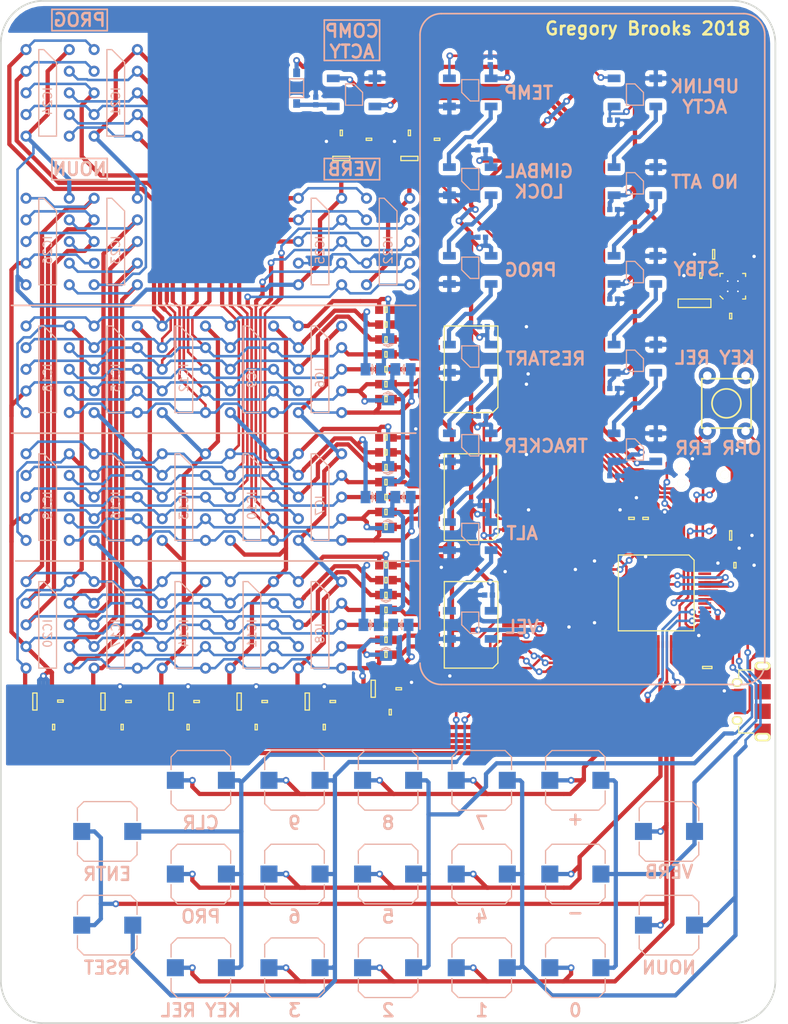
<source format=kicad_pcb>
(kicad_pcb (version 20171130) (host pcbnew "(5.0.0-rc3-dev)")
  (title_block (title "AGC DSKY Emulator") (date 2018-11-11) (rev v0.1) (comment 1 "Gregory Brooks"))
  (layers (0 F.Cu signal) (31 B.Cu signal) (34 B.Paste user) (35 F.Paste user) (36 B.SilkS user) (37 F.SilkS user) (38 B.Mask user) (39 F.Mask user) (44 Edge.Cuts user))
  (net 0 "")
  (net 1 5v)
  (net 2 GND)
  (net 3 "Net-(C3-Pad2)")
  (net 4 3v3)
  (net 5 /NRST)
  (net 6 "Net-(IC1-Pad1)")
  (net 7 "Net-(IC1-Pad4)")
  (net 8 /LED_DIN)
  (net 9 /SPI1_SCK)
  (net 10 /SPI1_SO)
  (net 11 /SPI1_SI)
  (net 12 /NRST_1)
  (net 13 /NCS_1)
  (net 14 /NRST_2)
  (net 15 /NCS_2)
  (net 16 /NRST_3)
  (net 17 /NCS_3)
  (net 18 /SPI2_SCK)
  (net 19 /SPI2_SO)
  (net 20 /SPI2_SI)
  (net 21 /BC1)
  (net 22 /BC2)
  (net 23 /BC3)
  (net 24 /BC4)
  (net 25 /BC5)
  (net 26 "Net-(IC2-Pad44)")
  (net 27 "Net-(IC2-Pad45)")
  (net 28 /SWDIO)
  (net 29 /SWDCLK)
  (net 30 /Co1)
  (net 31 /Co2)
  (net 32 /Co3)
  (net 33 /Co4)
  (net 34 /Co5)
  (net 35 "Net-(IC2-Pad60)")
  (net 36 /Co6)
  (net 37 "Net-(IC3-Pad16)")
  (net 38 "Net-(IC3-Pad15)")
  (net 39 "Net-(IC3-Pad14)")
  (net 40 "Net-(IC3-Pad13)")
  (net 41 "Net-(IC3-Pad12)")
  (net 42 "Net-(IC3-Pad11)")
  (net 43 "Net-(IC3-Pad10)")
  (net 44 "Net-(IC4-Pad16)")
  (net 45 "Net-(IC4-Pad15)")
  (net 46 "Net-(IC4-Pad14)")
  (net 47 "Net-(IC4-Pad13)")
  (net 48 "Net-(IC4-Pad12)")
  (net 49 "Net-(IC4-Pad11)")
  (net 50 "Net-(IC4-Pad10)")
  (net 51 "Net-(IC5-Pad10)")
  (net 52 "Net-(IC5-Pad11)")
  (net 53 "Net-(IC5-Pad12)")
  (net 54 "Net-(IC5-Pad13)")
  (net 55 "Net-(IC5-Pad14)")
  (net 56 "Net-(IC5-Pad15)")
  (net 57 "Net-(IC5-Pad16)")
  (net 58 "Net-(IC10-Pad1)")
  (net 59 /7-segs/F1)
  (net 60 /7-segs/G1)
  (net 61 /7-segs/E1)
  (net 62 /7-segs/D1)
  (net 63 /7-segs/C1)
  (net 64 /7-segs/B1)
  (net 65 /7-segs/A1)
  (net 66 /7-segs/A2)
  (net 67 /7-segs/B2)
  (net 68 /7-segs/C2)
  (net 69 /7-segs/D2)
  (net 70 /7-segs/E2)
  (net 71 /7-segs/G2)
  (net 72 /7-segs/F2)
  (net 73 /7-segs/F3)
  (net 74 /7-segs/G3)
  (net 75 /7-segs/E3)
  (net 76 /7-segs/D3)
  (net 77 /7-segs/C3)
  (net 78 /7-segs/B3)
  (net 79 /7-segs/A3)
  (net 80 "Net-(IC15-Pad1)")
  (net 81 "Net-(Q1-PadG)")
  (net 82 "Net-(Q2-PadG)")
  (net 83 "Net-(Q3-PadG)")
  (net 84 "Net-(Q4-PadG)")
  (net 85 "Net-(Q5-PadG)")
  (net 86 "Net-(Q6-PadG)")
  (net 87 /BR1)
  (net 88 /BR2)
  (net 89 /BR3)
  (net 90 /BR4)
  (net 91 "Net-(C23-Pad1)")
  (net 92 "Net-(D1-Pad1)")
  (net 93 /Co8)
  (net 94 /Co7)
  (net 95 "Net-(IC6-Pad1)")
  (net 96 "Net-(IC12-Pad1)")
  (net 97 "Net-(IC18-Pad1)")
  (net 98 "Net-(IC21-Pad1)")
  (net 99 "Net-(IC24-Pad1)")
  (net 100 "Net-(IC27-Pad2)")
  (net 101 "Net-(IC28-Pad2)")
  (net 102 "Net-(IC29-Pad2)")
  (net 103 "Net-(IC30-Pad2)")
  (net 104 "Net-(IC31-Pad2)")
  (net 105 "Net-(IC32-Pad2)")
  (net 106 "Net-(IC33-Pad2)")
  (net 107 "Net-(IC34-Pad2)")
  (net 108 "Net-(IC35-Pad2)")
  (net 109 "Net-(IC36-Pad2)")
  (net 110 "Net-(IC37-Pad2)")
  (net 111 "Net-(IC38-Pad2)")
  (net 112 "Net-(Q7-PadG)")
  (net 113 "Net-(Q8-PadG)")
  (module agc-dsky:LDS-3161AX (layer B.Cu) (at 72.25 103.25 180)
    (fp_text reference IC17 (at 0 -1 90) (layer B.SilkS) (effects (justify mirror)))
    (fp_text value LDS-3161AX)
    (pad 10 thru_hole circle (at 2.54 5.08 180) (size 1.3 1.3) (drill 0.7) (layers *.Cu *.Mask) (net 79 /7-segs/A3))
    (pad 9 thru_hole circle (at 2.54 2.54 180) (size 1.3 1.3) (drill 0.7) (layers *.Cu *.Mask) (net 78 /7-segs/B3))
    (pad 8 thru_hole circle (at 2.54 0 180) (size 1.3 1.3) (drill 0.7) (layers *.Cu *.Mask) (net 77 /7-segs/C3))
    (pad 7 thru_hole circle (at 2.54 -2.54 180) (size 1.3 1.3) (drill 0.7) (layers *.Cu *.Mask) (net 2 GND))
    (pad 6 thru_hole circle (at 2.54 -5.08 180) (size 1.3 1.3) (drill 0.7) (layers *.Cu *.Mask) (net 80 "Net-(IC15-Pad1)"))
    (pad 5 thru_hole circle (at -2.54 -5.08 180) (size 1.3 1.3) (drill 0.7) (layers *.Cu *.Mask) (net 76 /7-segs/D3))
    (pad 4 thru_hole circle (at -2.54 -2.54 180) (size 1.3 1.3) (drill 0.7) (layers *.Cu *.Mask) (net 75 /7-segs/E3))
    (pad 3 thru_hole circle (at -2.54 0 90) (size 1.3 1.3) (drill 0.7) (layers *.Cu *.Mask) (net 74 /7-segs/G3))
    (pad 2 thru_hole circle (at -2.54 2.54 180) (size 1.3 1.3) (drill 0.7) (layers *.Cu *.Mask) (net 73 /7-segs/F3))
    (pad 1 thru_hole circle (at -2.54 5.08 180) (size 1.3 1.3) (drill 0.7) (layers *.Cu *.Mask) (net 80 "Net-(IC15-Pad1)"))
  )
  (module agc-dsky:LDS-3161AX (layer B.Cu) (at 104.25 58.25 180)
    (fp_text reference IC22 (at 0 -1 90) (layer B.SilkS) (effects (justify mirror)))
    (fp_text value LDS-3161AX)
    (pad 1 thru_hole circle (at -2.54 5.08 180) (size 1.3 1.3) (drill 0.7) (layers *.Cu *.Mask) (net 98 "Net-(IC21-Pad1)"))
    (pad 2 thru_hole circle (at -2.54 2.54 180) (size 1.3 1.3) (drill 0.7) (layers *.Cu *.Mask) (net 72 /7-segs/F2))
    (pad 3 thru_hole circle (at -2.54 0 90) (size 1.3 1.3) (drill 0.7) (layers *.Cu *.Mask) (net 71 /7-segs/G2))
    (pad 4 thru_hole circle (at -2.54 -2.54 180) (size 1.3 1.3) (drill 0.7) (layers *.Cu *.Mask) (net 70 /7-segs/E2))
    (pad 5 thru_hole circle (at -2.54 -5.08 180) (size 1.3 1.3) (drill 0.7) (layers *.Cu *.Mask) (net 69 /7-segs/D2))
    (pad 6 thru_hole circle (at 2.54 -5.08 180) (size 1.3 1.3) (drill 0.7) (layers *.Cu *.Mask) (net 98 "Net-(IC21-Pad1)"))
    (pad 7 thru_hole circle (at 2.54 -2.54 180) (size 1.3 1.3) (drill 0.7) (layers *.Cu *.Mask) (net 2 GND))
    (pad 8 thru_hole circle (at 2.54 0 180) (size 1.3 1.3) (drill 0.7) (layers *.Cu *.Mask) (net 68 /7-segs/C2))
    (pad 9 thru_hole circle (at 2.54 2.54 180) (size 1.3 1.3) (drill 0.7) (layers *.Cu *.Mask) (net 67 /7-segs/B2))
    (pad 10 thru_hole circle (at 2.54 5.08 180) (size 1.3 1.3) (drill 0.7) (layers *.Cu *.Mask) (net 66 /7-segs/A2))
  )
  (module agc-dsky:LDS-3161AX (layer B.Cu) (at 96.25 58.25 180)
    (fp_text reference IC25 (at 0 -1 90) (layer B.SilkS) (effects (justify mirror)))
    (fp_text value LDS-3161AX)
    (pad 10 thru_hole circle (at 2.54 5.08 180) (size 1.3 1.3) (drill 0.7) (layers *.Cu *.Mask) (net 66 /7-segs/A2))
    (pad 9 thru_hole circle (at 2.54 2.54 180) (size 1.3 1.3) (drill 0.7) (layers *.Cu *.Mask) (net 67 /7-segs/B2))
    (pad 8 thru_hole circle (at 2.54 0 180) (size 1.3 1.3) (drill 0.7) (layers *.Cu *.Mask) (net 68 /7-segs/C2))
    (pad 7 thru_hole circle (at 2.54 -2.54 180) (size 1.3 1.3) (drill 0.7) (layers *.Cu *.Mask) (net 2 GND))
    (pad 6 thru_hole circle (at 2.54 -5.08 180) (size 1.3 1.3) (drill 0.7) (layers *.Cu *.Mask) (net 99 "Net-(IC24-Pad1)"))
    (pad 5 thru_hole circle (at -2.54 -5.08 180) (size 1.3 1.3) (drill 0.7) (layers *.Cu *.Mask) (net 69 /7-segs/D2))
    (pad 4 thru_hole circle (at -2.54 -2.54 180) (size 1.3 1.3) (drill 0.7) (layers *.Cu *.Mask) (net 70 /7-segs/E2))
    (pad 3 thru_hole circle (at -2.54 0 90) (size 1.3 1.3) (drill 0.7) (layers *.Cu *.Mask) (net 71 /7-segs/G2))
    (pad 2 thru_hole circle (at -2.54 2.54 180) (size 1.3 1.3) (drill 0.7) (layers *.Cu *.Mask) (net 72 /7-segs/F2))
    (pad 1 thru_hole circle (at -2.54 5.08 180) (size 1.3 1.3) (drill 0.7) (layers *.Cu *.Mask) (net 99 "Net-(IC24-Pad1)"))
  )
  (module agg:0805 (layer F.Cu) (at 142.5 59.75 180)
    (fp_text reference C1)
    (fp_text value 10uF)
    (pad 2 smd rect (at 0.9 0 180) (size 1.15 1.45) (layers F.Cu F.Paste F.Mask) (net 2 GND))
    (pad 1 smd rect (at -0.9 0 180) (size 1.15 1.45) (layers F.Cu F.Paste F.Mask) (net 1 5v))
  )
  (module agg:0402 (layer F.Cu) (at 145.5 60)
    (fp_text reference C2)
    (fp_text value 100nF)
    (pad 1 smd rect (at -0.45 0) (size 0.62 0.62) (layers F.Cu F.Paste F.Mask) (net 1 5v))
    (pad 2 smd rect (at 0.45 0) (size 0.62 0.62) (layers F.Cu F.Paste F.Mask) (net 2 GND))
  )
  (module agg:0402 (layer F.Cu) (at 147.5 62.75 90)
    (fp_text reference C3)
    (fp_text value 3.3nF)
    (pad 2 smd rect (at 0.45 0 90) (size 0.62 0.62) (layers F.Cu F.Paste F.Mask) (net 3 "Net-(C3-Pad2)"))
    (pad 1 smd rect (at -0.45 0 90) (size 0.62 0.62) (layers F.Cu F.Paste F.Mask) (net 2 GND))
  )
  (module agg:0402 (layer F.Cu) (at 143.75 82.75)
    (fp_text reference C4)
    (fp_text value 100nF)
    (pad 1 smd rect (at -0.45 0) (size 0.62 0.62) (layers F.Cu F.Paste F.Mask) (net 4 3v3))
    (pad 2 smd rect (at 0.45 0) (size 0.62 0.62) (layers F.Cu F.Paste F.Mask) (net 2 GND))
  )
  (module agg:0603 (layer F.Cu) (at 141 62.25 180)
    (fp_text reference C5)
    (fp_text value 22uF)
    (pad 2 smd rect (at 0.8 0 180) (size 0.95 1) (layers F.Cu F.Paste F.Mask) (net 2 GND))
    (pad 1 smd rect (at -0.8 0 180) (size 0.95 1) (layers F.Cu F.Paste F.Mask) (net 4 3v3))
  )
  (module agg:0805 (layer F.Cu) (at 144.5 92.75)
    (fp_text reference C6)
    (fp_text value 4.7uF)
    (pad 2 smd rect (at 0.9 0) (size 1.15 1.45) (layers F.Cu F.Paste F.Mask) (net 2 GND))
    (pad 1 smd rect (at -0.9 0) (size 1.15 1.45) (layers F.Cu F.Paste F.Mask) (net 4 3v3))
  )
  (module agg:0402 (layer F.Cu) (at 143.75 94.5)
    (fp_text reference C7)
    (fp_text value 100nF)
    (pad 2 smd rect (at 0.45 0) (size 0.62 0.62) (layers F.Cu F.Paste F.Mask) (net 2 GND))
    (pad 1 smd rect (at -0.45 0) (size 0.62 0.62) (layers F.Cu F.Paste F.Mask) (net 4 3v3))
  )
  (module agg:0805 (layer F.Cu) (at 141.75 108.25 270)
    (fp_text reference C8)
    (fp_text value 4.7uF)
    (pad 1 smd rect (at -0.9 0 270) (size 1.15 1.45) (layers F.Cu F.Paste F.Mask) (net 4 3v3))
    (pad 2 smd rect (at 0.9 0 270) (size 1.15 1.45) (layers F.Cu F.Paste F.Mask) (net 2 GND))
  )
  (module agg:0603 (layer F.Cu) (at 132.85 90.75 90)
    (fp_text reference C9)
    (fp_text value 1uF)
    (pad 1 smd rect (at -0.8 0 90) (size 0.95 1) (layers F.Cu F.Paste F.Mask) (net 4 3v3))
    (pad 2 smd rect (at 0.8 0 90) (size 0.95 1) (layers F.Cu F.Paste F.Mask) (net 2 GND))
  )
  (module agg:0402 (layer F.Cu) (at 127 103.75 180)
    (fp_text reference C10)
    (fp_text value 100nF)
    (pad 2 smd rect (at 0.45 0 180) (size 0.62 0.62) (layers F.Cu F.Paste F.Mask) (net 2 GND))
    (pad 1 smd rect (at -0.45 0 180) (size 0.62 0.62) (layers F.Cu F.Paste F.Mask) (net 4 3v3))
  )
  (module agg:0402 (layer F.Cu) (at 140 107.5 270)
    (fp_text reference C11)
    (fp_text value 100nF)
    (pad 2 smd rect (at 0.45 0 270) (size 0.62 0.62) (layers F.Cu F.Paste F.Mask) (net 2 GND))
    (pad 1 smd rect (at -0.45 0 270) (size 0.62 0.62) (layers F.Cu F.Paste F.Mask) (net 4 3v3))
  )
  (module agg:0603 (layer F.Cu) (at 134.5 90.75 90)
    (fp_text reference C12)
    (fp_text value 10nF)
    (pad 2 smd rect (at 0.8 0 90) (size 0.95 1) (layers F.Cu F.Paste F.Mask) (net 2 GND))
    (pad 1 smd rect (at -0.8 0 90) (size 0.95 1) (layers F.Cu F.Paste F.Mask) (net 4 3v3))
  )
  (module agg:0402 (layer F.Cu) (at 127.814999 96.75 180)
    (fp_text reference C13)
    (fp_text value 100nF)
    (pad 2 smd rect (at 0.45 0 180) (size 0.62 0.62) (layers F.Cu F.Paste F.Mask) (net 2 GND))
    (pad 1 smd rect (at -0.45 0 180) (size 0.62 0.62) (layers F.Cu F.Paste F.Mask) (net 4 3v3))
  )
  (module agg:0402 (layer F.Cu) (at 136.75 91.5 90)
    (fp_text reference C14)
    (fp_text value 100nF)
    (pad 1 smd rect (at -0.45 0 90) (size 0.62 0.62) (layers F.Cu F.Paste F.Mask) (net 5 /NRST))
    (pad 2 smd rect (at 0.45 0 90) (size 0.62 0.62) (layers F.Cu F.Paste F.Mask) (net 2 GND))
  )
  (module agg:0402 (layer F.Cu) (at 109 80.25 180)
    (fp_text reference C15)
    (fp_text value 100nF)
    (pad 2 smd rect (at 0.45 0 180) (size 0.62 0.62) (layers F.Cu F.Paste F.Mask) (net 2 GND))
    (pad 1 smd rect (at -0.45 0 180) (size 0.62 0.62) (layers F.Cu F.Paste F.Mask) (net 4 3v3))
  )
  (module agg:0402 (layer F.Cu) (at 110 95.25)
    (fp_text reference C16)
    (fp_text value 100nF)
    (pad 1 smd rect (at -0.45 0) (size 0.62 0.62) (layers F.Cu F.Paste F.Mask) (net 4 3v3))
    (pad 2 smd rect (at 0.45 0) (size 0.62 0.62) (layers F.Cu F.Paste F.Mask) (net 2 GND))
  )
  (module agg:0402 (layer F.Cu) (at 110 110.25)
    (fp_text reference C17)
    (fp_text value 100nF)
    (pad 2 smd rect (at 0.45 0) (size 0.62 0.62) (layers F.Cu F.Paste F.Mask) (net 2 GND))
    (pad 1 smd rect (at -0.45 0) (size 0.62 0.62) (layers F.Cu F.Paste F.Mask) (net 4 3v3))
  )
  (module agg:0402 (layer B.Cu) (at 130.75 44)
    (fp_text reference C18)
    (fp_text value 100nF)
    (pad 1 smd rect (at -0.45 0) (size 0.62 0.62) (layers B.Cu B.Paste B.Mask) (net 1 5v))
    (pad 2 smd rect (at 0.45 0) (size 0.62 0.62) (layers B.Cu B.Paste B.Mask) (net 2 GND))
  )
  (module agg:0402 (layer B.Cu) (at 130.75 54.5)
    (fp_text reference C19)
    (fp_text value 100nF)
    (pad 2 smd rect (at 0.45 0) (size 0.62 0.62) (layers B.Cu B.Paste B.Mask) (net 2 GND))
    (pad 1 smd rect (at -0.45 0) (size 0.62 0.62) (layers B.Cu B.Paste B.Mask) (net 1 5v))
  )
  (module agg:0402 (layer B.Cu) (at 130.75 65)
    (fp_text reference C20)
    (fp_text value 100nF)
    (pad 1 smd rect (at -0.45 0) (size 0.62 0.62) (layers B.Cu B.Paste B.Mask) (net 1 5v))
    (pad 2 smd rect (at 0.45 0) (size 0.62 0.62) (layers B.Cu B.Paste B.Mask) (net 2 GND))
  )
  (module agg:0402 (layer B.Cu) (at 130.75 75.5)
    (fp_text reference C21)
    (fp_text value 100nF)
    (pad 2 smd rect (at 0.45 0) (size 0.62 0.62) (layers B.Cu B.Paste B.Mask) (net 2 GND))
    (pad 1 smd rect (at -0.45 0) (size 0.62 0.62) (layers B.Cu B.Paste B.Mask) (net 1 5v))
  )
  (module agg:0402 (layer B.Cu) (at 130.75 85.75)
    (fp_text reference C22)
    (fp_text value 100nF)
    (pad 1 smd rect (at -0.45 0) (size 0.62 0.62) (layers B.Cu B.Paste B.Mask) (net 1 5v))
    (pad 2 smd rect (at 0.45 0) (size 0.62 0.62) (layers B.Cu B.Paste B.Mask) (net 2 GND))
  )
  (module agg:0402 (layer B.Cu) (at 95.75 41.75 90)
    (fp_text reference C23)
    (fp_text value 100nF)
    (pad 2 smd rect (at 0.45 0 90) (size 0.62 0.62) (layers B.Cu B.Paste B.Mask) (net 2 GND))
    (pad 1 smd rect (at -0.45 0 90) (size 0.62 0.62) (layers B.Cu B.Paste B.Mask) (net 91 "Net-(C23-Pad1)"))
  )
  (module agg:0402 (layer B.Cu) (at 116.05 99.75 180)
    (fp_text reference C24)
    (fp_text value 100nF)
    (pad 1 smd rect (at -0.45 0 180) (size 0.62 0.62) (layers B.Cu B.Paste B.Mask) (net 1 5v))
    (pad 2 smd rect (at 0.45 0 180) (size 0.62 0.62) (layers B.Cu B.Paste B.Mask) (net 2 GND))
  )
  (module agg:0402 (layer B.Cu) (at 115.5 89.25 180)
    (fp_text reference C25)
    (fp_text value 100nF)
    (pad 2 smd rect (at 0.45 0 180) (size 0.62 0.62) (layers B.Cu B.Paste B.Mask) (net 2 GND))
    (pad 1 smd rect (at -0.45 0 180) (size 0.62 0.62) (layers B.Cu B.Paste B.Mask) (net 1 5v))
  )
  (module agg:0402 (layer B.Cu) (at 115.3 78.75 180)
    (fp_text reference C26)
    (fp_text value 100nF)
    (pad 1 smd rect (at -0.45 0 180) (size 0.62 0.62) (layers B.Cu B.Paste B.Mask) (net 1 5v))
    (pad 2 smd rect (at 0.45 0 180) (size 0.62 0.62) (layers B.Cu B.Paste B.Mask) (net 2 GND))
  )
  (module agg:0402 (layer B.Cu) (at 115.45 68.25 180)
    (fp_text reference C27)
    (fp_text value 100nF)
    (pad 2 smd rect (at 0.45 0 180) (size 0.62 0.62) (layers B.Cu B.Paste B.Mask) (net 2 GND))
    (pad 1 smd rect (at -0.45 0 180) (size 0.62 0.62) (layers B.Cu B.Paste B.Mask) (net 1 5v))
  )
  (module agg:0402 (layer B.Cu) (at 115.25 57.75 180)
    (fp_text reference C28)
    (fp_text value 100nF)
    (pad 1 smd rect (at -0.45 0 180) (size 0.62 0.62) (layers B.Cu B.Paste B.Mask) (net 1 5v))
    (pad 2 smd rect (at 0.45 0 180) (size 0.62 0.62) (layers B.Cu B.Paste B.Mask) (net 2 GND))
  )
  (module agg:0402 (layer B.Cu) (at 115.25 47.5 180)
    (fp_text reference C29)
    (fp_text value 100nF)
    (pad 2 smd rect (at 0.45 0 180) (size 0.62 0.62) (layers B.Cu B.Paste B.Mask) (net 2 GND))
    (pad 1 smd rect (at -0.45 0 180) (size 0.62 0.62) (layers B.Cu B.Paste B.Mask) (net 1 5v))
  )
  (module agg:0402 (layer B.Cu) (at 116.25 37.05 90)
    (fp_text reference C30)
    (fp_text value 100nF)
    (pad 1 smd rect (at -0.45 0 90) (size 0.62 0.62) (layers B.Cu B.Paste B.Mask) (net 1 5v))
    (pad 2 smd rect (at 0.45 0 90) (size 0.62 0.62) (layers B.Cu B.Paste B.Mask) (net 2 GND))
  )
  (module agg:QFN-16-EP-TI (layer F.Cu) (at 144.75 63.5 90)
    (fp_text reference IC1)
    (fp_text value TPS62132)
    (pad EP smd rect (at 0 0 90) (size 1.7 1.7) (layers F.Cu F.Mask) (net 2 GND))
    (pad EP thru_hole circle (at 0.6 0.6 90) (size 0.3 0.3) (drill 0.2) (layers *.Cu) (net 2 GND))
    (pad EP thru_hole circle (at 0.6 -0.6 90) (size 0.3 0.3) (drill 0.2) (layers *.Cu) (net 2 GND))
    (pad EP thru_hole circle (at -0.6 0.6 90) (size 0.3 0.3) (drill 0.2) (layers *.Cu) (net 2 GND))
    (pad EP thru_hole circle (at -0.6 -0.6 90) (size 0.3 0.3) (drill 0.2) (layers *.Cu) (net 2 GND))
    (pad 16 smd rect (at -0.75 -1.4 90) (size 0.25 0.6) (layers F.Cu F.Paste F.Mask) (net 2 GND))
    (pad 15 smd rect (at -0.25 -1.4 90) (size 0.25 0.6) (layers F.Cu F.Paste F.Mask) (net 2 GND))
    (pad 14 smd rect (at 0.25 -1.4 90) (size 0.25 0.6) (layers F.Cu F.Paste F.Mask) (net 4 3v3))
    (pad 13 smd rect (at 0.75 -1.4 90) (size 0.25 0.6) (layers F.Cu F.Paste F.Mask) (net 1 5v))
    (pad 12 smd rect (at 1.4 -0.75 90) (size 0.6 0.25) (layers F.Cu F.Paste F.Mask) (net 1 5v))
    (pad 11 smd rect (at 1.4 -0.25 90) (size 0.6 0.25) (layers F.Cu F.Paste F.Mask) (net 1 5v))
    (pad 10 smd rect (at 1.4 0.25 90) (size 0.6 0.25) (layers F.Cu F.Paste F.Mask) (net 1 5v))
    (pad 9 smd rect (at 1.4 0.75 90) (size 0.6 0.25) (layers F.Cu F.Paste F.Mask) (net 3 "Net-(C3-Pad2)"))
    (pad 8 smd rect (at 0.75 1.4 90) (size 0.25 0.6) (layers F.Cu F.Paste F.Mask) (net 2 GND))
    (pad 7 smd rect (at 0.25 1.4 90) (size 0.25 0.6) (layers F.Cu F.Paste F.Mask) (net 2 GND))
    (pad 6 smd rect (at -0.25 1.4 90) (size 0.25 0.6) (layers F.Cu F.Paste F.Mask) (net 2 GND))
    (pad 5 smd rect (at -0.75 1.4 90) (size 0.25 0.6) (layers F.Cu F.Paste F.Mask) (net 2 GND))
    (pad 4 smd rect (at -1.4 0.75 90) (size 0.6 0.25) (layers F.Cu F.Paste F.Mask) (net 7 "Net-(IC1-Pad4)"))
    (pad 3 smd rect (at -1.4 0.25 90) (size 0.6 0.25) (layers F.Cu F.Paste F.Mask) (net 6 "Net-(IC1-Pad1)"))
    (pad 2 smd rect (at -1.4 -0.25 90) (size 0.6 0.25) (layers F.Cu F.Paste F.Mask) (net 6 "Net-(IC1-Pad1)"))
    (pad 1 smd rect (at -1.4 -0.75 90) (size 0.6 0.25) (layers F.Cu F.Paste F.Mask) (net 6 "Net-(IC1-Pad1)"))
  )
  (module agg:LQFP-64 (layer F.Cu) (at 135.75 99.5 270)
    (fp_text reference IC2)
    (fp_text value STM32F072RBT6)
    (pad 1 smd rect (at -5.7 -3.75 270) (size 1.5 0.3) (layers F.Cu F.Paste F.Mask) (net 4 3v3))
    (pad 2 smd rect (at -5.7 -3.25 270) (size 1.5 0.3) (layers F.Cu F.Paste F.Mask) (net 8 /LED_DIN))
    (pad 3 smd rect (at -5.7 -2.75 270) (size 1.5 0.3) (layers F.Cu F.Paste F.Mask) (net 94 /Co7))
    (pad 4 smd rect (at -5.7 -2.25 270) (size 1.5 0.3) (layers F.Cu F.Paste F.Mask) (net 36 /Co6))
    (pad 5 smd rect (at -5.7 -1.75 270) (size 1.5 0.3) (layers F.Cu F.Paste F.Mask))
    (pad 6 smd rect (at -5.7 -1.25 270) (size 1.5 0.3) (layers F.Cu F.Paste F.Mask))
    (pad 7 smd rect (at -5.7 -0.75 270) (size 1.5 0.3) (layers F.Cu F.Paste F.Mask) (net 5 /NRST))
    (pad 8 smd rect (at -5.7 -0.25 270) (size 1.5 0.3) (layers F.Cu F.Paste F.Mask) (net 13 /NCS_1))
    (pad 9 smd rect (at -5.7 0.25 270) (size 1.5 0.3) (layers F.Cu F.Paste F.Mask) (net 12 /NRST_1))
    (pad 10 smd rect (at -5.7 0.75 270) (size 1.5 0.3) (layers F.Cu F.Paste F.Mask))
    (pad 11 smd rect (at -5.7 1.25 270) (size 1.5 0.3) (layers F.Cu F.Paste F.Mask))
    (pad 12 smd rect (at -5.7 1.75 270) (size 1.5 0.3) (layers F.Cu F.Paste F.Mask) (net 2 GND))
    (pad 13 smd rect (at -5.7 2.25 270) (size 1.5 0.3) (layers F.Cu F.Paste F.Mask) (net 4 3v3))
    (pad 14 smd rect (at -5.7 2.75 270) (size 1.5 0.3) (layers F.Cu F.Paste F.Mask))
    (pad 15 smd rect (at -5.7 3.25 270) (size 1.5 0.3) (layers F.Cu F.Paste F.Mask) (net 15 /NCS_2))
    (pad 16 smd rect (at -5.7 3.75 270) (size 1.5 0.3) (layers F.Cu F.Paste F.Mask) (net 14 /NRST_2))
    (pad 17 smd rect (at -3.75 5.7 270) (size 0.3 1.5) (layers F.Cu F.Paste F.Mask))
    (pad 18 smd rect (at -3.25 5.7 270) (size 0.3 1.5) (layers F.Cu F.Paste F.Mask) (net 2 GND))
    (pad 19 smd rect (at -2.75 5.7 270) (size 0.3 1.5) (layers F.Cu F.Paste F.Mask) (net 4 3v3))
    (pad 20 smd rect (at -2.25 5.7 270) (size 0.3 1.5) (layers F.Cu F.Paste F.Mask))
    (pad 21 smd rect (at -1.75 5.7 270) (size 0.3 1.5) (layers F.Cu F.Paste F.Mask) (net 9 /SPI1_SCK))
    (pad 22 smd rect (at -1.25 5.7 270) (size 0.3 1.5) (layers F.Cu F.Paste F.Mask) (net 10 /SPI1_SO))
    (pad 23 smd rect (at -0.75 5.7 270) (size 0.3 1.5) (layers F.Cu F.Paste F.Mask) (net 11 /SPI1_SI))
    (pad 24 smd rect (at -0.25 5.7 270) (size 0.3 1.5) (layers F.Cu F.Paste F.Mask))
    (pad 25 smd rect (at 0.25 5.7 270) (size 0.3 1.5) (layers F.Cu F.Paste F.Mask))
    (pad 26 smd rect (at 0.75 5.7 270) (size 0.3 1.5) (layers F.Cu F.Paste F.Mask))
    (pad 27 smd rect (at 1.25 5.7 270) (size 0.3 1.5) (layers F.Cu F.Paste F.Mask))
    (pad 28 smd rect (at 1.75 5.7 270) (size 0.3 1.5) (layers F.Cu F.Paste F.Mask) (net 17 /NCS_3))
    (pad 29 smd rect (at 2.25 5.7 270) (size 0.3 1.5) (layers F.Cu F.Paste F.Mask) (net 16 /NRST_3))
    (pad 30 smd rect (at 2.75 5.7 270) (size 0.3 1.5) (layers F.Cu F.Paste F.Mask) (net 93 /Co8))
    (pad 31 smd rect (at 3.25 5.7 270) (size 0.3 1.5) (layers F.Cu F.Paste F.Mask) (net 2 GND))
    (pad 32 smd rect (at 3.75 5.7 270) (size 0.3 1.5) (layers F.Cu F.Paste F.Mask) (net 4 3v3))
    (pad 33 smd rect (at 5.7 3.75 270) (size 1.5 0.3) (layers F.Cu F.Paste F.Mask))
    (pad 34 smd rect (at 5.7 3.25 270) (size 1.5 0.3) (layers F.Cu F.Paste F.Mask) (net 18 /SPI2_SCK))
    (pad 35 smd rect (at 5.7 2.75 270) (size 1.5 0.3) (layers F.Cu F.Paste F.Mask) (net 19 /SPI2_SO))
    (pad 36 smd rect (at 5.7 2.25 270) (size 1.5 0.3) (layers F.Cu F.Paste F.Mask) (net 20 /SPI2_SI))
    (pad 37 smd rect (at 5.7 1.75 270) (size 1.5 0.3) (layers F.Cu F.Paste F.Mask) (net 30 /Co1))
    (pad 38 smd rect (at 5.7 1.25 270) (size 1.5 0.3) (layers F.Cu F.Paste F.Mask) (net 31 /Co2))
    (pad 39 smd rect (at 5.7 0.75 270) (size 1.5 0.3) (layers F.Cu F.Paste F.Mask) (net 32 /Co3))
    (pad 40 smd rect (at 5.7 0.25 270) (size 1.5 0.3) (layers F.Cu F.Paste F.Mask) (net 33 /Co4))
    (pad 41 smd rect (at 5.7 -0.25 270) (size 1.5 0.3) (layers F.Cu F.Paste F.Mask) (net 34 /Co5))
    (pad 42 smd rect (at 5.7 -0.75 270) (size 1.5 0.3) (layers F.Cu F.Paste F.Mask) (net 88 /BR2))
    (pad 43 smd rect (at 5.7 -1.25 270) (size 1.5 0.3) (layers F.Cu F.Paste F.Mask) (net 90 /BR4))
    (pad 44 smd rect (at 5.7 -1.75 270) (size 1.5 0.3) (layers F.Cu F.Paste F.Mask) (net 26 "Net-(IC2-Pad44)"))
    (pad 45 smd rect (at 5.7 -2.25 270) (size 1.5 0.3) (layers F.Cu F.Paste F.Mask) (net 27 "Net-(IC2-Pad45)"))
    (pad 46 smd rect (at 5.7 -2.75 270) (size 1.5 0.3) (layers F.Cu F.Paste F.Mask) (net 28 /SWDIO))
    (pad 47 smd rect (at 5.7 -3.25 270) (size 1.5 0.3) (layers F.Cu F.Paste F.Mask) (net 2 GND))
    (pad 48 smd rect (at 5.7 -3.75 270) (size 1.5 0.3) (layers F.Cu F.Paste F.Mask) (net 4 3v3))
    (pad 49 smd rect (at 3.75 -5.7 270) (size 0.3 1.5) (layers F.Cu F.Paste F.Mask) (net 29 /SWDCLK))
    (pad 50 smd rect (at 3.25 -5.7 270) (size 0.3 1.5) (layers F.Cu F.Paste F.Mask) (net 89 /BR3))
    (pad 51 smd rect (at 2.75 -5.7 270) (size 0.3 1.5) (layers F.Cu F.Paste F.Mask) (net 87 /BR1))
    (pad 52 smd rect (at 2.25 -5.7 270) (size 0.3 1.5) (layers F.Cu F.Paste F.Mask))
    (pad 53 smd rect (at 1.75 -5.7 270) (size 0.3 1.5) (layers F.Cu F.Paste F.Mask))
    (pad 54 smd rect (at 1.25 -5.7 270) (size 0.3 1.5) (layers F.Cu F.Paste F.Mask))
    (pad 55 smd rect (at 0.75 -5.7 270) (size 0.3 1.5) (layers F.Cu F.Paste F.Mask) (net 23 /BC3))
    (pad 56 smd rect (at 0.25 -5.7 270) (size 0.3 1.5) (layers F.Cu F.Paste F.Mask) (net 21 /BC1))
    (pad 57 smd rect (at -0.25 -5.7 270) (size 0.3 1.5) (layers F.Cu F.Paste F.Mask) (net 22 /BC2))
    (pad 58 smd rect (at -0.75 -5.7 270) (size 0.3 1.5) (layers F.Cu F.Paste F.Mask) (net 24 /BC4))
    (pad 59 smd rect (at -1.25 -5.7 270) (size 0.3 1.5) (layers F.Cu F.Paste F.Mask) (net 25 /BC5))
    (pad 60 smd rect (at -1.75 -5.7 270) (size 0.3 1.5) (layers F.Cu F.Paste F.Mask) (net 35 "Net-(IC2-Pad60)"))
    (pad 61 smd rect (at -2.25 -5.7 270) (size 0.3 1.5) (layers F.Cu F.Paste F.Mask))
    (pad 62 smd rect (at -2.75 -5.7 270) (size 0.3 1.5) (layers F.Cu F.Paste F.Mask))
    (pad 63 smd rect (at -3.25 -5.7 270) (size 0.3 1.5) (layers F.Cu F.Paste F.Mask) (net 2 GND))
    (pad 64 smd rect (at -3.75 -5.7 270) (size 0.3 1.5) (layers F.Cu F.Paste F.Mask) (net 4 3v3))
  )
  (module agc-dsky:SOIC-18-W (layer F.Cu) (at 114 73.25 180)
    (fp_text reference IC3)
    (fp_text value MCP23S08)
    (pad 18 smd rect (at 4.65 -5.08 180) (size 2 0.6) (layers F.Cu F.Paste F.Mask) (net 4 3v3))
    (pad 17 smd rect (at 4.65 -3.81 180) (size 2 0.6) (layers F.Cu F.Paste F.Mask))
    (pad 16 smd rect (at 4.65 -2.54 180) (size 2 0.6) (layers F.Cu F.Paste F.Mask) (net 37 "Net-(IC3-Pad16)"))
    (pad 15 smd rect (at 4.65 -1.27 180) (size 2 0.6) (layers F.Cu F.Paste F.Mask) (net 38 "Net-(IC3-Pad15)"))
    (pad 14 smd rect (at 4.65 0 180) (size 2 0.6) (layers F.Cu F.Paste F.Mask) (net 39 "Net-(IC3-Pad14)"))
    (pad 13 smd rect (at 4.65 1.27 180) (size 2 0.6) (layers F.Cu F.Paste F.Mask) (net 40 "Net-(IC3-Pad13)"))
    (pad 12 smd rect (at 4.65 2.54 180) (size 2 0.6) (layers F.Cu F.Paste F.Mask) (net 41 "Net-(IC3-Pad12)"))
    (pad 11 smd rect (at 4.65 3.81 180) (size 2 0.6) (layers F.Cu F.Paste F.Mask) (net 42 "Net-(IC3-Pad11)"))
    (pad 10 smd rect (at 4.65 5.08 180) (size 2 0.6) (layers F.Cu F.Paste F.Mask) (net 43 "Net-(IC3-Pad10)"))
    (pad 9 smd rect (at -4.65 5.08 180) (size 2 0.6) (layers F.Cu F.Paste F.Mask) (net 2 GND))
    (pad 8 smd rect (at -4.65 3.81 180) (size 2 0.6) (layers F.Cu F.Paste F.Mask))
    (pad 7 smd rect (at -4.65 2.54 180) (size 2 0.6) (layers F.Cu F.Paste F.Mask) (net 13 /NCS_1))
    (pad 6 smd rect (at -4.65 1.27 180) (size 2 0.6) (layers F.Cu F.Paste F.Mask) (net 12 /NRST_1))
    (pad 5 smd rect (at -4.65 0 180) (size 2 0.6) (layers F.Cu F.Paste F.Mask) (net 2 GND))
    (pad 4 smd rect (at -4.65 -1.27 180) (size 2 0.6) (layers F.Cu F.Paste F.Mask) (net 2 GND))
    (pad 3 smd rect (at -4.65 -2.54 180) (size 2 0.6) (layers F.Cu F.Paste F.Mask) (net 10 /SPI1_SO))
    (pad 2 smd rect (at -4.65 -3.81 180) (size 2 0.6) (layers F.Cu F.Paste F.Mask) (net 11 /SPI1_SI))
    (pad 1 smd rect (at -4.65 -5.08 180) (size 2 0.6) (layers F.Cu F.Paste F.Mask) (net 9 /SPI1_SCK))
  )
  (module agc-dsky:SOIC-18-W (layer F.Cu) (at 114 88.25 180)
    (fp_text reference IC4)
    (fp_text value MCP23S08)
    (pad 18 smd rect (at 4.65 -5.08 180) (size 2 0.6) (layers F.Cu F.Paste F.Mask) (net 4 3v3))
    (pad 17 smd rect (at 4.65 -3.81 180) (size 2 0.6) (layers F.Cu F.Paste F.Mask))
    (pad 16 smd rect (at 4.65 -2.54 180) (size 2 0.6) (layers F.Cu F.Paste F.Mask) (net 44 "Net-(IC4-Pad16)"))
    (pad 15 smd rect (at 4.65 -1.27 180) (size 2 0.6) (layers F.Cu F.Paste F.Mask) (net 45 "Net-(IC4-Pad15)"))
    (pad 14 smd rect (at 4.65 0 180) (size 2 0.6) (layers F.Cu F.Paste F.Mask) (net 46 "Net-(IC4-Pad14)"))
    (pad 13 smd rect (at 4.65 1.27 180) (size 2 0.6) (layers F.Cu F.Paste F.Mask) (net 47 "Net-(IC4-Pad13)"))
    (pad 12 smd rect (at 4.65 2.54 180) (size 2 0.6) (layers F.Cu F.Paste F.Mask) (net 48 "Net-(IC4-Pad12)"))
    (pad 11 smd rect (at 4.65 3.81 180) (size 2 0.6) (layers F.Cu F.Paste F.Mask) (net 49 "Net-(IC4-Pad11)"))
    (pad 10 smd rect (at 4.65 5.08 180) (size 2 0.6) (layers F.Cu F.Paste F.Mask) (net 50 "Net-(IC4-Pad10)"))
    (pad 9 smd rect (at -4.65 5.08 180) (size 2 0.6) (layers F.Cu F.Paste F.Mask) (net 2 GND))
    (pad 8 smd rect (at -4.65 3.81 180) (size 2 0.6) (layers F.Cu F.Paste F.Mask))
    (pad 7 smd rect (at -4.65 2.54 180) (size 2 0.6) (layers F.Cu F.Paste F.Mask) (net 15 /NCS_2))
    (pad 6 smd rect (at -4.65 1.27 180) (size 2 0.6) (layers F.Cu F.Paste F.Mask) (net 14 /NRST_2))
    (pad 5 smd rect (at -4.65 0 180) (size 2 0.6) (layers F.Cu F.Paste F.Mask) (net 4 3v3))
    (pad 4 smd rect (at -4.65 -1.27 180) (size 2 0.6) (layers F.Cu F.Paste F.Mask) (net 2 GND))
    (pad 3 smd rect (at -4.65 -2.54 180) (size 2 0.6) (layers F.Cu F.Paste F.Mask) (net 10 /SPI1_SO))
    (pad 2 smd rect (at -4.65 -3.81 180) (size 2 0.6) (layers F.Cu F.Paste F.Mask) (net 11 /SPI1_SI))
    (pad 1 smd rect (at -4.65 -5.08 180) (size 2 0.6) (layers F.Cu F.Paste F.Mask) (net 9 /SPI1_SCK))
  )
  (module agc-dsky:SOIC-18-W (layer F.Cu) (at 114 103.25 180)
    (fp_text reference IC5)
    (fp_text value MCP23S08)
    (pad 1 smd rect (at -4.65 -5.08 180) (size 2 0.6) (layers F.Cu F.Paste F.Mask) (net 18 /SPI2_SCK))
    (pad 2 smd rect (at -4.65 -3.81 180) (size 2 0.6) (layers F.Cu F.Paste F.Mask) (net 20 /SPI2_SI))
    (pad 3 smd rect (at -4.65 -2.54 180) (size 2 0.6) (layers F.Cu F.Paste F.Mask) (net 19 /SPI2_SO))
    (pad 4 smd rect (at -4.65 -1.27 180) (size 2 0.6) (layers F.Cu F.Paste F.Mask) (net 4 3v3))
    (pad 5 smd rect (at -4.65 0 180) (size 2 0.6) (layers F.Cu F.Paste F.Mask) (net 4 3v3))
    (pad 6 smd rect (at -4.65 1.27 180) (size 2 0.6) (layers F.Cu F.Paste F.Mask) (net 16 /NRST_3))
    (pad 7 smd rect (at -4.65 2.54 180) (size 2 0.6) (layers F.Cu F.Paste F.Mask) (net 17 /NCS_3))
    (pad 8 smd rect (at -4.65 3.81 180) (size 2 0.6) (layers F.Cu F.Paste F.Mask))
    (pad 9 smd rect (at -4.65 5.08 180) (size 2 0.6) (layers F.Cu F.Paste F.Mask) (net 2 GND))
    (pad 10 smd rect (at 4.65 5.08 180) (size 2 0.6) (layers F.Cu F.Paste F.Mask) (net 51 "Net-(IC5-Pad10)"))
    (pad 11 smd rect (at 4.65 3.81 180) (size 2 0.6) (layers F.Cu F.Paste F.Mask) (net 52 "Net-(IC5-Pad11)"))
    (pad 12 smd rect (at 4.65 2.54 180) (size 2 0.6) (layers F.Cu F.Paste F.Mask) (net 53 "Net-(IC5-Pad12)"))
    (pad 13 smd rect (at 4.65 1.27 180) (size 2 0.6) (layers F.Cu F.Paste F.Mask) (net 54 "Net-(IC5-Pad13)"))
    (pad 14 smd rect (at 4.65 0 180) (size 2 0.6) (layers F.Cu F.Paste F.Mask) (net 55 "Net-(IC5-Pad14)"))
    (pad 15 smd rect (at 4.65 -1.27 180) (size 2 0.6) (layers F.Cu F.Paste F.Mask) (net 56 "Net-(IC5-Pad15)"))
    (pad 16 smd rect (at 4.65 -2.54 180) (size 2 0.6) (layers F.Cu F.Paste F.Mask) (net 57 "Net-(IC5-Pad16)"))
    (pad 17 smd rect (at 4.65 -3.81 180) (size 2 0.6) (layers F.Cu F.Paste F.Mask))
    (pad 18 smd rect (at 4.65 -5.08 180) (size 2 0.6) (layers F.Cu F.Paste F.Mask) (net 4 3v3))
  )
  (module agc-dsky:LDS-3161AX (layer B.Cu) (at 96.25 88.25 180)
    (fp_text reference IC7 (at 0 -1 90) (layer B.SilkS) (effects (justify mirror)))
    (fp_text value LDS-3161AX)
    (pad 1 thru_hole circle (at -2.54 5.08 180) (size 1.3 1.3) (drill 0.7) (layers *.Cu *.Mask) (net 95 "Net-(IC6-Pad1)"))
    (pad 2 thru_hole circle (at -2.54 2.54 180) (size 1.3 1.3) (drill 0.7) (layers *.Cu *.Mask) (net 72 /7-segs/F2))
    (pad 3 thru_hole circle (at -2.54 0 90) (size 1.3 1.3) (drill 0.7) (layers *.Cu *.Mask) (net 71 /7-segs/G2))
    (pad 4 thru_hole circle (at -2.54 -2.54 180) (size 1.3 1.3) (drill 0.7) (layers *.Cu *.Mask) (net 70 /7-segs/E2))
    (pad 5 thru_hole circle (at -2.54 -5.08 180) (size 1.3 1.3) (drill 0.7) (layers *.Cu *.Mask) (net 69 /7-segs/D2))
    (pad 6 thru_hole circle (at 2.54 -5.08 180) (size 1.3 1.3) (drill 0.7) (layers *.Cu *.Mask) (net 95 "Net-(IC6-Pad1)"))
    (pad 7 thru_hole circle (at 2.54 -2.54 180) (size 1.3 1.3) (drill 0.7) (layers *.Cu *.Mask) (net 2 GND))
    (pad 8 thru_hole circle (at 2.54 0 180) (size 1.3 1.3) (drill 0.7) (layers *.Cu *.Mask) (net 68 /7-segs/C2))
    (pad 9 thru_hole circle (at 2.54 2.54 180) (size 1.3 1.3) (drill 0.7) (layers *.Cu *.Mask) (net 67 /7-segs/B2))
    (pad 10 thru_hole circle (at 2.54 5.08 180) (size 1.3 1.3) (drill 0.7) (layers *.Cu *.Mask) (net 66 /7-segs/A2))
  )
  (module agc-dsky:LDS-3161AX (layer B.Cu) (at 96.25 103.25 180)
    (fp_text reference IC8 (at 0 -1 90) (layer B.SilkS) (effects (justify mirror)))
    (fp_text value LDS-3161AX)
    (pad 10 thru_hole circle (at 2.54 5.08 180) (size 1.3 1.3) (drill 0.7) (layers *.Cu *.Mask) (net 79 /7-segs/A3))
    (pad 9 thru_hole circle (at 2.54 2.54 180) (size 1.3 1.3) (drill 0.7) (layers *.Cu *.Mask) (net 78 /7-segs/B3))
    (pad 8 thru_hole circle (at 2.54 0 180) (size 1.3 1.3) (drill 0.7) (layers *.Cu *.Mask) (net 77 /7-segs/C3))
    (pad 7 thru_hole circle (at 2.54 -2.54 180) (size 1.3 1.3) (drill 0.7) (layers *.Cu *.Mask) (net 2 GND))
    (pad 6 thru_hole circle (at 2.54 -5.08 180) (size 1.3 1.3) (drill 0.7) (layers *.Cu *.Mask) (net 95 "Net-(IC6-Pad1)"))
    (pad 5 thru_hole circle (at -2.54 -5.08 180) (size 1.3 1.3) (drill 0.7) (layers *.Cu *.Mask) (net 76 /7-segs/D3))
    (pad 4 thru_hole circle (at -2.54 -2.54 180) (size 1.3 1.3) (drill 0.7) (layers *.Cu *.Mask) (net 75 /7-segs/E3))
    (pad 3 thru_hole circle (at -2.54 0 90) (size 1.3 1.3) (drill 0.7) (layers *.Cu *.Mask) (net 74 /7-segs/G3))
    (pad 2 thru_hole circle (at -2.54 2.54 180) (size 1.3 1.3) (drill 0.7) (layers *.Cu *.Mask) (net 73 /7-segs/F3))
    (pad 1 thru_hole circle (at -2.54 5.08 180) (size 1.3 1.3) (drill 0.7) (layers *.Cu *.Mask) (net 95 "Net-(IC6-Pad1)"))
  )
  (module agc-dsky:LDS-3161AX (layer B.Cu) (at 88.25 73.25 180)
    (fp_text reference IC9 (at 0 -1 90) (layer B.SilkS) (effects (justify mirror)))
    (fp_text value LDS-3161AX)
    (pad 1 thru_hole circle (at -2.54 5.08 180) (size 1.3 1.3) (drill 0.7) (layers *.Cu *.Mask) (net 58 "Net-(IC10-Pad1)"))
    (pad 2 thru_hole circle (at -2.54 2.54 180) (size 1.3 1.3) (drill 0.7) (layers *.Cu *.Mask) (net 59 /7-segs/F1))
    (pad 3 thru_hole circle (at -2.54 0 90) (size 1.3 1.3) (drill 0.7) (layers *.Cu *.Mask) (net 60 /7-segs/G1))
    (pad 4 thru_hole circle (at -2.54 -2.54 180) (size 1.3 1.3) (drill 0.7) (layers *.Cu *.Mask) (net 61 /7-segs/E1))
    (pad 5 thru_hole circle (at -2.54 -5.08 180) (size 1.3 1.3) (drill 0.7) (layers *.Cu *.Mask) (net 62 /7-segs/D1))
    (pad 6 thru_hole circle (at 2.54 -5.08 180) (size 1.3 1.3) (drill 0.7) (layers *.Cu *.Mask) (net 58 "Net-(IC10-Pad1)"))
    (pad 7 thru_hole circle (at 2.54 -2.54 180) (size 1.3 1.3) (drill 0.7) (layers *.Cu *.Mask) (net 2 GND))
    (pad 8 thru_hole circle (at 2.54 0 180) (size 1.3 1.3) (drill 0.7) (layers *.Cu *.Mask) (net 63 /7-segs/C1))
    (pad 9 thru_hole circle (at 2.54 2.54 180) (size 1.3 1.3) (drill 0.7) (layers *.Cu *.Mask) (net 64 /7-segs/B1))
    (pad 10 thru_hole circle (at 2.54 5.08 180) (size 1.3 1.3) (drill 0.7) (layers *.Cu *.Mask) (net 65 /7-segs/A1))
  )
  (module agc-dsky:LDS-3161AX (layer B.Cu) (at 88.25 88.25 180)
    (fp_text reference IC10 (at 0 -1 90) (layer B.SilkS) (effects (justify mirror)))
    (fp_text value LDS-3161AX)
    (pad 1 thru_hole circle (at -2.54 5.08 180) (size 1.3 1.3) (drill 0.7) (layers *.Cu *.Mask) (net 58 "Net-(IC10-Pad1)"))
    (pad 2 thru_hole circle (at -2.54 2.54 180) (size 1.3 1.3) (drill 0.7) (layers *.Cu *.Mask) (net 72 /7-segs/F2))
    (pad 3 thru_hole circle (at -2.54 0 90) (size 1.3 1.3) (drill 0.7) (layers *.Cu *.Mask) (net 71 /7-segs/G2))
    (pad 4 thru_hole circle (at -2.54 -2.54 180) (size 1.3 1.3) (drill 0.7) (layers *.Cu *.Mask) (net 70 /7-segs/E2))
    (pad 5 thru_hole circle (at -2.54 -5.08 180) (size 1.3 1.3) (drill 0.7) (layers *.Cu *.Mask) (net 69 /7-segs/D2))
    (pad 6 thru_hole circle (at 2.54 -5.08 180) (size 1.3 1.3) (drill 0.7) (layers *.Cu *.Mask) (net 58 "Net-(IC10-Pad1)"))
    (pad 7 thru_hole circle (at 2.54 -2.54 180) (size 1.3 1.3) (drill 0.7) (layers *.Cu *.Mask) (net 2 GND))
    (pad 8 thru_hole circle (at 2.54 0 180) (size 1.3 1.3) (drill 0.7) (layers *.Cu *.Mask) (net 68 /7-segs/C2))
    (pad 9 thru_hole circle (at 2.54 2.54 180) (size 1.3 1.3) (drill 0.7) (layers *.Cu *.Mask) (net 67 /7-segs/B2))
    (pad 10 thru_hole circle (at 2.54 5.08 180) (size 1.3 1.3) (drill 0.7) (layers *.Cu *.Mask) (net 66 /7-segs/A2))
  )
  (module agc-dsky:LDS-3161AX (layer B.Cu) (at 88.25 103.25 180)
    (fp_text reference IC11 (at 0 -1 90) (layer B.SilkS) (effects (justify mirror)))
    (fp_text value LDS-3161AX)
    (pad 10 thru_hole circle (at 2.54 5.08 180) (size 1.3 1.3) (drill 0.7) (layers *.Cu *.Mask) (net 79 /7-segs/A3))
    (pad 9 thru_hole circle (at 2.54 2.54 180) (size 1.3 1.3) (drill 0.7) (layers *.Cu *.Mask) (net 78 /7-segs/B3))
    (pad 8 thru_hole circle (at 2.54 0 180) (size 1.3 1.3) (drill 0.7) (layers *.Cu *.Mask) (net 77 /7-segs/C3))
    (pad 7 thru_hole circle (at 2.54 -2.54 180) (size 1.3 1.3) (drill 0.7) (layers *.Cu *.Mask) (net 2 GND))
    (pad 6 thru_hole circle (at 2.54 -5.08 180) (size 1.3 1.3) (drill 0.7) (layers *.Cu *.Mask) (net 58 "Net-(IC10-Pad1)"))
    (pad 5 thru_hole circle (at -2.54 -5.08 180) (size 1.3 1.3) (drill 0.7) (layers *.Cu *.Mask) (net 76 /7-segs/D3))
    (pad 4 thru_hole circle (at -2.54 -2.54 180) (size 1.3 1.3) (drill 0.7) (layers *.Cu *.Mask) (net 75 /7-segs/E3))
    (pad 3 thru_hole circle (at -2.54 0 90) (size 1.3 1.3) (drill 0.7) (layers *.Cu *.Mask) (net 74 /7-segs/G3))
    (pad 2 thru_hole circle (at -2.54 2.54 180) (size 1.3 1.3) (drill 0.7) (layers *.Cu *.Mask) (net 73 /7-segs/F3))
    (pad 1 thru_hole circle (at -2.54 5.08 180) (size 1.3 1.3) (drill 0.7) (layers *.Cu *.Mask) (net 58 "Net-(IC10-Pad1)"))
  )
  (module agc-dsky:LDS-3161AX (layer B.Cu) (at 80.25 73.25 180)
    (fp_text reference IC12 (at 0 -1 90) (layer B.SilkS) (effects (justify mirror)))
    (fp_text value LDS-3161AX)
    (pad 10 thru_hole circle (at 2.54 5.08 180) (size 1.3 1.3) (drill 0.7) (layers *.Cu *.Mask) (net 65 /7-segs/A1))
    (pad 9 thru_hole circle (at 2.54 2.54 180) (size 1.3 1.3) (drill 0.7) (layers *.Cu *.Mask) (net 64 /7-segs/B1))
    (pad 8 thru_hole circle (at 2.54 0 180) (size 1.3 1.3) (drill 0.7) (layers *.Cu *.Mask) (net 63 /7-segs/C1))
    (pad 7 thru_hole circle (at 2.54 -2.54 180) (size 1.3 1.3) (drill 0.7) (layers *.Cu *.Mask) (net 2 GND))
    (pad 6 thru_hole circle (at 2.54 -5.08 180) (size 1.3 1.3) (drill 0.7) (layers *.Cu *.Mask) (net 96 "Net-(IC12-Pad1)"))
    (pad 5 thru_hole circle (at -2.54 -5.08 180) (size 1.3 1.3) (drill 0.7) (layers *.Cu *.Mask) (net 62 /7-segs/D1))
    (pad 4 thru_hole circle (at -2.54 -2.54 180) (size 1.3 1.3) (drill 0.7) (layers *.Cu *.Mask) (net 61 /7-segs/E1))
    (pad 3 thru_hole circle (at -2.54 0 90) (size 1.3 1.3) (drill 0.7) (layers *.Cu *.Mask) (net 60 /7-segs/G1))
    (pad 2 thru_hole circle (at -2.54 2.54 180) (size 1.3 1.3) (drill 0.7) (layers *.Cu *.Mask) (net 59 /7-segs/F1))
    (pad 1 thru_hole circle (at -2.54 5.08 180) (size 1.3 1.3) (drill 0.7) (layers *.Cu *.Mask) (net 96 "Net-(IC12-Pad1)"))
  )
  (module agc-dsky:LDS-3161AX (layer B.Cu) (at 80.25 88.25 180)
    (fp_text reference IC13 (at 0 -1 90) (layer B.SilkS) (effects (justify mirror)))
    (fp_text value LDS-3161AX)
    (pad 1 thru_hole circle (at -2.54 5.08 180) (size 1.3 1.3) (drill 0.7) (layers *.Cu *.Mask) (net 96 "Net-(IC12-Pad1)"))
    (pad 2 thru_hole circle (at -2.54 2.54 180) (size 1.3 1.3) (drill 0.7) (layers *.Cu *.Mask) (net 72 /7-segs/F2))
    (pad 3 thru_hole circle (at -2.54 0 90) (size 1.3 1.3) (drill 0.7) (layers *.Cu *.Mask) (net 71 /7-segs/G2))
    (pad 4 thru_hole circle (at -2.54 -2.54 180) (size 1.3 1.3) (drill 0.7) (layers *.Cu *.Mask) (net 70 /7-segs/E2))
    (pad 5 thru_hole circle (at -2.54 -5.08 180) (size 1.3 1.3) (drill 0.7) (layers *.Cu *.Mask) (net 69 /7-segs/D2))
    (pad 6 thru_hole circle (at 2.54 -5.08 180) (size 1.3 1.3) (drill 0.7) (layers *.Cu *.Mask) (net 96 "Net-(IC12-Pad1)"))
    (pad 7 thru_hole circle (at 2.54 -2.54 180) (size 1.3 1.3) (drill 0.7) (layers *.Cu *.Mask) (net 2 GND))
    (pad 8 thru_hole circle (at 2.54 0 180) (size 1.3 1.3) (drill 0.7) (layers *.Cu *.Mask) (net 68 /7-segs/C2))
    (pad 9 thru_hole circle (at 2.54 2.54 180) (size 1.3 1.3) (drill 0.7) (layers *.Cu *.Mask) (net 67 /7-segs/B2))
    (pad 10 thru_hole circle (at 2.54 5.08 180) (size 1.3 1.3) (drill 0.7) (layers *.Cu *.Mask) (net 66 /7-segs/A2))
  )
  (module agc-dsky:LDS-3161AX (layer B.Cu) (at 80.25 103.25 180)
    (fp_text reference IC14 (at 0 -1 90) (layer B.SilkS) (effects (justify mirror)))
    (fp_text value LDS-3161AX)
    (pad 10 thru_hole circle (at 2.54 5.08 180) (size 1.3 1.3) (drill 0.7) (layers *.Cu *.Mask) (net 79 /7-segs/A3))
    (pad 9 thru_hole circle (at 2.54 2.54 180) (size 1.3 1.3) (drill 0.7) (layers *.Cu *.Mask) (net 78 /7-segs/B3))
    (pad 8 thru_hole circle (at 2.54 0 180) (size 1.3 1.3) (drill 0.7) (layers *.Cu *.Mask) (net 77 /7-segs/C3))
    (pad 7 thru_hole circle (at 2.54 -2.54 180) (size 1.3 1.3) (drill 0.7) (layers *.Cu *.Mask) (net 2 GND))
    (pad 6 thru_hole circle (at 2.54 -5.08 180) (size 1.3 1.3) (drill 0.7) (layers *.Cu *.Mask) (net 96 "Net-(IC12-Pad1)"))
    (pad 5 thru_hole circle (at -2.54 -5.08 180) (size 1.3 1.3) (drill 0.7) (layers *.Cu *.Mask) (net 76 /7-segs/D3))
    (pad 4 thru_hole circle (at -2.54 -2.54 180) (size 1.3 1.3) (drill 0.7) (layers *.Cu *.Mask) (net 75 /7-segs/E3))
    (pad 3 thru_hole circle (at -2.54 0 90) (size 1.3 1.3) (drill 0.7) (layers *.Cu *.Mask) (net 74 /7-segs/G3))
    (pad 2 thru_hole circle (at -2.54 2.54 180) (size 1.3 1.3) (drill 0.7) (layers *.Cu *.Mask) (net 73 /7-segs/F3))
    (pad 1 thru_hole circle (at -2.54 5.08 180) (size 1.3 1.3) (drill 0.7) (layers *.Cu *.Mask) (net 96 "Net-(IC12-Pad1)"))
  )
  (module agc-dsky:LDS-3161AX (layer B.Cu) (at 72.25 73.25 180)
    (fp_text reference IC15 (at 0 -1 90) (layer B.SilkS) (effects (justify mirror)))
    (fp_text value LDS-3161AX)
    (pad 1 thru_hole circle (at -2.54 5.08 180) (size 1.3 1.3) (drill 0.7) (layers *.Cu *.Mask) (net 80 "Net-(IC15-Pad1)"))
    (pad 2 thru_hole circle (at -2.54 2.54 180) (size 1.3 1.3) (drill 0.7) (layers *.Cu *.Mask) (net 59 /7-segs/F1))
    (pad 3 thru_hole circle (at -2.54 0 90) (size 1.3 1.3) (drill 0.7) (layers *.Cu *.Mask) (net 60 /7-segs/G1))
    (pad 4 thru_hole circle (at -2.54 -2.54 180) (size 1.3 1.3) (drill 0.7) (layers *.Cu *.Mask) (net 61 /7-segs/E1))
    (pad 5 thru_hole circle (at -2.54 -5.08 180) (size 1.3 1.3) (drill 0.7) (layers *.Cu *.Mask) (net 62 /7-segs/D1))
    (pad 6 thru_hole circle (at 2.54 -5.08 180) (size 1.3 1.3) (drill 0.7) (layers *.Cu *.Mask) (net 80 "Net-(IC15-Pad1)"))
    (pad 7 thru_hole circle (at 2.54 -2.54 180) (size 1.3 1.3) (drill 0.7) (layers *.Cu *.Mask) (net 2 GND))
    (pad 8 thru_hole circle (at 2.54 0 180) (size 1.3 1.3) (drill 0.7) (layers *.Cu *.Mask) (net 63 /7-segs/C1))
    (pad 9 thru_hole circle (at 2.54 2.54 180) (size 1.3 1.3) (drill 0.7) (layers *.Cu *.Mask) (net 64 /7-segs/B1))
    (pad 10 thru_hole circle (at 2.54 5.08 180) (size 1.3 1.3) (drill 0.7) (layers *.Cu *.Mask) (net 65 /7-segs/A1))
  )
  (module agc-dsky:LDS-3161AX (layer B.Cu) (at 72.25 88.25 180)
    (fp_text reference IC16 (at 0 -1 90) (layer B.SilkS) (effects (justify mirror)))
    (fp_text value LDS-3161AX)
    (pad 1 thru_hole circle (at -2.54 5.08 180) (size 1.3 1.3) (drill 0.7) (layers *.Cu *.Mask) (net 80 "Net-(IC15-Pad1)"))
    (pad 2 thru_hole circle (at -2.54 2.54 180) (size 1.3 1.3) (drill 0.7) (layers *.Cu *.Mask) (net 72 /7-segs/F2))
    (pad 3 thru_hole circle (at -2.54 0 90) (size 1.3 1.3) (drill 0.7) (layers *.Cu *.Mask) (net 71 /7-segs/G2))
    (pad 4 thru_hole circle (at -2.54 -2.54 180) (size 1.3 1.3) (drill 0.7) (layers *.Cu *.Mask) (net 70 /7-segs/E2))
    (pad 5 thru_hole circle (at -2.54 -5.08 180) (size 1.3 1.3) (drill 0.7) (layers *.Cu *.Mask) (net 69 /7-segs/D2))
    (pad 6 thru_hole circle (at 2.54 -5.08 180) (size 1.3 1.3) (drill 0.7) (layers *.Cu *.Mask) (net 80 "Net-(IC15-Pad1)"))
    (pad 7 thru_hole circle (at 2.54 -2.54 180) (size 1.3 1.3) (drill 0.7) (layers *.Cu *.Mask) (net 2 GND))
    (pad 8 thru_hole circle (at 2.54 0 180) (size 1.3 1.3) (drill 0.7) (layers *.Cu *.Mask) (net 68 /7-segs/C2))
    (pad 9 thru_hole circle (at 2.54 2.54 180) (size 1.3 1.3) (drill 0.7) (layers *.Cu *.Mask) (net 67 /7-segs/B2))
    (pad 10 thru_hole circle (at 2.54 5.08 180) (size 1.3 1.3) (drill 0.7) (layers *.Cu *.Mask) (net 66 /7-segs/A2))
  )
  (module agc-dsky:LDS-3161AX (layer B.Cu) (at 64.25 73.25 180)
    (fp_text reference IC18 (at 0 -1 90) (layer B.SilkS) (effects (justify mirror)))
    (fp_text value LDS-3161AX)
    (pad 1 thru_hole circle (at -2.54 5.08 180) (size 1.3 1.3) (drill 0.7) (layers *.Cu *.Mask) (net 97 "Net-(IC18-Pad1)"))
    (pad 2 thru_hole circle (at -2.54 2.54 180) (size 1.3 1.3) (drill 0.7) (layers *.Cu *.Mask) (net 59 /7-segs/F1))
    (pad 3 thru_hole circle (at -2.54 0 90) (size 1.3 1.3) (drill 0.7) (layers *.Cu *.Mask) (net 60 /7-segs/G1))
    (pad 4 thru_hole circle (at -2.54 -2.54 180) (size 1.3 1.3) (drill 0.7) (layers *.Cu *.Mask) (net 61 /7-segs/E1))
    (pad 5 thru_hole circle (at -2.54 -5.08 180) (size 1.3 1.3) (drill 0.7) (layers *.Cu *.Mask) (net 62 /7-segs/D1))
    (pad 6 thru_hole circle (at 2.54 -5.08 180) (size 1.3 1.3) (drill 0.7) (layers *.Cu *.Mask) (net 97 "Net-(IC18-Pad1)"))
    (pad 7 thru_hole circle (at 2.54 -2.54 180) (size 1.3 1.3) (drill 0.7) (layers *.Cu *.Mask) (net 2 GND))
    (pad 8 thru_hole circle (at 2.54 0 180) (size 1.3 1.3) (drill 0.7) (layers *.Cu *.Mask) (net 63 /7-segs/C1))
    (pad 9 thru_hole circle (at 2.54 2.54 180) (size 1.3 1.3) (drill 0.7) (layers *.Cu *.Mask) (net 64 /7-segs/B1))
    (pad 10 thru_hole circle (at 2.54 5.08 180) (size 1.3 1.3) (drill 0.7) (layers *.Cu *.Mask) (net 65 /7-segs/A1))
  )
  (module agc-dsky:LDS-3161AX (layer B.Cu) (at 64.25 88.25 180)
    (fp_text reference IC19 (at 0 -1 90) (layer B.SilkS) (effects (justify mirror)))
    (fp_text value LDS-3161AX)
    (pad 10 thru_hole circle (at 2.54 5.08 180) (size 1.3 1.3) (drill 0.7) (layers *.Cu *.Mask) (net 66 /7-segs/A2))
    (pad 9 thru_hole circle (at 2.54 2.54 180) (size 1.3 1.3) (drill 0.7) (layers *.Cu *.Mask) (net 67 /7-segs/B2))
    (pad 8 thru_hole circle (at 2.54 0 180) (size 1.3 1.3) (drill 0.7) (layers *.Cu *.Mask) (net 68 /7-segs/C2))
    (pad 7 thru_hole circle (at 2.54 -2.54 180) (size 1.3 1.3) (drill 0.7) (layers *.Cu *.Mask) (net 2 GND))
    (pad 6 thru_hole circle (at 2.54 -5.08 180) (size 1.3 1.3) (drill 0.7) (layers *.Cu *.Mask) (net 97 "Net-(IC18-Pad1)"))
    (pad 5 thru_hole circle (at -2.54 -5.08 180) (size 1.3 1.3) (drill 0.7) (layers *.Cu *.Mask) (net 69 /7-segs/D2))
    (pad 4 thru_hole circle (at -2.54 -2.54 180) (size 1.3 1.3) (drill 0.7) (layers *.Cu *.Mask) (net 70 /7-segs/E2))
    (pad 3 thru_hole circle (at -2.54 0 90) (size 1.3 1.3) (drill 0.7) (layers *.Cu *.Mask) (net 71 /7-segs/G2))
    (pad 2 thru_hole circle (at -2.54 2.54 180) (size 1.3 1.3) (drill 0.7) (layers *.Cu *.Mask) (net 72 /7-segs/F2))
    (pad 1 thru_hole circle (at -2.54 5.08 180) (size 1.3 1.3) (drill 0.7) (layers *.Cu *.Mask) (net 97 "Net-(IC18-Pad1)"))
  )
  (module agc-dsky:LDS-3161AX (layer B.Cu) (at 64.25 103.25 180)
    (fp_text reference IC20 (at 0 -1 90) (layer B.SilkS) (effects (justify mirror)))
    (fp_text value LDS-3161AX)
    (pad 10 thru_hole circle (at 2.54 5.08 180) (size 1.3 1.3) (drill 0.7) (layers *.Cu *.Mask) (net 79 /7-segs/A3))
    (pad 9 thru_hole circle (at 2.54 2.54 180) (size 1.3 1.3) (drill 0.7) (layers *.Cu *.Mask) (net 78 /7-segs/B3))
    (pad 8 thru_hole circle (at 2.54 0 180) (size 1.3 1.3) (drill 0.7) (layers *.Cu *.Mask) (net 77 /7-segs/C3))
    (pad 7 thru_hole circle (at 2.54 -2.54 180) (size 1.3 1.3) (drill 0.7) (layers *.Cu *.Mask) (net 2 GND))
    (pad 6 thru_hole circle (at 2.54 -5.08 180) (size 1.3 1.3) (drill 0.7) (layers *.Cu *.Mask) (net 97 "Net-(IC18-Pad1)"))
    (pad 5 thru_hole circle (at -2.54 -5.08 180) (size 1.3 1.3) (drill 0.7) (layers *.Cu *.Mask) (net 76 /7-segs/D3))
    (pad 4 thru_hole circle (at -2.54 -2.54 180) (size 1.3 1.3) (drill 0.7) (layers *.Cu *.Mask) (net 75 /7-segs/E3))
    (pad 3 thru_hole circle (at -2.54 0 90) (size 1.3 1.3) (drill 0.7) (layers *.Cu *.Mask) (net 74 /7-segs/G3))
    (pad 2 thru_hole circle (at -2.54 2.54 180) (size 1.3 1.3) (drill 0.7) (layers *.Cu *.Mask) (net 73 /7-segs/F3))
    (pad 1 thru_hole circle (at -2.54 5.08 180) (size 1.3 1.3) (drill 0.7) (layers *.Cu *.Mask) (net 97 "Net-(IC18-Pad1)"))
  )
  (module agc-dsky:LDS-3161AX (layer B.Cu) (at 72.25 40.8 180)
    (fp_text reference IC21 (at 0 -1 90) (layer B.SilkS) (effects (justify mirror)))
    (fp_text value LDS-3161AX)
    (pad 1 thru_hole circle (at -2.54 5.08 180) (size 1.3 1.3) (drill 0.7) (layers *.Cu *.Mask) (net 98 "Net-(IC21-Pad1)"))
    (pad 2 thru_hole circle (at -2.54 2.54 180) (size 1.3 1.3) (drill 0.7) (layers *.Cu *.Mask) (net 59 /7-segs/F1))
    (pad 3 thru_hole circle (at -2.54 0 90) (size 1.3 1.3) (drill 0.7) (layers *.Cu *.Mask) (net 60 /7-segs/G1))
    (pad 4 thru_hole circle (at -2.54 -2.54 180) (size 1.3 1.3) (drill 0.7) (layers *.Cu *.Mask) (net 61 /7-segs/E1))
    (pad 5 thru_hole circle (at -2.54 -5.08 180) (size 1.3 1.3) (drill 0.7) (layers *.Cu *.Mask) (net 62 /7-segs/D1))
    (pad 6 thru_hole circle (at 2.54 -5.08 180) (size 1.3 1.3) (drill 0.7) (layers *.Cu *.Mask) (net 98 "Net-(IC21-Pad1)"))
    (pad 7 thru_hole circle (at 2.54 -2.54 180) (size 1.3 1.3) (drill 0.7) (layers *.Cu *.Mask) (net 2 GND))
    (pad 8 thru_hole circle (at 2.54 0 180) (size 1.3 1.3) (drill 0.7) (layers *.Cu *.Mask) (net 63 /7-segs/C1))
    (pad 9 thru_hole circle (at 2.54 2.54 180) (size 1.3 1.3) (drill 0.7) (layers *.Cu *.Mask) (net 64 /7-segs/B1))
    (pad 10 thru_hole circle (at 2.54 5.08 180) (size 1.3 1.3) (drill 0.7) (layers *.Cu *.Mask) (net 65 /7-segs/A1))
  )
  (module agc-dsky:LDS-3161AX (layer B.Cu) (at 72.25 58.25 180)
    (fp_text reference IC23 (at 0 -1 90) (layer B.SilkS) (effects (justify mirror)))
    (fp_text value LDS-3161AX)
    (pad 1 thru_hole circle (at -2.54 5.08 180) (size 1.3 1.3) (drill 0.7) (layers *.Cu *.Mask) (net 98 "Net-(IC21-Pad1)"))
    (pad 2 thru_hole circle (at -2.54 2.54 180) (size 1.3 1.3) (drill 0.7) (layers *.Cu *.Mask) (net 73 /7-segs/F3))
    (pad 3 thru_hole circle (at -2.54 0 90) (size 1.3 1.3) (drill 0.7) (layers *.Cu *.Mask) (net 74 /7-segs/G3))
    (pad 4 thru_hole circle (at -2.54 -2.54 180) (size 1.3 1.3) (drill 0.7) (layers *.Cu *.Mask) (net 75 /7-segs/E3))
    (pad 5 thru_hole circle (at -2.54 -5.08 180) (size 1.3 1.3) (drill 0.7) (layers *.Cu *.Mask) (net 76 /7-segs/D3))
    (pad 6 thru_hole circle (at 2.54 -5.08 180) (size 1.3 1.3) (drill 0.7) (layers *.Cu *.Mask) (net 98 "Net-(IC21-Pad1)"))
    (pad 7 thru_hole circle (at 2.54 -2.54 180) (size 1.3 1.3) (drill 0.7) (layers *.Cu *.Mask) (net 2 GND))
    (pad 8 thru_hole circle (at 2.54 0 180) (size 1.3 1.3) (drill 0.7) (layers *.Cu *.Mask) (net 77 /7-segs/C3))
    (pad 9 thru_hole circle (at 2.54 2.54 180) (size 1.3 1.3) (drill 0.7) (layers *.Cu *.Mask) (net 78 /7-segs/B3))
    (pad 10 thru_hole circle (at 2.54 5.08 180) (size 1.3 1.3) (drill 0.7) (layers *.Cu *.Mask) (net 79 /7-segs/A3))
  )
  (module agc-dsky:LDS-3161AX (layer B.Cu) (at 64.25 40.8 180)
    (fp_text reference IC24 (at 0 -1 90) (layer B.SilkS) (effects (justify mirror)))
    (fp_text value LDS-3161AX)
    (pad 1 thru_hole circle (at -2.54 5.08 180) (size 1.3 1.3) (drill 0.7) (layers *.Cu *.Mask) (net 99 "Net-(IC24-Pad1)"))
    (pad 2 thru_hole circle (at -2.54 2.54 180) (size 1.3 1.3) (drill 0.7) (layers *.Cu *.Mask) (net 59 /7-segs/F1))
    (pad 3 thru_hole circle (at -2.54 0 90) (size 1.3 1.3) (drill 0.7) (layers *.Cu *.Mask) (net 60 /7-segs/G1))
    (pad 4 thru_hole circle (at -2.54 -2.54 180) (size 1.3 1.3) (drill 0.7) (layers *.Cu *.Mask) (net 61 /7-segs/E1))
    (pad 5 thru_hole circle (at -2.54 -5.08 180) (size 1.3 1.3) (drill 0.7) (layers *.Cu *.Mask) (net 62 /7-segs/D1))
    (pad 6 thru_hole circle (at 2.54 -5.08 180) (size 1.3 1.3) (drill 0.7) (layers *.Cu *.Mask) (net 99 "Net-(IC24-Pad1)"))
    (pad 7 thru_hole circle (at 2.54 -2.54 180) (size 1.3 1.3) (drill 0.7) (layers *.Cu *.Mask) (net 2 GND))
    (pad 8 thru_hole circle (at 2.54 0 180) (size 1.3 1.3) (drill 0.7) (layers *.Cu *.Mask) (net 63 /7-segs/C1))
    (pad 9 thru_hole circle (at 2.54 2.54 180) (size 1.3 1.3) (drill 0.7) (layers *.Cu *.Mask) (net 64 /7-segs/B1))
    (pad 10 thru_hole circle (at 2.54 5.08 180) (size 1.3 1.3) (drill 0.7) (layers *.Cu *.Mask) (net 65 /7-segs/A1))
  )
  (module agc-dsky:LDS-3161AX (layer B.Cu) (at 64.25 58.25 180)
    (fp_text reference IC26 (at 0 -1 90) (layer B.SilkS) (effects (justify mirror)))
    (fp_text value LDS-3161AX)
    (pad 10 thru_hole circle (at 2.54 5.08 180) (size 1.3 1.3) (drill 0.7) (layers *.Cu *.Mask) (net 79 /7-segs/A3))
    (pad 9 thru_hole circle (at 2.54 2.54 180) (size 1.3 1.3) (drill 0.7) (layers *.Cu *.Mask) (net 78 /7-segs/B3))
    (pad 8 thru_hole circle (at 2.54 0 180) (size 1.3 1.3) (drill 0.7) (layers *.Cu *.Mask) (net 77 /7-segs/C3))
    (pad 7 thru_hole circle (at 2.54 -2.54 180) (size 1.3 1.3) (drill 0.7) (layers *.Cu *.Mask) (net 2 GND))
    (pad 6 thru_hole circle (at 2.54 -5.08 180) (size 1.3 1.3) (drill 0.7) (layers *.Cu *.Mask) (net 99 "Net-(IC24-Pad1)"))
    (pad 5 thru_hole circle (at -2.54 -5.08 180) (size 1.3 1.3) (drill 0.7) (layers *.Cu *.Mask) (net 76 /7-segs/D3))
    (pad 4 thru_hole circle (at -2.54 -2.54 180) (size 1.3 1.3) (drill 0.7) (layers *.Cu *.Mask) (net 75 /7-segs/E3))
    (pad 3 thru_hole circle (at -2.54 0 90) (size 1.3 1.3) (drill 0.7) (layers *.Cu *.Mask) (net 74 /7-segs/G3))
    (pad 2 thru_hole circle (at -2.54 2.54 180) (size 1.3 1.3) (drill 0.7) (layers *.Cu *.Mask) (net 73 /7-segs/F3))
    (pad 1 thru_hole circle (at -2.54 5.08 180) (size 1.3 1.3) (drill 0.7) (layers *.Cu *.Mask) (net 99 "Net-(IC24-Pad1)"))
  )
  (module agg:MICROUSB_MOLEX_47589-0001 (layer F.Cu) (at 148.25 112.25 90)
    (fp_text reference J1)
    (fp_text value MICROUSB)
    (pad 3 smd rect (at 0 -2.675 90) (size 0.4 1.35) (layers F.Cu F.Paste F.Mask) (net 27 "Net-(IC2-Pad45)"))
    (pad 4 smd rect (at 0.65 -2.675 90) (size 0.4 1.35) (layers F.Cu F.Paste F.Mask))
    (pad 2 smd rect (at -0.65 -2.675 90) (size 0.4 1.35) (layers F.Cu F.Paste F.Mask) (net 26 "Net-(IC2-Pad44)"))
    (pad 1 smd rect (at -1.3 -2.675 90) (size 0.4 1.35) (layers F.Cu F.Paste F.Mask) (net 1 5v))
    (pad 5 smd rect (at 1.3 -2.675 90) (size 0.4 1.35) (layers F.Cu F.Paste F.Mask) (net 2 GND))
    (pad S thru_hole oval (at 2.225 -3 90) (size 1 1.25) (drill oval 0.65 0.85) (layers *.Cu *.Mask F.SilkS))
    (pad "" thru_hole oval (at -2.225 -3 90) (size 1 1.25) (drill oval 0.65 0.85) (layers *.Cu *.Mask F.SilkS))
    (pad "" smd rect (at 1.15 0 90) (size 1.8 1.9) (layers F.Cu F.Paste F.Mask))
    (pad "" smd rect (at -1.15 0 90) (size 1.8 1.9) (layers F.Cu F.Paste F.Mask))
    (pad "" smd rect (at 3.3875 0 90) (size 1.575 1.9) (layers F.Cu F.Paste F.Mask))
    (pad "" thru_hole oval (at 4.175 0 90) (size 1 1.9) (drill oval 0.6 1.3) (layers *.Cu *.Mask F.SilkS))
    (pad "" smd rect (at -3.3875 0 90) (size 1.575 1.9) (layers F.Cu F.Paste F.Mask))
    (pad "" thru_hole oval (at -4.175 0 90) (size 1 1.9) (drill oval 0.6 1.3) (layers *.Cu *.Mask F.SilkS))
  )
  (module agg:XFL4020 (layer F.Cu) (at 140.25 65.5 90)
    (fp_text reference L1)
    (fp_text value 2.2uH)
    (pad 2 smd rect (at 1.185 0 90) (size 0.98 3.4) (layers F.Cu F.Paste F.Mask) (net 4 3v3))
    (pad 1 smd rect (at -1.185 0 90) (size 0.98 3.4) (layers F.Cu F.Paste F.Mask) (net 6 "Net-(IC1-Pad1)"))
  )
  (module agg:TC2030-NL (layer F.Cu) (at 141.25 85.62 180)
    (fp_text reference P1)
    (fp_text value SWD_TC)
    (pad 1 smd circle (at -1.27 0.64 180) (size 0.787 0.787) (layers F.Cu F.Mask) (net 4 3v3))
    (pad 2 smd circle (at -1.27 -0.63 180) (size 0.787 0.787) (layers F.Cu F.Mask) (net 28 /SWDIO))
    (pad 3 smd circle (at 0 0.64 180) (size 0.787 0.787) (layers F.Cu F.Mask) (net 5 /NRST))
    (pad 4 smd circle (at 0 -0.63 180) (size 0.787 0.787) (layers F.Cu F.Mask) (net 29 /SWDCLK))
    (pad 5 smd circle (at 1.27 0.64 180) (size 0.787 0.787) (layers F.Cu F.Mask) (net 2 GND))
    (pad 6 smd circle (at 1.27 -0.63 180) (size 0.787 0.787) (layers F.Cu F.Mask))
    (pad "" np_thru_hole circle (at -2.54 0.005 180) (size 1 1) (drill 1) (layers *.Cu *.Mask F.SilkS))
    (pad "" np_thru_hole circle (at 2.54 1.021 180) (size 1 1) (drill 1) (layers *.Cu *.Mask F.SilkS))
    (pad "" np_thru_hole circle (at 2.54 -1.011 180) (size 1 1) (drill 1) (layers *.Cu *.Mask F.SilkS))
  )
  (module agc-dsky:supersot-3 (layer F.Cu) (at 94.75 112.25 90)
    (fp_text reference Q1)
    (fp_text value "FDN327N ")
    (pad D smd rect (at 0 -1.145 90) (size 0.76 0.76) (layers F.Cu F.Paste F.Mask) (net 95 "Net-(IC6-Pad1)"))
    (pad G smd rect (at -0.95 1.145 90) (size 0.76 0.76) (layers F.Cu F.Paste F.Mask) (net 81 "Net-(Q1-PadG)"))
    (pad S smd rect (at 0.95 1.145 90) (size 0.76 0.76) (layers F.Cu F.Paste F.Mask) (net 2 GND))
  )
  (module agc-dsky:supersot-3 (layer F.Cu) (at 86.75 112.25 90)
    (fp_text reference Q2)
    (fp_text value "FDN327N ")
    (pad D smd rect (at 0 -1.145 90) (size 0.76 0.76) (layers F.Cu F.Paste F.Mask) (net 58 "Net-(IC10-Pad1)"))
    (pad G smd rect (at -0.95 1.145 90) (size 0.76 0.76) (layers F.Cu F.Paste F.Mask) (net 82 "Net-(Q2-PadG)"))
    (pad S smd rect (at 0.95 1.145 90) (size 0.76 0.76) (layers F.Cu F.Paste F.Mask) (net 2 GND))
  )
  (module agc-dsky:supersot-3 (layer F.Cu) (at 78.75 112.25 90)
    (fp_text reference Q3)
    (fp_text value "FDN327N ")
    (pad D smd rect (at 0 -1.145 90) (size 0.76 0.76) (layers F.Cu F.Paste F.Mask) (net 96 "Net-(IC12-Pad1)"))
    (pad G smd rect (at -0.95 1.145 90) (size 0.76 0.76) (layers F.Cu F.Paste F.Mask) (net 83 "Net-(Q3-PadG)"))
    (pad S smd rect (at 0.95 1.145 90) (size 0.76 0.76) (layers F.Cu F.Paste F.Mask) (net 2 GND))
  )
  (module agc-dsky:supersot-3 (layer F.Cu) (at 70.75 112.25 90)
    (fp_text reference Q4)
    (fp_text value "FDN327N ")
    (pad S smd rect (at 0.95 1.145 90) (size 0.76 0.76) (layers F.Cu F.Paste F.Mask) (net 2 GND))
    (pad G smd rect (at -0.95 1.145 90) (size 0.76 0.76) (layers F.Cu F.Paste F.Mask) (net 84 "Net-(Q4-PadG)"))
    (pad D smd rect (at 0 -1.145 90) (size 0.76 0.76) (layers F.Cu F.Paste F.Mask) (net 80 "Net-(IC15-Pad1)"))
  )
  (module agc-dsky:supersot-3 (layer F.Cu) (at 62.75 112.25 90)
    (fp_text reference Q5)
    (fp_text value "FDN327N ")
    (pad S smd rect (at 0.95 1.145 90) (size 0.76 0.76) (layers F.Cu F.Paste F.Mask) (net 2 GND))
    (pad G smd rect (at -0.95 1.145 90) (size 0.76 0.76) (layers F.Cu F.Paste F.Mask) (net 85 "Net-(Q5-PadG)"))
    (pad D smd rect (at 0 -1.145 90) (size 0.76 0.76) (layers F.Cu F.Paste F.Mask) (net 97 "Net-(IC18-Pad1)"))
  )
  (module agc-dsky:supersot-3 (layer F.Cu) (at 106.75 48.5 180)
    (fp_text reference Q6)
    (fp_text value "FDN327N ")
    (pad S smd rect (at 0.95 1.145 180) (size 0.76 0.76) (layers F.Cu F.Paste F.Mask) (net 2 GND))
    (pad G smd rect (at -0.95 1.145 180) (size 0.76 0.76) (layers F.Cu F.Paste F.Mask) (net 86 "Net-(Q6-PadG)"))
    (pad D smd rect (at 0 -1.145 180) (size 0.76 0.76) (layers F.Cu F.Paste F.Mask) (net 98 "Net-(IC21-Pad1)"))
  )
  (module agg:0603 (layer F.Cu) (at 144.5 67)
    (fp_text reference R1)
    (fp_text value 100k)
    (pad 2 smd rect (at 0.8 0) (size 0.95 1) (layers F.Cu F.Paste F.Mask) (net 7 "Net-(IC1-Pad4)"))
    (pad 1 smd rect (at -0.8 0) (size 0.95 1) (layers F.Cu F.Paste F.Mask) (net 4 3v3))
  )
  (module agg:0603 (layer F.Cu) (at 145 96.25)
    (fp_text reference R2)
    (fp_text value 100k)
    (pad 2 smd rect (at 0.8 0) (size 0.95 1) (layers F.Cu F.Paste F.Mask) (net 2 GND))
    (pad 1 smd rect (at -0.8 0) (size 0.95 1) (layers F.Cu F.Paste F.Mask) (net 35 "Net-(IC2-Pad60)"))
  )
  (module agg:0603 (layer F.Cu) (at 64.95 115.25 180)
    (fp_text reference R32)
    (fp_text value 100)
    (pad 2 smd rect (at 0.8 0 180) (size 0.95 1) (layers F.Cu F.Paste F.Mask) (net 85 "Net-(Q5-PadG)"))
    (pad 1 smd rect (at -0.8 0 180) (size 0.95 1) (layers F.Cu F.Paste F.Mask) (net 34 /Co5))
  )
  (module agg:0603 (layer F.Cu) (at 110 46.25 90)
    (fp_text reference R34)
    (fp_text value 100)
    (pad 1 smd rect (at -0.8 0 90) (size 0.95 1) (layers F.Cu F.Paste F.Mask) (net 36 /Co6))
    (pad 2 smd rect (at 0.8 0 90) (size 0.95 1) (layers F.Cu F.Paste F.Mask) (net 86 "Net-(Q6-PadG)"))
  )
  (module agg:0603 (layer F.Cu) (at 102 46.25 90)
    (fp_text reference R36)
    (fp_text value 100)
    (pad 1 smd rect (at -0.8 0 90) (size 0.95 1) (layers F.Cu F.Paste F.Mask) (net 94 /Co7))
    (pad 2 smd rect (at 0.8 0 90) (size 0.95 1) (layers F.Cu F.Paste F.Mask) (net 112 "Net-(Q7-PadG)"))
  )
  (module agg:0603 (layer F.Cu) (at 104.5 113.5 180)
    (fp_text reference R38)
    (fp_text value 100)
    (pad 2 smd rect (at 0.8 0 180) (size 0.95 1) (layers F.Cu F.Paste F.Mask) (net 113 "Net-(Q8-PadG)"))
    (pad 1 smd rect (at -0.8 0 180) (size 0.95 1) (layers F.Cu F.Paste F.Mask) (net 93 /Co8))
  )
  (module agc-dsky:SKPM (layer B.Cu) (at 126.25 121.5 180)
    (fp_text reference + (at 0 -4.5 180) (layer B.SilkS) (effects (font (size 1.5 1.5) (thickness 0.3)) (justify mirror)))
    (fp_text value SKPMAME010)
    (pad 1 smd rect (at -3 0 180) (size 2 2) (layers B.Cu B.Paste B.Mask) (net 21 /BC1))
    (pad 2 smd rect (at 3 0 180) (size 2 2) (layers B.Cu B.Paste B.Mask) (net 87 /BR1))
  )
  (module agc-dsky:SKPM (layer B.Cu) (at 126.25 132.5 180)
    (fp_text reference - (at 0 -4.5 180) (layer B.SilkS) (effects (font (size 1.5 1.5) (thickness 0.3)) (justify mirror)))
    (fp_text value SKPMAME010)
    (pad 2 smd rect (at 3 0 180) (size 2 2) (layers B.Cu B.Paste B.Mask) (net 88 /BR2))
    (pad 1 smd rect (at -3 0 180) (size 2 2) (layers B.Cu B.Paste B.Mask) (net 21 /BC1))
  )
  (module agc-dsky:SKPM (layer B.Cu) (at 126.25 143.5 180)
    (fp_text reference 0 (at 0 -5 180) (layer B.SilkS) (effects (font (size 1.5 1.5) (thickness 0.3)) (justify mirror)))
    (fp_text value SKPMAME010)
    (pad 1 smd rect (at -3 0 180) (size 2 2) (layers B.Cu B.Paste B.Mask) (net 21 /BC1))
    (pad 2 smd rect (at 3 0 180) (size 2 2) (layers B.Cu B.Paste B.Mask) (net 89 /BR3))
  )
  (module agc-dsky:SKPM (layer B.Cu) (at 137.25 127.5 180)
    (fp_text reference VERB (at 0 -4.75 180) (layer B.SilkS) (effects (font (size 1.5 1.5) (thickness 0.3)) (justify mirror)))
    (fp_text value SKPMAME010)
    (pad 2 smd rect (at 3 0 180) (size 2 2) (layers B.Cu B.Paste B.Mask) (net 90 /BR4))
    (pad 1 smd rect (at -3 0 180) (size 2 2) (layers B.Cu B.Paste B.Mask) (net 21 /BC1))
  )
  (module agc-dsky:SKPM (layer B.Cu) (at 115.25 121.5 180)
    (fp_text reference 7 (at 0 -5 180) (layer B.SilkS) (effects (font (size 1.5 1.5) (thickness 0.3)) (justify mirror)))
    (fp_text value SKPMAME010)
    (pad 2 smd rect (at 3 0 180) (size 2 2) (layers B.Cu B.Paste B.Mask) (net 87 /BR1))
    (pad 1 smd rect (at -3 0 180) (size 2 2) (layers B.Cu B.Paste B.Mask) (net 22 /BC2))
  )
  (module agc-dsky:SKPM (layer B.Cu) (at 115.25 132.5 180)
    (fp_text reference 4 (at 0 -5 180) (layer B.SilkS) (effects (font (size 1.5 1.5) (thickness 0.3)) (justify mirror)))
    (fp_text value SKPMAME010)
    (pad 1 smd rect (at -3 0 180) (size 2 2) (layers B.Cu B.Paste B.Mask) (net 22 /BC2))
    (pad 2 smd rect (at 3 0 180) (size 2 2) (layers B.Cu B.Paste B.Mask) (net 88 /BR2))
  )
  (module agc-dsky:SKPM (layer B.Cu) (at 115.25 143.5 180)
    (fp_text reference 1 (at 0 -5 180) (layer B.SilkS) (effects (font (size 1.5 1.5) (thickness 0.3)) (justify mirror)))
    (fp_text value SKPMAME010)
    (pad 2 smd rect (at 3 0 180) (size 2 2) (layers B.Cu B.Paste B.Mask) (net 89 /BR3))
    (pad 1 smd rect (at -3 0 180) (size 2 2) (layers B.Cu B.Paste B.Mask) (net 22 /BC2))
  )
  (module agc-dsky:SKPM (layer B.Cu) (at 137.25 138.5 180)
    (fp_text reference NOUN (at 0 -5 180) (layer B.SilkS) (effects (font (size 1.5 1.5) (thickness 0.3)) (justify mirror)))
    (fp_text value SKPMAME010)
    (pad 1 smd rect (at -3 0 180) (size 2 2) (layers B.Cu B.Paste B.Mask) (net 22 /BC2))
    (pad 2 smd rect (at 3 0 180) (size 2 2) (layers B.Cu B.Paste B.Mask) (net 90 /BR4))
  )
  (module agc-dsky:MOM_SWITCH (layer F.Cu) (at 144 77.25 270)
    (fp_text reference SW9)
    (fp_text value SKHHALA010)
    (pad "" thru_hole circle (at -3.25 -2.25 270) (size 2 2) (drill 1) (layers *.Cu *.Mask))
    (pad "" thru_hole circle (at -3.25 2.25 270) (size 2 2) (drill 1) (layers *.Cu *.Mask))
    (pad 2 thru_hole circle (at 3.25 2.25 270) (size 2 2) (drill 1) (layers *.Cu *.Mask) (net 4 3v3))
    (pad 1 thru_hole circle (at 3.25 -2.25 270) (size 2 2) (drill 1) (layers *.Cu *.Mask) (net 35 "Net-(IC2-Pad60)"))
  )
  (module agc-dsky:SKPM (layer B.Cu) (at 104.25 121.5 180)
    (fp_text reference 8 (at 0 -5 180) (layer B.SilkS) (effects (font (size 1.5 1.5) (thickness 0.3)) (justify mirror)))
    (fp_text value SKPMAME010)
    (pad 1 smd rect (at -3 0 180) (size 2 2) (layers B.Cu B.Paste B.Mask) (net 23 /BC3))
    (pad 2 smd rect (at 3 0 180) (size 2 2) (layers B.Cu B.Paste B.Mask) (net 87 /BR1))
  )
  (module agc-dsky:SKPM (layer B.Cu) (at 104.25 132.5 180)
    (fp_text reference 5 (at 0 -5 180) (layer B.SilkS) (effects (font (size 1.5 1.5) (thickness 0.3)) (justify mirror)))
    (fp_text value SKPMAME010)
    (pad 2 smd rect (at 3 0 180) (size 2 2) (layers B.Cu B.Paste B.Mask) (net 88 /BR2))
    (pad 1 smd rect (at -3 0 180) (size 2 2) (layers B.Cu B.Paste B.Mask) (net 23 /BC3))
  )
  (module agc-dsky:SKPM (layer B.Cu) (at 104.25 143.5 180)
    (fp_text reference 2 (at 0 -5 180) (layer B.SilkS) (effects (font (size 1.5 1.5) (thickness 0.3)) (justify mirror)))
    (fp_text value SKPMAME010)
    (pad 1 smd rect (at -3 0 180) (size 2 2) (layers B.Cu B.Paste B.Mask) (net 23 /BC3))
    (pad 2 smd rect (at 3 0 180) (size 2 2) (layers B.Cu B.Paste B.Mask) (net 89 /BR3))
  )
  (module agc-dsky:SKPM (layer B.Cu) (at 71.25 127.5 180)
    (fp_text reference ENTR (at 0 -5 180) (layer B.SilkS) (effects (font (size 1.5 1.5) (thickness 0.3)) (justify mirror)))
    (fp_text value SKPMAME010)
    (pad 1 smd rect (at -3 0 180) (size 2 2) (layers B.Cu B.Paste B.Mask) (net 25 /BC5))
    (pad 2 smd rect (at 3 0 180) (size 2 2) (layers B.Cu B.Paste B.Mask) (net 90 /BR4))
  )
  (module agc-dsky:SKPM (layer B.Cu) (at 93.25 121.5 180)
    (fp_text reference 9 (at 0 -5 180) (layer B.SilkS) (effects (font (size 1.5 1.5) (thickness 0.3)) (justify mirror)))
    (fp_text value SKPMAME010)
    (pad 1 smd rect (at -3 0 180) (size 2 2) (layers B.Cu B.Paste B.Mask) (net 24 /BC4))
    (pad 2 smd rect (at 3 0 180) (size 2 2) (layers B.Cu B.Paste B.Mask) (net 87 /BR1))
  )
  (module agc-dsky:SKPM (layer B.Cu) (at 93.25 132.5 180)
    (fp_text reference 6 (at 0 -5 180) (layer B.SilkS) (effects (font (size 1.5 1.5) (thickness 0.3)) (justify mirror)))
    (fp_text value SKPMAME010)
    (pad 2 smd rect (at 3 0 180) (size 2 2) (layers B.Cu B.Paste B.Mask) (net 88 /BR2))
    (pad 1 smd rect (at -3 0 180) (size 2 2) (layers B.Cu B.Paste B.Mask) (net 24 /BC4))
  )
  (module agc-dsky:SKPM (layer B.Cu) (at 93.25 143.5 180)
    (fp_text reference 3 (at 0 -5 180) (layer B.SilkS) (effects (font (size 1.5 1.5) (thickness 0.3)) (justify mirror)))
    (fp_text value SKPMAME010)
    (pad 2 smd rect (at 3 0 180) (size 2 2) (layers B.Cu B.Paste B.Mask) (net 89 /BR3))
    (pad 1 smd rect (at -3 0 180) (size 2 2) (layers B.Cu B.Paste B.Mask) (net 24 /BC4))
  )
  (module agc-dsky:SKPM (layer B.Cu) (at 71.25 138.5 180)
    (fp_text reference RSET (at 0 -5 180) (layer B.SilkS) (effects (font (size 1.5 1.5) (thickness 0.3)) (justify mirror)))
    (fp_text value SKPMAME010)
    (pad 2 smd rect (at 3 0 180) (size 2 2) (layers B.Cu B.Paste B.Mask) (net 90 /BR4))
    (pad 1 smd rect (at -3 0 180) (size 2 2) (layers B.Cu B.Paste B.Mask) (net 24 /BC4))
  )
  (module agc-dsky:SKPM (layer B.Cu) (at 82.25 121.5 180)
    (fp_text reference CLR (at 0 -5 180) (layer B.SilkS) (effects (font (size 1.5 1.5) (thickness 0.3)) (justify mirror)))
    (fp_text value SKPMAME010)
    (pad 1 smd rect (at -3 0 180) (size 2 2) (layers B.Cu B.Paste B.Mask) (net 25 /BC5))
    (pad 2 smd rect (at 3 0 180) (size 2 2) (layers B.Cu B.Paste B.Mask) (net 87 /BR1))
  )
  (module agc-dsky:SKPM (layer B.Cu) (at 82.25 132.5 180)
    (fp_text reference PRO (at 0 -5 180) (layer B.SilkS) (effects (font (size 1.5 1.5) (thickness 0.3)) (justify mirror)))
    (fp_text value SKPMAME010)
    (pad 2 smd rect (at 3 0 180) (size 2 2) (layers B.Cu B.Paste B.Mask) (net 88 /BR2))
    (pad 1 smd rect (at -3 0 180) (size 2 2) (layers B.Cu B.Paste B.Mask) (net 25 /BC5))
  )
  (module agc-dsky:SKPM (layer B.Cu) (at 82.25 143.5 180)
    (fp_text reference "KEY REL" (at 0 -5 180) (layer B.SilkS) (effects (font (size 1.5 1.5) (thickness 0.3)) (justify mirror)))
    (fp_text value SKPMAME010)
    (pad 1 smd rect (at -3 0 180) (size 2 2) (layers B.Cu B.Paste B.Mask) (net 25 /BC5))
    (pad 2 smd rect (at 3 0 180) (size 2 2) (layers B.Cu B.Paste B.Mask) (net 89 /BR3))
  )
  (module agg:0805-LED (layer B.Cu) (at 104.25 76 270)
    (fp_text reference D1)
    (fp_text value LED)
    (pad 2 smd rect (at 0.9 0 270) (size 1.15 1.45) (layers B.Cu B.Paste B.Mask) (net 61 /7-segs/E1))
    (pad 1 smd rect (at -0.9 0 270) (size 1.15 1.45) (layers B.Cu B.Paste B.Mask) (net 92 "Net-(D1-Pad1)"))
  )
  (module agg:0805-LED (layer B.Cu) (at 104.25 91 270)
    (fp_text reference D2)
    (fp_text value LED)
    (pad 2 smd rect (at 0.9 0 270) (size 1.15 1.45) (layers B.Cu B.Paste B.Mask) (net 70 /7-segs/E2))
    (pad 1 smd rect (at -0.9 0 270) (size 1.15 1.45) (layers B.Cu B.Paste B.Mask) (net 92 "Net-(D1-Pad1)"))
  )
  (module agg:0805-LED (layer B.Cu) (at 104 106 270)
    (fp_text reference D3)
    (fp_text value LED)
    (pad 2 smd rect (at 0.9 0 270) (size 1.15 1.45) (layers B.Cu B.Paste B.Mask) (net 75 /7-segs/E3))
    (pad 1 smd rect (at -0.9 0 270) (size 1.15 1.45) (layers B.Cu B.Paste B.Mask) (net 92 "Net-(D1-Pad1)"))
  )
  (module agg:0805-LED (layer B.Cu) (at 106 73.25)
    (fp_text reference D4)
    (fp_text value LED)
    (pad 1 smd rect (at -0.9 0) (size 1.15 1.45) (layers B.Cu B.Paste B.Mask) (net 92 "Net-(D1-Pad1)"))
    (pad 2 smd rect (at 0.9 0) (size 1.15 1.45) (layers B.Cu B.Paste B.Mask) (net 62 /7-segs/D1))
  )
  (module agg:0805-LED (layer B.Cu) (at 106 88.25)
    (fp_text reference D5)
    (fp_text value LED)
    (pad 1 smd rect (at -0.9 0) (size 1.15 1.45) (layers B.Cu B.Paste B.Mask) (net 92 "Net-(D1-Pad1)"))
    (pad 2 smd rect (at 0.9 0) (size 1.15 1.45) (layers B.Cu B.Paste B.Mask) (net 69 /7-segs/D2))
  )
  (module agg:0805-LED (layer B.Cu) (at 105.75 103.25)
    (fp_text reference D6)
    (fp_text value LED)
    (pad 1 smd rect (at -0.9 0) (size 1.15 1.45) (layers B.Cu B.Paste B.Mask) (net 92 "Net-(D1-Pad1)"))
    (pad 2 smd rect (at 0.9 0) (size 1.15 1.45) (layers B.Cu B.Paste B.Mask) (net 76 /7-segs/D3))
  )
  (module agg:0805-LED (layer B.Cu) (at 102.5 73.25 180)
    (fp_text reference D7)
    (fp_text value LED)
    (pad 2 smd rect (at 0.9 0 180) (size 1.15 1.45) (layers B.Cu B.Paste B.Mask) (net 64 /7-segs/B1))
    (pad 1 smd rect (at -0.9 0 180) (size 1.15 1.45) (layers B.Cu B.Paste B.Mask) (net 92 "Net-(D1-Pad1)"))
  )
  (module agg:0805-LED (layer B.Cu) (at 102.5 88.25 180)
    (fp_text reference D8)
    (fp_text value LED)
    (pad 2 smd rect (at 0.9 0 180) (size 1.15 1.45) (layers B.Cu B.Paste B.Mask) (net 67 /7-segs/B2))
    (pad 1 smd rect (at -0.9 0 180) (size 1.15 1.45) (layers B.Cu B.Paste B.Mask) (net 92 "Net-(D1-Pad1)"))
  )
  (module agg:0805-LED (layer B.Cu) (at 102.25 103.25 180)
    (fp_text reference D9)
    (fp_text value LED)
    (pad 2 smd rect (at 0.9 0 180) (size 1.15 1.45) (layers B.Cu B.Paste B.Mask) (net 78 /7-segs/B3))
    (pad 1 smd rect (at -0.9 0 180) (size 1.15 1.45) (layers B.Cu B.Paste B.Mask) (net 92 "Net-(D1-Pad1)"))
  )
  (module agg:0805-LED (layer B.Cu) (at 104.25 70.5 90)
    (fp_text reference D10)
    (fp_text value LED)
    (pad 1 smd rect (at -0.9 0 90) (size 1.15 1.45) (layers B.Cu B.Paste B.Mask) (net 92 "Net-(D1-Pad1)"))
    (pad 2 smd rect (at 0.9 0 90) (size 1.15 1.45) (layers B.Cu B.Paste B.Mask) (net 65 /7-segs/A1))
  )
  (module agg:0805-LED (layer B.Cu) (at 104.25 85.5 90)
    (fp_text reference D11)
    (fp_text value LED)
    (pad 1 smd rect (at -0.9 0 90) (size 1.15 1.45) (layers B.Cu B.Paste B.Mask) (net 92 "Net-(D1-Pad1)"))
    (pad 2 smd rect (at 0.9 0 90) (size 1.15 1.45) (layers B.Cu B.Paste B.Mask) (net 66 /7-segs/A2))
  )
  (module agg:0805-LED (layer B.Cu) (at 104 100.5 90)
    (fp_text reference D12)
    (fp_text value LED)
    (pad 1 smd rect (at -0.9 0 90) (size 1.15 1.45) (layers B.Cu B.Paste B.Mask) (net 92 "Net-(D1-Pad1)"))
    (pad 2 smd rect (at 0.9 0 90) (size 1.15 1.45) (layers B.Cu B.Paste B.Mask) (net 79 /7-segs/A3))
  )
  (module agg:SOD-123 (layer B.Cu) (at 93.5 40.25 90)
    (fp_text reference D13)
    (fp_text value MMSD4148T1G)
    (pad 1 smd rect (at -1.8 0 90) (size 1 0.8) (layers B.Cu B.Paste B.Mask) (net 91 "Net-(C23-Pad1)"))
    (pad 2 smd rect (at 1.8 0 90) (size 1 0.8) (layers B.Cu B.Paste B.Mask) (net 1 5v))
  )
  (module agc-dsky:LDS-3161AX (layer B.Cu) (at 96.25 73.25 180)
    (fp_text reference IC6 (at 0 -1 90) (layer B.SilkS) (effects (justify mirror)))
    (fp_text value LDS-3161AX)
    (pad 1 thru_hole circle (at -2.54 5.08 180) (size 1.3 1.3) (drill 0.7) (layers *.Cu *.Mask) (net 95 "Net-(IC6-Pad1)"))
    (pad 2 thru_hole circle (at -2.54 2.54 180) (size 1.3 1.3) (drill 0.7) (layers *.Cu *.Mask) (net 59 /7-segs/F1))
    (pad 3 thru_hole circle (at -2.54 0 90) (size 1.3 1.3) (drill 0.7) (layers *.Cu *.Mask) (net 60 /7-segs/G1))
    (pad 4 thru_hole circle (at -2.54 -2.54 180) (size 1.3 1.3) (drill 0.7) (layers *.Cu *.Mask) (net 61 /7-segs/E1))
    (pad 5 thru_hole circle (at -2.54 -5.08 180) (size 1.3 1.3) (drill 0.7) (layers *.Cu *.Mask) (net 62 /7-segs/D1))
    (pad 6 thru_hole circle (at 2.54 -5.08 180) (size 1.3 1.3) (drill 0.7) (layers *.Cu *.Mask) (net 95 "Net-(IC6-Pad1)"))
    (pad 7 thru_hole circle (at 2.54 -2.54 180) (size 1.3 1.3) (drill 0.7) (layers *.Cu *.Mask) (net 2 GND))
    (pad 8 thru_hole circle (at 2.54 0 180) (size 1.3 1.3) (drill 0.7) (layers *.Cu *.Mask) (net 63 /7-segs/C1))
    (pad 9 thru_hole circle (at 2.54 2.54 180) (size 1.3 1.3) (drill 0.7) (layers *.Cu *.Mask) (net 64 /7-segs/B1))
    (pad 10 thru_hole circle (at 2.54 5.08 180) (size 1.3 1.3) (drill 0.7) (layers *.Cu *.Mask) (net 65 /7-segs/A1))
  )
  (module agc-dsky:WS2812B (layer B.Cu) (at 100.25 40.75)
    (fp_text reference IC27)
    (fp_text value WS2812B)
    (pad 1 smd rect (at -2.45 1.65 180) (size 1.5 0.9) (layers B.Cu B.Paste B.Mask) (net 91 "Net-(C23-Pad1)"))
    (pad 2 smd rect (at -2.45 -1.65 180) (size 1.5 0.9) (layers B.Cu B.Paste B.Mask) (net 100 "Net-(IC27-Pad2)"))
    (pad 3 smd rect (at 2.45 -1.65 180) (size 1.5 0.9) (layers B.Cu B.Paste B.Mask) (net 2 GND))
    (pad 4 smd rect (at 2.45 1.65 180) (size 1.5 0.9) (layers B.Cu B.Paste B.Mask) (net 8 /LED_DIN))
  )
  (module agc-dsky:WS2812B (layer B.Cu) (at 133.25 82.416668)
    (fp_text reference IC28)
    (fp_text value WS2812B)
    (pad 1 smd rect (at -2.45 1.65 180) (size 1.5 0.9) (layers B.Cu B.Paste B.Mask) (net 1 5v))
    (pad 2 smd rect (at -2.45 -1.65 180) (size 1.5 0.9) (layers B.Cu B.Paste B.Mask) (net 101 "Net-(IC28-Pad2)"))
    (pad 3 smd rect (at 2.45 -1.65 180) (size 1.5 0.9) (layers B.Cu B.Paste B.Mask) (net 2 GND))
    (pad 4 smd rect (at 2.45 1.65 180) (size 1.5 0.9) (layers B.Cu B.Paste B.Mask) (net 100 "Net-(IC27-Pad2)"))
  )
  (module agc-dsky:WS2812B (layer B.Cu) (at 133.25 72.000002)
    (fp_text reference IC29)
    (fp_text value WS2812B)
    (pad 1 smd rect (at -2.45 1.65 180) (size 1.5 0.9) (layers B.Cu B.Paste B.Mask) (net 1 5v))
    (pad 2 smd rect (at -2.45 -1.65 180) (size 1.5 0.9) (layers B.Cu B.Paste B.Mask) (net 102 "Net-(IC29-Pad2)"))
    (pad 3 smd rect (at 2.45 -1.65 180) (size 1.5 0.9) (layers B.Cu B.Paste B.Mask) (net 2 GND))
    (pad 4 smd rect (at 2.45 1.65 180) (size 1.5 0.9) (layers B.Cu B.Paste B.Mask) (net 101 "Net-(IC28-Pad2)"))
  )
  (module agc-dsky:WS2812B (layer B.Cu) (at 133.25 61.583336)
    (fp_text reference IC30)
    (fp_text value WS2812B)
    (pad 4 smd rect (at 2.45 1.65 180) (size 1.5 0.9) (layers B.Cu B.Paste B.Mask) (net 102 "Net-(IC29-Pad2)"))
    (pad 3 smd rect (at 2.45 -1.65 180) (size 1.5 0.9) (layers B.Cu B.Paste B.Mask) (net 2 GND))
    (pad 2 smd rect (at -2.45 -1.65 180) (size 1.5 0.9) (layers B.Cu B.Paste B.Mask) (net 103 "Net-(IC30-Pad2)"))
    (pad 1 smd rect (at -2.45 1.65 180) (size 1.5 0.9) (layers B.Cu B.Paste B.Mask) (net 1 5v))
  )
  (module agc-dsky:WS2812B (layer B.Cu) (at 133.25 51.16667)
    (fp_text reference IC31)
    (fp_text value WS2812B)
    (pad 4 smd rect (at 2.45 1.65 180) (size 1.5 0.9) (layers B.Cu B.Paste B.Mask) (net 103 "Net-(IC30-Pad2)"))
    (pad 3 smd rect (at 2.45 -1.65 180) (size 1.5 0.9) (layers B.Cu B.Paste B.Mask) (net 2 GND))
    (pad 2 smd rect (at -2.45 -1.65 180) (size 1.5 0.9) (layers B.Cu B.Paste B.Mask) (net 104 "Net-(IC31-Pad2)"))
    (pad 1 smd rect (at -2.45 1.65 180) (size 1.5 0.9) (layers B.Cu B.Paste B.Mask) (net 1 5v))
  )
  (module agc-dsky:WS2812B (layer B.Cu) (at 133.25 40.75)
    (fp_text reference IC32)
    (fp_text value WS2812B)
    (pad 4 smd rect (at 2.45 1.65 180) (size 1.5 0.9) (layers B.Cu B.Paste B.Mask) (net 104 "Net-(IC31-Pad2)"))
    (pad 3 smd rect (at 2.45 -1.65 180) (size 1.5 0.9) (layers B.Cu B.Paste B.Mask) (net 2 GND))
    (pad 2 smd rect (at -2.45 -1.65 180) (size 1.5 0.9) (layers B.Cu B.Paste B.Mask) (net 105 "Net-(IC32-Pad2)"))
    (pad 1 smd rect (at -2.45 1.65 180) (size 1.5 0.9) (layers B.Cu B.Paste B.Mask) (net 1 5v))
  )
  (module agc-dsky:WS2812B (layer B.Cu) (at 113.9 40.75 180)
    (fp_text reference IC33)
    (fp_text value WS2812B)
    (pad 1 smd rect (at -2.45 1.65) (size 1.5 0.9) (layers B.Cu B.Paste B.Mask) (net 1 5v))
    (pad 2 smd rect (at -2.45 -1.65) (size 1.5 0.9) (layers B.Cu B.Paste B.Mask) (net 106 "Net-(IC33-Pad2)"))
    (pad 3 smd rect (at 2.45 -1.65) (size 1.5 0.9) (layers B.Cu B.Paste B.Mask) (net 2 GND))
    (pad 4 smd rect (at 2.45 1.65) (size 1.5 0.9) (layers B.Cu B.Paste B.Mask) (net 105 "Net-(IC32-Pad2)"))
  )
  (module agc-dsky:WS2812B (layer B.Cu) (at 113.9 51.166666 180)
    (fp_text reference IC34)
    (fp_text value WS2812B)
    (pad 1 smd rect (at -2.45 1.65) (size 1.5 0.9) (layers B.Cu B.Paste B.Mask) (net 1 5v))
    (pad 2 smd rect (at -2.45 -1.65) (size 1.5 0.9) (layers B.Cu B.Paste B.Mask) (net 107 "Net-(IC34-Pad2)"))
    (pad 3 smd rect (at 2.45 -1.65) (size 1.5 0.9) (layers B.Cu B.Paste B.Mask) (net 2 GND))
    (pad 4 smd rect (at 2.45 1.65) (size 1.5 0.9) (layers B.Cu B.Paste B.Mask) (net 106 "Net-(IC33-Pad2)"))
  )
  (module agc-dsky:WS2812B (layer B.Cu) (at 113.9 61.583332 180)
    (fp_text reference IC35)
    (fp_text value WS2812B)
    (pad 4 smd rect (at 2.45 1.65) (size 1.5 0.9) (layers B.Cu B.Paste B.Mask) (net 107 "Net-(IC34-Pad2)"))
    (pad 3 smd rect (at 2.45 -1.65) (size 1.5 0.9) (layers B.Cu B.Paste B.Mask) (net 2 GND))
    (pad 2 smd rect (at -2.45 -1.65) (size 1.5 0.9) (layers B.Cu B.Paste B.Mask) (net 108 "Net-(IC35-Pad2)"))
    (pad 1 smd rect (at -2.45 1.65) (size 1.5 0.9) (layers B.Cu B.Paste B.Mask) (net 1 5v))
  )
  (module agc-dsky:WS2812B (layer B.Cu) (at 113.9 71.999998 180)
    (fp_text reference IC36)
    (fp_text value WS2812B)
    (pad 1 smd rect (at -2.45 1.65) (size 1.5 0.9) (layers B.Cu B.Paste B.Mask) (net 1 5v))
    (pad 2 smd rect (at -2.45 -1.65) (size 1.5 0.9) (layers B.Cu B.Paste B.Mask) (net 109 "Net-(IC36-Pad2)"))
    (pad 3 smd rect (at 2.45 -1.65) (size 1.5 0.9) (layers B.Cu B.Paste B.Mask) (net 2 GND))
    (pad 4 smd rect (at 2.45 1.65) (size 1.5 0.9) (layers B.Cu B.Paste B.Mask) (net 108 "Net-(IC35-Pad2)"))
  )
  (module agc-dsky:WS2812B (layer B.Cu) (at 113.9 82.416664 180)
    (fp_text reference IC37)
    (fp_text value WS2812B)
    (pad 4 smd rect (at 2.45 1.65) (size 1.5 0.9) (layers B.Cu B.Paste B.Mask) (net 109 "Net-(IC36-Pad2)"))
    (pad 3 smd rect (at 2.45 -1.65) (size 1.5 0.9) (layers B.Cu B.Paste B.Mask) (net 2 GND))
    (pad 2 smd rect (at -2.45 -1.65) (size 1.5 0.9) (layers B.Cu B.Paste B.Mask) (net 110 "Net-(IC37-Pad2)"))
    (pad 1 smd rect (at -2.45 1.65) (size 1.5 0.9) (layers B.Cu B.Paste B.Mask) (net 1 5v))
  )
  (module agc-dsky:WS2812B (layer B.Cu) (at 113.9 92.83333 180)
    (fp_text reference IC38)
    (fp_text value WS2812B)
    (pad 1 smd rect (at -2.45 1.65) (size 1.5 0.9) (layers B.Cu B.Paste B.Mask) (net 1 5v))
    (pad 2 smd rect (at -2.45 -1.65) (size 1.5 0.9) (layers B.Cu B.Paste B.Mask) (net 111 "Net-(IC38-Pad2)"))
    (pad 3 smd rect (at 2.45 -1.65) (size 1.5 0.9) (layers B.Cu B.Paste B.Mask) (net 2 GND))
    (pad 4 smd rect (at 2.45 1.65) (size 1.5 0.9) (layers B.Cu B.Paste B.Mask) (net 110 "Net-(IC37-Pad2)"))
  )
  (module agc-dsky:WS2812B (layer B.Cu) (at 113.9 103.25 180)
    (fp_text reference IC39)
    (fp_text value WS2812B)
    (pad 4 smd rect (at 2.45 1.65) (size 1.5 0.9) (layers B.Cu B.Paste B.Mask) (net 111 "Net-(IC38-Pad2)"))
    (pad 3 smd rect (at 2.45 -1.65) (size 1.5 0.9) (layers B.Cu B.Paste B.Mask) (net 2 GND))
    (pad 2 smd rect (at -2.45 -1.65) (size 1.5 0.9) (layers B.Cu B.Paste B.Mask))
    (pad 1 smd rect (at -2.45 1.65) (size 1.5 0.9) (layers B.Cu B.Paste B.Mask) (net 1 5v))
  )
  (module agc-dsky:supersot-3 (layer F.Cu) (at 98.75 48.5 180)
    (fp_text reference Q7)
    (fp_text value "FDN327N ")
    (pad D smd rect (at 0 -1.145 180) (size 0.76 0.76) (layers F.Cu F.Paste F.Mask) (net 99 "Net-(IC24-Pad1)"))
    (pad G smd rect (at -0.95 1.145 180) (size 0.76 0.76) (layers F.Cu F.Paste F.Mask) (net 112 "Net-(Q7-PadG)"))
    (pad S smd rect (at 0.95 1.145 180) (size 0.76 0.76) (layers F.Cu F.Paste F.Mask) (net 2 GND))
  )
  (module agc-dsky:supersot-3 (layer F.Cu) (at 102.5 110.75 90)
    (fp_text reference Q8)
    (fp_text value "FDN327N ")
    (pad S smd rect (at 0.95 1.145 90) (size 0.76 0.76) (layers F.Cu F.Paste F.Mask) (net 2 GND))
    (pad G smd rect (at -0.95 1.145 90) (size 0.76 0.76) (layers F.Cu F.Paste F.Mask) (net 113 "Net-(Q8-PadG)"))
    (pad D smd rect (at 0 -1.145 90) (size 0.76 0.76) (layers F.Cu F.Paste F.Mask) (net 92 "Net-(D1-Pad1)"))
  )
  (module agg:0603 (layer F.Cu) (at 104 69.75 180)
    (fp_text reference R3)
    (fp_text value 100)
    (pad 1 smd rect (at -0.8 0 180) (size 0.95 1) (layers F.Cu F.Paste F.Mask) (net 41 "Net-(IC3-Pad12)"))
    (pad 2 smd rect (at 0.8 0 180) (size 0.95 1) (layers F.Cu F.Paste F.Mask) (net 63 /7-segs/C1))
  )
  (module agg:0603 (layer F.Cu) (at 104 75 180)
    (fp_text reference R4)
    (fp_text value 100)
    (pad 1 smd rect (at -0.8 0 180) (size 0.95 1) (layers F.Cu F.Paste F.Mask) (net 38 "Net-(IC3-Pad15)"))
    (pad 2 smd rect (at 0.8 0 180) (size 0.95 1) (layers F.Cu F.Paste F.Mask) (net 61 /7-segs/E1))
  )
  (module agg:0603 (layer F.Cu) (at 104 84.75 180)
    (fp_text reference R5)
    (fp_text value 100)
    (pad 1 smd rect (at -0.8 0 180) (size 0.95 1) (layers F.Cu F.Paste F.Mask) (net 48 "Net-(IC4-Pad12)"))
    (pad 2 smd rect (at 0.8 0 180) (size 0.95 1) (layers F.Cu F.Paste F.Mask) (net 68 /7-segs/C2))
  )
  (module agg:0603 (layer F.Cu) (at 104 90 180)
    (fp_text reference R6)
    (fp_text value 100)
    (pad 1 smd rect (at -0.8 0 180) (size 0.95 1) (layers F.Cu F.Paste F.Mask) (net 45 "Net-(IC4-Pad15)"))
    (pad 2 smd rect (at 0.8 0 180) (size 0.95 1) (layers F.Cu F.Paste F.Mask) (net 70 /7-segs/E2))
  )
  (module agg:0603 (layer F.Cu) (at 104 99.75 180)
    (fp_text reference R7)
    (fp_text value 100)
    (pad 2 smd rect (at 0.8 0 180) (size 0.95 1) (layers F.Cu F.Paste F.Mask) (net 77 /7-segs/C3))
    (pad 1 smd rect (at -0.8 0 180) (size 0.95 1) (layers F.Cu F.Paste F.Mask) (net 53 "Net-(IC5-Pad12)"))
  )
  (module agg:0603 (layer F.Cu) (at 104 105 180)
    (fp_text reference R8)
    (fp_text value 100)
    (pad 1 smd rect (at -0.8 0 180) (size 0.95 1) (layers F.Cu F.Paste F.Mask) (net 56 "Net-(IC5-Pad15)"))
    (pad 2 smd rect (at 0.8 0 180) (size 0.95 1) (layers F.Cu F.Paste F.Mask) (net 75 /7-segs/E3))
  )
  (module agg:0603 (layer F.Cu) (at 104 68 180)
    (fp_text reference R9)
    (fp_text value 100)
    (pad 2 smd rect (at 0.8 0 180) (size 0.95 1) (layers F.Cu F.Paste F.Mask) (net 64 /7-segs/B1))
    (pad 1 smd rect (at -0.8 0 180) (size 0.95 1) (layers F.Cu F.Paste F.Mask) (net 42 "Net-(IC3-Pad11)"))
  )
  (module agg:0603 (layer F.Cu) (at 104 73.25 180)
    (fp_text reference R10)
    (fp_text value 100)
    (pad 1 smd rect (at -0.8 0 180) (size 0.95 1) (layers F.Cu F.Paste F.Mask) (net 39 "Net-(IC3-Pad14)"))
    (pad 2 smd rect (at 0.8 0 180) (size 0.95 1) (layers F.Cu F.Paste F.Mask) (net 60 /7-segs/G1))
  )
  (module agg:0603 (layer F.Cu) (at 104 83 180)
    (fp_text reference R11)
    (fp_text value 100)
    (pad 1 smd rect (at -0.8 0 180) (size 0.95 1) (layers F.Cu F.Paste F.Mask) (net 49 "Net-(IC4-Pad11)"))
    (pad 2 smd rect (at 0.8 0 180) (size 0.95 1) (layers F.Cu F.Paste F.Mask) (net 67 /7-segs/B2))
  )
  (module agg:0603 (layer F.Cu) (at 104 88.25 180)
    (fp_text reference R12)
    (fp_text value 100)
    (pad 2 smd rect (at 0.8 0 180) (size 0.95 1) (layers F.Cu F.Paste F.Mask) (net 71 /7-segs/G2))
    (pad 1 smd rect (at -0.8 0 180) (size 0.95 1) (layers F.Cu F.Paste F.Mask) (net 46 "Net-(IC4-Pad14)"))
  )
  (module agg:0603 (layer F.Cu) (at 104 98 180)
    (fp_text reference R13)
    (fp_text value 100)
    (pad 2 smd rect (at 0.8 0 180) (size 0.95 1) (layers F.Cu F.Paste F.Mask) (net 78 /7-segs/B3))
    (pad 1 smd rect (at -0.8 0 180) (size 0.95 1) (layers F.Cu F.Paste F.Mask) (net 52 "Net-(IC5-Pad11)"))
  )
  (module agg:0603 (layer F.Cu) (at 104 103.25 180)
    (fp_text reference R14)
    (fp_text value 100)
    (pad 2 smd rect (at 0.8 0 180) (size 0.95 1) (layers F.Cu F.Paste F.Mask) (net 74 /7-segs/G3))
    (pad 1 smd rect (at -0.8 0 180) (size 0.95 1) (layers F.Cu F.Paste F.Mask) (net 55 "Net-(IC5-Pad14)"))
  )
  (module agg:0603 (layer F.Cu) (at 104 66.25 180)
    (fp_text reference R15)
    (fp_text value 100)
    (pad 1 smd rect (at -0.8 0 180) (size 0.95 1) (layers F.Cu F.Paste F.Mask) (net 43 "Net-(IC3-Pad10)"))
    (pad 2 smd rect (at 0.8 0 180) (size 0.95 1) (layers F.Cu F.Paste F.Mask) (net 65 /7-segs/A1))
  )
  (module agg:0603 (layer F.Cu) (at 104 71.5 180)
    (fp_text reference R16)
    (fp_text value 100)
    (pad 2 smd rect (at 0.8 0 180) (size 0.95 1) (layers F.Cu F.Paste F.Mask) (net 59 /7-segs/F1))
    (pad 1 smd rect (at -0.8 0 180) (size 0.95 1) (layers F.Cu F.Paste F.Mask) (net 40 "Net-(IC3-Pad13)"))
  )
  (module agg:0603 (layer F.Cu) (at 104 76.75 180)
    (fp_text reference R17)
    (fp_text value 100)
    (pad 1 smd rect (at -0.8 0 180) (size 0.95 1) (layers F.Cu F.Paste F.Mask) (net 37 "Net-(IC3-Pad16)"))
    (pad 2 smd rect (at 0.8 0 180) (size 0.95 1) (layers F.Cu F.Paste F.Mask) (net 62 /7-segs/D1))
  )
  (module agg:0603 (layer F.Cu) (at 104 81.25 180)
    (fp_text reference R18)
    (fp_text value 100)
    (pad 2 smd rect (at 0.8 0 180) (size 0.95 1) (layers F.Cu F.Paste F.Mask) (net 66 /7-segs/A2))
    (pad 1 smd rect (at -0.8 0 180) (size 0.95 1) (layers F.Cu F.Paste F.Mask) (net 50 "Net-(IC4-Pad10)"))
  )
  (module agg:0603 (layer F.Cu) (at 104 86.5 180)
    (fp_text reference R19)
    (fp_text value 100)
    (pad 1 smd rect (at -0.8 0 180) (size 0.95 1) (layers F.Cu F.Paste F.Mask) (net 47 "Net-(IC4-Pad13)"))
    (pad 2 smd rect (at 0.8 0 180) (size 0.95 1) (layers F.Cu F.Paste F.Mask) (net 72 /7-segs/F2))
  )
  (module agg:0603 (layer F.Cu) (at 104 91.75 180)
    (fp_text reference R20)
    (fp_text value 100)
    (pad 2 smd rect (at 0.8 0 180) (size 0.95 1) (layers F.Cu F.Paste F.Mask) (net 69 /7-segs/D2))
    (pad 1 smd rect (at -0.8 0 180) (size 0.95 1) (layers F.Cu F.Paste F.Mask) (net 44 "Net-(IC4-Pad16)"))
  )
  (module agg:0603 (layer F.Cu) (at 104 96.25 180)
    (fp_text reference R21)
    (fp_text value 100)
    (pad 1 smd rect (at -0.8 0 180) (size 0.95 1) (layers F.Cu F.Paste F.Mask) (net 51 "Net-(IC5-Pad10)"))
    (pad 2 smd rect (at 0.8 0 180) (size 0.95 1) (layers F.Cu F.Paste F.Mask) (net 79 /7-segs/A3))
  )
  (module agg:0603 (layer F.Cu) (at 104 101.5 180)
    (fp_text reference R22)
    (fp_text value 100)
    (pad 1 smd rect (at -0.8 0 180) (size 0.95 1) (layers F.Cu F.Paste F.Mask) (net 54 "Net-(IC5-Pad13)"))
    (pad 2 smd rect (at 0.8 0 180) (size 0.95 1) (layers F.Cu F.Paste F.Mask) (net 73 /7-segs/F3))
  )
  (module agg:0603 (layer F.Cu) (at 104 106.75 180)
    (fp_text reference R23)
    (fp_text value 100)
    (pad 2 smd rect (at 0.8 0 180) (size 0.95 1) (layers F.Cu F.Paste F.Mask) (net 76 /7-segs/D3))
    (pad 1 smd rect (at -0.8 0 180) (size 0.95 1) (layers F.Cu F.Paste F.Mask) (net 57 "Net-(IC5-Pad16)"))
  )
  (module agg:0603 (layer F.Cu) (at 96.75 115.25 180)
    (fp_text reference R24)
    (fp_text value 100)
    (pad 1 smd rect (at -0.8 0 180) (size 0.95 1) (layers F.Cu F.Paste F.Mask) (net 30 /Co1))
    (pad 2 smd rect (at 0.8 0 180) (size 0.95 1) (layers F.Cu F.Paste F.Mask) (net 81 "Net-(Q1-PadG)"))
  )
  (module agg:0603 (layer F.Cu) (at 97.75 112.25 90)
    (fp_text reference R25)
    (fp_text value 1M)
    (pad 2 smd rect (at 0.8 0 90) (size 0.95 1) (layers F.Cu F.Paste F.Mask) (net 2 GND))
    (pad 1 smd rect (at -0.8 0 90) (size 0.95 1) (layers F.Cu F.Paste F.Mask) (net 81 "Net-(Q1-PadG)"))
  )
  (module agg:0603 (layer F.Cu) (at 88.75 115.25 180)
    (fp_text reference R26)
    (fp_text value 100)
    (pad 2 smd rect (at 0.8 0 180) (size 0.95 1) (layers F.Cu F.Paste F.Mask) (net 82 "Net-(Q2-PadG)"))
    (pad 1 smd rect (at -0.8 0 180) (size 0.95 1) (layers F.Cu F.Paste F.Mask) (net 31 /Co2))
  )
  (module agg:0603 (layer F.Cu) (at 89.75 112.25 90)
    (fp_text reference R27)
    (fp_text value 1M)
    (pad 1 smd rect (at -0.8 0 90) (size 0.95 1) (layers F.Cu F.Paste F.Mask) (net 82 "Net-(Q2-PadG)"))
    (pad 2 smd rect (at 0.8 0 90) (size 0.95 1) (layers F.Cu F.Paste F.Mask) (net 2 GND))
  )
  (module agg:0603 (layer F.Cu) (at 80.75 115.25 180)
    (fp_text reference R28)
    (fp_text value 100)
    (pad 1 smd rect (at -0.8 0 180) (size 0.95 1) (layers F.Cu F.Paste F.Mask) (net 32 /Co3))
    (pad 2 smd rect (at 0.8 0 180) (size 0.95 1) (layers F.Cu F.Paste F.Mask) (net 83 "Net-(Q3-PadG)"))
  )
  (module agg:0603 (layer F.Cu) (at 81.75 112.25 90)
    (fp_text reference R29)
    (fp_text value 1M)
    (pad 2 smd rect (at 0.8 0 90) (size 0.95 1) (layers F.Cu F.Paste F.Mask) (net 2 GND))
    (pad 1 smd rect (at -0.8 0 90) (size 0.95 1) (layers F.Cu F.Paste F.Mask) (net 83 "Net-(Q3-PadG)"))
  )
  (module agg:0603 (layer F.Cu) (at 73 115.25 180)
    (fp_text reference R30)
    (fp_text value 100)
    (pad 2 smd rect (at 0.8 0 180) (size 0.95 1) (layers F.Cu F.Paste F.Mask) (net 84 "Net-(Q4-PadG)"))
    (pad 1 smd rect (at -0.8 0 180) (size 0.95 1) (layers F.Cu F.Paste F.Mask) (net 33 /Co4))
  )
  (module agg:0603 (layer F.Cu) (at 73.75 112.25 90)
    (fp_text reference R31)
    (fp_text value 1M)
    (pad 2 smd rect (at 0.8 0 90) (size 0.95 1) (layers F.Cu F.Paste F.Mask) (net 2 GND))
    (pad 1 smd rect (at -0.8 0 90) (size 0.95 1) (layers F.Cu F.Paste F.Mask) (net 84 "Net-(Q4-PadG)"))
  )
  (module agg:0603 (layer F.Cu) (at 65.75 112.2 90)
    (fp_text reference R33)
    (fp_text value 1M)
    (pad 2 smd rect (at 0.8 0 90) (size 0.95 1) (layers F.Cu F.Paste F.Mask) (net 2 GND))
    (pad 1 smd rect (at -0.8 0 90) (size 0.95 1) (layers F.Cu F.Paste F.Mask) (net 85 "Net-(Q5-PadG)"))
  )
  (module agg:0603 (layer F.Cu) (at 106.75 45.5 180)
    (fp_text reference R35)
    (fp_text value 1M)
    (pad 2 smd rect (at 0.8 0 180) (size 0.95 1) (layers F.Cu F.Paste F.Mask) (net 2 GND))
    (pad 1 smd rect (at -0.8 0 180) (size 0.95 1) (layers F.Cu F.Paste F.Mask) (net 86 "Net-(Q6-PadG)"))
  )
  (module agg:0603 (layer F.Cu) (at 98.75 45.5 180)
    (fp_text reference R37)
    (fp_text value 1M)
    (pad 1 smd rect (at -0.8 0 180) (size 0.95 1) (layers F.Cu F.Paste F.Mask) (net 112 "Net-(Q7-PadG)"))
    (pad 2 smd rect (at 0.8 0 180) (size 0.95 1) (layers F.Cu F.Paste F.Mask) (net 2 GND))
  )
  (module agg:0603 (layer F.Cu) (at 105.5 110.75 90)
    (fp_text reference R39)
    (fp_text value 1M)
    (pad 1 smd rect (at -0.8 0 90) (size 0.95 1) (layers F.Cu F.Paste F.Mask) (net 113 "Net-(Q8-PadG)"))
    (pad 2 smd rect (at 0.8 0 90) (size 0.95 1) (layers F.Cu F.Paste F.Mask) (net 2 GND))
  )
  (gr_text "Gregory Brooks 2018" (at 134.75 33.25) (layer F.SilkS) (effects (font (size 1.5 1.5) (thickness 0.3))))
  (gr_line (start 110.5 110.25) (end 146 110.25) (layer B.SilkS) (width 0.2))
  (gr_line (start 110.5 31.5) (end 146 31.5) (layer B.SilkS) (width 0.2))
  (gr_arc (start 146 107.75) (end 148.5 107.75) (angle 90) (layer B.SilkS) (width 0.2))
  (gr_arc (start 146 34) (end 146 31.5) (angle 90) (layer B.SilkS) (width 0.2))
  (gr_line (start 148.5 34) (end 148.5 107.75) (layer B.SilkS) (width 0.2))
  (gr_line (start 108 103.75) (end 108 34) (layer B.SilkS) (width 0.2))
  (gr_arc (start 110.5 34) (end 108 34) (angle 90) (layer B.SilkS) (width 0.2))
  (gr_arc (start 110.5 107.75) (end 110.5 110.25) (angle 90) (layer B.SilkS) (width 0.2))
  (gr_text "GIMBAL\nLOCK" (at 122 51.2) (layer B.SilkS) (effects (font (size 1.5 1.5) (thickness 0.3)) (justify mirror)))
  (gr_text ALT (at 120 92.5) (layer B.SilkS) (effects (font (size 1.5 1.5) (thickness 0.3)) (justify mirror)))
  (gr_text VEL (at 120 103.5) (layer B.SilkS) (effects (font (size 1.5 1.5) (thickness 0.3)) (justify mirror)))
  (gr_text TRACKER (at 122.8 82.25) (layer B.SilkS) (effects (font (size 1.5 1.5) (thickness 0.3)) (justify mirror)))
  (gr_text RESTART (at 122.75 72) (layer B.SilkS) (effects (font (size 1.5 1.5) (thickness 0.3)) (justify mirror)))
  (gr_text PROG (at 121 61.6) (layer B.SilkS) (effects (font (size 1.5 1.5) (thickness 0.3)) (justify mirror)))
  (gr_text TEMP (at 120.75 40.8) (layer B.SilkS) (effects (font (size 1.5 1.5) (thickness 0.3)) (justify mirror)))
  (gr_text "OPR ERR" (at 143.05 82.5) (layer B.SilkS) (effects (font (size 1.5 1.5) (thickness 0.3)) (justify mirror)))
  (gr_text "KEY REL" (at 142.65 71.9) (layer B.SilkS) (effects (font (size 1.5 1.5) (thickness 0.3)) (justify mirror)))
  (gr_text STBY (at 140.5 61.5) (layer B.SilkS) (effects (font (size 1.5 1.5) (thickness 0.3)) (justify mirror)))
  (gr_text "NO ATT" (at 141.45 51.25) (layer B.SilkS) (effects (font (size 1.5 1.5) (thickness 0.3)) (justify mirror)))
  (gr_text "UPLINK\nACTY" (at 141.45 41.25) (layer B.SilkS) (effects (font (size 1.5 1.5) (thickness 0.3)) (justify mirror)))
  (gr_line (start 103.25 32.25) (end 103.25 37) (layer B.SilkS) (width 0.2))
  (gr_line (start 96.75 37) (end 96.75 32.25) (layer B.SilkS) (width 0.2))
  (gr_line (start 96.75 32.25) (end 103.25 32.25) (layer B.SilkS) (width 0.2))
  (gr_line (start 103.25 37) (end 96.75 37) (layer B.SilkS) (width 0.2))
  (gr_line (start 103.25 48.5) (end 103.25 51) (layer B.SilkS) (width 0.2))
  (gr_line (start 96.75 51) (end 96.75 48.5) (layer B.SilkS) (width 0.2))
  (gr_line (start 96.75 48.5) (end 103.25 48.5) (layer B.SilkS) (width 0.2))
  (gr_line (start 103.25 51) (end 96.75 51) (layer B.SilkS) (width 0.2))
  (gr_line (start 71.25 31) (end 71.25 33.5) (layer B.SilkS) (width 0.2))
  (gr_line (start 64.75 33.5) (end 64.75 31) (layer B.SilkS) (width 0.2))
  (gr_line (start 64.75 31) (end 71.25 31) (layer B.SilkS) (width 0.2))
  (gr_line (start 71.25 33.5) (end 64.75 33.5) (layer B.SilkS) (width 0.2))
  (gr_line (start 64.75 51) (end 64.75 48.5) (layer B.SilkS) (width 0.2))
  (gr_line (start 71.25 51) (end 64.75 51) (layer B.SilkS) (width 0.2))
  (gr_line (start 71.25 48.5) (end 71.25 51) (layer B.SilkS) (width 0.2))
  (gr_line (start 64.75 48.5) (end 71.25 48.5) (layer B.SilkS) (width 0.2))
  (gr_text "COMP\nACTY" (at 100 34.75) (layer B.SilkS) (effects (font (size 1.5 1.5) (thickness 0.3)) (justify mirror)))
  (gr_text PROG (at 68 32.25) (layer B.SilkS) (effects (font (size 1.5 1.5) (thickness 0.3)) (justify mirror)))
  (gr_text VERB (at 100 49.75) (layer B.SilkS) (effects (font (size 1.5 1.5) (thickness 0.3)) (justify mirror)))
  (gr_line (start 60 65.75) (end 107.5 65.75) (layer B.SilkS) (width 0.2))
  (gr_line (start 60 80.75) (end 107.5 80.75) (layer B.SilkS) (width 0.2))
  (gr_line (start 60.5 95.75) (end 108 95.75) (layer B.SilkS) (width 0.2))
  (gr_text NOUN (at 68 49.75) (layer B.SilkS) (effects (font (size 1.5 1.5) (thickness 0.3)) (justify mirror)))
  (gr_arc (start 63.75 145) (end 63.75 150) (angle 90) (layer Edge.Cuts) (width 0.2))
  (gr_arc (start 144.75 145) (end 149.75 145) (angle 90) (layer Edge.Cuts) (width 0.2))
  (gr_arc (start 63.75 35) (end 58.75 35) (angle 90) (layer Edge.Cuts) (width 0.2))
  (gr_arc (start 144.75 35) (end 144.75 30) (angle 90) (layer Edge.Cuts) (width 0.2))
  (gr_line (start 149.75 145) (end 149.75 35) (layer Edge.Cuts) (width 0.2))
  (gr_line (start 63.75 150) (end 144.75 150) (layer Edge.Cuts) (width 0.2))
  (gr_line (start 58.75 35) (end 58.75 145) (layer Edge.Cuts) (width 0.2))
  (gr_line (start 144.75 30) (end 63.75 30) (layer Edge.Cuts) (width 0.2))
  (segment (start 114.5 93.5) (end 118 93.5) (width 0.3) (layer B.Cu) (net 2))
  (segment (start 146.75 107.5) (end 147.25 107) (width 0.3) (layer F.Cu) (net 1))
  (segment (start 146.75 113.230002) (end 146.75 107.5) (width 0.3) (layer F.Cu) (net 1))
  (segment (start 145.575 113.55) (end 146.430002 113.55) (width 0.3) (layer F.Cu) (net 1))
  (segment (start 146.430002 113.55) (end 146.75 113.230002) (width 0.3) (layer F.Cu) (net 1))
  (segment (start 144.5 62.1) (end 144.5 61.25) (width 0.3) (layer F.Cu) (net 1))
  (segment (start 144 62.1) (end 144 61.5) (width 0.3) (layer F.Cu) (net 1))
  (segment (start 148 106.25) (end 147.25 107) (width 0.5) (layer F.Cu) (net 1))
  (segment (start 148.350011 105.899989) (end 148 106.25) (width 0.5) (layer F.Cu) (net 1))
  (segment (start 148.350011 61.720009) (end 148.350011 105.899989) (width 0.5) (layer F.Cu) (net 1))
  (segment (start 144 61.5) (end 143.75 61.25) (width 0.3) (layer F.Cu) (net 1))
  (segment (start 143.35 62.75) (end 143.35 61.4) (width 0.3) (layer F.Cu) (net 1))
  (segment (start 143.35 61.4) (end 143.5 61.25) (width 0.3) (layer F.Cu) (net 1))
  (segment (start 145 62.1) (end 145 61.25) (width 0.3) (layer F.Cu) (net 1))
  (segment (start 132.05 84.066668) (end 132.866668 83.25) (width 0.5) (layer B.Cu) (net 1))
  (segment (start 130.8 84.066668) (end 132.05 84.066668) (width 0.5) (layer B.Cu) (net 1))
  (via (at 134 83) (size 0.8) (drill 0.4) (layers F.Cu B.Cu) (net 1))
  (segment (start 132.866668 83.25) (end 133.75 83.25) (width 0.5) (layer B.Cu) (net 1))
  (segment (start 133.75 83.25) (end 134 83) (width 0.5) (layer B.Cu) (net 1))
  (segment (start 133.25 82.25) (end 133.25 82) (width 0.5) (layer F.Cu) (net 1))
  (segment (start 134 83) (end 133.25 82.25) (width 0.5) (layer F.Cu) (net 1))
  (via (at 132.25 73.5) (size 0.8) (drill 0.4) (layers F.Cu B.Cu) (net 1))
  (segment (start 130.8 73.650002) (end 132.099998 73.650002) (width 0.5) (layer B.Cu) (net 1))
  (segment (start 132.099998 73.650002) (end 132.25 73.5) (width 0.5) (layer B.Cu) (net 1))
  (segment (start 133.25 72.5) (end 133.25 72) (width 0.5) (layer F.Cu) (net 1))
  (segment (start 132.25 73.5) (end 133.25 72.5) (width 0.5) (layer F.Cu) (net 1))
  (segment (start 133.25 72) (end 133.25 82) (width 0.5) (layer F.Cu) (net 1))
  (via (at 132.25 63) (size 0.8) (drill 0.4) (layers F.Cu B.Cu) (net 1))
  (segment (start 130.8 63.233336) (end 132.016664 63.233336) (width 0.5) (layer B.Cu) (net 1))
  (segment (start 132.016664 63.233336) (end 132.25 63) (width 0.5) (layer B.Cu) (net 1))
  (segment (start 132.25 63) (end 133.25 62) (width 0.5) (layer F.Cu) (net 1))
  (segment (start 133.25 62) (end 133.25 72) (width 0.5) (layer F.Cu) (net 1))
  (via (at 132.5 52.5) (size 0.8) (drill 0.4) (layers F.Cu B.Cu) (net 1))
  (segment (start 130.8 52.81667) (end 132.18333 52.81667) (width 0.5) (layer B.Cu) (net 1))
  (segment (start 132.18333 52.81667) (end 132.5 52.5) (width 0.5) (layer B.Cu) (net 1))
  (segment (start 133.25 51.75) (end 133.25 51.25) (width 0.5) (layer F.Cu) (net 1))
  (segment (start 132.5 52.5) (end 133.25 51.75) (width 0.5) (layer F.Cu) (net 1))
  (segment (start 148.350011 61.720009) (end 148.350011 59.25) (width 0.5) (layer F.Cu) (net 1))
  (segment (start 144.850011 55.75) (end 145.25 56.149989) (width 0.5) (layer F.Cu) (net 1))
  (segment (start 145.25 56.149989) (end 148.350011 59.25) (width 0.5) (layer F.Cu) (net 1))
  (segment (start 133.25 55.75) (end 133.25 62) (width 0.5) (layer F.Cu) (net 1))
  (segment (start 133.25 53.75) (end 133.25 55.75) (width 0.5) (layer F.Cu) (net 1))
  (segment (start 133.25 53.25) (end 135.75 55.75) (width 0.5) (layer F.Cu) (net 1))
  (segment (start 135.75 55.75) (end 144.850011 55.75) (width 0.5) (layer F.Cu) (net 1))
  (segment (start 133.25 53.25) (end 133.25 53.75) (width 0.5) (layer F.Cu) (net 1))
  (segment (start 133.25 51.25) (end 133.25 53.25) (width 0.5) (layer F.Cu) (net 1))
  (via (at 93.5 37) (size 0.8) (drill 0.4) (layers F.Cu B.Cu) (net 1))
  (segment (start 93.5 37) (end 93.5 38.45) (width 0.5) (layer B.Cu) (net 1))
  (segment (start 130.3 84.566668) (end 130.8 84.066668) (width 0.5) (layer B.Cu) (net 1))
  (segment (start 130.3 85.75) (end 130.3 84.566668) (width 0.5) (layer B.Cu) (net 1))
  (segment (start 116.35 37.6) (end 116.25 37.5) (width 0.5) (layer B.Cu) (net 1))
  (segment (start 116.35 39.1) (end 116.35 37.6) (width 0.5) (layer B.Cu) (net 1))
  (via (at 116.25 98.25) (size 0.8) (drill 0.4) (layers F.Cu B.Cu) (net 1))
  (segment (start 114 96) (end 116.25 98.25) (width 0.5) (layer F.Cu) (net 1))
  (segment (start 116.5 98.5) (end 116.5 99.75) (width 0.5) (layer B.Cu) (net 1))
  (segment (start 116.25 98.25) (end 116.5 98.5) (width 0.5) (layer B.Cu) (net 1))
  (segment (start 116.5 101.45) (end 116.5 99.75) (width 0.5) (layer B.Cu) (net 1))
  (segment (start 116.35 101.6) (end 116.5 101.45) (width 0.5) (layer B.Cu) (net 1))
  (segment (start 115.95 90.78333) (end 116.35 91.18333) (width 0.5) (layer B.Cu) (net 1))
  (via (at 114.749999 90.25) (size 0.8) (drill 0.4) (layers F.Cu B.Cu) (net 1))
  (segment (start 115.95 90.25) (end 114.749999 90.25) (width 0.5) (layer B.Cu) (net 1))
  (segment (start 115.95 90.25) (end 115.95 90.78333) (width 0.5) (layer B.Cu) (net 1))
  (segment (start 115.95 89.25) (end 115.95 90.25) (width 0.5) (layer B.Cu) (net 1))
  (segment (start 114 89.500001) (end 114 89) (width 0.5) (layer F.Cu) (net 1))
  (segment (start 114.749999 90.25) (end 114 89.500001) (width 0.5) (layer F.Cu) (net 1))
  (segment (start 114 89) (end 114 96) (width 0.5) (layer F.Cu) (net 1))
  (segment (start 115.75 78.75) (end 115.75 79.75) (width 0.5) (layer B.Cu) (net 1))
  (segment (start 116.35 79.816664) (end 116.35 80.766664) (width 0.5) (layer B.Cu) (net 1))
  (segment (start 116.283336 79.75) (end 116.35 79.816664) (width 0.5) (layer B.Cu) (net 1))
  (segment (start 115.75 79.75) (end 116.283336 79.75) (width 0.5) (layer B.Cu) (net 1))
  (via (at 114.749999 80.034948) (size 0.8) (drill 0.4) (layers F.Cu B.Cu) (net 1))
  (segment (start 115.75 79.75) (end 115.034947 79.75) (width 0.5) (layer B.Cu) (net 1))
  (segment (start 115.034947 79.75) (end 114.749999 80.034948) (width 0.5) (layer B.Cu) (net 1))
  (segment (start 114 79.284949) (end 114 78.75) (width 0.5) (layer F.Cu) (net 1))
  (segment (start 114.749999 80.034948) (end 114 79.284949) (width 0.5) (layer F.Cu) (net 1))
  (segment (start 114 73.5) (end 114 78.75) (width 0.5) (layer F.Cu) (net 1))
  (segment (start 114 78.75) (end 114 89) (width 0.5) (layer F.Cu) (net 1))
  (segment (start 115.9 69.899998) (end 116.35 70.349998) (width 0.5) (layer B.Cu) (net 1))
  (via (at 115 69.5) (size 0.8) (drill 0.4) (layers F.Cu B.Cu) (net 1))
  (segment (start 115.25 69.25) (end 115 69.5) (width 0.5) (layer B.Cu) (net 1))
  (segment (start 115.9 69.25) (end 115.25 69.25) (width 0.5) (layer B.Cu) (net 1))
  (segment (start 115.9 69.25) (end 115.9 69.899998) (width 0.5) (layer B.Cu) (net 1))
  (segment (start 115.9 68.25) (end 115.9 69.25) (width 0.5) (layer B.Cu) (net 1))
  (segment (start 114 68.5) (end 114 68) (width 0.5) (layer F.Cu) (net 1))
  (segment (start 115 69.5) (end 114 68.5) (width 0.5) (layer F.Cu) (net 1))
  (segment (start 114 68) (end 114 73.5) (width 0.5) (layer F.Cu) (net 1))
  (segment (start 116.35 58.983332) (end 116.116668 58.75) (width 0.5) (layer B.Cu) (net 1))
  (segment (start 116.35 59.933332) (end 116.35 58.983332) (width 0.5) (layer B.Cu) (net 1))
  (segment (start 115.7 58.56) (end 115.7 57.75) (width 0.5) (layer B.Cu) (net 1))
  (segment (start 115.89 58.75) (end 115.7 58.56) (width 0.5) (layer B.Cu) (net 1))
  (segment (start 116.116668 58.75) (end 115.89 58.75) (width 0.5) (layer B.Cu) (net 1))
  (via (at 115 59) (size 0.8) (drill 0.4) (layers F.Cu B.Cu) (net 1))
  (segment (start 115.89 58.75) (end 115.25 58.75) (width 0.5) (layer B.Cu) (net 1))
  (segment (start 115.25 58.75) (end 115 59) (width 0.5) (layer B.Cu) (net 1))
  (segment (start 114 58) (end 114 57.5) (width 0.5) (layer F.Cu) (net 1))
  (segment (start 115 59) (end 114 58) (width 0.5) (layer F.Cu) (net 1))
  (segment (start 114 57.5) (end 114 68) (width 0.5) (layer F.Cu) (net 1))
  (segment (start 115.7 48.31) (end 115.89 48.5) (width 0.5) (layer B.Cu) (net 1))
  (segment (start 115.7 47.5) (end 115.7 48.31) (width 0.5) (layer B.Cu) (net 1))
  (segment (start 116.35 48.566666) (end 116.35 49.516666) (width 0.5) (layer B.Cu) (net 1))
  (segment (start 116.283334 48.5) (end 116.35 48.566666) (width 0.5) (layer B.Cu) (net 1))
  (segment (start 115.89 48.5) (end 116.283334 48.5) (width 0.5) (layer B.Cu) (net 1))
  (via (at 115 48.75) (size 0.8) (drill 0.4) (layers F.Cu B.Cu) (net 1))
  (segment (start 115.89 48.5) (end 115.25 48.5) (width 0.5) (layer B.Cu) (net 1))
  (segment (start 115.25 48.5) (end 115 48.75) (width 0.5) (layer B.Cu) (net 1))
  (via (at 114.5 54.5) (size 0.8) (drill 0.4) (layers F.Cu B.Cu) (net 1))
  (segment (start 114 54) (end 114.5 54.5) (width 0.5) (layer F.Cu) (net 1))
  (via (at 112.573959 55.823959) (size 0.8) (drill 0.4) (layers F.Cu B.Cu) (net 1))
  (segment (start 114.5 54.5) (end 113.897918 54.5) (width 0.5) (layer B.Cu) (net 1))
  (segment (start 113.897918 54.5) (end 112.573959 55.823959) (width 0.5) (layer B.Cu) (net 1))
  (segment (start 114 57.25) (end 114 57.5) (width 0.5) (layer F.Cu) (net 1))
  (segment (start 112.573959 55.823959) (end 114 57.25) (width 0.5) (layer F.Cu) (net 1))
  (segment (start 130.8 42.4) (end 130.3 42.9) (width 0.3) (layer B.Cu) (net 1))
  (via (at 132.25 43) (size 0.8) (drill 0.4) (layers F.Cu B.Cu) (net 1))
  (segment (start 132 43.25) (end 132.25 43) (width 0.3) (layer B.Cu) (net 1))
  (segment (start 130.3 43.25) (end 132 43.25) (width 0.3) (layer B.Cu) (net 1))
  (segment (start 130.3 43.25) (end 130.3 44) (width 0.3) (layer B.Cu) (net 1))
  (segment (start 130.3 42.9) (end 130.3 43.25) (width 0.3) (layer B.Cu) (net 1))
  (segment (start 132.25 43) (end 133.25 42) (width 0.3) (layer F.Cu) (net 1))
  (segment (start 133.25 51.25) (end 133.25 42) (width 0.5) (layer F.Cu) (net 1))
  (segment (start 130.3 53.69) (end 130.49 53.5) (width 0.5) (layer B.Cu) (net 1))
  (segment (start 130.3 54.5) (end 130.3 53.69) (width 0.5) (layer B.Cu) (net 1))
  (segment (start 130.49 53.12667) (end 130.8 52.81667) (width 0.5) (layer B.Cu) (net 1))
  (segment (start 130.49 53.5) (end 130.49 53.12667) (width 0.5) (layer B.Cu) (net 1))
  (segment (start 130.3 65) (end 130.3 64.45) (width 0.5) (layer B.Cu) (net 1))
  (segment (start 130.8 63.95) (end 130.8 63.233336) (width 0.5) (layer B.Cu) (net 1))
  (segment (start 130.3 64.45) (end 130.8 63.95) (width 0.5) (layer B.Cu) (net 1))
  (segment (start 130.3 75.5) (end 130.3 74.95) (width 0.5) (layer B.Cu) (net 1))
  (segment (start 130.8 73.650002) (end 130.8 74.2) (width 0.5) (layer B.Cu) (net 1))
  (segment (start 130.3 74.7) (end 130.3 74.95) (width 0.5) (layer B.Cu) (net 1))
  (segment (start 130.8 74.2) (end 130.3 74.7) (width 0.5) (layer B.Cu) (net 1))
  (segment (start 132.25 41) (end 133.25 42) (width 0.5) (layer F.Cu) (net 1))
  (segment (start 127.5 41) (end 132.25 41) (width 0.5) (layer F.Cu) (net 1))
  (segment (start 124.25 37.75) (end 127.5 41) (width 0.5) (layer F.Cu) (net 1))
  (segment (start 93.5 37) (end 94.25 37.75) (width 0.5) (layer F.Cu) (net 1))
  (via (at 118.25 39) (size 0.8) (drill 0.4) (layers F.Cu B.Cu) (net 1))
  (segment (start 116.35 39.1) (end 118.15 39.1) (width 0.5) (layer B.Cu) (net 1))
  (segment (start 118.15 39.1) (end 118.25 39) (width 0.5) (layer B.Cu) (net 1))
  (segment (start 118.25 39) (end 118.25 37.75) (width 0.5) (layer F.Cu) (net 1))
  (segment (start 94.25 37.75) (end 118.25 37.75) (width 0.5) (layer F.Cu) (net 1))
  (segment (start 118.25 37.75) (end 124.25 37.75) (width 0.5) (layer F.Cu) (net 1))
  (via (at 122.969669 44.030331) (size 0.8) (drill 0.4) (layers F.Cu B.Cu) (net 1))
  (segment (start 119.25 47.75) (end 122.969669 44.030331) (width 0.5) (layer F.Cu) (net 1))
  (via (at 125.221023 41.778978) (size 0.8) (drill 0.4) (layers F.Cu B.Cu) (net 1))
  (segment (start 122.969669 44.030331) (end 122.96967 44.030331) (width 0.5) (layer B.Cu) (net 1))
  (segment (start 122.96967 44.030331) (end 125.221023 41.778978) (width 0.5) (layer B.Cu) (net 1))
  (segment (start 126.000001 41) (end 127.5 41) (width 0.5) (layer F.Cu) (net 1))
  (segment (start 125.221023 41.778978) (end 126.000001 41) (width 0.5) (layer F.Cu) (net 1))
  (segment (start 114 53) (end 114 54) (width 0.5) (layer F.Cu) (net 1))
  (segment (start 118.25 48.75) (end 118.5 48.5) (width 0.5) (layer F.Cu) (net 1))
  (segment (start 115 48.75) (end 118.25 48.75) (width 0.5) (layer F.Cu) (net 1))
  (segment (start 119.25 47.75) (end 118.5 48.5) (width 0.5) (layer F.Cu) (net 1))
  (segment (start 118.5 48.5) (end 114 53) (width 0.5) (layer F.Cu) (net 1))
  (segment (start 143.75 61) (end 143.5 61.25) (width 0.5) (layer F.Cu) (net 1))
  (segment (start 148.350011 61.720009) (end 147.630002 61) (width 0.5) (layer F.Cu) (net 1))
  (segment (start 143.5 61.075) (end 143.5 61.25) (width 0.5) (layer F.Cu) (net 1))
  (segment (start 143.4 60.975) (end 143.5 61.075) (width 0.5) (layer F.Cu) (net 1))
  (segment (start 143.4 59.75) (end 143.4 60.975) (width 0.5) (layer F.Cu) (net 1))
  (segment (start 145.05 60.95) (end 145 61) (width 0.5) (layer F.Cu) (net 1))
  (segment (start 145.05 60) (end 145.05 60.95) (width 0.5) (layer F.Cu) (net 1))
  (segment (start 147.630002 61) (end 145 61) (width 0.5) (layer F.Cu) (net 1))
  (segment (start 145 61) (end 143.75 61) (width 0.5) (layer F.Cu) (net 1))
  (segment (start 69.060001 90.140001) (end 69.71 90.79) (width 0.3) (layer B.Cu) (net 2))
  (segment (start 68.709999 89.789999) (end 69.060001 90.140001) (width 0.3) (layer B.Cu) (net 2))
  (segment (start 62.710001 89.789999) (end 68.709999 89.789999) (width 0.3) (layer B.Cu) (net 2))
  (segment (start 61.71 90.79) (end 62.710001 89.789999) (width 0.3) (layer B.Cu) (net 2))
  (segment (start 77.060001 90.140001) (end 77.71 90.79) (width 0.3) (layer B.Cu) (net 2))
  (segment (start 76.709999 89.789999) (end 77.060001 90.140001) (width 0.3) (layer B.Cu) (net 2))
  (segment (start 70.710001 89.789999) (end 76.709999 89.789999) (width 0.3) (layer B.Cu) (net 2))
  (segment (start 69.71 90.79) (end 70.710001 89.789999) (width 0.3) (layer B.Cu) (net 2))
  (segment (start 85.060001 90.140001) (end 85.71 90.79) (width 0.3) (layer B.Cu) (net 2))
  (segment (start 84.709999 89.789999) (end 85.060001 90.140001) (width 0.3) (layer B.Cu) (net 2))
  (segment (start 78.710001 89.789999) (end 84.709999 89.789999) (width 0.3) (layer B.Cu) (net 2))
  (segment (start 77.71 90.79) (end 78.710001 89.789999) (width 0.3) (layer B.Cu) (net 2))
  (segment (start 93.060001 90.140001) (end 93.71 90.79) (width 0.3) (layer B.Cu) (net 2))
  (segment (start 92.709999 89.789999) (end 93.060001 90.140001) (width 0.3) (layer B.Cu) (net 2))
  (segment (start 86.710001 89.789999) (end 92.709999 89.789999) (width 0.3) (layer B.Cu) (net 2))
  (segment (start 85.71 90.79) (end 86.710001 89.789999) (width 0.3) (layer B.Cu) (net 2))
  (segment (start 69.060001 75.140001) (end 69.71 75.79) (width 0.3) (layer B.Cu) (net 2))
  (segment (start 68.709999 74.789999) (end 69.060001 75.140001) (width 0.3) (layer B.Cu) (net 2))
  (segment (start 62.710001 74.789999) (end 68.709999 74.789999) (width 0.3) (layer B.Cu) (net 2))
  (segment (start 61.71 75.79) (end 62.710001 74.789999) (width 0.3) (layer B.Cu) (net 2))
  (segment (start 77.060001 75.140001) (end 77.71 75.79) (width 0.3) (layer B.Cu) (net 2))
  (segment (start 76.709999 74.789999) (end 77.060001 75.140001) (width 0.3) (layer B.Cu) (net 2))
  (segment (start 70.710001 74.789999) (end 76.709999 74.789999) (width 0.3) (layer B.Cu) (net 2))
  (segment (start 69.71 75.79) (end 70.710001 74.789999) (width 0.3) (layer B.Cu) (net 2))
  (segment (start 85.060001 75.140001) (end 85.71 75.79) (width 0.3) (layer B.Cu) (net 2))
  (segment (start 84.709999 74.789999) (end 85.060001 75.140001) (width 0.3) (layer B.Cu) (net 2))
  (segment (start 78.710001 74.789999) (end 84.709999 74.789999) (width 0.3) (layer B.Cu) (net 2))
  (segment (start 77.71 75.79) (end 78.710001 74.789999) (width 0.3) (layer B.Cu) (net 2))
  (segment (start 93.060001 75.140001) (end 93.71 75.79) (width 0.3) (layer B.Cu) (net 2))
  (segment (start 92.709999 74.789999) (end 93.060001 75.140001) (width 0.3) (layer B.Cu) (net 2))
  (segment (start 86.710001 74.789999) (end 92.709999 74.789999) (width 0.3) (layer B.Cu) (net 2))
  (segment (start 85.71 75.79) (end 86.710001 74.789999) (width 0.3) (layer B.Cu) (net 2))
  (segment (start 69.060001 105.140001) (end 69.71 105.79) (width 0.3) (layer B.Cu) (net 2))
  (segment (start 68.709999 104.789999) (end 69.060001 105.140001) (width 0.3) (layer B.Cu) (net 2))
  (segment (start 62.710001 104.789999) (end 68.709999 104.789999) (width 0.3) (layer B.Cu) (net 2))
  (segment (start 61.71 105.79) (end 62.710001 104.789999) (width 0.3) (layer B.Cu) (net 2))
  (segment (start 77.060001 105.140001) (end 77.71 105.79) (width 0.3) (layer B.Cu) (net 2))
  (segment (start 76.709999 104.789999) (end 77.060001 105.140001) (width 0.3) (layer B.Cu) (net 2))
  (segment (start 70.710001 104.789999) (end 76.709999 104.789999) (width 0.3) (layer B.Cu) (net 2))
  (segment (start 69.71 105.79) (end 70.710001 104.789999) (width 0.3) (layer B.Cu) (net 2))
  (segment (start 85.060001 105.140001) (end 85.71 105.79) (width 0.3) (layer B.Cu) (net 2))
  (segment (start 84.709999 104.789999) (end 85.060001 105.140001) (width 0.3) (layer B.Cu) (net 2))
  (segment (start 78.710001 104.789999) (end 84.709999 104.789999) (width 0.3) (layer B.Cu) (net 2))
  (segment (start 77.71 105.79) (end 78.710001 104.789999) (width 0.3) (layer B.Cu) (net 2))
  (segment (start 93.060001 105.140001) (end 93.71 105.79) (width 0.3) (layer B.Cu) (net 2))
  (segment (start 92.709999 104.789999) (end 93.060001 105.140001) (width 0.3) (layer B.Cu) (net 2))
  (segment (start 86.710001 104.789999) (end 92.709999 104.789999) (width 0.3) (layer B.Cu) (net 2))
  (segment (start 85.71 105.79) (end 86.710001 104.789999) (width 0.3) (layer B.Cu) (net 2))
  (segment (start 69.060001 42.690001) (end 69.71 43.34) (width 0.3) (layer B.Cu) (net 2))
  (segment (start 68.709999 42.339999) (end 69.060001 42.690001) (width 0.3) (layer B.Cu) (net 2))
  (segment (start 62.710001 42.339999) (end 68.709999 42.339999) (width 0.3) (layer B.Cu) (net 2))
  (segment (start 61.71 43.34) (end 62.710001 42.339999) (width 0.3) (layer B.Cu) (net 2))
  (segment (start 96.710011 60.79) (end 97.75 59.750011) (width 0.3) (layer B.Cu) (net 2))
  (segment (start 93.71 60.79) (end 96.710011 60.79) (width 0.3) (layer B.Cu) (net 2))
  (segment (start 100.790762 60.79) (end 100.750762 60.75) (width 0.3) (layer B.Cu) (net 2))
  (segment (start 101.71 60.79) (end 100.790762 60.79) (width 0.3) (layer B.Cu) (net 2))
  (segment (start 100.749989 60.75) (end 99.75 59.750011) (width 0.3) (layer B.Cu) (net 2))
  (segment (start 100.750762 60.75) (end 100.749989 60.75) (width 0.3) (layer B.Cu) (net 2))
  (segment (start 97.75 59.750011) (end 99.75 59.750011) (width 0.3) (layer B.Cu) (net 2))
  (segment (start 62.359999 60.140001) (end 61.71 60.79) (width 0.3) (layer B.Cu) (net 2))
  (segment (start 62.710001 59.789999) (end 62.359999 60.140001) (width 0.3) (layer B.Cu) (net 2))
  (segment (start 67.622879 59.789999) (end 62.710001 59.789999) (width 0.3) (layer B.Cu) (net 2))
  (segment (start 68.62288 60.79) (end 67.622879 59.789999) (width 0.3) (layer B.Cu) (net 2))
  (segment (start 69.71 60.79) (end 68.62288 60.79) (width 0.3) (layer B.Cu) (net 2))
  (segment (start 73.6 111.3) (end 73.75 111.45) (width 0.5) (layer F.Cu) (net 2))
  (segment (start 81.6 111.3) (end 81.75 111.45) (width 0.5) (layer F.Cu) (net 2))
  (segment (start 89.6 111.3) (end 89.75 111.45) (width 0.5) (layer F.Cu) (net 2))
  (segment (start 97.6 111.3) (end 97.75 111.45) (width 0.5) (layer F.Cu) (net 2))
  (segment (start 105.35 109.8) (end 105.5 109.95) (width 0.3) (layer F.Cu) (net 2))
  (segment (start 103.645 109.8) (end 105.35 109.8) (width 0.3) (layer F.Cu) (net 2))
  (segment (start 105.8 45.65) (end 105.95 45.5) (width 0.5) (layer F.Cu) (net 2))
  (segment (start 97.8 45.65) (end 97.95 45.5) (width 0.5) (layer F.Cu) (net 2))
  (via (at 97 46.5) (size 0.8) (drill 0.4) (layers F.Cu B.Cu) (net 2))
  (segment (start 97.8 46.5) (end 97 46.5) (width 0.5) (layer F.Cu) (net 2))
  (segment (start 97.8 46.5) (end 97.8 45.65) (width 0.5) (layer F.Cu) (net 2))
  (segment (start 97.8 47.355) (end 97.8 46.5) (width 0.5) (layer F.Cu) (net 2))
  (via (at 105 46.5) (size 0.8) (drill 0.4) (layers F.Cu B.Cu) (net 2))
  (segment (start 105.8 46.5) (end 105 46.5) (width 0.5) (layer F.Cu) (net 2))
  (segment (start 105.8 46.5) (end 105.8 45.65) (width 0.5) (layer F.Cu) (net 2))
  (segment (start 105.8 47.355) (end 105.8 46.5) (width 0.5) (layer F.Cu) (net 2))
  (segment (start 139.39 107.95) (end 140 107.95) (width 0.3) (layer F.Cu) (net 2))
  (segment (start 139 107.56) (end 139.39 107.95) (width 0.3) (layer F.Cu) (net 2))
  (segment (start 139 105.2) (end 139 107.56) (width 0.3) (layer F.Cu) (net 2))
  (segment (start 70.710001 42.339999) (end 77.339999 42.339999) (width 0.3) (layer B.Cu) (net 2))
  (segment (start 69.71 43.34) (end 70.710001 42.339999) (width 0.3) (layer B.Cu) (net 2))
  (segment (start 102.710001 59.789999) (end 108.710001 59.789999) (width 0.3) (layer B.Cu) (net 2))
  (segment (start 101.71 60.79) (end 102.710001 59.789999) (width 0.3) (layer B.Cu) (net 2))
  (segment (start 108.710001 59.789999) (end 109 59.5) (width 0.3) (layer B.Cu) (net 2))
  (segment (start 60.790762 60.79) (end 60 61.580762) (width 0.5) (layer F.Cu) (net 2))
  (segment (start 61.71 60.79) (end 60.790762 60.79) (width 0.5) (layer F.Cu) (net 2))
  (segment (start 60 104.08) (end 61.71 105.79) (width 0.5) (layer F.Cu) (net 2))
  (segment (start 60 91.580762) (end 60 93.5) (width 0.5) (layer F.Cu) (net 2))
  (segment (start 60.790762 90.79) (end 60 91.580762) (width 0.5) (layer F.Cu) (net 2))
  (segment (start 61.71 90.79) (end 60.790762 90.79) (width 0.5) (layer F.Cu) (net 2))
  (segment (start 60 93.5) (end 60 104.08) (width 0.5) (layer F.Cu) (net 2))
  (segment (start 60 77.5) (end 60 78.75) (width 0.5) (layer F.Cu) (net 2))
  (segment (start 61.71 75.79) (end 60 77.5) (width 0.5) (layer F.Cu) (net 2))
  (segment (start 60 61.580762) (end 60 78.75) (width 0.5) (layer F.Cu) (net 2))
  (segment (start 60 78.75) (end 60 93.5) (width 0.5) (layer F.Cu) (net 2))
  (segment (start 61.71 105.79) (end 64.75 108.83) (width 0.5) (layer F.Cu) (net 2))
  (segment (start 64.75 108.83) (end 64.75 111.25) (width 0.5) (layer F.Cu) (net 2))
  (segment (start 63.945 111.25) (end 63.895 111.3) (width 0.5) (layer F.Cu) (net 2))
  (segment (start 64.75 111.25) (end 63.945 111.25) (width 0.5) (layer F.Cu) (net 2))
  (segment (start 64.9 111.4) (end 64.75 111.25) (width 0.5) (layer F.Cu) (net 2))
  (segment (start 65.75 111.4) (end 64.9 111.4) (width 0.5) (layer F.Cu) (net 2))
  (via (at 63.75 109.25) (size 0.8) (drill 0.4) (layers F.Cu B.Cu) (net 2))
  (segment (start 64.75 108.83) (end 64.17 108.83) (width 0.5) (layer F.Cu) (net 2))
  (segment (start 64.17 108.83) (end 63.75 109.25) (width 0.5) (layer F.Cu) (net 2))
  (segment (start 63.75 109.25) (end 63.75 111) (width 0.5) (layer B.Cu) (net 2))
  (segment (start 63.75 109.25) (end 63.25 109.75) (width 0.5) (layer B.Cu) (net 2))
  (segment (start 63.25 109.75) (end 63.25 110.5) (width 0.5) (layer B.Cu) (net 2))
  (segment (start 63.75 109.25) (end 64.25 109.75) (width 0.5) (layer B.Cu) (net 2))
  (segment (start 64.25 109.75) (end 64.25 110.25) (width 0.5) (layer B.Cu) (net 2))
  (via (at 72.75 110.5) (size 0.8) (drill 0.4) (layers F.Cu B.Cu) (net 2))
  (segment (start 72.75 111.3) (end 72.75 110.5) (width 0.5) (layer F.Cu) (net 2))
  (segment (start 72.75 111.3) (end 73.6 111.3) (width 0.5) (layer F.Cu) (net 2))
  (segment (start 71.895 111.3) (end 72.75 111.3) (width 0.5) (layer F.Cu) (net 2))
  (via (at 88.75 110.5) (size 0.8) (drill 0.4) (layers F.Cu B.Cu) (net 2))
  (segment (start 88.75 111.3) (end 88.75 110.5) (width 0.5) (layer F.Cu) (net 2))
  (segment (start 88.75 111.3) (end 89.6 111.3) (width 0.5) (layer F.Cu) (net 2))
  (segment (start 87.895 111.3) (end 88.75 111.3) (width 0.5) (layer F.Cu) (net 2))
  (via (at 96.75 110.5) (size 0.8) (drill 0.4) (layers F.Cu B.Cu) (net 2))
  (segment (start 96.75 111.3) (end 96.75 110.5) (width 0.5) (layer F.Cu) (net 2))
  (segment (start 96.75 111.3) (end 97.6 111.3) (width 0.5) (layer F.Cu) (net 2))
  (segment (start 95.895 111.3) (end 96.75 111.3) (width 0.5) (layer F.Cu) (net 2))
  (via (at 80.75 110.5) (size 0.8) (drill 0.4) (layers F.Cu B.Cu) (net 2))
  (segment (start 80.75 111.3) (end 80.75 110.5) (width 0.5) (layer F.Cu) (net 2))
  (segment (start 80.75 111.3) (end 81.6 111.3) (width 0.5) (layer F.Cu) (net 2))
  (segment (start 79.895 111.3) (end 80.75 111.3) (width 0.5) (layer F.Cu) (net 2))
  (via (at 107 110) (size 0.8) (drill 0.4) (layers F.Cu B.Cu) (net 2))
  (segment (start 105.5 109.95) (end 106.95 109.95) (width 0.5) (layer F.Cu) (net 2))
  (segment (start 106.95 109.95) (end 107 110) (width 0.5) (layer F.Cu) (net 2))
  (segment (start 145 63.75) (end 144.75 63.5) (width 0.3) (layer F.Cu) (net 2))
  (segment (start 146.15 63.75) (end 145 63.75) (width 0.3) (layer F.Cu) (net 2))
  (segment (start 145 63.25) (end 144.75 63.5) (width 0.3) (layer F.Cu) (net 2))
  (segment (start 146.15 63.25) (end 145 63.25) (width 0.3) (layer F.Cu) (net 2))
  (segment (start 147.45 63.25) (end 147.5 63.2) (width 0.3) (layer F.Cu) (net 2))
  (segment (start 146.15 63.25) (end 147.45 63.25) (width 0.3) (layer F.Cu) (net 2))
  (via (at 147.25 60) (size 0.8) (drill 0.4) (layers F.Cu B.Cu) (net 2))
  (segment (start 145.95 60) (end 147.25 60) (width 0.3) (layer F.Cu) (net 2))
  (segment (start 144.5 63.75) (end 144.75 63.5) (width 0.3) (layer F.Cu) (net 2))
  (segment (start 143.35 63.75) (end 144.5 63.75) (width 0.3) (layer F.Cu) (net 2))
  (via (at 140.25 59.75) (size 0.8) (drill 0.4) (layers F.Cu B.Cu) (net 2))
  (segment (start 141.6 59.75) (end 140.25 59.75) (width 0.3) (layer F.Cu) (net 2))
  (via (at 133.42217 88.32783) (size 0.8) (drill 0.4) (layers F.Cu B.Cu) (net 2))
  (via (at 131.5 89.75) (size 0.8) (drill 0.4) (layers F.Cu B.Cu) (net 2))
  (segment (start 132.85 89.95) (end 131.7 89.95) (width 0.5) (layer F.Cu) (net 2))
  (segment (start 131.7 89.95) (end 131.5 89.75) (width 0.5) (layer F.Cu) (net 2))
  (segment (start 133.775712 88.32783) (end 133.42217 88.32783) (width 0.3) (layer F.Cu) (net 2))
  (segment (start 134.5 89.95) (end 134.5 89.052118) (width 0.3) (layer F.Cu) (net 2))
  (segment (start 134.5 89.052118) (end 133.775712 88.32783) (width 0.3) (layer F.Cu) (net 2))
  (via (at 147 92.75) (size 0.8) (drill 0.4) (layers F.Cu B.Cu) (net 2))
  (segment (start 145.4 92.75) (end 147 92.75) (width 0.5) (layer F.Cu) (net 2))
  (via (at 145.5 94.25) (size 0.8) (drill 0.4) (layers F.Cu B.Cu) (net 2))
  (segment (start 144.2 94.5) (end 145.25 94.5) (width 0.5) (layer F.Cu) (net 2))
  (segment (start 145.25 94.5) (end 145.5 94.25) (width 0.5) (layer F.Cu) (net 2))
  (via (at 147.25 96.25) (size 0.8) (drill 0.4) (layers F.Cu B.Cu) (net 2))
  (segment (start 145.8 96.25) (end 147.25 96.25) (width 0.5) (layer F.Cu) (net 2))
  (via (at 126.25 96.75) (size 0.8) (drill 0.4) (layers F.Cu B.Cu) (net 2))
  (segment (start 127.364999 96.75) (end 126.25 96.75) (width 0.5) (layer F.Cu) (net 2))
  (segment (start 130.05 96.25) (end 129 96.25) (width 0.3) (layer F.Cu) (net 2))
  (via (at 128.5 95.75) (size 0.8) (drill 0.4) (layers F.Cu B.Cu) (net 2))
  (segment (start 129 96.25) (end 128.5 95.75) (width 0.3) (layer F.Cu) (net 2))
  (via (at 128.5 103) (size 0.8) (drill 0.4) (layers F.Cu B.Cu) (net 2))
  (segment (start 130.05 102.75) (end 128.75 102.75) (width 0.3) (layer F.Cu) (net 2))
  (segment (start 128.75 102.75) (end 128.5 103) (width 0.3) (layer F.Cu) (net 2))
  (via (at 125.5 103.50001) (size 0.8) (drill 0.4) (layers F.Cu B.Cu) (net 2))
  (segment (start 126.55 103.75) (end 125.74999 103.75) (width 0.3) (layer F.Cu) (net 2))
  (segment (start 125.74999 103.75) (end 125.5 103.50001) (width 0.3) (layer F.Cu) (net 2))
  (via (at 136.75 90) (size 0.8) (drill 0.4) (layers F.Cu B.Cu) (net 2))
  (segment (start 136.75 91.05) (end 136.75 90) (width 0.3) (layer F.Cu) (net 2))
  (segment (start 131.2 44) (end 132.5 44) (width 0.3) (layer B.Cu) (net 2))
  (via (at 120.5 68.25) (size 0.8) (drill 0.4) (layers F.Cu B.Cu) (net 2))
  (segment (start 118.65 68.17) (end 120.42 68.17) (width 0.5) (layer F.Cu) (net 2))
  (segment (start 120.42 68.17) (end 120.5 68.25) (width 0.5) (layer F.Cu) (net 2))
  (via (at 120.5 83.25) (size 0.8) (drill 0.4) (layers F.Cu B.Cu) (net 2))
  (segment (start 118.65 83.17) (end 120.42 83.17) (width 0.5) (layer F.Cu) (net 2))
  (segment (start 120.42 83.17) (end 120.5 83.25) (width 0.5) (layer F.Cu) (net 2))
  (via (at 120.5 75) (size 0.8) (drill 0.4) (layers F.Cu B.Cu) (net 2))
  (segment (start 118.65 74.52) (end 120.02 74.52) (width 0.5) (layer F.Cu) (net 2))
  (segment (start 120.02 74.52) (end 120.5 75) (width 0.5) (layer F.Cu) (net 2))
  (via (at 120.704669 73.795331) (size 0.8) (drill 0.4) (layers F.Cu B.Cu) (net 2))
  (segment (start 118.65 73.25) (end 120.159338 73.25) (width 0.5) (layer F.Cu) (net 2))
  (segment (start 120.159338 73.25) (end 120.704669 73.795331) (width 0.5) (layer F.Cu) (net 2))
  (via (at 120.75 89.75) (size 0.8) (drill 0.4) (layers F.Cu B.Cu) (net 2))
  (segment (start 118.65 89.52) (end 120.52 89.52) (width 0.5) (layer F.Cu) (net 2))
  (segment (start 120.52 89.52) (end 120.75 89.75) (width 0.5) (layer F.Cu) (net 2))
  (via (at 118 97) (size 0.8) (drill 0.4) (layers F.Cu B.Cu) (net 2))
  (segment (start 118.65 98.17) (end 118.65 97.65) (width 0.5) (layer F.Cu) (net 2))
  (segment (start 118.65 97.65) (end 118 97) (width 0.5) (layer F.Cu) (net 2))
  (segment (start 111.26 110.25) (end 111.5 110.01) (width 0.5) (layer F.Cu) (net 2))
  (segment (start 110.45 110.25) (end 111.26 110.25) (width 0.5) (layer F.Cu) (net 2))
  (via (at 111.5 109.25) (size 0.8) (drill 0.4) (layers F.Cu B.Cu) (net 2))
  (segment (start 111.5 110.01) (end 111.5 109.25) (width 0.5) (layer F.Cu) (net 2))
  (via (at 107.5 80.25) (size 0.8) (drill 0.4) (layers F.Cu B.Cu) (net 2))
  (segment (start 108.55 80.25) (end 107.5 80.25) (width 0.5) (layer F.Cu) (net 2))
  (via (at 140 83.75) (size 0.8) (drill 0.4) (layers F.Cu B.Cu) (net 2))
  (segment (start 139.98 84.98) (end 139.98 83.77) (width 0.3) (layer F.Cu) (net 2))
  (segment (start 139.98 83.77) (end 140 83.75) (width 0.3) (layer F.Cu) (net 2))
  (via (at 145.25 82.75) (size 0.8) (drill 0.4) (layers F.Cu B.Cu) (net 2))
  (segment (start 144.2 82.75) (end 145.25 82.75) (width 0.3) (layer F.Cu) (net 2))
  (via (at 143 96) (size 0.8) (drill 0.4) (layers F.Cu B.Cu) (net 2))
  (segment (start 141.45 96.25) (end 142.75 96.25) (width 0.3) (layer F.Cu) (net 2))
  (segment (start 142.75 96.25) (end 143 96) (width 0.3) (layer F.Cu) (net 2))
  (segment (start 139.119657 104.030343) (end 140.030343 104.030343) (width 0.3) (layer F.Cu) (net 2))
  (segment (start 139 105.2) (end 139 104.15) (width 0.3) (layer F.Cu) (net 2))
  (segment (start 139 104.15) (end 139.119657 104.030343) (width 0.3) (layer F.Cu) (net 2))
  (via (at 140.75 104.5) (size 0.8) (drill 0.4) (layers F.Cu B.Cu) (net 2))
  (segment (start 140.030343 104.030343) (end 140.5 104.5) (width 0.3) (layer F.Cu) (net 2))
  (segment (start 140.5 104.5) (end 140.75 104.5) (width 0.3) (layer F.Cu) (net 2))
  (via (at 143.75 111) (size 0.8) (drill 0.4) (layers F.Cu B.Cu) (net 2))
  (segment (start 145.575 110.95) (end 143.8 110.95) (width 0.3) (layer F.Cu) (net 2))
  (segment (start 143.8 110.95) (end 143.75 111) (width 0.3) (layer F.Cu) (net 2))
  (via (at 134.5 95.25) (size 0.8) (drill 0.4) (layers F.Cu B.Cu) (net 2))
  (segment (start 134 93.8) (end 134 94.75) (width 0.3) (layer F.Cu) (net 2))
  (segment (start 134 94.75) (end 134.5 95.25) (width 0.3) (layer F.Cu) (net 2))
  (segment (start 140.2 62.25) (end 139 62.25) (width 0.3) (layer F.Cu) (net 2))
  (via (at 139 62.25) (size 0.8) (drill 0.4) (layers F.Cu B.Cu) (net 2))
  (segment (start 144 64.25) (end 144.15 64.1) (width 0.3) (layer F.Cu) (net 2))
  (segment (start 143.35 64.25) (end 144 64.25) (width 0.3) (layer F.Cu) (net 2))
  (segment (start 145.5 62.75) (end 145.35 62.9) (width 0.3) (layer F.Cu) (net 2))
  (segment (start 146.15 62.75) (end 145.5 62.75) (width 0.3) (layer F.Cu) (net 2))
  (segment (start 146.15 64.25) (end 145.5 64.25) (width 0.3) (layer F.Cu) (net 2))
  (segment (start 145.5 64.25) (end 145.35 64.1) (width 0.3) (layer F.Cu) (net 2))
  (via (at 110.5 96.5) (size 0.8) (drill 0.4) (layers F.Cu B.Cu) (net 2))
  (segment (start 110.45 95.25) (end 110.45 96.45) (width 0.3) (layer F.Cu) (net 2))
  (segment (start 110.45 96.45) (end 110.5 96.5) (width 0.3) (layer F.Cu) (net 2))
  (segment (start 140 108.55146) (end 140 107.95) (width 0.5) (layer F.Cu) (net 2))
  (segment (start 141.75 109.15) (end 140.59854 109.15) (width 0.5) (layer F.Cu) (net 2))
  (segment (start 140.59854 109.15) (end 140 108.55146) (width 0.5) (layer F.Cu) (net 2))
  (segment (start 146.8 62.3) (end 147.5 62.3) (width 0.3) (layer F.Cu) (net 3))
  (segment (start 145.5 62.1) (end 146.6 62.1) (width 0.3) (layer F.Cu) (net 3))
  (segment (start 146.6 62.1) (end 146.8 62.3) (width 0.3) (layer F.Cu) (net 3))
  (segment (start 132.85 91.85) (end 132.85 91.55) (width 0.3) (layer F.Cu) (net 4))
  (segment (start 133.5 93.8) (end 133.5 92.5) (width 0.3) (layer F.Cu) (net 4))
  (segment (start 134.5 92.325) (end 134.325 92.5) (width 0.3) (layer F.Cu) (net 4))
  (segment (start 134.5 91.55) (end 134.5 92.325) (width 0.3) (layer F.Cu) (net 4))
  (segment (start 134.325 92.5) (end 133.5 92.5) (width 0.3) (layer F.Cu) (net 4))
  (segment (start 133.5 92.5) (end 133.25 92.5) (width 0.3) (layer F.Cu) (net 4))
  (segment (start 133 92.25) (end 133 92) (width 0.3) (layer F.Cu) (net 4))
  (segment (start 133.25 92.5) (end 133 92.25) (width 0.3) (layer F.Cu) (net 4))
  (segment (start 133 92) (end 132.85 91.85) (width 0.3) (layer F.Cu) (net 4))
  (segment (start 122.394989 103.105011) (end 122.74999 102.75001) (width 0.3) (layer F.Cu) (net 4))
  (segment (start 118.794989 103.105011) (end 122.394989 103.105011) (width 0.3) (layer F.Cu) (net 4))
  (segment (start 118.65 103.25) (end 118.794989 103.105011) (width 0.3) (layer F.Cu) (net 4))
  (segment (start 130.05 103.7) (end 130 103.75) (width 0.3) (layer F.Cu) (net 4))
  (segment (start 130.05 103.25) (end 130.05 103.7) (width 0.3) (layer F.Cu) (net 4))
  (segment (start 130 103.75) (end 128.25 103.75) (width 0.3) (layer F.Cu) (net 4))
  (via (at 120.5 104.5) (size 0.8) (drill 0.4) (layers F.Cu B.Cu) (net 4))
  (segment (start 118.65 104.52) (end 120.48 104.52) (width 0.3) (layer F.Cu) (net 4))
  (segment (start 120.48 104.52) (end 120.5 104.5) (width 0.3) (layer F.Cu) (net 4))
  (via (at 122.030331 103.719669) (size 0.8) (drill 0.4) (layers F.Cu B.Cu) (net 4))
  (segment (start 122.43033 103.06967) (end 122.74999 102.75001) (width 0.3) (layer F.Cu) (net 4))
  (segment (start 122.43033 103.31967) (end 122.43033 103.06967) (width 0.3) (layer F.Cu) (net 4))
  (segment (start 122.030331 103.719669) (end 122.43033 103.31967) (width 0.3) (layer F.Cu) (net 4))
  (segment (start 130.05 96.75) (end 128.264999 96.75) (width 0.3) (layer F.Cu) (net 4))
  (segment (start 109.55 93.53) (end 109.35 93.33) (width 0.3) (layer F.Cu) (net 4))
  (segment (start 140 106.44) (end 140 105.2) (width 0.3) (layer F.Cu) (net 4))
  (segment (start 140 107.05) (end 140 106.44) (width 0.3) (layer F.Cu) (net 4))
  (segment (start 139.5 105.2) (end 140 105.2) (width 0.3) (layer F.Cu) (net 4))
  (segment (start 133.5 93.8) (end 133.5 94.85) (width 0.3) (layer F.Cu) (net 4))
  (via (at 131.5 96.75) (size 0.8) (drill 0.4) (layers F.Cu B.Cu) (net 4))
  (segment (start 130.05 96.75) (end 131.5 96.75) (width 0.3) (layer F.Cu) (net 4))
  (via (at 132.570332 95.679668) (size 0.8) (drill 0.4) (layers F.Cu B.Cu) (net 4))
  (segment (start 132.570332 95.679668) (end 131.5 96.75) (width 0.3) (layer B.Cu) (net 4))
  (segment (start 130.05 103.25) (end 131.1 103.25) (width 0.3) (layer F.Cu) (net 4))
  (segment (start 141.45 95.75) (end 141.45 95.3) (width 0.3) (layer F.Cu) (net 4))
  (segment (start 142.25 94.5) (end 143.3 94.5) (width 0.3) (layer F.Cu) (net 4))
  (segment (start 142.725 92.75) (end 143.6 92.75) (width 0.3) (layer F.Cu) (net 4))
  (segment (start 142.25 93.225) (end 142.725 92.75) (width 0.3) (layer F.Cu) (net 4))
  (segment (start 143.5 92.65) (end 143.6 92.75) (width 0.5) (layer F.Cu) (net 4))
  (segment (start 128.25 103.75) (end 127.45 103.75) (width 0.3) (layer F.Cu) (net 4))
  (segment (start 122.74999 102.75001) (end 127.25001 102.75001) (width 0.3) (layer F.Cu) (net 4))
  (segment (start 127.45 102.95) (end 127.45 103.75) (width 0.3) (layer F.Cu) (net 4))
  (segment (start 127.25001 102.75001) (end 127.45 102.95) (width 0.3) (layer F.Cu) (net 4))
  (segment (start 109.55 108.53) (end 109.35 108.33) (width 0.5) (layer F.Cu) (net 4))
  (segment (start 109.55 110.25) (end 109.55 108.53) (width 0.5) (layer F.Cu) (net 4))
  (segment (start 109.55 78.53) (end 109.35 78.33) (width 0.5) (layer F.Cu) (net 4))
  (segment (start 109.55 79.25) (end 110.5 79.25) (width 0.5) (layer F.Cu) (net 4))
  (segment (start 109.55 79.25) (end 109.55 78.53) (width 0.5) (layer F.Cu) (net 4))
  (segment (start 109.55 80.25) (end 109.55 79.25) (width 0.5) (layer F.Cu) (net 4))
  (segment (start 110.5 79.25) (end 111.75 80.5) (width 0.5) (layer F.Cu) (net 4))
  (segment (start 111.75 80.5) (end 111.75 93.25) (width 0.5) (layer F.Cu) (net 4))
  (segment (start 110.75 94.25) (end 109.55 94.25) (width 0.5) (layer F.Cu) (net 4))
  (segment (start 111.75 93.25) (end 110.75 94.25) (width 0.5) (layer F.Cu) (net 4))
  (segment (start 109.55 95.25) (end 109.55 94.25) (width 0.3) (layer F.Cu) (net 4))
  (segment (start 109.55 94.25) (end 109.55 93.53) (width 0.3) (layer F.Cu) (net 4))
  (segment (start 110.05 108.33) (end 111.75 106.63) (width 0.5) (layer F.Cu) (net 4))
  (segment (start 109.35 108.33) (end 110.05 108.33) (width 0.5) (layer F.Cu) (net 4))
  (segment (start 142.52 84.98) (end 142.52 84) (width 0.3) (layer F.Cu) (net 4))
  (segment (start 142.52 84) (end 142.52 83.75) (width 0.3) (layer F.Cu) (net 4))
  (segment (start 138.5 78.76) (end 138.5 77.25) (width 0.5) (layer F.Cu) (net 4))
  (segment (start 143.3 82.75) (end 142.49 82.75) (width 0.5) (layer F.Cu) (net 4))
  (segment (start 142.52 82.78) (end 142.24 82.5) (width 0.5) (layer F.Cu) (net 4))
  (segment (start 142.52 84.98) (end 142.52 82.78) (width 0.5) (layer F.Cu) (net 4))
  (segment (start 142.49 82.75) (end 142.24 82.5) (width 0.5) (layer F.Cu) (net 4))
  (segment (start 143.331002 83.75) (end 142.52 83.75) (width 0.5) (layer F.Cu) (net 4))
  (segment (start 144.740001 85.158999) (end 143.331002 83.75) (width 0.5) (layer F.Cu) (net 4))
  (segment (start 144.740001 90.384999) (end 144.740001 85.158999) (width 0.5) (layer F.Cu) (net 4))
  (segment (start 143.6 91.525) (end 144.740001 90.384999) (width 0.5) (layer F.Cu) (net 4))
  (segment (start 143.6 92.75) (end 143.6 91.525) (width 0.5) (layer F.Cu) (net 4))
  (segment (start 139.5 93.16424) (end 139.500041 93.164199) (width 0.3) (layer F.Cu) (net 4))
  (segment (start 139.5 93.8) (end 139.5 93.16424) (width 0.3) (layer F.Cu) (net 4))
  (via (at 139.750031 92.25) (size 0.8) (drill 0.4) (layers F.Cu B.Cu) (net 4))
  (segment (start 139.500041 93.164199) (end 139.500041 92.49999) (width 0.3) (layer F.Cu) (net 4))
  (segment (start 139.500041 92.49999) (end 139.750031 92.25) (width 0.3) (layer F.Cu) (net 4))
  (via (at 141.974991 92.25) (size 0.8) (drill 0.4) (layers F.Cu B.Cu) (net 4))
  (segment (start 139.750031 92.25) (end 141.974991 92.25) (width 0.3) (layer B.Cu) (net 4))
  (segment (start 141.974991 92.25) (end 142.724991 91.5) (width 0.3) (layer F.Cu) (net 4))
  (segment (start 143.575 91.5) (end 143.6 91.525) (width 0.3) (layer F.Cu) (net 4))
  (segment (start 142.724991 91.5) (end 143.575 91.5) (width 0.3) (layer F.Cu) (net 4))
  (segment (start 139.5 94.85) (end 139.449999 94.900001) (width 0.3) (layer F.Cu) (net 4))
  (segment (start 139.5 93.8) (end 139.5 94.85) (width 0.3) (layer F.Cu) (net 4))
  (segment (start 133.9 96) (end 133.9 95.760002) (width 0.3) (layer F.Cu) (net 4))
  (segment (start 133.4 95.260002) (end 133.9 95.760002) (width 0.3) (layer F.Cu) (net 4))
  (segment (start 133.4 94.85) (end 133.4 95.260002) (width 0.3) (layer F.Cu) (net 4))
  (segment (start 131.537122 95) (end 133.25 95) (width 0.3) (layer F.Cu) (net 4))
  (segment (start 133.4 94.85) (end 133.25 95) (width 0.3) (layer F.Cu) (net 4))
  (segment (start 133.25 95) (end 132.570332 95.679668) (width 0.3) (layer F.Cu) (net 4))
  (segment (start 111.75 103.25) (end 111.75 93.25) (width 0.5) (layer F.Cu) (net 4))
  (via (at 114.844669 103.844669) (size 0.8) (drill 0.4) (layers F.Cu B.Cu) (net 4))
  (segment (start 142 63.25) (end 142.25 63.25) (width 0.3) (layer F.Cu) (net 4))
  (segment (start 143.35 63.25) (end 142.25 63.25) (width 0.3) (layer F.Cu) (net 4))
  (segment (start 142.25 63.25) (end 140.525 63.25) (width 0.3) (layer F.Cu) (net 4))
  (segment (start 141.8 62.25) (end 141.8 63.05) (width 0.3) (layer F.Cu) (net 4))
  (segment (start 141.8 63.05) (end 142 63.25) (width 0.3) (layer F.Cu) (net 4))
  (segment (start 140.525 63.25) (end 140.25 63.525) (width 0.3) (layer F.Cu) (net 4))
  (segment (start 140.25 63.525) (end 140.25 64.315) (width 0.3) (layer F.Cu) (net 4))
  (segment (start 138.5 77.25) (end 138.5 68) (width 0.5) (layer F.Cu) (net 4))
  (segment (start 111.75 106.63) (end 111.75 103.75) (width 0.5) (layer F.Cu) (net 4))
  (segment (start 111.75 103.75) (end 111.75 103.25) (width 0.5) (layer F.Cu) (net 4))
  (via (at 142.969669 101.780331) (size 0.8) (drill 0.4) (layers F.Cu B.Cu) (net 4))
  (via (at 137.829179 100.66459) (size 0.8) (drill 0.4) (layers F.Cu B.Cu) (net 4))
  (segment (start 138.083306 100.410463) (end 137.829179 100.66459) (width 0.3) (layer B.Cu) (net 4))
  (segment (start 142.969669 101.780331) (end 141.599801 100.410463) (width 0.3) (layer B.Cu) (net 4))
  (segment (start 141.599801 100.410463) (end 138.083306 100.410463) (width 0.3) (layer B.Cu) (net 4))
  (segment (start 137.829179 100.66459) (end 139 99.493769) (width 0.3) (layer F.Cu) (net 4))
  (segment (start 139 99.493769) (end 139 96) (width 0.3) (layer F.Cu) (net 4))
  (segment (start 139 96) (end 139 95.35) (width 0.3) (layer F.Cu) (net 4))
  (segment (start 139 95.35) (end 138.349998 96) (width 0.3) (layer F.Cu) (net 4))
  (segment (start 142.24 82.5) (end 141.5 82.5) (width 0.5) (layer F.Cu) (net 4))
  (segment (start 138.5 79.5) (end 138.5 78.76) (width 0.5) (layer F.Cu) (net 4))
  (segment (start 140.75 81.5) (end 140.5 81.5) (width 0.5) (layer F.Cu) (net 4))
  (segment (start 141.75 80.5) (end 140.75 81.5) (width 0.5) (layer F.Cu) (net 4))
  (segment (start 141.5 82.5) (end 140.5 81.5) (width 0.5) (layer F.Cu) (net 4))
  (segment (start 140.5 81.5) (end 138.5 79.5) (width 0.5) (layer F.Cu) (net 4))
  (segment (start 111.844669 103.844669) (end 111.75 103.75) (width 0.5) (layer F.Cu) (net 4))
  (segment (start 114.844669 103.844669) (end 111.844669 103.844669) (width 0.5) (layer F.Cu) (net 4))
  (segment (start 121.905331 103.844669) (end 122.030331 103.719669) (width 0.5) (layer B.Cu) (net 4))
  (segment (start 120.5 104.5) (end 120.5 103.844669) (width 0.5) (layer B.Cu) (net 4))
  (segment (start 114.844669 103.844669) (end 120.5 103.844669) (width 0.5) (layer B.Cu) (net 4))
  (segment (start 120.5 103.844669) (end 121.905331 103.844669) (width 0.5) (layer B.Cu) (net 4))
  (segment (start 133.9 96) (end 133.9 100.1) (width 0.5) (layer F.Cu) (net 4))
  (segment (start 131.5 102.5) (end 131.5 102.708578) (width 0.5) (layer F.Cu) (net 4))
  (segment (start 133.9 100.1) (end 131.5 102.5) (width 0.5) (layer F.Cu) (net 4))
  (segment (start 131.5 102.85) (end 131.5 102.708578) (width 0.3) (layer F.Cu) (net 4))
  (segment (start 131.1 103.25) (end 131.5 102.85) (width 0.3) (layer F.Cu) (net 4))
  (segment (start 134.000001 96.100001) (end 133.9 96) (width 0.5) (layer F.Cu) (net 4))
  (segment (start 134.908001 96.100001) (end 134.000001 96.100001) (width 0.5) (layer F.Cu) (net 4))
  (segment (start 135.008002 96) (end 134.908001 96.100001) (width 0.5) (layer F.Cu) (net 4))
  (segment (start 138.349998 96) (end 135.008002 96) (width 0.5) (layer F.Cu) (net 4))
  (segment (start 138.35 96) (end 138.89999 95.45001) (width 0.5) (layer F.Cu) (net 4))
  (segment (start 138.349998 96) (end 138.35 96) (width 0.5) (layer F.Cu) (net 4))
  (segment (start 139.5 94.85) (end 138.89999 95.45001) (width 0.3) (layer F.Cu) (net 4))
  (segment (start 138.89999 95.45001) (end 139 95.35) (width 0.3) (layer F.Cu) (net 4))
  (segment (start 142.969669 104.305331) (end 141.275 106) (width 0.5) (layer F.Cu) (net 4))
  (segment (start 142.969669 101.780331) (end 142.969669 104.305331) (width 0.5) (layer F.Cu) (net 4))
  (segment (start 140.625001 105.350001) (end 141.275 106) (width 0.5) (layer F.Cu) (net 4))
  (segment (start 140.341999 105.350001) (end 140.625001 105.350001) (width 0.5) (layer F.Cu) (net 4))
  (segment (start 140.191998 105.2) (end 140.341999 105.350001) (width 0.5) (layer F.Cu) (net 4))
  (segment (start 140 105.2) (end 140.191998 105.2) (width 0.5) (layer F.Cu) (net 4))
  (segment (start 141.275 106) (end 141.75 106.475) (width 0.5) (layer F.Cu) (net 4))
  (segment (start 141.75 106.475) (end 141.75 107.35) (width 0.5) (layer F.Cu) (net 4))
  (segment (start 118.65 88.25) (end 120.75 88.25) (width 0.3) (layer F.Cu) (net 4))
  (segment (start 124.787122 88.25) (end 120.75 88.25) (width 0.5) (layer F.Cu) (net 4))
  (segment (start 126.727112 90.18999) (end 124.787122 88.25) (width 0.5) (layer F.Cu) (net 4))
  (segment (start 126.868535 90.189991) (end 126.727112 90.18999) (width 0.5) (layer F.Cu) (net 4))
  (segment (start 131.107833 94.429289) (end 126.868535 90.189991) (width 0.5) (layer F.Cu) (net 4))
  (segment (start 131.107833 94.570711) (end 131.537122 95) (width 0.3) (layer F.Cu) (net 4))
  (segment (start 131.107833 94.429289) (end 131.107833 94.570711) (width 0.3) (layer F.Cu) (net 4))
  (segment (start 142.25 94.5) (end 142.25 93.225) (width 0.5) (layer F.Cu) (net 4))
  (segment (start 142.25 94.5) (end 141.75 95) (width 0.5) (layer F.Cu) (net 4))
  (segment (start 141.45 95.3) (end 141.75 95) (width 0.3) (layer F.Cu) (net 4))
  (segment (start 140.25 64.315) (end 138.25 64.315) (width 0.5) (layer F.Cu) (net 4))
  (segment (start 138.25 64.315) (end 138 64.565) (width 0.5) (layer F.Cu) (net 4))
  (segment (start 138 67.5) (end 138.5 68) (width 0.5) (layer F.Cu) (net 4))
  (segment (start 138 64.565) (end 138 67.5) (width 0.5) (layer F.Cu) (net 4))
  (segment (start 143.7 67) (end 143.7 67.8) (width 0.5) (layer F.Cu) (net 4))
  (segment (start 143.5 68) (end 143.7 67.8) (width 0.5) (layer F.Cu) (net 4))
  (segment (start 138.5 68) (end 143.5 68) (width 0.5) (layer F.Cu) (net 4))
  (segment (start 140.325 63.25) (end 142 63.25) (width 0.5) (layer F.Cu) (net 4))
  (segment (start 140.25 63.325) (end 140.325 63.25) (width 0.5) (layer F.Cu) (net 4))
  (segment (start 140.25 64.315) (end 140.25 63.325) (width 0.5) (layer F.Cu) (net 4))
  (segment (start 136.5 93.8) (end 136.5 92.75) (width 0.3) (layer F.Cu) (net 5))
  (segment (start 136.75 91.95) (end 136.75 92.5) (width 0.3) (layer F.Cu) (net 5))
  (segment (start 136.75 92.5) (end 136.5 92.75) (width 0.3) (layer F.Cu) (net 5))
  (via (at 136.75 89) (size 0.8) (drill 0.4) (layers F.Cu B.Cu) (net 5))
  (segment (start 136.860002 89) (end 136.75 89) (width 0.3) (layer F.Cu) (net 5))
  (segment (start 137.36 91.95) (end 137.410001 91.899999) (width 0.3) (layer F.Cu) (net 5))
  (segment (start 136.75 91.95) (end 137.36 91.95) (width 0.3) (layer F.Cu) (net 5))
  (segment (start 137.410001 91.899999) (end 137.410001 90.450001) (width 0.3) (layer F.Cu) (net 5))
  (segment (start 137.410001 90.450001) (end 137.500001 90.360001) (width 0.3) (layer F.Cu) (net 5))
  (segment (start 137.500001 90.360001) (end 137.500001 89.639999) (width 0.3) (layer F.Cu) (net 5))
  (segment (start 137.500001 89.639999) (end 136.860002 89) (width 0.3) (layer F.Cu) (net 5))
  (via (at 137 86.49999) (size 0.8) (drill 0.4) (layers F.Cu B.Cu) (net 5))
  (segment (start 136.75 89) (end 136.75 86.74999) (width 0.3) (layer B.Cu) (net 5))
  (segment (start 136.75 86.74999) (end 137 86.49999) (width 0.3) (layer B.Cu) (net 5))
  (segment (start 137 85.934305) (end 137 86.49999) (width 0.3) (layer F.Cu) (net 5))
  (segment (start 137 84.25) (end 137 85.934305) (width 0.3) (layer F.Cu) (net 5))
  (segment (start 138.250001 82.999999) (end 137 84.25) (width 0.3) (layer F.Cu) (net 5))
  (segment (start 140.360001 82.999999) (end 138.250001 82.999999) (width 0.3) (layer F.Cu) (net 5))
  (segment (start 141.25 84.98) (end 141.25 83.889998) (width 0.3) (layer F.Cu) (net 5))
  (segment (start 141.25 83.889998) (end 140.360001 82.999999) (width 0.3) (layer F.Cu) (net 5))
  (segment (start 144.5 64.9) (end 144.5 65.75) (width 0.3) (layer F.Cu) (net 6))
  (segment (start 144.75 65.75) (end 144.5 65.75) (width 0.3) (layer F.Cu) (net 6))
  (segment (start 144 65.75) (end 140.395 65.75) (width 0.3) (layer F.Cu) (net 6))
  (segment (start 144 64.9) (end 144 65.75) (width 0.3) (layer F.Cu) (net 6))
  (segment (start 144.5 65.75) (end 144 65.75) (width 0.3) (layer F.Cu) (net 6))
  (segment (start 140.395 65.75) (end 140.25 65.895) (width 0.3) (layer F.Cu) (net 6))
  (segment (start 145 64.9) (end 145 65.5) (width 0.3) (layer F.Cu) (net 6))
  (segment (start 140.25 65.895) (end 140.25 66.685) (width 0.3) (layer F.Cu) (net 6))
  (segment (start 145 65.5) (end 144.75 65.75) (width 0.3) (layer F.Cu) (net 6))
  (segment (start 145.5 64.9) (end 145.5 66.8) (width 0.3) (layer F.Cu) (net 7))
  (segment (start 145.5 66.8) (end 145.3 67) (width 0.3) (layer F.Cu) (net 7))
  (via (at 104.5 42.25) (size 0.8) (drill 0.4) (layers F.Cu B.Cu) (net 8))
  (segment (start 102.85 42.25) (end 102.7 42.4) (width 0.5) (layer B.Cu) (net 8))
  (segment (start 104.5 42.25) (end 102.85 42.25) (width 0.5) (layer B.Cu) (net 8))
  (segment (start 133.000018 84.999982) (end 134.164222 84.999982) (width 0.3) (layer F.Cu) (net 8))
  (segment (start 139.000031 88.500031) (end 139.000031 89) (width 0.3) (layer F.Cu) (net 8))
  (segment (start 137.74999 87.24999) (end 139.000031 88.500031) (width 0.3) (layer F.Cu) (net 8))
  (segment (start 139.000031 89) (end 139.000031 88.725789) (width 0.3) (layer F.Cu) (net 8))
  (segment (start 139.000031 92.957089) (end 139.000031 89) (width 0.3) (layer F.Cu) (net 8))
  (segment (start 136.41423 87.24999) (end 137.74999 87.24999) (width 0.3) (layer F.Cu) (net 8))
  (segment (start 134.164222 84.999982) (end 136.41423 87.24999) (width 0.3) (layer F.Cu) (net 8))
  (segment (start 139 92.95712) (end 139.000031 92.957089) (width 0.3) (layer F.Cu) (net 8))
  (segment (start 139 93.8) (end 139 92.95712) (width 0.3) (layer F.Cu) (net 8))
  (segment (start 128.75 80.749964) (end 128.799253 80.700711) (width 0.3) (layer F.Cu) (net 8))
  (segment (start 133.000018 84.999982) (end 128.75 80.749964) (width 0.3) (layer F.Cu) (net 8))
  (segment (start 128.75 80.651458) (end 128.799253 80.700711) (width 0.5) (layer F.Cu) (net 8))
  (segment (start 128.75 47.5) (end 128.75 80.651458) (width 0.5) (layer F.Cu) (net 8))
  (segment (start 122.14999 40.89999) (end 128.75 47.5) (width 0.5) (layer F.Cu) (net 8))
  (segment (start 105.85001 40.89999) (end 122.14999 40.89999) (width 0.5) (layer F.Cu) (net 8))
  (segment (start 104.5 42.25) (end 105.85001 40.89999) (width 0.5) (layer F.Cu) (net 8))
  (segment (start 130.05 97.75) (end 121.75 97.75) (width 0.3) (layer F.Cu) (net 9))
  (segment (start 118.65 94.65) (end 118.65 93.33) (width 0.3) (layer F.Cu) (net 9))
  (segment (start 121.75 97.75) (end 118.65 94.65) (width 0.3) (layer F.Cu) (net 9))
  (segment (start 117.767122 94.65) (end 118.65 94.65) (width 0.3) (layer F.Cu) (net 9))
  (segment (start 118.65 78.93) (end 116.49999 81.08001) (width 0.3) (layer F.Cu) (net 9))
  (segment (start 118.65 78.33) (end 118.65 78.93) (width 0.3) (layer F.Cu) (net 9))
  (segment (start 116.49999 81.08001) (end 116.41999 81.08001) (width 0.3) (layer F.Cu) (net 9))
  (segment (start 116.41999 81.08001) (end 116.249999 81.250001) (width 0.3) (layer F.Cu) (net 9))
  (segment (start 116.249999 81.250001) (end 116.249999 93.132877) (width 0.3) (layer F.Cu) (net 9))
  (segment (start 116.249999 93.132877) (end 117.767122 94.65) (width 0.3) (layer F.Cu) (net 9))
  (segment (start 120.04 75.79) (end 118.65 75.79) (width 0.3) (layer F.Cu) (net 10))
  (segment (start 120.4 76.15) (end 120.04 75.79) (width 0.3) (layer F.Cu) (net 10))
  (segment (start 117.35 90.79) (end 117 90.44) (width 0.3) (layer F.Cu) (net 10))
  (segment (start 118.65 90.79) (end 117.35 90.79) (width 0.3) (layer F.Cu) (net 10))
  (segment (start 120.4 79.489998) (end 120.4 76.15) (width 0.3) (layer F.Cu) (net 10))
  (segment (start 117 82.889998) (end 120.4 79.489998) (width 0.3) (layer F.Cu) (net 10))
  (segment (start 117 90.44) (end 117 82.889998) (width 0.3) (layer F.Cu) (net 10))
  (segment (start 119.95 90.79) (end 118.65 90.79) (width 0.3) (layer F.Cu) (net 10))
  (segment (start 126.620002 90.79) (end 119.95 90.79) (width 0.3) (layer F.Cu) (net 10))
  (segment (start 132.250001 96.419999) (end 126.620002 90.79) (width 0.3) (layer F.Cu) (net 10))
  (segment (start 132.250001 97.249999) (end 132.250001 96.419999) (width 0.3) (layer F.Cu) (net 10))
  (segment (start 131.25 98.25) (end 132.250001 97.249999) (width 0.3) (layer F.Cu) (net 10))
  (segment (start 130.05 98.25) (end 131.25 98.25) (width 0.3) (layer F.Cu) (net 10))
  (segment (start 118.65 77.06) (end 117.14 77.06) (width 0.3) (layer F.Cu) (net 11))
  (segment (start 116.75 77.45) (end 116.75 78.26) (width 0.3) (layer F.Cu) (net 11))
  (segment (start 117.14 77.06) (end 116.75 77.45) (width 0.3) (layer F.Cu) (net 11))
  (via (at 117 92.25) (size 0.8) (drill 0.4) (layers F.Cu B.Cu) (net 11))
  (segment (start 118.65 92.06) (end 117.19 92.06) (width 0.3) (layer F.Cu) (net 11))
  (segment (start 117.19 92.06) (end 117 92.25) (width 0.3) (layer F.Cu) (net 11))
  (via (at 115.499999 92.75) (size 0.8) (drill 0.4) (layers F.Cu B.Cu) (net 11))
  (segment (start 116.75 78.26) (end 115.499999 79.510001) (width 0.3) (layer F.Cu) (net 11))
  (segment (start 115.499999 79.510001) (end 115.499999 92.75) (width 0.3) (layer F.Cu) (net 11))
  (segment (start 116.5 92.75) (end 117 92.25) (width 0.3) (layer B.Cu) (net 11))
  (segment (start 115.499999 92.75) (end 116.5 92.75) (width 0.3) (layer B.Cu) (net 11))
  (segment (start 115.499999 93.089997) (end 115.499999 92.75) (width 0.3) (layer F.Cu) (net 11))
  (segment (start 121.160002 98.75) (end 115.499999 93.089997) (width 0.3) (layer F.Cu) (net 11))
  (segment (start 130.05 98.75) (end 121.160002 98.75) (width 0.3) (layer F.Cu) (net 11))
  (segment (start 135.5 89.344998) (end 135.5 93.8) (width 0.3) (layer F.Cu) (net 12))
  (segment (start 118.65 71.98) (end 119.95 71.98) (width 0.3) (layer F.Cu) (net 12))
  (segment (start 119.95 71.98) (end 121.62 73.65) (width 0.3) (layer F.Cu) (net 12))
  (segment (start 121.62 73.65) (end 121.62 76.62) (width 0.3) (layer F.Cu) (net 12))
  (segment (start 121.62 76.62) (end 132 87) (width 0.3) (layer F.Cu) (net 12))
  (segment (start 132 87) (end 133.155002 87) (width 0.3) (layer F.Cu) (net 12))
  (segment (start 133.155002 87) (end 135.5 89.344998) (width 0.3) (layer F.Cu) (net 12))
  (segment (start 119.95 70.71) (end 118.65 70.71) (width 0.3) (layer F.Cu) (net 13))
  (segment (start 136 89.137878) (end 133.362122 86.5) (width 0.3) (layer F.Cu) (net 13))
  (segment (start 136 93.8) (end 136 89.137878) (width 0.3) (layer F.Cu) (net 13))
  (segment (start 133.362122 86.5) (end 132.25 86.5) (width 0.3) (layer F.Cu) (net 13))
  (segment (start 132.25 86.5) (end 122.5 76.75) (width 0.3) (layer F.Cu) (net 13))
  (segment (start 122.5 76.75) (end 122.5 73.26) (width 0.3) (layer F.Cu) (net 13))
  (segment (start 122.5 73.26) (end 119.95 70.71) (width 0.3) (layer F.Cu) (net 13))
  (segment (start 119.95 86.98) (end 118.65 86.98) (width 0.3) (layer F.Cu) (net 14))
  (segment (start 124.73 86.98) (end 119.95 86.98) (width 0.3) (layer F.Cu) (net 14))
  (segment (start 131.55 93.8) (end 124.73 86.98) (width 0.3) (layer F.Cu) (net 14))
  (segment (start 132 93.8) (end 131.55 93.8) (width 0.3) (layer F.Cu) (net 14))
  (segment (start 118.65 85.71) (end 125.46 85.71) (width 0.3) (layer F.Cu) (net 15))
  (segment (start 132.5 92.75) (end 132.5 93.8) (width 0.3) (layer F.Cu) (net 15))
  (segment (start 125.46 85.71) (end 132.5 92.75) (width 0.3) (layer F.Cu) (net 15))
  (segment (start 130.05 101.75) (end 120.25 101.75) (width 0.3) (layer F.Cu) (net 16))
  (segment (start 120.02 101.98) (end 118.65 101.98) (width 0.3) (layer F.Cu) (net 16))
  (segment (start 120.25 101.75) (end 120.02 101.98) (width 0.3) (layer F.Cu) (net 16))
  (segment (start 130.05 101.25) (end 120.75 101.25) (width 0.3) (layer F.Cu) (net 17))
  (segment (start 120.21 100.71) (end 118.65 100.71) (width 0.3) (layer F.Cu) (net 17))
  (segment (start 120.75 101.25) (end 120.21 100.71) (width 0.3) (layer F.Cu) (net 17))
  (segment (start 121 108.33) (end 118.65 108.33) (width 0.3) (layer F.Cu) (net 18))
  (segment (start 132.5 106.25) (end 131.539678 107.210322) (width 0.3) (layer F.Cu) (net 18))
  (segment (start 131.539678 107.210322) (end 123.35032 107.210322) (width 0.3) (layer F.Cu) (net 18))
  (segment (start 123.35032 107.210322) (end 123 106.860002) (width 0.3) (layer F.Cu) (net 18))
  (segment (start 132.5 105.2) (end 132.5 106.25) (width 0.3) (layer F.Cu) (net 18))
  (segment (start 123 106.860002) (end 122.5 106.860002) (width 0.3) (layer F.Cu) (net 18))
  (segment (start 121.030002 108.33) (end 121 108.33) (width 0.3) (layer F.Cu) (net 18))
  (segment (start 122.5 106.860002) (end 121.030002 108.33) (width 0.3) (layer F.Cu) (net 18))
  (segment (start 118.65 105.79) (end 119.35 105.79) (width 0.3) (layer F.Cu) (net 19))
  (via (at 122.710332 107.710332) (size 0.8) (drill 0.4) (layers F.Cu B.Cu) (net 19))
  (via (at 121.39967 106.89967) (size 0.8) (drill 0.4) (layers F.Cu B.Cu) (net 19))
  (segment (start 118.65 105.79) (end 120.29 105.79) (width 0.3) (layer F.Cu) (net 19))
  (segment (start 120.29 105.79) (end 121.39967 106.89967) (width 0.3) (layer F.Cu) (net 19))
  (segment (start 121.89967 106.89967) (end 122.710332 107.710332) (width 0.3) (layer B.Cu) (net 19))
  (segment (start 121.39967 106.89967) (end 121.89967 106.89967) (width 0.3) (layer B.Cu) (net 19))
  (segment (start 123.276017 107.710332) (end 122.710332 107.710332) (width 0.3) (layer F.Cu) (net 19))
  (segment (start 131.746788 107.710332) (end 123.276017 107.710332) (width 0.3) (layer F.Cu) (net 19))
  (segment (start 133 106.45712) (end 131.746788 107.710332) (width 0.3) (layer F.Cu) (net 19))
  (segment (start 133 105.2) (end 133 106.45712) (width 0.3) (layer F.Cu) (net 19))
  (via (at 122 108.75) (size 0.8) (drill 0.4) (layers F.Cu B.Cu) (net 20))
  (via (at 120.5 107.5) (size 0.8) (drill 0.4) (layers F.Cu B.Cu) (net 20))
  (segment (start 118.65 107.06) (end 120.06 107.06) (width 0.3) (layer F.Cu) (net 20))
  (segment (start 120.06 107.06) (end 120.5 107.5) (width 0.3) (layer F.Cu) (net 20))
  (segment (start 121.75 108.75) (end 122 108.75) (width 0.3) (layer B.Cu) (net 20))
  (segment (start 120.5 107.5) (end 121.75 108.75) (width 0.3) (layer B.Cu) (net 20))
  (segment (start 122.565685 108.75) (end 122 108.75) (width 0.3) (layer F.Cu) (net 20))
  (segment (start 122.780666 108.75) (end 122.565685 108.75) (width 0.3) (layer F.Cu) (net 20))
  (segment (start 123.320324 108.210342) (end 122.780666 108.75) (width 0.3) (layer F.Cu) (net 20))
  (segment (start 131.953898 108.210342) (end 123.320324 108.210342) (width 0.3) (layer F.Cu) (net 20))
  (segment (start 133.5 106.66424) (end 131.953898 108.210342) (width 0.3) (layer F.Cu) (net 20))
  (segment (start 133.5 105.2) (end 133.5 106.66424) (width 0.3) (layer F.Cu) (net 20))
  (segment (start 131 143.25) (end 131 132.5) (width 0.5) (layer B.Cu) (net 21))
  (segment (start 129.25 132.5) (end 131 132.5) (width 0.5) (layer B.Cu) (net 21))
  (segment (start 129.25 143.5) (end 130.75 143.5) (width 0.5) (layer B.Cu) (net 21))
  (segment (start 131 132.5) (end 131 121.75) (width 0.5) (layer B.Cu) (net 21))
  (segment (start 130.75 143.5) (end 131 143.25) (width 0.5) (layer B.Cu) (net 21))
  (segment (start 131 121.75) (end 130.75 121.5) (width 0.5) (layer B.Cu) (net 21))
  (segment (start 130.75 121.5) (end 129.25 121.5) (width 0.5) (layer B.Cu) (net 21))
  (segment (start 136.75 132.5) (end 131 132.5) (width 0.5) (layer B.Cu) (net 21))
  (segment (start 140.25 129) (end 136.75 132.5) (width 0.5) (layer B.Cu) (net 21))
  (segment (start 140.25 127.5) (end 140.25 129) (width 0.5) (layer B.Cu) (net 21))
  (via (at 145.5 107.5) (size 0.8) (drill 0.4) (layers F.Cu B.Cu) (net 21))
  (segment (start 145.5 102.54288) (end 145.5 107.5) (width 0.3) (layer F.Cu) (net 21))
  (segment (start 141.45 99.75) (end 142.70712 99.75) (width 0.3) (layer F.Cu) (net 21))
  (segment (start 142.70712 99.75) (end 145.5 102.54288) (width 0.3) (layer F.Cu) (net 21))
  (segment (start 145.5 108.240785) (end 145.5 107.5) (width 0.3) (layer B.Cu) (net 21))
  (segment (start 146.72502 109.465805) (end 145.5 108.240785) (width 0.3) (layer B.Cu) (net 21))
  (segment (start 146.72502 109.465805) (end 146.72502 109.47502) (width 0.3) (layer B.Cu) (net 21))
  (segment (start 146.72502 109.47502) (end 147.5 110.25) (width 0.3) (layer B.Cu) (net 21))
  (segment (start 147.5 114.514913) (end 146.72502 115.289893) (width 0.3) (layer B.Cu) (net 21))
  (segment (start 147.5 110.25) (end 147.5 114.514913) (width 0.3) (layer B.Cu) (net 21))
  (segment (start 145.066228 116.948685) (end 146.72502 115.289893) (width 0.3) (layer B.Cu) (net 21))
  (segment (start 145.066228 116.948685) (end 145.051315 116.948685) (width 0.5) (layer B.Cu) (net 21))
  (segment (start 140.25 121.75) (end 140.25 127.5) (width 0.5) (layer B.Cu) (net 21))
  (segment (start 145.051315 116.948685) (end 140.25 121.75) (width 0.5) (layer B.Cu) (net 21))
  (segment (start 120 132.5) (end 120 121.75) (width 0.5) (layer B.Cu) (net 22))
  (segment (start 119.75 143.5) (end 120 143.25) (width 0.5) (layer B.Cu) (net 22))
  (segment (start 118.25 143.5) (end 119.75 143.5) (width 0.5) (layer B.Cu) (net 22))
  (segment (start 118.25 132.5) (end 120 132.5) (width 0.5) (layer B.Cu) (net 22))
  (segment (start 119.75 121.5) (end 118.25 121.5) (width 0.5) (layer B.Cu) (net 22))
  (segment (start 120 121.75) (end 119.75 121.5) (width 0.5) (layer B.Cu) (net 22))
  (segment (start 120 143.25) (end 120 132.5) (width 0.5) (layer B.Cu) (net 22))
  (via (at 146.5 106.5) (size 0.8) (drill 0.4) (layers F.Cu B.Cu) (net 22))
  (segment (start 146.5 102.83576) (end 146.5 106.5) (width 0.3) (layer F.Cu) (net 22))
  (segment (start 141.45 99.25) (end 142.91424 99.25) (width 0.3) (layer F.Cu) (net 22))
  (segment (start 142.91424 99.25) (end 146.5 102.83576) (width 0.3) (layer F.Cu) (net 22))
  (segment (start 148 110.033665) (end 148 115.022905) (width 0.3) (layer B.Cu) (net 22))
  (segment (start 146.5 106.5) (end 146.5 108.533665) (width 0.3) (layer B.Cu) (net 22))
  (segment (start 146.5 108.533665) (end 148 110.033665) (width 0.3) (layer B.Cu) (net 22))
  (segment (start 123.5 146.75) (end 138 146.75) (width 0.5) (layer B.Cu) (net 22))
  (segment (start 120 143.25) (end 123.5 146.75) (width 0.5) (layer B.Cu) (net 22))
  (segment (start 138 146.75) (end 145.066228 139.683772) (width 0.5) (layer B.Cu) (net 22))
  (segment (start 145.066228 135.183772) (end 145.066228 132) (width 0.5) (layer B.Cu) (net 22))
  (segment (start 141.75 138.5) (end 145.066228 135.183772) (width 0.5) (layer B.Cu) (net 22))
  (segment (start 140.25 138.5) (end 141.75 138.5) (width 0.5) (layer B.Cu) (net 22))
  (segment (start 145.066228 139.683772) (end 145.066228 132) (width 0.5) (layer B.Cu) (net 22))
  (segment (start 146.25 116.772905) (end 146.25 117.5) (width 0.3) (layer B.Cu) (net 22))
  (segment (start 148 115.022905) (end 146.25 116.772905) (width 0.3) (layer B.Cu) (net 22))
  (segment (start 145.066228 118.683772) (end 146.25 117.5) (width 0.5) (layer B.Cu) (net 22))
  (segment (start 145.066228 132) (end 145.066228 118.683772) (width 0.5) (layer B.Cu) (net 22))
  (segment (start 109 143.25) (end 109 132.5) (width 0.5) (layer B.Cu) (net 23))
  (segment (start 107.25 132.5) (end 109 132.5) (width 0.5) (layer B.Cu) (net 23))
  (segment (start 107.25 143.5) (end 108.75 143.5) (width 0.5) (layer B.Cu) (net 23))
  (segment (start 108.75 143.5) (end 109 143.25) (width 0.5) (layer B.Cu) (net 23))
  (segment (start 109 121.75) (end 108.75 121.5) (width 0.5) (layer B.Cu) (net 23))
  (segment (start 108.75 121.5) (end 107.25 121.5) (width 0.5) (layer B.Cu) (net 23))
  (segment (start 141.45 100.25) (end 142.5 100.25) (width 0.3) (layer F.Cu) (net 23))
  (via (at 144.75 108.25) (size 0.8) (drill 0.4) (layers F.Cu B.Cu) (net 23))
  (segment (start 142.5 100.25) (end 144.75 102.5) (width 0.3) (layer F.Cu) (net 23))
  (segment (start 144.75 102.5) (end 144.75 108.25) (width 0.3) (layer F.Cu) (net 23))
  (segment (start 145.149999 108.649999) (end 145.202094 108.649999) (width 0.3) (layer B.Cu) (net 23))
  (segment (start 144.75 108.25) (end 145.149999 108.649999) (width 0.3) (layer B.Cu) (net 23))
  (segment (start 145.202094 108.649999) (end 146.22501 109.672915) (width 0.3) (layer B.Cu) (net 23))
  (segment (start 146.22501 109.672915) (end 146.22501 109.72501) (width 0.3) (layer B.Cu) (net 23))
  (segment (start 146.22501 109.72501) (end 147 110.5) (width 0.3) (layer B.Cu) (net 23))
  (segment (start 147 110.5) (end 147 114.052095) (width 0.3) (layer B.Cu) (net 23))
  (segment (start 109 125.5) (end 109 121.75) (width 0.5) (layer B.Cu) (net 23))
  (segment (start 109 132.5) (end 109 125.5) (width 0.5) (layer B.Cu) (net 23))
  (segment (start 112.5 125.5) (end 115.75 122.25) (width 0.5) (layer B.Cu) (net 23))
  (segment (start 109 125.5) (end 112.5 125.5) (width 0.5) (layer B.Cu) (net 23))
  (segment (start 115.75 122.25) (end 115.75 120.75) (width 0.5) (layer B.Cu) (net 23))
  (segment (start 115.75 120.75) (end 117 119.5) (width 0.5) (layer B.Cu) (net 23))
  (segment (start 145.052095 116) (end 144.75 116) (width 0.3) (layer B.Cu) (net 23))
  (segment (start 147 114.052095) (end 145.052095 116) (width 0.3) (layer B.Cu) (net 23))
  (segment (start 143.75 116) (end 144.75 116) (width 0.5) (layer B.Cu) (net 23))
  (segment (start 117 119.5) (end 140.25 119.5) (width 0.5) (layer B.Cu) (net 23))
  (segment (start 140.25 119.5) (end 143.75 116) (width 0.5) (layer B.Cu) (net 23))
  (segment (start 119.914999 105.164999) (end 117.335001 105.164999) (width 0.25) (layer F.Cu) (net 24))
  (segment (start 120 105.25) (end 119.914999 105.164999) (width 0.25) (layer F.Cu) (net 24))
  (segment (start 116.75 105.75) (end 116.75 106.25) (width 0.3) (layer F.Cu) (net 24))
  (segment (start 117.335001 105.164999) (end 116.75 105.75) (width 0.3) (layer F.Cu) (net 24))
  (segment (start 98 143.25) (end 98 132.5) (width 0.5) (layer B.Cu) (net 24))
  (segment (start 96.25 132.5) (end 98 132.5) (width 0.5) (layer B.Cu) (net 24))
  (segment (start 98 132.5) (end 98 121.75) (width 0.5) (layer B.Cu) (net 24))
  (segment (start 97.75 121.5) (end 96.25 121.5) (width 0.5) (layer B.Cu) (net 24))
  (segment (start 96.25 143.5) (end 97.75 143.5) (width 0.5) (layer B.Cu) (net 24))
  (segment (start 97.75 143.5) (end 98 143.25) (width 0.5) (layer B.Cu) (net 24))
  (segment (start 98 121.75) (end 97.75 121.5) (width 0.5) (layer B.Cu) (net 24))
  (segment (start 74.25 142.25) (end 74.25 138.5) (width 0.5) (layer B.Cu) (net 24))
  (segment (start 78.75 146.75) (end 74.25 142.25) (width 0.5) (layer B.Cu) (net 24))
  (segment (start 96.25 146.75) (end 78.75 146.75) (width 0.5) (layer B.Cu) (net 24))
  (segment (start 98 143.25) (end 98 145) (width 0.5) (layer B.Cu) (net 24))
  (segment (start 98 145) (end 96.25 146.75) (width 0.5) (layer B.Cu) (net 24))
  (segment (start 116.75 108.25) (end 116.75 108.9) (width 0.3) (layer F.Cu) (net 24))
  (segment (start 116.75 106.25) (end 116.75 108.25) (width 0.3) (layer F.Cu) (net 24))
  (via (at 113.25 114.4) (size 0.8) (drill 0.4) (layers F.Cu B.Cu) (net 24))
  (segment (start 114 113.65) (end 113.25 114.4) (width 0.3) (layer F.Cu) (net 24))
  (segment (start 114 111.65) (end 114 113.65) (width 0.3) (layer F.Cu) (net 24))
  (segment (start 116.75 108.9) (end 114 111.65) (width 0.3) (layer F.Cu) (net 24))
  (segment (start 113.25 118.207117) (end 113.25 117.25) (width 0.3) (layer B.Cu) (net 24))
  (segment (start 113.25 114.4) (end 113.25 117.25) (width 0.3) (layer B.Cu) (net 24))
  (segment (start 112.248529 119.35001) (end 112.277818 119.320721) (width 0.5) (layer B.Cu) (net 24))
  (segment (start 99.64999 119.35001) (end 112.248529 119.35001) (width 0.5) (layer B.Cu) (net 24))
  (segment (start 98 121) (end 99.64999 119.35001) (width 0.5) (layer B.Cu) (net 24))
  (segment (start 98 121.75) (end 98 121) (width 0.5) (layer B.Cu) (net 24))
  (segment (start 112.277818 119.320721) (end 113.25 118.207117) (width 0.3) (layer B.Cu) (net 24))
  (via (at 144.5 98.5) (size 0.8) (drill 0.4) (layers F.Cu B.Cu) (net 24))
  (segment (start 141.45 98.75) (end 144.25 98.75) (width 0.3) (layer F.Cu) (net 24))
  (segment (start 144.25 98.75) (end 144.5 98.5) (width 0.3) (layer F.Cu) (net 24))
  (segment (start 144.5 98.5) (end 139.500001 98.5) (width 0.3) (layer B.Cu) (net 24))
  (segment (start 138.75 98.5) (end 139.500001 98.5) (width 0.3) (layer B.Cu) (net 24))
  (via (at 138.25 98.5) (size 0.8) (drill 0.4) (layers F.Cu B.Cu) (net 24))
  (segment (start 138.75 98.5) (end 138.25 98.5) (width 0.3) (layer B.Cu) (net 24))
  (segment (start 130.51424 105.25) (end 120 105.25) (width 0.3) (layer F.Cu) (net 24))
  (segment (start 138.25 98.5) (end 137.26424 98.5) (width 0.3) (layer F.Cu) (net 24))
  (segment (start 137.26424 98.5) (end 130.51424 105.25) (width 0.3) (layer F.Cu) (net 24))
  (segment (start 119.910001 103.875001) (end 117.374999 103.875001) (width 0.25) (layer F.Cu) (net 25))
  (segment (start 120.010003 103.774999) (end 119.910001 103.875001) (width 0.25) (layer F.Cu) (net 25))
  (segment (start 121.080001 103.830001) (end 121.024999 103.774999) (width 0.25) (layer F.Cu) (net 25))
  (segment (start 121.024999 103.774999) (end 120.010003 103.774999) (width 0.25) (layer F.Cu) (net 25))
  (segment (start 117.374999 103.875001) (end 116.5 104.75) (width 0.25) (layer F.Cu) (net 25))
  (segment (start 86.75 121.5) (end 85.25 121.5) (width 0.5) (layer B.Cu) (net 25))
  (segment (start 87 121.75) (end 86.75 121.5) (width 0.5) (layer B.Cu) (net 25))
  (segment (start 85.25 143.5) (end 86.75 143.5) (width 0.5) (layer B.Cu) (net 25))
  (segment (start 86.75 143.5) (end 87 143.25) (width 0.5) (layer B.Cu) (net 25))
  (segment (start 85.25 132.5) (end 87 132.5) (width 0.5) (layer B.Cu) (net 25))
  (segment (start 87 143.25) (end 87 132.5) (width 0.5) (layer B.Cu) (net 25))
  (segment (start 74.25 127.5) (end 87 127.5) (width 0.5) (layer B.Cu) (net 25))
  (segment (start 87 132.5) (end 87 127.5) (width 0.5) (layer B.Cu) (net 25))
  (segment (start 87 127.5) (end 87 121.75) (width 0.5) (layer B.Cu) (net 25))
  (segment (start 116.5 104.75) (end 116.24999 105.00001) (width 0.3) (layer F.Cu) (net 25))
  (segment (start 116.24999 105.00001) (end 116.24999 108.15001) (width 0.3) (layer F.Cu) (net 25))
  (via (at 112.249997 114.4) (size 0.8) (drill 0.4) (layers F.Cu B.Cu) (net 25))
  (segment (start 116.24999 108.15001) (end 112.249997 112.150003) (width 0.3) (layer F.Cu) (net 25))
  (segment (start 112.249997 112.150003) (end 112.249997 114.4) (width 0.3) (layer F.Cu) (net 25))
  (segment (start 87 121.75) (end 90 118.75) (width 0.3) (layer B.Cu) (net 25))
  (segment (start 87 121.75) (end 90.25 118.5) (width 0.5) (layer B.Cu) (net 25))
  (segment (start 90.25 118.5) (end 111.999997 118.5) (width 0.5) (layer B.Cu) (net 25))
  (segment (start 112.249997 114.4) (end 112.249997 118.25) (width 0.3) (layer B.Cu) (net 25))
  (segment (start 112.249997 118.25) (end 111.999997 118.5) (width 0.3) (layer B.Cu) (net 25))
  (segment (start 130.55712 104.5) (end 131.5 103.55712) (width 0.3) (layer F.Cu) (net 25))
  (segment (start 121.75 104.5) (end 130.55712 104.5) (width 0.3) (layer F.Cu) (net 25))
  (segment (start 121.080001 103.830001) (end 121.75 104.5) (width 0.3) (layer F.Cu) (net 25))
  (segment (start 131.5 103.55712) (end 131.30712 103.75) (width 0.3) (layer F.Cu) (net 25))
  (via (at 143.876324 97.684337) (size 0.8) (drill 0.4) (layers F.Cu B.Cu) (net 25))
  (segment (start 141.45 98.25) (end 143.310661 98.25) (width 0.3) (layer F.Cu) (net 25))
  (segment (start 143.310661 98.25) (end 143.876324 97.684337) (width 0.3) (layer F.Cu) (net 25))
  (segment (start 143.876324 97.684337) (end 139.315664 97.684337) (width 0.3) (layer B.Cu) (net 25))
  (segment (start 131.5 103.55712) (end 137.30712 97.75) (width 0.3) (layer F.Cu) (net 25))
  (segment (start 139.315664 97.684337) (end 138.934337 97.684337) (width 0.3) (layer B.Cu) (net 25))
  (segment (start 138.934337 97.684337) (end 138.75 97.5) (width 0.3) (layer B.Cu) (net 25))
  (segment (start 137.55712 97.5) (end 137.30712 97.75) (width 0.3) (layer F.Cu) (net 25))
  (via (at 138.25 97.5) (size 0.8) (drill 0.4) (layers F.Cu B.Cu) (net 25))
  (segment (start 137.55712 97.5) (end 138.25 97.5) (width 0.3) (layer F.Cu) (net 25))
  (segment (start 138.25 97.5) (end 138.75 97.5) (width 0.3) (layer B.Cu) (net 25))
  (segment (start 145.575 112.825) (end 145.550001 112.800001) (width 0.3) (layer F.Cu) (net 26))
  (segment (start 145.575 112.9) (end 145.575 112.825) (width 0.3) (layer F.Cu) (net 26))
  (segment (start 137.5 106.25) (end 137.5 105.2) (width 0.3) (layer F.Cu) (net 26))
  (segment (start 145.550001 112.800001) (end 142.692879 112.800001) (width 0.3) (layer F.Cu) (net 26))
  (segment (start 137.5 107.607122) (end 137.5 106.25) (width 0.3) (layer F.Cu) (net 26))
  (segment (start 137.5 107.607122) (end 137.5 107.639998) (width 0.3) (layer F.Cu) (net 26))
  (segment (start 137.5 107.639998) (end 142.610002 112.75) (width 0.3) (layer F.Cu) (net 26))
  (segment (start 138 107.400002) (end 138 105.2) (width 0.3) (layer F.Cu) (net 27))
  (segment (start 145.575 112.25) (end 142.849998 112.25) (width 0.3) (layer F.Cu) (net 27))
  (segment (start 142.849998 112.25) (end 138 107.400002) (width 0.3) (layer F.Cu) (net 27))
  (segment (start 138.5 104.2) (end 138.5 105.2) (width 0.25) (layer F.Cu) (net 28))
  (segment (start 138.5 101.328236) (end 138.5 104.2) (width 0.25) (layer F.Cu) (net 28))
  (via (at 142 88) (size 0.8) (drill 0.4) (layers F.Cu B.Cu) (net 28))
  (segment (start 142.52 86.25) (end 142.52 87.48) (width 0.3) (layer F.Cu) (net 28))
  (segment (start 142.52 87.48) (end 142 88) (width 0.3) (layer F.Cu) (net 28))
  (via (at 140.5 88) (size 0.8) (drill 0.4) (layers F.Cu B.Cu) (net 28))
  (segment (start 142 88) (end 140.5 88) (width 0.3) (layer B.Cu) (net 28))
  (segment (start 140.5 88.565685) (end 140.5 88) (width 0.3) (layer F.Cu) (net 28))
  (segment (start 140.500032 88.565717) (end 140.5 88.565685) (width 0.3) (layer F.Cu) (net 28))
  (segment (start 140.500032 92.610001) (end 140.500032 88.565717) (width 0.3) (layer F.Cu) (net 28))
  (segment (start 138.5 101) (end 139.5 100) (width 0.3) (layer F.Cu) (net 28))
  (segment (start 138.5 101.328236) (end 138.5 101) (width 0.3) (layer F.Cu) (net 28))
  (segment (start 139.5 100) (end 139.5 95.55712) (width 0.3) (layer F.Cu) (net 28))
  (segment (start 139.5 95.55712) (end 140.5 94.55712) (width 0.3) (layer F.Cu) (net 28))
  (segment (start 140.5 94.55712) (end 140.5 92.610033) (width 0.3) (layer F.Cu) (net 28))
  (segment (start 140.5 92.610033) (end 140.500032 92.610001) (width 0.3) (layer F.Cu) (net 28))
  (segment (start 140.85 103.25) (end 141.45 103.25) (width 0.3) (layer F.Cu) (net 29))
  (segment (start 140.610005 103.25) (end 140.329672 103.530333) (width 0.3) (layer F.Cu) (net 29))
  (segment (start 141.45 103.25) (end 140.610005 103.25) (width 0.3) (layer F.Cu) (net 29))
  (segment (start 140.329672 103.530333) (end 139.60967 103.530333) (width 0.3) (layer F.Cu) (net 29))
  (segment (start 139.60967 103.530333) (end 139.21967 103.140333) (width 0.3) (layer F.Cu) (net 29))
  (segment (start 139.21967 103.140333) (end 139.21967 101.28033) (width 0.3) (layer F.Cu) (net 29))
  (segment (start 139.21967 101.28033) (end 140.000001 100.499999) (width 0.3) (layer F.Cu) (net 29))
  (segment (start 141.25 89.5) (end 141.25 86.25) (width 0.3) (layer F.Cu) (net 29))
  (segment (start 141.224991 89.525009) (end 141.25 89.5) (width 0.3) (layer F.Cu) (net 29))
  (segment (start 141.224991 94.474991) (end 141.224991 89.525009) (width 0.3) (layer F.Cu) (net 29))
  (segment (start 141.25 94.5) (end 141.224991 94.474991) (width 0.3) (layer F.Cu) (net 29))
  (segment (start 140.000001 95.764239) (end 140.000001 100.499999) (width 0.3) (layer F.Cu) (net 29))
  (segment (start 141.00001 94.76423) (end 140.000001 95.764239) (width 0.3) (layer F.Cu) (net 29))
  (segment (start 141.00001 94.74999) (end 141.00001 94.76423) (width 0.3) (layer F.Cu) (net 29))
  (segment (start 141.25 94.5) (end 141.00001 94.74999) (width 0.3) (layer F.Cu) (net 29))
  (segment (start 98.325 115.25) (end 97.55 115.25) (width 0.3) (layer F.Cu) (net 30))
  (segment (start 98.525 115.25) (end 97.55 115.25) (width 0.5) (layer F.Cu) (net 30))
  (segment (start 125.762782 115.25) (end 131.662773 109.350009) (width 0.5) (layer F.Cu) (net 30))
  (segment (start 121.75 115.25) (end 125.762782 115.25) (width 0.5) (layer F.Cu) (net 30))
  (segment (start 121.75 115.25) (end 98.525 115.25) (width 0.5) (layer F.Cu) (net 30))
  (segment (start 131.662773 109.350009) (end 133.756391 107.256391) (width 0.5) (layer F.Cu) (net 30))
  (segment (start 134 107.012782) (end 133.756391 107.256391) (width 0.3) (layer F.Cu) (net 30))
  (segment (start 134 105.2) (end 134 107.012782) (width 0.3) (layer F.Cu) (net 30))
  (segment (start 90.525 115.25) (end 89.55 115.25) (width 0.5) (layer F.Cu) (net 31))
  (segment (start 91.475001 116.200001) (end 90.525 115.25) (width 0.5) (layer F.Cu) (net 31))
  (segment (start 125.802743 116.200001) (end 131.952727 110.050017) (width 0.5) (layer F.Cu) (net 31))
  (segment (start 125.75 116.200001) (end 125.802743 116.200001) (width 0.5) (layer F.Cu) (net 31))
  (segment (start 125.75 116.200001) (end 91.475001 116.200001) (width 0.5) (layer F.Cu) (net 31))
  (segment (start 131.952727 110.050017) (end 134.251372 107.751372) (width 0.5) (layer F.Cu) (net 31))
  (segment (start 134.5 107.502744) (end 134.251372 107.751372) (width 0.3) (layer F.Cu) (net 31))
  (segment (start 134.5 105.2) (end 134.5 107.502744) (width 0.3) (layer F.Cu) (net 31))
  (segment (start 83.25 115.25) (end 81.55 115.25) (width 0.5) (layer F.Cu) (net 32))
  (segment (start 84.900011 116.900011) (end 83.25 115.25) (width 0.5) (layer F.Cu) (net 32))
  (segment (start 126.092696 116.900011) (end 134.5 108.492706) (width 0.5) (layer F.Cu) (net 32))
  (segment (start 125.25 116.900011) (end 126.092696 116.900011) (width 0.5) (layer F.Cu) (net 32))
  (segment (start 125.25 116.900011) (end 84.900011 116.900011) (width 0.5) (layer F.Cu) (net 32))
  (segment (start 134.5 108.492706) (end 134.746353 108.246353) (width 0.5) (layer F.Cu) (net 32))
  (segment (start 135 107.992706) (end 134.746353 108.246353) (width 0.3) (layer F.Cu) (net 32))
  (segment (start 135 105.2) (end 135 107.992706) (width 0.3) (layer F.Cu) (net 32))
  (segment (start 77.125021 117.600021) (end 84.610058 117.600021) (width 0.5) (layer F.Cu) (net 33))
  (segment (start 73.8 115.25) (end 74.775 115.25) (width 0.5) (layer F.Cu) (net 33))
  (segment (start 74.775 115.25) (end 77.125021 117.600021) (width 0.5) (layer F.Cu) (net 33))
  (segment (start 126.382649 117.600021) (end 135.23267 108.75) (width 0.5) (layer F.Cu) (net 33))
  (segment (start 125.75 117.600021) (end 126.382649 117.600021) (width 0.5) (layer F.Cu) (net 33))
  (segment (start 84.610058 117.600021) (end 125.75 117.600021) (width 0.5) (layer F.Cu) (net 33))
  (segment (start 135.5 108.48267) (end 135.23267 108.75) (width 0.3) (layer F.Cu) (net 33))
  (segment (start 135.5 105.2) (end 135.5 108.48267) (width 0.3) (layer F.Cu) (net 33))
  (segment (start 65.75 115.25) (end 67.25 115.25) (width 0.5) (layer F.Cu) (net 34))
  (segment (start 70.300031 118.300031) (end 76.835068 118.300031) (width 0.5) (layer F.Cu) (net 34))
  (segment (start 67.25 115.25) (end 70.300031 118.300031) (width 0.5) (layer F.Cu) (net 34))
  (segment (start 126.672602 118.300031) (end 135.5 109.472632) (width 0.5) (layer F.Cu) (net 34))
  (segment (start 126.25 118.300031) (end 126.672602 118.300031) (width 0.5) (layer F.Cu) (net 34))
  (segment (start 76.835068 118.300031) (end 126.25 118.300031) (width 0.5) (layer F.Cu) (net 34))
  (segment (start 135.5 109.472632) (end 135.736316 109.236316) (width 0.5) (layer F.Cu) (net 34))
  (segment (start 136 108.972632) (end 135.736316 109.236316) (width 0.3) (layer F.Cu) (net 34))
  (segment (start 136 105.2) (end 136 108.972632) (width 0.3) (layer F.Cu) (net 34))
  (segment (start 141.45 97.75) (end 142.75 97.75) (width 0.3) (layer F.Cu) (net 35))
  (segment (start 143.5 96.95) (end 144.2 96.25) (width 0.3) (layer F.Cu) (net 35))
  (segment (start 143.5 97) (end 143.5 96.95) (width 0.3) (layer F.Cu) (net 35))
  (segment (start 142.75 97.75) (end 143.5 97) (width 0.3) (layer F.Cu) (net 35))
  (segment (start 144.2 95.45) (end 144.2 96.25) (width 0.3) (layer F.Cu) (net 35))
  (segment (start 144.489999 95.160001) (end 144.2 95.45) (width 0.3) (layer F.Cu) (net 35))
  (segment (start 147.09 95.160001) (end 144.489999 95.160001) (width 0.3) (layer F.Cu) (net 35))
  (segment (start 147.750001 94.5) (end 147.09 95.160001) (width 0.3) (layer F.Cu) (net 35))
  (segment (start 147.750001 82.000001) (end 147.750001 83) (width 0.3) (layer F.Cu) (net 35))
  (segment (start 146.25 80.5) (end 147.750001 82.000001) (width 0.3) (layer F.Cu) (net 35))
  (segment (start 147.750001 83) (end 147.750001 94.5) (width 0.3) (layer F.Cu) (net 35))
  (segment (start 138.000011 90.567111) (end 138 90.567122) (width 0.3) (layer F.Cu) (net 36))
  (segment (start 138.000011 89.140009) (end 138.000011 90.567111) (width 0.3) (layer F.Cu) (net 36))
  (segment (start 137.110002 88.25) (end 138.000011 89.140009) (width 0.3) (layer F.Cu) (net 36))
  (segment (start 136 88.25) (end 137.110002 88.25) (width 0.3) (layer F.Cu) (net 36))
  (segment (start 138 90.567122) (end 138 93.8) (width 0.3) (layer F.Cu) (net 36))
  (segment (start 110 47.05) (end 110 50.25) (width 0.3) (layer F.Cu) (net 36))
  (segment (start 110 50.25) (end 110.75 51) (width 0.3) (layer F.Cu) (net 36))
  (segment (start 110.75 51) (end 110.75 51.860002) (width 0.3) (layer F.Cu) (net 36))
  (segment (start 133.75 86) (end 136 88.25) (width 0.3) (layer F.Cu) (net 36))
  (segment (start 132.5 86) (end 133.75 86) (width 0.3) (layer F.Cu) (net 36))
  (segment (start 110.75 51.860002) (end 125.20712 66.317122) (width 0.3) (layer F.Cu) (net 36))
  (segment (start 125.25 78.75) (end 132.5 86) (width 0.3) (layer F.Cu) (net 36))
  (segment (start 125.20712 66.317122) (end 125.20712 78.75) (width 0.3) (layer F.Cu) (net 36))
  (segment (start 125.20712 78.75) (end 125.25 78.75) (width 0.3) (layer F.Cu) (net 36))
  (segment (start 106.735 75.79) (end 109.35 75.79) (width 0.5) (layer F.Cu) (net 37))
  (segment (start 104.8 76.75) (end 105.775 76.75) (width 0.5) (layer F.Cu) (net 37))
  (segment (start 105.775 76.75) (end 106.735 75.79) (width 0.5) (layer F.Cu) (net 37))
  (segment (start 107.85 74.52) (end 107.37 75) (width 0.5) (layer F.Cu) (net 38))
  (segment (start 109.35 74.52) (end 107.85 74.52) (width 0.5) (layer F.Cu) (net 38))
  (segment (start 107.37 75) (end 104.8 75) (width 0.5) (layer F.Cu) (net 38))
  (segment (start 104.8 73.25) (end 109.35 73.25) (width 0.5) (layer F.Cu) (net 39))
  (segment (start 109.35 71.98) (end 106.98 71.98) (width 0.5) (layer F.Cu) (net 40))
  (segment (start 106.5 71.5) (end 104.8 71.5) (width 0.5) (layer F.Cu) (net 40))
  (segment (start 106.98 71.98) (end 106.5 71.5) (width 0.5) (layer F.Cu) (net 40))
  (segment (start 109.35 70.71) (end 106.96 70.71) (width 0.5) (layer F.Cu) (net 41))
  (segment (start 106 69.75) (end 104.8 69.75) (width 0.5) (layer F.Cu) (net 41))
  (segment (start 106.96 70.71) (end 106 69.75) (width 0.5) (layer F.Cu) (net 41))
  (segment (start 105.775 68) (end 107.25 69.475) (width 0.5) (layer F.Cu) (net 42))
  (segment (start 104.8 68) (end 105.775 68) (width 0.5) (layer F.Cu) (net 42))
  (segment (start 107.285 69.44) (end 109.35 69.44) (width 0.5) (layer F.Cu) (net 42))
  (segment (start 107.25 69.475) (end 107.285 69.44) (width 0.5) (layer F.Cu) (net 42))
  (segment (start 105.775 66.25) (end 104.8 66.25) (width 0.5) (layer F.Cu) (net 43))
  (segment (start 108.23 66.25) (end 105.775 66.25) (width 0.5) (layer F.Cu) (net 43))
  (segment (start 109.35 67.37) (end 108.23 66.25) (width 0.5) (layer F.Cu) (net 43))
  (segment (start 109.35 68.17) (end 109.35 67.37) (width 0.5) (layer F.Cu) (net 43))
  (segment (start 105.75 91.75) (end 104.8 91.75) (width 0.5) (layer F.Cu) (net 44))
  (segment (start 106.71 90.79) (end 105.75 91.75) (width 0.5) (layer F.Cu) (net 44))
  (segment (start 109.35 90.79) (end 106.71 90.79) (width 0.5) (layer F.Cu) (net 44))
  (segment (start 107.85 89.52) (end 107.37 90) (width 0.5) (layer F.Cu) (net 45))
  (segment (start 109.35 89.52) (end 107.85 89.52) (width 0.5) (layer F.Cu) (net 45))
  (segment (start 107.37 90) (end 104.8 90) (width 0.5) (layer F.Cu) (net 45))
  (segment (start 109.35 88.25) (end 104.8 88.25) (width 0.5) (layer F.Cu) (net 46))
  (segment (start 104.8 86.5) (end 106.25 86.5) (width 0.5) (layer F.Cu) (net 47))
  (segment (start 106.73 86.98) (end 109.35 86.98) (width 0.5) (layer F.Cu) (net 47))
  (segment (start 106.25 86.5) (end 106.73 86.98) (width 0.5) (layer F.Cu) (net 47))
  (segment (start 105.775 84.75) (end 106.775 85.75) (width 0.5) (layer F.Cu) (net 48))
  (segment (start 104.8 84.75) (end 105.775 84.75) (width 0.5) (layer F.Cu) (net 48))
  (segment (start 106.815 85.71) (end 109.35 85.71) (width 0.5) (layer F.Cu) (net 48))
  (segment (start 106.775 85.75) (end 106.815 85.71) (width 0.5) (layer F.Cu) (net 48))
  (segment (start 107.85 84.44) (end 109.35 84.44) (width 0.5) (layer F.Cu) (net 49))
  (segment (start 107.215 84.44) (end 107.85 84.44) (width 0.5) (layer F.Cu) (net 49))
  (segment (start 105.775 83) (end 107.215 84.44) (width 0.5) (layer F.Cu) (net 49))
  (segment (start 104.8 83) (end 105.775 83) (width 0.5) (layer F.Cu) (net 49))
  (segment (start 104.8 81.25) (end 108.25 81.25) (width 0.5) (layer F.Cu) (net 50))
  (segment (start 109.35 82.35) (end 109.35 83.17) (width 0.5) (layer F.Cu) (net 50))
  (segment (start 108.25 81.25) (end 109.35 82.35) (width 0.5) (layer F.Cu) (net 50))
  (segment (start 109.35 97.37) (end 109.35 98.17) (width 0.5) (layer F.Cu) (net 51))
  (segment (start 108.23 96.25) (end 109.35 97.37) (width 0.5) (layer F.Cu) (net 51))
  (segment (start 104.8 96.25) (end 108.23 96.25) (width 0.5) (layer F.Cu) (net 51))
  (segment (start 105.775 98) (end 107.275 99.5) (width 0.5) (layer F.Cu) (net 52))
  (segment (start 104.8 98) (end 105.775 98) (width 0.5) (layer F.Cu) (net 52))
  (segment (start 107.335 99.44) (end 109.35 99.44) (width 0.5) (layer F.Cu) (net 52))
  (segment (start 107.275 99.5) (end 107.335 99.44) (width 0.5) (layer F.Cu) (net 52))
  (segment (start 106.735 100.71) (end 109.35 100.71) (width 0.5) (layer F.Cu) (net 53))
  (segment (start 104.8 99.75) (end 105.775 99.75) (width 0.5) (layer F.Cu) (net 53))
  (segment (start 105.775 99.75) (end 106.735 100.71) (width 0.5) (layer F.Cu) (net 53))
  (segment (start 105.775 101.5) (end 106.275 102) (width 0.5) (layer F.Cu) (net 54))
  (segment (start 104.8 101.5) (end 105.775 101.5) (width 0.5) (layer F.Cu) (net 54))
  (segment (start 106.295 101.98) (end 109.35 101.98) (width 0.5) (layer F.Cu) (net 54))
  (segment (start 106.275 102) (end 106.295 101.98) (width 0.5) (layer F.Cu) (net 54))
  (segment (start 104.8 103.25) (end 109.35 103.25) (width 0.5) (layer F.Cu) (net 55))
  (segment (start 105.775 105) (end 106.275 104.5) (width 0.5) (layer F.Cu) (net 56))
  (segment (start 104.8 105) (end 105.775 105) (width 0.5) (layer F.Cu) (net 56))
  (segment (start 106.295 104.52) (end 109.35 104.52) (width 0.5) (layer F.Cu) (net 56))
  (segment (start 106.275 104.5) (end 106.295 104.52) (width 0.5) (layer F.Cu) (net 56))
  (segment (start 106.735 105.79) (end 109.35 105.79) (width 0.5) (layer F.Cu) (net 57))
  (segment (start 104.8 106.75) (end 105.775 106.75) (width 0.5) (layer F.Cu) (net 57))
  (segment (start 105.775 106.75) (end 106.735 105.79) (width 0.5) (layer F.Cu) (net 57))
  (segment (start 85.71 108.33) (end 88.25 105.79) (width 0.5) (layer F.Cu) (net 58))
  (segment (start 88.25 100.71) (end 90.79 98.17) (width 0.5) (layer F.Cu) (net 58))
  (segment (start 88.25 105.79) (end 88.25 100.71) (width 0.5) (layer F.Cu) (net 58))
  (segment (start 90.79 98.17) (end 92.25 96.71) (width 0.5) (layer F.Cu) (net 58))
  (segment (start 92.25 84.63) (end 90.79 83.17) (width 0.5) (layer F.Cu) (net 58))
  (segment (start 85.71 93.33) (end 87.38 95) (width 0.5) (layer F.Cu) (net 58))
  (segment (start 91.5 95) (end 92.25 94.25) (width 0.5) (layer F.Cu) (net 58))
  (segment (start 87.38 95) (end 91.5 95) (width 0.5) (layer F.Cu) (net 58))
  (segment (start 92.25 96.71) (end 92.25 94.25) (width 0.5) (layer F.Cu) (net 58))
  (segment (start 92.25 94.25) (end 92.25 84.63) (width 0.5) (layer F.Cu) (net 58))
  (segment (start 90.55 83.17) (end 90.79 83.17) (width 0.5) (layer B.Cu) (net 58))
  (segment (start 85.71 78.33) (end 90.55 83.17) (width 0.5) (layer B.Cu) (net 58))
  (segment (start 90.79 68.17) (end 92.25 69.63) (width 0.5) (layer F.Cu) (net 58))
  (segment (start 92.25 69.63) (end 92.25 84.63) (width 0.5) (layer F.Cu) (net 58))
  (segment (start 85.605 108.435) (end 85.71 108.33) (width 0.5) (layer F.Cu) (net 58))
  (segment (start 85.605 112.25) (end 85.605 108.435) (width 0.5) (layer F.Cu) (net 58))
  (segment (start 99.58 71.5) (end 98.79 70.71) (width 0.5) (layer F.Cu) (net 59))
  (segment (start 103.2 71.5) (end 99.58 71.5) (width 0.5) (layer F.Cu) (net 59))
  (segment (start 67.439999 71.359999) (end 66.79 70.71) (width 0.3) (layer B.Cu) (net 59))
  (segment (start 67.790001 71.710001) (end 67.439999 71.359999) (width 0.3) (layer B.Cu) (net 59))
  (segment (start 83.439999 71.359999) (end 82.79 70.71) (width 0.3) (layer B.Cu) (net 59))
  (segment (start 83.790001 71.710001) (end 83.439999 71.359999) (width 0.3) (layer B.Cu) (net 59))
  (segment (start 75.439999 71.359999) (end 74.79 70.71) (width 0.3) (layer B.Cu) (net 59))
  (segment (start 75.790001 71.710001) (end 75.439999 71.359999) (width 0.3) (layer B.Cu) (net 59))
  (segment (start 91.439999 71.359999) (end 90.79 70.71) (width 0.3) (layer B.Cu) (net 59))
  (segment (start 91.790001 71.710001) (end 91.439999 71.359999) (width 0.3) (layer B.Cu) (net 59))
  (segment (start 97.789999 71.710001) (end 91.790001 71.710001) (width 0.3) (layer B.Cu) (net 59))
  (segment (start 98.79 70.71) (end 97.789999 71.710001) (width 0.3) (layer B.Cu) (net 59))
  (segment (start 71.750001 70.71) (end 70.75 71.710001) (width 0.3) (layer B.Cu) (net 59))
  (segment (start 74.79 70.71) (end 71.750001 70.71) (width 0.3) (layer B.Cu) (net 59))
  (segment (start 70.75 71.710001) (end 67.790001 71.710001) (width 0.3) (layer B.Cu) (net 59))
  (segment (start 79.750001 70.71) (end 78.75 71.710001) (width 0.3) (layer B.Cu) (net 59))
  (segment (start 82.79 70.71) (end 79.750001 70.71) (width 0.3) (layer B.Cu) (net 59))
  (segment (start 78.75 71.710001) (end 75.790001 71.710001) (width 0.3) (layer B.Cu) (net 59))
  (segment (start 87.750001 70.71) (end 86.75 71.710001) (width 0.3) (layer B.Cu) (net 59))
  (segment (start 90.79 70.71) (end 87.750001 70.71) (width 0.3) (layer B.Cu) (net 59))
  (segment (start 86.75 71.710001) (end 83.790001 71.710001) (width 0.3) (layer B.Cu) (net 59))
  (segment (start 82.79 70.71) (end 81.25003 69.17003) (width 0.3) (layer F.Cu) (net 59))
  (segment (start 81.25003 67.5) (end 81.25003 67.24997) (width 0.3) (layer F.Cu) (net 59))
  (segment (start 81.25003 69.17003) (end 81.25003 67.5) (width 0.3) (layer F.Cu) (net 59))
  (segment (start 74.79 38.26) (end 83.25 46.72) (width 0.5) (layer F.Cu) (net 59))
  (segment (start 83.25 65.25) (end 83 65.5) (width 0.5) (layer F.Cu) (net 59))
  (segment (start 83.25 46.72) (end 83.25 65.25) (width 0.5) (layer F.Cu) (net 59))
  (segment (start 83 65.5) (end 81.75 66.75) (width 0.5) (layer F.Cu) (net 59))
  (segment (start 81.25003 67.24997) (end 81.75 66.75) (width 0.3) (layer F.Cu) (net 59))
  (segment (start 67.439999 38.859999) (end 66.79 38.21) (width 0.3) (layer B.Cu) (net 59))
  (segment (start 67.790001 39.210001) (end 67.439999 38.859999) (width 0.3) (layer B.Cu) (net 59))
  (segment (start 68.877121 39.210001) (end 67.790001 39.210001) (width 0.3) (layer B.Cu) (net 59))
  (segment (start 68.95856 39.29144) (end 68.877121 39.210001) (width 0.3) (layer B.Cu) (net 59))
  (segment (start 73.70856 39.29144) (end 68.95856 39.29144) (width 0.3) (layer B.Cu) (net 59))
  (segment (start 74.79 38.21) (end 73.70856 39.29144) (width 0.3) (layer B.Cu) (net 59))
  (segment (start 103.2 73.25) (end 98.79 73.25) (width 0.5) (layer F.Cu) (net 60))
  (segment (start 67.439999 73.899999) (end 66.79 73.25) (width 0.3) (layer B.Cu) (net 60))
  (segment (start 67.790001 74.250001) (end 67.439999 73.899999) (width 0.3) (layer B.Cu) (net 60))
  (segment (start 75.439999 73.899999) (end 74.79 73.25) (width 0.3) (layer B.Cu) (net 60))
  (segment (start 75.790001 74.250001) (end 75.439999 73.899999) (width 0.3) (layer B.Cu) (net 60))
  (segment (start 82.79 73.25) (end 83.790001 74.250001) (width 0.3) (layer B.Cu) (net 60))
  (segment (start 98.140001 73.899999) (end 98.79 73.25) (width 0.3) (layer B.Cu) (net 60))
  (segment (start 97.789999 74.250001) (end 98.140001 73.899999) (width 0.3) (layer B.Cu) (net 60))
  (segment (start 91.790001 74.250001) (end 97.789999 74.250001) (width 0.3) (layer B.Cu) (net 60))
  (segment (start 90.79 73.25) (end 91.790001 74.250001) (width 0.3) (layer B.Cu) (net 60))
  (segment (start 71.750001 73.25) (end 70.75 74.250001) (width 0.3) (layer B.Cu) (net 60))
  (segment (start 74.79 73.25) (end 71.750001 73.25) (width 0.3) (layer B.Cu) (net 60))
  (segment (start 70.75 74.250001) (end 67.790001 74.250001) (width 0.3) (layer B.Cu) (net 60))
  (segment (start 79.750001 73.25) (end 78.75 74.250001) (width 0.3) (layer B.Cu) (net 60))
  (segment (start 82.79 73.25) (end 79.750001 73.25) (width 0.3) (layer B.Cu) (net 60))
  (segment (start 78.75 74.250001) (end 75.790001 74.250001) (width 0.3) (layer B.Cu) (net 60))
  (segment (start 87.750001 73.25) (end 86.75 74.250001) (width 0.3) (layer B.Cu) (net 60))
  (segment (start 90.79 73.25) (end 87.750001 73.25) (width 0.3) (layer B.Cu) (net 60))
  (segment (start 83.790001 74.250001) (end 86.75 74.250001) (width 0.3) (layer B.Cu) (net 60))
  (segment (start 74.79 40.8) (end 81.75 47.76) (width 0.5) (layer F.Cu) (net 60))
  (segment (start 81.75 47.76) (end 81.75 63.25) (width 0.5) (layer F.Cu) (net 60))
  (segment (start 81.75 63.25) (end 81.75 65.25) (width 0.5) (layer F.Cu) (net 60))
  (segment (start 81.75 65.25) (end 81 66) (width 0.5) (layer F.Cu) (net 60))
  (segment (start 80.75002 66.24998) (end 81 66) (width 0.3) (layer F.Cu) (net 60))
  (segment (start 82.79 73.25) (end 80.75002 71.21002) (width 0.3) (layer F.Cu) (net 60))
  (segment (start 80.75002 71.21002) (end 80.75002 66.24998) (width 0.3) (layer F.Cu) (net 60))
  (segment (start 74.140001 41.449999) (end 74.79 40.8) (width 0.3) (layer B.Cu) (net 60))
  (segment (start 73.789999 41.800001) (end 74.140001 41.449999) (width 0.3) (layer B.Cu) (net 60))
  (segment (start 67.790001 41.800001) (end 73.789999 41.800001) (width 0.3) (layer B.Cu) (net 60))
  (segment (start 66.79 40.8) (end 67.790001 41.800001) (width 0.3) (layer B.Cu) (net 60))
  (segment (start 98.79 75.79) (end 100.96 75.79) (width 0.5) (layer F.Cu) (net 61))
  (segment (start 101.75 75) (end 103.2 75) (width 0.5) (layer F.Cu) (net 61))
  (segment (start 100.96 75.79) (end 101.75 75) (width 0.5) (layer F.Cu) (net 61))
  (via (at 101.5 77) (size 0.8) (drill 0.4) (layers F.Cu B.Cu) (net 61))
  (segment (start 104.25 76.9) (end 101.6 76.9) (width 0.5) (layer B.Cu) (net 61))
  (segment (start 101.6 76.9) (end 101.5 77) (width 0.5) (layer B.Cu) (net 61))
  (segment (start 100.96 75.894315) (end 100.96 75.79) (width 0.5) (layer F.Cu) (net 61))
  (segment (start 101.5 76.434315) (end 100.96 75.894315) (width 0.5) (layer F.Cu) (net 61))
  (segment (start 101.5 77) (end 101.5 76.434315) (width 0.5) (layer F.Cu) (net 61))
  (segment (start 91.439999 76.439999) (end 90.79 75.79) (width 0.3) (layer B.Cu) (net 61))
  (segment (start 91.790001 76.790001) (end 91.439999 76.439999) (width 0.3) (layer B.Cu) (net 61))
  (segment (start 97.789999 76.790001) (end 91.790001 76.790001) (width 0.3) (layer B.Cu) (net 61))
  (segment (start 98.79 75.79) (end 97.789999 76.790001) (width 0.3) (layer B.Cu) (net 61))
  (segment (start 83.439999 76.439999) (end 82.79 75.79) (width 0.3) (layer B.Cu) (net 61))
  (segment (start 83.790001 76.790001) (end 83.439999 76.439999) (width 0.3) (layer B.Cu) (net 61))
  (segment (start 89.789999 76.790001) (end 83.790001 76.790001) (width 0.3) (layer B.Cu) (net 61))
  (segment (start 90.79 75.79) (end 89.789999 76.790001) (width 0.3) (layer B.Cu) (net 61))
  (segment (start 74.140001 76.439999) (end 74.79 75.79) (width 0.3) (layer B.Cu) (net 61))
  (segment (start 73.789999 76.790001) (end 74.140001 76.439999) (width 0.3) (layer B.Cu) (net 61))
  (segment (start 67.790001 76.790001) (end 73.789999 76.790001) (width 0.3) (layer B.Cu) (net 61))
  (segment (start 66.79 75.79) (end 67.790001 76.790001) (width 0.3) (layer B.Cu) (net 61))
  (segment (start 82.140001 76.439999) (end 82.79 75.79) (width 0.3) (layer B.Cu) (net 61))
  (segment (start 81.789999 76.790001) (end 82.140001 76.439999) (width 0.3) (layer B.Cu) (net 61))
  (segment (start 75.790001 76.790001) (end 81.789999 76.790001) (width 0.3) (layer B.Cu) (net 61))
  (segment (start 74.79 75.79) (end 75.790001 76.790001) (width 0.3) (layer B.Cu) (net 61))
  (segment (start 80.25001 73.25001) (end 80.25001 65.75001) (width 0.3) (layer F.Cu) (net 61))
  (segment (start 82.79 75.79) (end 80.25001 73.25001) (width 0.3) (layer F.Cu) (net 61))
  (segment (start 74.79 43.34) (end 80.25 48.8) (width 0.5) (layer F.Cu) (net 61))
  (segment (start 80.25 48.8) (end 80.25 65.5) (width 0.5) (layer F.Cu) (net 61))
  (segment (start 80.25 65.75) (end 80.25001 65.75001) (width 0.3) (layer F.Cu) (net 61))
  (segment (start 80.25 65.5) (end 80.25 65.75) (width 0.3) (layer F.Cu) (net 61))
  (segment (start 74.140001 43.989999) (end 74.79 43.34) (width 0.3) (layer B.Cu) (net 61))
  (segment (start 73.750011 44.379989) (end 74.140001 43.989999) (width 0.3) (layer B.Cu) (net 61))
  (segment (start 67.829989 44.379989) (end 73.750011 44.379989) (width 0.3) (layer B.Cu) (net 61))
  (segment (start 66.79 43.34) (end 67.829989 44.379989) (width 0.3) (layer B.Cu) (net 61))
  (segment (start 71.58 78.33) (end 70.540011 77.290011) (width 0.3) (layer B.Cu) (net 62))
  (segment (start 70.540011 77.290011) (end 68.959989 77.290011) (width 0.3) (layer B.Cu) (net 62))
  (segment (start 74.79 78.33) (end 71.58 78.33) (width 0.3) (layer B.Cu) (net 62))
  (segment (start 68.959989 77.290011) (end 67.92 78.33) (width 0.3) (layer B.Cu) (net 62))
  (segment (start 67.92 78.33) (end 66.79 78.33) (width 0.3) (layer B.Cu) (net 62))
  (segment (start 79.58 78.33) (end 78.540011 77.290011) (width 0.3) (layer B.Cu) (net 62))
  (segment (start 78.540011 77.290011) (end 76.959989 77.290011) (width 0.3) (layer B.Cu) (net 62))
  (segment (start 82.79 78.33) (end 79.58 78.33) (width 0.3) (layer B.Cu) (net 62))
  (segment (start 76.959989 77.290011) (end 75.92 78.33) (width 0.3) (layer B.Cu) (net 62))
  (segment (start 75.92 78.33) (end 74.79 78.33) (width 0.3) (layer B.Cu) (net 62))
  (segment (start 87.58 78.33) (end 86.540011 77.290011) (width 0.3) (layer B.Cu) (net 62))
  (segment (start 86.540011 77.290011) (end 84.959989 77.290011) (width 0.3) (layer B.Cu) (net 62))
  (segment (start 90.79 78.33) (end 87.58 78.33) (width 0.3) (layer B.Cu) (net 62))
  (segment (start 84.959989 77.290011) (end 83.92 78.33) (width 0.3) (layer B.Cu) (net 62))
  (segment (start 83.92 78.33) (end 82.79 78.33) (width 0.3) (layer B.Cu) (net 62))
  (segment (start 99.709238 78.33) (end 98.79 78.33) (width 0.5) (layer F.Cu) (net 62))
  (segment (start 102.62 78.33) (end 99.709238 78.33) (width 0.5) (layer F.Cu) (net 62))
  (segment (start 103.2 77.75) (end 102.62 78.33) (width 0.5) (layer F.Cu) (net 62))
  (segment (start 103.2 76.75) (end 103.2 77.75) (width 0.5) (layer F.Cu) (net 62))
  (via (at 107 77) (size 0.8) (drill 0.4) (layers F.Cu B.Cu) (net 62))
  (segment (start 102.62 78.33) (end 105.67 78.33) (width 0.5) (layer F.Cu) (net 62))
  (segment (start 105.67 78.33) (end 107 77) (width 0.5) (layer F.Cu) (net 62))
  (segment (start 107 73.35) (end 106.9 73.25) (width 0.5) (layer B.Cu) (net 62))
  (segment (start 107 77) (end 107 73.35) (width 0.5) (layer B.Cu) (net 62))
  (segment (start 98.79 78.33) (end 95.58 78.33) (width 0.3) (layer B.Cu) (net 62))
  (segment (start 94.540011 77.290011) (end 92.959989 77.290011) (width 0.3) (layer B.Cu) (net 62))
  (segment (start 95.58 78.33) (end 94.540011 77.290011) (width 0.3) (layer B.Cu) (net 62))
  (segment (start 91.92 78.33) (end 90.79 78.33) (width 0.3) (layer B.Cu) (net 62))
  (segment (start 92.959989 77.290011) (end 91.92 78.33) (width 0.3) (layer B.Cu) (net 62))
  (segment (start 74.79 45.88) (end 78.95001 50.04001) (width 0.5) (layer F.Cu) (net 62))
  (segment (start 79.75001 66.05) (end 78.95001 65.25) (width 0.3) (layer F.Cu) (net 62))
  (segment (start 79.75001 70.857112) (end 79.75001 66.05) (width 0.3) (layer F.Cu) (net 62))
  (segment (start 78.95001 50.04001) (end 78.95001 65.25) (width 0.5) (layer F.Cu) (net 62))
  (segment (start 82.79 78.33) (end 82.79 77.410762) (width 0.3) (layer F.Cu) (net 62))
  (segment (start 82.79 77.410762) (end 79.75 74.370762) (width 0.3) (layer F.Cu) (net 62))
  (segment (start 79.75 74.370762) (end 79.75 70.857122) (width 0.3) (layer F.Cu) (net 62))
  (segment (start 79.75 70.857122) (end 79.75001 70.857112) (width 0.3) (layer F.Cu) (net 62))
  (segment (start 67.790001 44.879999) (end 71.129999 44.879999) (width 0.3) (layer B.Cu) (net 62))
  (segment (start 66.79 45.88) (end 67.790001 44.879999) (width 0.3) (layer B.Cu) (net 62))
  (segment (start 72.13 45.88) (end 74.79 45.88) (width 0.3) (layer B.Cu) (net 62))
  (segment (start 71.129999 44.879999) (end 72.13 45.88) (width 0.3) (layer B.Cu) (net 62))
  (segment (start 102.225 69.75) (end 103.2 69.75) (width 0.5) (layer F.Cu) (net 63))
  (segment (start 96 70.96) (end 96 69.331998) (width 0.5) (layer F.Cu) (net 63))
  (segment (start 93.71 73.25) (end 96 70.96) (width 0.5) (layer F.Cu) (net 63))
  (segment (start 96 69.331998) (end 98.261999 67.069999) (width 0.5) (layer F.Cu) (net 63))
  (segment (start 98.261999 67.069999) (end 99.569999 67.069999) (width 0.5) (layer F.Cu) (net 63))
  (segment (start 99.569999 67.069999) (end 102.225 69.725) (width 0.5) (layer F.Cu) (net 63))
  (segment (start 102.225 69.725) (end 102.225 69.75) (width 0.5) (layer F.Cu) (net 63))
  (segment (start 69.060001 72.600001) (end 69.71 73.25) (width 0.3) (layer B.Cu) (net 63))
  (segment (start 68.709999 72.249999) (end 69.060001 72.600001) (width 0.3) (layer B.Cu) (net 63))
  (segment (start 62.710001 72.249999) (end 68.709999 72.249999) (width 0.3) (layer B.Cu) (net 63))
  (segment (start 61.71 73.25) (end 62.710001 72.249999) (width 0.3) (layer B.Cu) (net 63))
  (segment (start 77.060001 72.600001) (end 77.71 73.25) (width 0.3) (layer B.Cu) (net 63))
  (segment (start 76.670011 72.210011) (end 77.060001 72.600001) (width 0.3) (layer B.Cu) (net 63))
  (segment (start 70.749989 72.210011) (end 76.670011 72.210011) (width 0.3) (layer B.Cu) (net 63))
  (segment (start 69.71 73.25) (end 70.749989 72.210011) (width 0.3) (layer B.Cu) (net 63))
  (segment (start 85.060001 72.600001) (end 85.71 73.25) (width 0.3) (layer B.Cu) (net 63))
  (segment (start 84.709999 72.249999) (end 85.060001 72.600001) (width 0.3) (layer B.Cu) (net 63))
  (segment (start 78.710001 72.249999) (end 84.709999 72.249999) (width 0.3) (layer B.Cu) (net 63))
  (segment (start 77.71 73.25) (end 78.710001 72.249999) (width 0.3) (layer B.Cu) (net 63))
  (segment (start 93.060001 72.600001) (end 93.71 73.25) (width 0.3) (layer B.Cu) (net 63))
  (segment (start 92.709999 72.249999) (end 93.060001 72.600001) (width 0.3) (layer B.Cu) (net 63))
  (segment (start 86.710001 72.249999) (end 92.709999 72.249999) (width 0.3) (layer B.Cu) (net 63))
  (segment (start 85.71 73.25) (end 86.710001 72.249999) (width 0.3) (layer B.Cu) (net 63))
  (segment (start 69.060001 40.100001) (end 69.71 40.75) (width 0.3) (layer B.Cu) (net 63))
  (segment (start 68.709999 39.749999) (end 69.060001 40.100001) (width 0.3) (layer B.Cu) (net 63))
  (segment (start 62.710001 39.749999) (end 68.709999 39.749999) (width 0.3) (layer B.Cu) (net 63))
  (segment (start 61.71 40.75) (end 62.710001 39.749999) (width 0.3) (layer B.Cu) (net 63))
  (segment (start 77.71 72.190002) (end 79.25 70.650002) (width 0.3) (layer F.Cu) (net 63))
  (segment (start 77.71 73.25) (end 77.71 72.190002) (width 0.3) (layer F.Cu) (net 63))
  (segment (start 78.25 65.651458) (end 78.25 65.25) (width 0.3) (layer F.Cu) (net 63))
  (segment (start 79.210009 66.611467) (end 78.25 65.651458) (width 0.3) (layer F.Cu) (net 63))
  (segment (start 79.210009 70.610011) (end 79.210009 66.611467) (width 0.3) (layer F.Cu) (net 63))
  (segment (start 78.25 63.75) (end 78.25 65.25) (width 0.5) (layer F.Cu) (net 63))
  (segment (start 76.389963 50.5) (end 78.25 52.360037) (width 0.5) (layer F.Cu) (net 63))
  (segment (start 78.25 52.360037) (end 78.25 63.75) (width 0.5) (layer F.Cu) (net 63))
  (segment (start 69.71 40.8) (end 68.25 42.26) (width 0.5) (layer F.Cu) (net 63))
  (segment (start 68.25 48.25) (end 70.5 50.5) (width 0.5) (layer F.Cu) (net 63))
  (segment (start 68.25 42.26) (end 68.25 48.25) (width 0.5) (layer F.Cu) (net 63))
  (segment (start 70.5 50.5) (end 76.389963 50.5) (width 0.5) (layer F.Cu) (net 63))
  (segment (start 94.359999 70.060001) (end 93.71 70.71) (width 0.5) (layer F.Cu) (net 64))
  (segment (start 94.359999 69.982036) (end 94.359999 70.060001) (width 0.5) (layer F.Cu) (net 64))
  (segment (start 97.972046 66.369989) (end 94.359999 69.982036) (width 0.5) (layer F.Cu) (net 64))
  (via (at 101.75 66.5) (size 0.8) (drill 0.4) (layers F.Cu B.Cu) (net 64))
  (segment (start 101.6 73.25) (end 101.6 66.65) (width 0.5) (layer B.Cu) (net 64))
  (segment (start 101.6 66.65) (end 101.75 66.5) (width 0.5) (layer B.Cu) (net 64))
  (segment (start 100.369989 66.369989) (end 100.25 66.369989) (width 0.5) (layer F.Cu) (net 64))
  (segment (start 103.2 68) (end 102 68) (width 0.5) (layer F.Cu) (net 64))
  (segment (start 100.25 66.369989) (end 97.972046 66.369989) (width 0.5) (layer F.Cu) (net 64))
  (segment (start 101.25 67) (end 101 67) (width 0.5) (layer F.Cu) (net 64))
  (segment (start 101.75 66.5) (end 101.25 67) (width 0.5) (layer F.Cu) (net 64))
  (segment (start 102 68) (end 101 67) (width 0.5) (layer F.Cu) (net 64))
  (segment (start 101 67) (end 100.369989 66.369989) (width 0.5) (layer F.Cu) (net 64))
  (segment (start 69.060001 70.060001) (end 69.71 70.71) (width 0.3) (layer B.Cu) (net 64))
  (segment (start 68.709999 69.709999) (end 69.060001 70.060001) (width 0.3) (layer B.Cu) (net 64))
  (segment (start 62.710001 69.709999) (end 68.709999 69.709999) (width 0.3) (layer B.Cu) (net 64))
  (segment (start 61.71 70.71) (end 62.710001 69.709999) (width 0.3) (layer B.Cu) (net 64))
  (segment (start 77.060001 70.060001) (end 77.71 70.71) (width 0.3) (layer B.Cu) (net 64))
  (segment (start 76.709999 69.709999) (end 77.060001 70.060001) (width 0.3) (layer B.Cu) (net 64))
  (segment (start 70.710001 69.709999) (end 76.709999 69.709999) (width 0.3) (layer B.Cu) (net 64))
  (segment (start 69.71 70.71) (end 70.710001 69.709999) (width 0.3) (layer B.Cu) (net 64))
  (segment (start 85.060001 70.060001) (end 85.71 70.71) (width 0.3) (layer B.Cu) (net 64))
  (segment (start 84.709999 69.709999) (end 85.060001 70.060001) (width 0.3) (layer B.Cu) (net 64))
  (segment (start 78.710001 69.709999) (end 84.709999 69.709999) (width 0.3) (layer B.Cu) (net 64))
  (segment (start 77.71 70.71) (end 78.710001 69.709999) (width 0.3) (layer B.Cu) (net 64))
  (segment (start 93.060001 70.060001) (end 93.71 70.71) (width 0.3) (layer B.Cu) (net 64))
  (segment (start 92.709999 69.709999) (end 93.060001 70.060001) (width 0.3) (layer B.Cu) (net 64))
  (segment (start 86.710001 69.709999) (end 92.709999 69.709999) (width 0.3) (layer B.Cu) (net 64))
  (segment (start 85.71 70.71) (end 86.710001 69.709999) (width 0.3) (layer B.Cu) (net 64))
  (segment (start 69.060001 37.560001) (end 69.71 38.21) (width 0.3) (layer B.Cu) (net 64))
  (segment (start 68.709999 37.209999) (end 69.060001 37.560001) (width 0.3) (layer B.Cu) (net 64))
  (segment (start 62.710001 37.209999) (end 68.709999 37.209999) (width 0.3) (layer B.Cu) (net 64))
  (segment (start 61.71 38.21) (end 62.710001 37.209999) (width 0.3) (layer B.Cu) (net 64))
  (segment (start 78.710001 68.650001) (end 78.710001 66.960001) (width 0.3) (layer F.Cu) (net 64))
  (segment (start 77.71 70.71) (end 77.71 69.650002) (width 0.3) (layer F.Cu) (net 64))
  (segment (start 77.71 69.650002) (end 78.710001 68.650001) (width 0.3) (layer F.Cu) (net 64))
  (segment (start 78.710001 66.960001) (end 78 66.25) (width 0.3) (layer F.Cu) (net 64))
  (segment (start 78 66.25) (end 77.5 65.75) (width 0.5) (layer F.Cu) (net 64))
  (segment (start 77.5 65.75) (end 77.45001 65.70001) (width 0.5) (layer F.Cu) (net 64))
  (segment (start 77.45001 65.70001) (end 77.45001 63.5) (width 0.5) (layer F.Cu) (net 64))
  (segment (start 60.609999 46.408001) (end 65.571987 51.369989) (width 0.5) (layer F.Cu) (net 64))
  (segment (start 60.609999 39.360001) (end 60.609999 46.408001) (width 0.5) (layer F.Cu) (net 64))
  (segment (start 61.71 38.26) (end 60.609999 39.360001) (width 0.5) (layer F.Cu) (net 64))
  (segment (start 77.45001 52.819999) (end 76 51.369989) (width 0.5) (layer F.Cu) (net 64))
  (segment (start 77.45001 53) (end 77.45001 52.819999) (width 0.5) (layer F.Cu) (net 64))
  (segment (start 65.571987 51.369989) (end 76 51.369989) (width 0.5) (layer F.Cu) (net 64))
  (segment (start 77.45001 63.5) (end 77.45001 53) (width 0.5) (layer F.Cu) (net 64))
  (segment (start 103.2 66.25) (end 103.2 66.225) (width 0.5) (layer F.Cu) (net 65))
  (segment (start 94.83 68.17) (end 93.71 68.17) (width 0.5) (layer F.Cu) (net 65))
  (segment (start 97.75 65.25) (end 94.83 68.17) (width 0.5) (layer F.Cu) (net 65))
  (segment (start 101 65.25) (end 97.75 65.25) (width 0.5) (layer F.Cu) (net 65))
  (via (at 104.25 65) (size 0.8) (drill 0.4) (layers F.Cu B.Cu) (net 65))
  (segment (start 104.25 69.6) (end 104.25 65) (width 0.5) (layer B.Cu) (net 65))
  (segment (start 103.2 65.25) (end 103.2 66.25) (width 0.5) (layer F.Cu) (net 65))
  (segment (start 103.45 65) (end 103.2 65.25) (width 0.5) (layer F.Cu) (net 65))
  (segment (start 104.25 65) (end 103.45 65) (width 0.5) (layer F.Cu) (net 65))
  (segment (start 101 65.25) (end 103.2 65.25) (width 0.5) (layer F.Cu) (net 65))
  (segment (start 69.060001 67.520001) (end 69.71 68.17) (width 0.3) (layer B.Cu) (net 65))
  (segment (start 68.709999 67.169999) (end 69.060001 67.520001) (width 0.3) (layer B.Cu) (net 65))
  (segment (start 62.710001 67.169999) (end 68.709999 67.169999) (width 0.3) (layer B.Cu) (net 65))
  (segment (start 61.71 68.17) (end 62.710001 67.169999) (width 0.3) (layer B.Cu) (net 65))
  (segment (start 77.060001 67.520001) (end 77.71 68.17) (width 0.3) (layer B.Cu) (net 65))
  (segment (start 76.709999 67.169999) (end 77.060001 67.520001) (width 0.3) (layer B.Cu) (net 65))
  (segment (start 70.710001 67.169999) (end 76.709999 67.169999) (width 0.3) (layer B.Cu) (net 65))
  (segment (start 69.71 68.17) (end 70.710001 67.169999) (width 0.3) (layer B.Cu) (net 65))
  (segment (start 85.060001 67.520001) (end 85.71 68.17) (width 0.3) (layer B.Cu) (net 65))
  (segment (start 84.709999 67.169999) (end 85.060001 67.520001) (width 0.3) (layer B.Cu) (net 65))
  (segment (start 78.710001 67.169999) (end 84.709999 67.169999) (width 0.3) (layer B.Cu) (net 65))
  (segment (start 77.71 68.17) (end 78.710001 67.169999) (width 0.3) (layer B.Cu) (net 65))
  (segment (start 93.060001 67.520001) (end 93.71 68.17) (width 0.3) (layer B.Cu) (net 65))
  (segment (start 92.709999 67.169999) (end 93.060001 67.520001) (width 0.3) (layer B.Cu) (net 65))
  (segment (start 86.710001 67.169999) (end 92.709999 67.169999) (width 0.3) (layer B.Cu) (net 65))
  (segment (start 85.71 68.17) (end 86.710001 67.169999) (width 0.3) (layer B.Cu) (net 65))
  (segment (start 69.060001 35.020001) (end 69.71 35.67) (width 0.3) (layer B.Cu) (net 65))
  (segment (start 68.709999 34.669999) (end 69.060001 35.020001) (width 0.3) (layer B.Cu) (net 65))
  (segment (start 62.710001 34.669999) (end 68.709999 34.669999) (width 0.3) (layer B.Cu) (net 65))
  (segment (start 61.71 35.67) (end 62.710001 34.669999) (width 0.3) (layer B.Cu) (net 65))
  (segment (start 77.71 67.250762) (end 76.75 66.290762) (width 0.5) (layer F.Cu) (net 65))
  (segment (start 77.71 68.17) (end 77.71 67.250762) (width 0.5) (layer F.Cu) (net 65))
  (segment (start 76.75 66.290762) (end 76.75 63.25) (width 0.5) (layer F.Cu) (net 65))
  (segment (start 76.75 54.5) (end 76.75 54.39999) (width 0.5) (layer F.Cu) (net 65))
  (segment (start 76.75 63.25) (end 76.75 54.5) (width 0.5) (layer F.Cu) (net 65))
  (segment (start 76.75 54.5) (end 76.75 53.501998) (width 0.5) (layer F.Cu) (net 65))
  (segment (start 76.75 53.501998) (end 75.318001 52.069999) (width 0.5) (layer F.Cu) (net 65))
  (segment (start 59.75 46.819999) (end 65 52.069999) (width 0.5) (layer F.Cu) (net 65))
  (segment (start 59.75 37.68) (end 59.75 46.819999) (width 0.5) (layer F.Cu) (net 65))
  (segment (start 61.71 35.72) (end 59.75 37.68) (width 0.5) (layer F.Cu) (net 65))
  (segment (start 75.318001 52.069999) (end 65 52.069999) (width 0.5) (layer F.Cu) (net 65))
  (via (at 104.25 80) (size 0.8) (drill 0.4) (layers F.Cu B.Cu) (net 66))
  (segment (start 104.25 84.6) (end 104.25 80) (width 0.5) (layer B.Cu) (net 66))
  (segment (start 103.2 80.25) (end 103.2 81.25) (width 0.5) (layer F.Cu) (net 66))
  (segment (start 103.45 80) (end 103.2 80.25) (width 0.5) (layer F.Cu) (net 66))
  (segment (start 104.25 80) (end 103.45 80) (width 0.5) (layer F.Cu) (net 66))
  (segment (start 96.63 80.25) (end 103.2 80.25) (width 0.5) (layer F.Cu) (net 66))
  (segment (start 93.71 83.17) (end 96.63 80.25) (width 0.5) (layer F.Cu) (net 66))
  (segment (start 86.710001 82.169999) (end 86.710001 67.710001) (width 0.3) (layer F.Cu) (net 66))
  (segment (start 85.71 83.17) (end 86.710001 82.169999) (width 0.3) (layer F.Cu) (net 66))
  (segment (start 86.710001 67.710001) (end 84.75 65.75) (width 0.3) (layer F.Cu) (net 66))
  (segment (start 92.790762 53.17) (end 93.71 53.17) (width 0.5) (layer F.Cu) (net 66))
  (segment (start 92.600076 53.17) (end 92.790762 53.17) (width 0.5) (layer F.Cu) (net 66))
  (segment (start 84.75 61.020076) (end 92.600076 53.17) (width 0.5) (layer F.Cu) (net 66))
  (segment (start 84.75 65.75) (end 84.75 61.020076) (width 0.5) (layer F.Cu) (net 66))
  (segment (start 101.060001 52.520001) (end 101.71 53.17) (width 0.3) (layer B.Cu) (net 66))
  (segment (start 100.54 52) (end 101.060001 52.520001) (width 0.3) (layer B.Cu) (net 66))
  (segment (start 94.88 52) (end 100.54 52) (width 0.3) (layer B.Cu) (net 66))
  (segment (start 93.71 53.17) (end 94.88 52) (width 0.3) (layer B.Cu) (net 66))
  (segment (start 69.060001 82.520001) (end 69.71 83.17) (width 0.3) (layer B.Cu) (net 66))
  (segment (start 68.29 81.75) (end 69.060001 82.520001) (width 0.3) (layer B.Cu) (net 66))
  (segment (start 63.13 81.75) (end 68.29 81.75) (width 0.3) (layer B.Cu) (net 66))
  (segment (start 61.71 83.17) (end 63.13 81.75) (width 0.3) (layer B.Cu) (net 66))
  (segment (start 77.060001 83.819999) (end 77.71 83.17) (width 0.3) (layer B.Cu) (net 66))
  (segment (start 76.670011 84.209989) (end 77.060001 83.819999) (width 0.3) (layer B.Cu) (net 66))
  (segment (start 85.060001 83.819999) (end 85.71 83.17) (width 0.3) (layer B.Cu) (net 66))
  (segment (start 84.670011 84.209989) (end 85.060001 83.819999) (width 0.3) (layer B.Cu) (net 66))
  (segment (start 93.060001 83.819999) (end 93.71 83.17) (width 0.3) (layer B.Cu) (net 66))
  (segment (start 92.670011 84.209989) (end 93.060001 83.819999) (width 0.3) (layer B.Cu) (net 66))
  (segment (start 88.460011 83.17) (end 89.5 84.209989) (width 0.3) (layer B.Cu) (net 66))
  (segment (start 85.71 83.17) (end 88.460011 83.17) (width 0.3) (layer B.Cu) (net 66))
  (segment (start 89.5 84.209989) (end 92.670011 84.209989) (width 0.3) (layer B.Cu) (net 66))
  (segment (start 80.210011 83.17) (end 81.25 84.209989) (width 0.3) (layer B.Cu) (net 66))
  (segment (start 77.71 83.17) (end 80.210011 83.17) (width 0.3) (layer B.Cu) (net 66))
  (segment (start 81.25 84.209989) (end 84.670011 84.209989) (width 0.3) (layer B.Cu) (net 66))
  (segment (start 72.210011 83.17) (end 73.25 84.209989) (width 0.3) (layer B.Cu) (net 66))
  (segment (start 69.71 83.17) (end 72.210011 83.17) (width 0.3) (layer B.Cu) (net 66))
  (segment (start 73.25 84.209989) (end 76.670011 84.209989) (width 0.3) (layer B.Cu) (net 66))
  (segment (start 69.060001 85.060001) (end 69.71 85.71) (width 0.3) (layer B.Cu) (net 67))
  (segment (start 68.709999 84.709999) (end 69.060001 85.060001) (width 0.3) (layer B.Cu) (net 67))
  (segment (start 62.710001 84.709999) (end 68.709999 84.709999) (width 0.3) (layer B.Cu) (net 67))
  (segment (start 61.71 85.71) (end 62.710001 84.709999) (width 0.3) (layer B.Cu) (net 67))
  (segment (start 77.060001 85.060001) (end 77.71 85.71) (width 0.3) (layer B.Cu) (net 67))
  (segment (start 76.709999 84.709999) (end 77.060001 85.060001) (width 0.3) (layer B.Cu) (net 67))
  (segment (start 70.710001 84.709999) (end 76.709999 84.709999) (width 0.3) (layer B.Cu) (net 67))
  (segment (start 69.71 85.71) (end 70.710001 84.709999) (width 0.3) (layer B.Cu) (net 67))
  (segment (start 85.060001 85.060001) (end 85.71 85.71) (width 0.3) (layer B.Cu) (net 67))
  (segment (start 84.709999 84.709999) (end 85.060001 85.060001) (width 0.3) (layer B.Cu) (net 67))
  (segment (start 78.710001 84.709999) (end 84.709999 84.709999) (width 0.3) (layer B.Cu) (net 67))
  (segment (start 77.71 85.71) (end 78.710001 84.709999) (width 0.3) (layer B.Cu) (net 67))
  (segment (start 93.060001 85.060001) (end 93.71 85.71) (width 0.3) (layer B.Cu) (net 67))
  (segment (start 92.709999 84.709999) (end 93.060001 85.060001) (width 0.3) (layer B.Cu) (net 67))
  (segment (start 86.710001 84.709999) (end 92.709999 84.709999) (width 0.3) (layer B.Cu) (net 67))
  (segment (start 85.71 85.71) (end 86.710001 84.709999) (width 0.3) (layer B.Cu) (net 67))
  (segment (start 97.972046 81.369989) (end 99.869989 81.369989) (width 0.5) (layer F.Cu) (net 67))
  (segment (start 94.359999 84.982037) (end 97.972046 81.369989) (width 0.5) (layer F.Cu) (net 67))
  (segment (start 93.71 85.71) (end 94.359999 85.060001) (width 0.5) (layer F.Cu) (net 67))
  (segment (start 94.359999 85.060001) (end 94.359999 84.982037) (width 0.5) (layer F.Cu) (net 67))
  (segment (start 101.5 83) (end 103.2 83) (width 0.5) (layer F.Cu) (net 67))
  (via (at 101.25 81.5) (size 0.8) (drill 0.4) (layers F.Cu B.Cu) (net 67))
  (segment (start 100.75 82) (end 101.25 81.5) (width 0.5) (layer F.Cu) (net 67))
  (segment (start 100.5 82) (end 100.75 82) (width 0.5) (layer F.Cu) (net 67))
  (segment (start 100.5 82) (end 101.5 83) (width 0.5) (layer F.Cu) (net 67))
  (segment (start 99.869989 81.369989) (end 100.5 82) (width 0.5) (layer F.Cu) (net 67))
  (segment (start 101.6 81.85) (end 101.25 81.5) (width 0.5) (layer B.Cu) (net 67))
  (segment (start 101.6 88.25) (end 101.6 81.85) (width 0.5) (layer B.Cu) (net 67))
  (segment (start 87.210011 84.209989) (end 87.210011 67.210011) (width 0.3) (layer F.Cu) (net 67))
  (segment (start 85.71 85.71) (end 87.210011 84.209989) (width 0.3) (layer F.Cu) (net 67))
  (segment (start 87.210011 67.210011) (end 85.75 65.75) (width 0.3) (layer F.Cu) (net 67))
  (segment (start 92.790762 55.71) (end 93.71 55.71) (width 0.5) (layer F.Cu) (net 67))
  (segment (start 91.050038 55.71) (end 92.790762 55.71) (width 0.5) (layer F.Cu) (net 67))
  (segment (start 85.75 61.010038) (end 91.050038 55.71) (width 0.5) (layer F.Cu) (net 67))
  (segment (start 85.75 65.75) (end 85.75 61.010038) (width 0.5) (layer F.Cu) (net 67))
  (segment (start 94.359999 55.060001) (end 93.71 55.71) (width 0.3) (layer B.Cu) (net 67))
  (segment (start 94.710001 54.709999) (end 94.359999 55.060001) (width 0.3) (layer B.Cu) (net 67))
  (segment (start 100.709999 54.709999) (end 94.710001 54.709999) (width 0.3) (layer B.Cu) (net 67))
  (segment (start 101.71 55.71) (end 100.709999 54.709999) (width 0.3) (layer B.Cu) (net 67))
  (segment (start 69.060001 87.600001) (end 69.71 88.25) (width 0.3) (layer B.Cu) (net 68))
  (segment (start 68.709999 87.249999) (end 69.060001 87.600001) (width 0.3) (layer B.Cu) (net 68))
  (segment (start 62.710001 87.249999) (end 68.709999 87.249999) (width 0.3) (layer B.Cu) (net 68))
  (segment (start 61.71 88.25) (end 62.710001 87.249999) (width 0.3) (layer B.Cu) (net 68))
  (segment (start 77.060001 87.600001) (end 77.71 88.25) (width 0.3) (layer B.Cu) (net 68))
  (segment (start 76.709999 87.249999) (end 77.060001 87.600001) (width 0.3) (layer B.Cu) (net 68))
  (segment (start 70.710001 87.249999) (end 76.709999 87.249999) (width 0.3) (layer B.Cu) (net 68))
  (segment (start 69.71 88.25) (end 70.710001 87.249999) (width 0.3) (layer B.Cu) (net 68))
  (segment (start 85.060001 87.600001) (end 85.71 88.25) (width 0.3) (layer B.Cu) (net 68))
  (segment (start 84.71 87.25) (end 85.060001 87.600001) (width 0.3) (layer B.Cu) (net 68))
  (segment (start 78.71 87.25) (end 84.71 87.25) (width 0.3) (layer B.Cu) (net 68))
  (segment (start 77.71 88.25) (end 78.71 87.25) (width 0.3) (layer B.Cu) (net 68))
  (segment (start 93.060001 87.600001) (end 93.71 88.25) (width 0.3) (layer B.Cu) (net 68))
  (segment (start 92.709999 87.249999) (end 93.060001 87.600001) (width 0.3) (layer B.Cu) (net 68))
  (segment (start 86.710001 87.249999) (end 92.709999 87.249999) (width 0.3) (layer B.Cu) (net 68))
  (segment (start 85.71 88.25) (end 86.710001 87.249999) (width 0.3) (layer B.Cu) (net 68))
  (segment (start 93.71 88.25) (end 96 85.96) (width 0.5) (layer F.Cu) (net 68))
  (segment (start 102.225 84.75) (end 103.2 84.75) (width 0.5) (layer F.Cu) (net 68))
  (segment (start 99.544999 82.069999) (end 102.225 84.75) (width 0.5) (layer F.Cu) (net 68))
  (segment (start 98.261999 82.069999) (end 99.544999 82.069999) (width 0.5) (layer F.Cu) (net 68))
  (segment (start 96 84.331998) (end 98.261999 82.069999) (width 0.5) (layer F.Cu) (net 68))
  (segment (start 96 85.96) (end 96 84.331998) (width 0.5) (layer F.Cu) (net 68))
  (segment (start 87.710021 86.249979) (end 87.710021 66.710021) (width 0.3) (layer F.Cu) (net 68))
  (segment (start 85.71 88.25) (end 87.710021 86.249979) (width 0.3) (layer F.Cu) (net 68))
  (segment (start 87.710021 66.710021) (end 86.75 65.75) (width 0.3) (layer F.Cu) (net 68))
  (segment (start 93.71 58.25) (end 89.5 58.25) (width 0.5) (layer F.Cu) (net 68))
  (segment (start 86.75 61) (end 86.75 65.75) (width 0.5) (layer F.Cu) (net 68))
  (segment (start 89.5 58.25) (end 86.75 61) (width 0.5) (layer F.Cu) (net 68))
  (segment (start 101.060001 57.600001) (end 101.71 58.25) (width 0.3) (layer B.Cu) (net 68))
  (segment (start 100.709999 57.249999) (end 101.060001 57.600001) (width 0.3) (layer B.Cu) (net 68))
  (segment (start 94.710001 57.249999) (end 100.709999 57.249999) (width 0.3) (layer B.Cu) (net 68))
  (segment (start 93.71 58.25) (end 94.710001 57.249999) (width 0.3) (layer B.Cu) (net 68))
  (segment (start 71.58 93.33) (end 70.540011 92.290011) (width 0.3) (layer B.Cu) (net 69))
  (segment (start 70.540011 92.290011) (end 68.959989 92.290011) (width 0.3) (layer B.Cu) (net 69))
  (segment (start 74.79 93.33) (end 71.58 93.33) (width 0.3) (layer B.Cu) (net 69))
  (segment (start 68.959989 92.290011) (end 67.92 93.33) (width 0.3) (layer B.Cu) (net 69))
  (segment (start 67.92 93.33) (end 66.79 93.33) (width 0.3) (layer B.Cu) (net 69))
  (segment (start 79.58 93.33) (end 78.540011 92.290011) (width 0.3) (layer B.Cu) (net 69))
  (segment (start 78.540011 92.290011) (end 76.959989 92.290011) (width 0.3) (layer B.Cu) (net 69))
  (segment (start 82.79 93.33) (end 79.58 93.33) (width 0.3) (layer B.Cu) (net 69))
  (segment (start 76.959989 92.290011) (end 75.92 93.33) (width 0.3) (layer B.Cu) (net 69))
  (segment (start 75.92 93.33) (end 74.79 93.33) (width 0.3) (layer B.Cu) (net 69))
  (segment (start 87.58 93.33) (end 86.540011 92.290011) (width 0.3) (layer B.Cu) (net 69))
  (segment (start 86.540011 92.290011) (end 84.959989 92.290011) (width 0.3) (layer B.Cu) (net 69))
  (segment (start 90.79 93.33) (end 87.58 93.33) (width 0.3) (layer B.Cu) (net 69))
  (segment (start 84.959989 92.290011) (end 83.92 93.33) (width 0.3) (layer B.Cu) (net 69))
  (segment (start 83.92 93.33) (end 82.79 93.33) (width 0.3) (layer B.Cu) (net 69))
  (segment (start 95.58 93.33) (end 94.540011 92.290011) (width 0.3) (layer B.Cu) (net 69))
  (segment (start 94.540011 92.290011) (end 92.959989 92.290011) (width 0.3) (layer B.Cu) (net 69))
  (segment (start 98.79 93.33) (end 95.58 93.33) (width 0.3) (layer B.Cu) (net 69))
  (segment (start 92.959989 92.290011) (end 91.92 93.33) (width 0.3) (layer B.Cu) (net 69))
  (segment (start 91.92 93.33) (end 90.79 93.33) (width 0.3) (layer B.Cu) (net 69))
  (segment (start 99.709238 93.33) (end 98.79 93.33) (width 0.5) (layer F.Cu) (net 69))
  (segment (start 102.62 93.33) (end 99.709238 93.33) (width 0.5) (layer F.Cu) (net 69))
  (segment (start 103.2 92.75) (end 102.62 93.33) (width 0.5) (layer F.Cu) (net 69))
  (segment (start 103.2 91.75) (end 103.2 92.75) (width 0.5) (layer F.Cu) (net 69))
  (via (at 107 92.25) (size 0.8) (drill 0.4) (layers F.Cu B.Cu) (net 69))
  (segment (start 102.62 93.33) (end 105.92 93.33) (width 0.5) (layer F.Cu) (net 69))
  (segment (start 105.92 93.33) (end 107 92.25) (width 0.5) (layer F.Cu) (net 69))
  (segment (start 107 88.35) (end 106.9 88.25) (width 0.5) (layer B.Cu) (net 69))
  (segment (start 107 92.25) (end 107 88.35) (width 0.5) (layer B.Cu) (net 69))
  (segment (start 88.210031 89.830793) (end 88.210031 86.457089) (width 0.3) (layer F.Cu) (net 69))
  (segment (start 90.79 93.33) (end 90.79 92.410762) (width 0.3) (layer F.Cu) (net 69))
  (segment (start 90.79 92.410762) (end 88.210031 89.830793) (width 0.3) (layer F.Cu) (net 69))
  (segment (start 88.210031 86.457089) (end 88.210031 66.502911) (width 0.3) (layer F.Cu) (net 69))
  (segment (start 88.210031 66.502911) (end 88.210031 66.210031) (width 0.3) (layer F.Cu) (net 69))
  (segment (start 88.210031 66.210031) (end 87.75 65.75) (width 0.3) (layer F.Cu) (net 69))
  (via (at 87.75 64.75) (size 0.8) (drill 0.4) (layers F.Cu B.Cu) (net 69))
  (segment (start 87.75 65.75) (end 87.75 64.75) (width 0.5) (layer F.Cu) (net 69))
  (segment (start 97.37 64.75) (end 87.75 64.75) (width 0.3) (layer B.Cu) (net 69))
  (segment (start 98.79 63.33) (end 97.37 64.75) (width 0.3) (layer B.Cu) (net 69))
  (segment (start 99.439999 63.979999) (end 98.79 63.33) (width 0.3) (layer B.Cu) (net 69))
  (segment (start 99.790001 64.330001) (end 99.439999 63.979999) (width 0.3) (layer B.Cu) (net 69))
  (segment (start 102.190001 64.330001) (end 99.790001 64.330001) (width 0.3) (layer B.Cu) (net 69))
  (segment (start 103.190002 63.33) (end 102.190001 64.330001) (width 0.3) (layer B.Cu) (net 69))
  (segment (start 106.79 63.33) (end 103.190002 63.33) (width 0.3) (layer B.Cu) (net 69))
  (segment (start 101.21 90.79) (end 98.79 90.79) (width 0.5) (layer F.Cu) (net 70))
  (segment (start 103.2 90) (end 102 90) (width 0.5) (layer F.Cu) (net 70))
  (segment (start 102 90) (end 101.21 90.79) (width 0.5) (layer F.Cu) (net 70))
  (via (at 101.75 91.75) (size 0.8) (drill 0.4) (layers F.Cu B.Cu) (net 70))
  (segment (start 104.25 91.9) (end 101.9 91.9) (width 0.5) (layer B.Cu) (net 70))
  (segment (start 101.9 91.9) (end 101.75 91.75) (width 0.5) (layer B.Cu) (net 70))
  (segment (start 101.21 90.79) (end 101.29 90.79) (width 0.5) (layer F.Cu) (net 70))
  (segment (start 101.355685 90.79) (end 101.21 90.79) (width 0.5) (layer F.Cu) (net 70))
  (segment (start 101.75 91.184315) (end 101.355685 90.79) (width 0.5) (layer F.Cu) (net 70))
  (segment (start 101.75 91.75) (end 101.75 91.184315) (width 0.5) (layer F.Cu) (net 70))
  (segment (start 88.710041 88.710041) (end 88.710041 65.789959) (width 0.3) (layer F.Cu) (net 70))
  (segment (start 90.79 90.79) (end 88.710041 88.710041) (width 0.3) (layer F.Cu) (net 70))
  (via (at 89.5 63) (size 0.8) (drill 0.4) (layers F.Cu B.Cu) (net 70))
  (segment (start 89.5 63) (end 89.5 64.5) (width 0.5) (layer F.Cu) (net 70))
  (segment (start 89.5 64.5) (end 88.75 65.25) (width 0.5) (layer F.Cu) (net 70))
  (segment (start 88.75 65.25) (end 88.75 65.75) (width 0.5) (layer F.Cu) (net 70))
  (segment (start 89.899999 62.600001) (end 89.5 63) (width 0.3) (layer B.Cu) (net 70))
  (segment (start 90.709999 61.790001) (end 89.899999 62.600001) (width 0.3) (layer B.Cu) (net 70))
  (segment (start 97.789999 61.790001) (end 90.709999 61.790001) (width 0.3) (layer B.Cu) (net 70))
  (segment (start 98.79 60.79) (end 97.789999 61.790001) (width 0.3) (layer B.Cu) (net 70))
  (segment (start 99.439999 61.439999) (end 98.79 60.79) (width 0.3) (layer B.Cu) (net 70))
  (segment (start 99.790001 61.790001) (end 99.439999 61.439999) (width 0.3) (layer B.Cu) (net 70))
  (segment (start 105.789999 61.790001) (end 99.790001 61.790001) (width 0.3) (layer B.Cu) (net 70))
  (segment (start 106.79 60.79) (end 105.789999 61.790001) (width 0.3) (layer B.Cu) (net 70))
  (segment (start 67.439999 91.439999) (end 66.79 90.79) (width 0.3) (layer B.Cu) (net 70))
  (segment (start 67.790001 91.790001) (end 67.439999 91.439999) (width 0.3) (layer B.Cu) (net 70))
  (segment (start 70.190001 91.790001) (end 67.790001 91.790001) (width 0.3) (layer B.Cu) (net 70))
  (segment (start 71.190002 90.79) (end 70.190001 91.790001) (width 0.3) (layer B.Cu) (net 70))
  (segment (start 74.79 90.79) (end 71.190002 90.79) (width 0.3) (layer B.Cu) (net 70))
  (segment (start 82.140001 91.439999) (end 82.79 90.79) (width 0.3) (layer B.Cu) (net 70))
  (segment (start 81.789999 91.790001) (end 82.140001 91.439999) (width 0.3) (layer B.Cu) (net 70))
  (segment (start 75.790001 91.790001) (end 81.789999 91.790001) (width 0.3) (layer B.Cu) (net 70))
  (segment (start 74.79 90.79) (end 75.790001 91.790001) (width 0.3) (layer B.Cu) (net 70))
  (segment (start 90.140001 91.439999) (end 90.79 90.79) (width 0.3) (layer B.Cu) (net 70))
  (segment (start 89.789999 91.790001) (end 90.140001 91.439999) (width 0.3) (layer B.Cu) (net 70))
  (segment (start 83.790001 91.790001) (end 89.789999 91.790001) (width 0.3) (layer B.Cu) (net 70))
  (segment (start 82.79 90.79) (end 83.790001 91.790001) (width 0.3) (layer B.Cu) (net 70))
  (segment (start 98.140001 91.439999) (end 98.79 90.79) (width 0.3) (layer B.Cu) (net 70))
  (segment (start 97.789999 91.790001) (end 98.140001 91.439999) (width 0.3) (layer B.Cu) (net 70))
  (segment (start 91.790001 91.790001) (end 97.789999 91.790001) (width 0.3) (layer B.Cu) (net 70))
  (segment (start 90.79 90.79) (end 91.790001 91.790001) (width 0.3) (layer B.Cu) (net 70))
  (segment (start 91.439999 88.899999) (end 90.79 88.25) (width 0.3) (layer B.Cu) (net 71))
  (segment (start 91.790001 89.250001) (end 91.439999 88.899999) (width 0.3) (layer B.Cu) (net 71))
  (segment (start 97.789999 89.250001) (end 91.790001 89.250001) (width 0.3) (layer B.Cu) (net 71))
  (segment (start 98.79 88.25) (end 97.789999 89.250001) (width 0.3) (layer B.Cu) (net 71))
  (segment (start 83.439999 88.899999) (end 82.79 88.25) (width 0.3) (layer B.Cu) (net 71))
  (segment (start 83.790001 89.250001) (end 83.439999 88.899999) (width 0.3) (layer B.Cu) (net 71))
  (segment (start 87.750001 88.25) (end 86.75 89.250001) (width 0.3) (layer B.Cu) (net 71))
  (segment (start 90.79 88.25) (end 87.750001 88.25) (width 0.3) (layer B.Cu) (net 71))
  (segment (start 86.75 89.250001) (end 83.790001 89.250001) (width 0.3) (layer B.Cu) (net 71))
  (segment (start 75.439999 88.899999) (end 74.79 88.25) (width 0.3) (layer B.Cu) (net 71))
  (segment (start 75.790001 89.250001) (end 75.439999 88.899999) (width 0.3) (layer B.Cu) (net 71))
  (segment (start 79.750001 88.25) (end 78.75 89.250001) (width 0.3) (layer B.Cu) (net 71))
  (segment (start 82.79 88.25) (end 79.750001 88.25) (width 0.3) (layer B.Cu) (net 71))
  (segment (start 78.75 89.250001) (end 75.790001 89.250001) (width 0.3) (layer B.Cu) (net 71))
  (segment (start 67.439999 88.899999) (end 66.79 88.25) (width 0.3) (layer B.Cu) (net 71))
  (segment (start 67.790001 89.250001) (end 67.439999 88.899999) (width 0.3) (layer B.Cu) (net 71))
  (segment (start 71.750001 88.25) (end 70.75 89.250001) (width 0.3) (layer B.Cu) (net 71))
  (segment (start 74.79 88.25) (end 71.750001 88.25) (width 0.3) (layer B.Cu) (net 71))
  (segment (start 70.75 89.250001) (end 67.790001 89.250001) (width 0.3) (layer B.Cu) (net 71))
  (segment (start 103.2 88.25) (end 98.79 88.25) (width 0.5) (layer F.Cu) (net 71))
  (segment (start 90.79 87.330762) (end 89.25 85.790762) (width 0.3) (layer F.Cu) (net 71))
  (segment (start 90.79 88.25) (end 90.79 87.330762) (width 0.3) (layer F.Cu) (net 71))
  (segment (start 89.25 85.790762) (end 89.25 66.25) (width 0.3) (layer F.Cu) (net 71))
  (segment (start 89.25 66.25) (end 89.75 65.75) (width 0.3) (layer F.Cu) (net 71))
  (segment (start 98.79 58.25) (end 97.789999 59.250001) (width 0.3) (layer B.Cu) (net 71))
  (via (at 90.5 60.75) (size 0.8) (drill 0.4) (layers F.Cu B.Cu) (net 71))
  (segment (start 90.5 65) (end 90.5 60.75) (width 0.5) (layer F.Cu) (net 71))
  (segment (start 89.75 65.75) (end 90.5 65) (width 0.5) (layer F.Cu) (net 71))
  (segment (start 92.15 60.350001) (end 93.25 59.250001) (width 0.3) (layer B.Cu) (net 71))
  (segment (start 90.899999 60.350001) (end 92.15 60.350001) (width 0.3) (layer B.Cu) (net 71))
  (segment (start 90.5 60.75) (end 90.899999 60.350001) (width 0.3) (layer B.Cu) (net 71))
  (segment (start 97.789999 59.250001) (end 93.25 59.250001) (width 0.3) (layer B.Cu) (net 71))
  (segment (start 99.439999 58.899999) (end 98.79 58.25) (width 0.3) (layer B.Cu) (net 71))
  (segment (start 99.790001 59.250001) (end 99.439999 58.899999) (width 0.3) (layer B.Cu) (net 71))
  (segment (start 105.789999 59.250001) (end 99.790001 59.250001) (width 0.3) (layer B.Cu) (net 71))
  (segment (start 106.79 58.25) (end 105.789999 59.250001) (width 0.3) (layer B.Cu) (net 71))
  (segment (start 66.79 85.71) (end 67.790001 86.710001) (width 0.3) (layer B.Cu) (net 72))
  (segment (start 71.750001 85.71) (end 70.75 86.710001) (width 0.3) (layer B.Cu) (net 72))
  (segment (start 74.79 85.71) (end 71.750001 85.71) (width 0.3) (layer B.Cu) (net 72))
  (segment (start 67.790001 86.710001) (end 70.75 86.710001) (width 0.3) (layer B.Cu) (net 72))
  (segment (start 75.439999 86.359999) (end 74.79 85.71) (width 0.3) (layer B.Cu) (net 72))
  (segment (start 75.790001 86.710001) (end 75.439999 86.359999) (width 0.3) (layer B.Cu) (net 72))
  (segment (start 79.750001 85.71) (end 78.75 86.710001) (width 0.3) (layer B.Cu) (net 72))
  (segment (start 82.79 85.71) (end 79.750001 85.71) (width 0.3) (layer B.Cu) (net 72))
  (segment (start 78.75 86.710001) (end 75.790001 86.710001) (width 0.3) (layer B.Cu) (net 72))
  (segment (start 83.439999 86.359999) (end 82.79 85.71) (width 0.3) (layer B.Cu) (net 72))
  (segment (start 83.790001 86.710001) (end 83.439999 86.359999) (width 0.3) (layer B.Cu) (net 72))
  (segment (start 86.542879 86.710001) (end 83.790001 86.710001) (width 0.3) (layer B.Cu) (net 72))
  (segment (start 87.54288 85.71) (end 86.542879 86.710001) (width 0.3) (layer B.Cu) (net 72))
  (segment (start 90.79 85.71) (end 87.54288 85.71) (width 0.3) (layer B.Cu) (net 72))
  (segment (start 91.439999 86.359999) (end 90.79 85.71) (width 0.3) (layer B.Cu) (net 72))
  (segment (start 91.790001 86.710001) (end 91.439999 86.359999) (width 0.3) (layer B.Cu) (net 72))
  (segment (start 97.789999 86.710001) (end 91.790001 86.710001) (width 0.3) (layer B.Cu) (net 72))
  (segment (start 98.79 85.71) (end 97.789999 86.710001) (width 0.3) (layer B.Cu) (net 72))
  (segment (start 99.58 86.5) (end 98.79 85.71) (width 0.5) (layer F.Cu) (net 72))
  (segment (start 103.2 86.5) (end 99.58 86.5) (width 0.5) (layer F.Cu) (net 72))
  (segment (start 89.789999 83.790761) (end 89.789999 66.710001) (width 0.3) (layer F.Cu) (net 72))
  (segment (start 90.79 85.71) (end 90.79 84.790762) (width 0.3) (layer F.Cu) (net 72))
  (segment (start 90.79 84.790762) (end 89.789999 83.790761) (width 0.3) (layer F.Cu) (net 72))
  (segment (start 89.789999 66.710001) (end 90.75 65.75) (width 0.3) (layer F.Cu) (net 72))
  (segment (start 91.71967 58.78033) (end 91.71967 59.600001) (width 0.3) (layer B.Cu) (net 72))
  (segment (start 91.71967 59.600001) (end 91.75 59.75) (width 0.5) (layer F.Cu) (net 72))
  (segment (start 98.79 55.71) (end 97.750009 56.749991) (width 0.3) (layer B.Cu) (net 72))
  (segment (start 97.750009 56.749991) (end 93.750009 56.749991) (width 0.3) (layer B.Cu) (net 72))
  (segment (start 93.750009 56.749991) (end 91.71967 58.78033) (width 0.3) (layer B.Cu) (net 72))
  (via (at 91.71967 59.600001) (size 0.8) (drill 0.4) (layers F.Cu B.Cu) (net 72))
  (segment (start 91.71967 64.78033) (end 91.5 65) (width 0.5) (layer F.Cu) (net 72))
  (segment (start 91.71967 59.600001) (end 91.71967 64.78033) (width 0.5) (layer F.Cu) (net 72))
  (segment (start 90.75 65.75) (end 91.5 65) (width 0.5) (layer F.Cu) (net 72))
  (segment (start 91.5 65) (end 91.75 64.75) (width 0.5) (layer F.Cu) (net 72))
  (segment (start 99.439999 56.359999) (end 98.79 55.71) (width 0.3) (layer B.Cu) (net 72))
  (segment (start 99.790001 56.710001) (end 99.439999 56.359999) (width 0.3) (layer B.Cu) (net 72))
  (segment (start 105.789999 56.710001) (end 99.790001 56.710001) (width 0.3) (layer B.Cu) (net 72))
  (segment (start 106.79 55.71) (end 105.789999 56.710001) (width 0.3) (layer B.Cu) (net 72))
  (segment (start 74.140001 56.359999) (end 74.79 55.71) (width 0.3) (layer B.Cu) (net 73))
  (segment (start 73.789999 56.710001) (end 74.140001 56.359999) (width 0.3) (layer B.Cu) (net 73))
  (segment (start 67.790001 56.710001) (end 73.789999 56.710001) (width 0.3) (layer B.Cu) (net 73))
  (segment (start 66.79 55.71) (end 67.790001 56.710001) (width 0.3) (layer B.Cu) (net 73))
  (segment (start 91.439999 101.359999) (end 90.79 100.71) (width 0.3) (layer B.Cu) (net 73))
  (segment (start 91.790001 101.710001) (end 91.439999 101.359999) (width 0.3) (layer B.Cu) (net 73))
  (segment (start 97.789999 101.710001) (end 91.790001 101.710001) (width 0.3) (layer B.Cu) (net 73))
  (segment (start 98.79 100.71) (end 97.789999 101.710001) (width 0.3) (layer B.Cu) (net 73))
  (segment (start 82.79 100.71) (end 83.790001 101.710001) (width 0.3) (layer B.Cu) (net 73))
  (segment (start 74.79 100.71) (end 75.790001 101.710001) (width 0.3) (layer B.Cu) (net 73))
  (segment (start 67.439999 101.359999) (end 66.79 100.71) (width 0.3) (layer B.Cu) (net 73))
  (segment (start 67.790001 101.710001) (end 67.439999 101.359999) (width 0.3) (layer B.Cu) (net 73))
  (segment (start 71.750001 100.71) (end 70.75 101.710001) (width 0.3) (layer B.Cu) (net 73))
  (segment (start 74.79 100.71) (end 71.750001 100.71) (width 0.3) (layer B.Cu) (net 73))
  (segment (start 70.75 101.710001) (end 67.790001 101.710001) (width 0.3) (layer B.Cu) (net 73))
  (segment (start 79.750001 100.71) (end 78.75 101.710001) (width 0.3) (layer B.Cu) (net 73))
  (segment (start 82.79 100.71) (end 79.750001 100.71) (width 0.3) (layer B.Cu) (net 73))
  (segment (start 75.790001 101.710001) (end 78.75 101.710001) (width 0.3) (layer B.Cu) (net 73))
  (segment (start 87.750001 100.71) (end 86.75 101.710001) (width 0.3) (layer B.Cu) (net 73))
  (segment (start 90.79 100.71) (end 87.750001 100.71) (width 0.3) (layer B.Cu) (net 73))
  (segment (start 83.790001 101.710001) (end 86.75 101.710001) (width 0.3) (layer B.Cu) (net 73))
  (segment (start 99.58 101.5) (end 98.79 100.71) (width 0.5) (layer F.Cu) (net 73))
  (segment (start 103.2 101.5) (end 99.58 101.5) (width 0.5) (layer F.Cu) (net 73))
  (segment (start 74.140001 56.359999) (end 74.79 55.71) (width 0.5) (layer F.Cu) (net 73))
  (segment (start 70.810001 59.689999) (end 74.140001 56.359999) (width 0.5) (layer F.Cu) (net 73))
  (segment (start 70.810001 98.698001) (end 70.810001 59.689999) (width 0.5) (layer F.Cu) (net 73))
  (segment (start 70.238001 99.270001) (end 70.810001 98.698001) (width 0.5) (layer F.Cu) (net 73))
  (segment (start 68.229999 99.270001) (end 70.238001 99.270001) (width 0.5) (layer F.Cu) (net 73))
  (segment (start 66.79 100.71) (end 68.229999 99.270001) (width 0.5) (layer F.Cu) (net 73))
  (segment (start 74.140001 58.899999) (end 74.79 58.25) (width 0.3) (layer B.Cu) (net 74))
  (segment (start 73.789999 59.250001) (end 74.140001 58.899999) (width 0.3) (layer B.Cu) (net 74))
  (segment (start 67.790001 59.250001) (end 73.789999 59.250001) (width 0.3) (layer B.Cu) (net 74))
  (segment (start 66.79 58.25) (end 67.790001 59.250001) (width 0.3) (layer B.Cu) (net 74))
  (segment (start 67.439999 103.899999) (end 66.79 103.25) (width 0.3) (layer B.Cu) (net 74))
  (segment (start 67.790001 104.250001) (end 67.439999 103.899999) (width 0.3) (layer B.Cu) (net 74))
  (segment (start 71.750001 103.25) (end 70.75 104.250001) (width 0.3) (layer B.Cu) (net 74))
  (segment (start 74.79 103.25) (end 71.750001 103.25) (width 0.3) (layer B.Cu) (net 74))
  (segment (start 70.75 104.250001) (end 67.790001 104.250001) (width 0.3) (layer B.Cu) (net 74))
  (segment (start 74.79 103.25) (end 75.790001 104.250001) (width 0.3) (layer B.Cu) (net 74))
  (segment (start 79.750001 103.25) (end 78.75 104.250001) (width 0.3) (layer B.Cu) (net 74))
  (segment (start 82.79 103.25) (end 79.750001 103.25) (width 0.3) (layer B.Cu) (net 74))
  (segment (start 75.790001 104.250001) (end 78.75 104.250001) (width 0.3) (layer B.Cu) (net 74))
  (segment (start 83.439999 103.899999) (end 82.79 103.25) (width 0.3) (layer B.Cu) (net 74))
  (segment (start 83.790001 104.250001) (end 83.439999 103.899999) (width 0.3) (layer B.Cu) (net 74))
  (segment (start 87.750001 103.25) (end 86.75 104.250001) (width 0.3) (layer B.Cu) (net 74))
  (segment (start 90.79 103.25) (end 87.750001 103.25) (width 0.3) (layer B.Cu) (net 74))
  (segment (start 86.75 104.250001) (end 83.790001 104.250001) (width 0.3) (layer B.Cu) (net 74))
  (segment (start 91.439999 103.899999) (end 90.79 103.25) (width 0.3) (layer B.Cu) (net 74))
  (segment (start 91.790001 104.250001) (end 91.439999 103.899999) (width 0.3) (layer B.Cu) (net 74))
  (segment (start 97.789999 104.250001) (end 91.790001 104.250001) (width 0.3) (layer B.Cu) (net 74))
  (segment (start 98.79 103.25) (end 97.789999 104.250001) (width 0.3) (layer B.Cu) (net 74))
  (segment (start 103.2 103.25) (end 98.79 103.25) (width 0.5) (layer F.Cu) (net 74))
  (segment (start 67.439999 102.600001) (end 66.79 103.25) (width 0.5) (layer F.Cu) (net 74))
  (segment (start 67.890001 102.149999) (end 67.439999 102.600001) (width 0.5) (layer F.Cu) (net 74))
  (segment (start 69.898003 102.149999) (end 67.890001 102.149999) (width 0.5) (layer F.Cu) (net 74))
  (segment (start 71.59998 100.448022) (end 69.898003 102.149999) (width 0.5) (layer F.Cu) (net 74))
  (segment (start 71.59998 61.44002) (end 71.59998 100.448022) (width 0.5) (layer F.Cu) (net 74))
  (segment (start 74.79 58.25) (end 71.59998 61.44002) (width 0.5) (layer F.Cu) (net 74))
  (segment (start 74.140001 61.439999) (end 74.79 60.79) (width 0.3) (layer B.Cu) (net 75))
  (segment (start 73.789999 61.790001) (end 74.140001 61.439999) (width 0.3) (layer B.Cu) (net 75))
  (segment (start 67.790001 61.790001) (end 73.789999 61.790001) (width 0.3) (layer B.Cu) (net 75))
  (segment (start 66.79 60.79) (end 67.790001 61.790001) (width 0.3) (layer B.Cu) (net 75))
  (segment (start 74.140001 106.439999) (end 74.79 105.79) (width 0.3) (layer B.Cu) (net 75))
  (segment (start 73.789999 106.790001) (end 74.140001 106.439999) (width 0.3) (layer B.Cu) (net 75))
  (segment (start 67.790001 106.790001) (end 73.789999 106.790001) (width 0.3) (layer B.Cu) (net 75))
  (segment (start 66.79 105.79) (end 67.790001 106.790001) (width 0.3) (layer B.Cu) (net 75))
  (segment (start 82.140001 106.439999) (end 82.79 105.79) (width 0.3) (layer B.Cu) (net 75))
  (segment (start 81.789999 106.790001) (end 82.140001 106.439999) (width 0.3) (layer B.Cu) (net 75))
  (segment (start 75.790001 106.790001) (end 81.789999 106.790001) (width 0.3) (layer B.Cu) (net 75))
  (segment (start 74.79 105.79) (end 75.790001 106.790001) (width 0.3) (layer B.Cu) (net 75))
  (segment (start 90.140001 106.439999) (end 90.79 105.79) (width 0.3) (layer B.Cu) (net 75))
  (segment (start 89.789999 106.790001) (end 90.140001 106.439999) (width 0.3) (layer B.Cu) (net 75))
  (segment (start 83.790001 106.790001) (end 89.789999 106.790001) (width 0.3) (layer B.Cu) (net 75))
  (segment (start 82.79 105.79) (end 83.790001 106.790001) (width 0.3) (layer B.Cu) (net 75))
  (segment (start 98.140001 106.439999) (end 98.79 105.79) (width 0.3) (layer B.Cu) (net 75))
  (segment (start 97.789999 106.790001) (end 98.140001 106.439999) (width 0.3) (layer B.Cu) (net 75))
  (segment (start 91.790001 106.790001) (end 97.789999 106.790001) (width 0.3) (layer B.Cu) (net 75))
  (segment (start 90.79 105.79) (end 91.790001 106.790001) (width 0.3) (layer B.Cu) (net 75))
  (segment (start 101.435 105.79) (end 98.79 105.79) (width 0.5) (layer F.Cu) (net 75))
  (segment (start 103.2 105) (end 102.225 105) (width 0.5) (layer F.Cu) (net 75))
  (segment (start 102.225 105) (end 101.435 105.79) (width 0.5) (layer F.Cu) (net 75))
  (via (at 101.75 106.75) (size 0.8) (drill 0.4) (layers F.Cu B.Cu) (net 75))
  (segment (start 101.435 105.79) (end 101.435 106.435) (width 0.5) (layer F.Cu) (net 75))
  (segment (start 101.435 106.435) (end 101.75 106.75) (width 0.5) (layer F.Cu) (net 75))
  (segment (start 103.85 106.75) (end 104 106.9) (width 0.5) (layer B.Cu) (net 75))
  (segment (start 101.75 106.75) (end 103.85 106.75) (width 0.5) (layer B.Cu) (net 75))
  (segment (start 67.439999 105.140001) (end 66.79 105.79) (width 0.5) (layer F.Cu) (net 75))
  (segment (start 67.890001 104.689999) (end 67.439999 105.140001) (width 0.5) (layer F.Cu) (net 75))
  (segment (start 69.898003 104.689999) (end 67.890001 104.689999) (width 0.5) (layer F.Cu) (net 75))
  (segment (start 72.29999 102.288012) (end 69.898003 104.689999) (width 0.5) (layer F.Cu) (net 75))
  (segment (start 72.29999 63.28001) (end 72.29999 102.288012) (width 0.5) (layer F.Cu) (net 75))
  (segment (start 74.79 60.79) (end 72.29999 63.28001) (width 0.5) (layer F.Cu) (net 75))
  (segment (start 95.58 108.33) (end 94.540011 107.290011) (width 0.3) (layer B.Cu) (net 76))
  (segment (start 94.540011 107.290011) (end 92.959989 107.290011) (width 0.3) (layer B.Cu) (net 76))
  (segment (start 98.79 108.33) (end 95.58 108.33) (width 0.3) (layer B.Cu) (net 76))
  (segment (start 92.959989 107.290011) (end 91.92 108.33) (width 0.3) (layer B.Cu) (net 76))
  (segment (start 91.92 108.33) (end 90.79 108.33) (width 0.3) (layer B.Cu) (net 76))
  (segment (start 87.58 108.33) (end 86.540011 107.290011) (width 0.3) (layer B.Cu) (net 76))
  (segment (start 86.540011 107.290011) (end 84.959989 107.290011) (width 0.3) (layer B.Cu) (net 76))
  (segment (start 90.79 108.33) (end 87.58 108.33) (width 0.3) (layer B.Cu) (net 76))
  (segment (start 84.959989 107.290011) (end 83.92 108.33) (width 0.3) (layer B.Cu) (net 76))
  (segment (start 83.92 108.33) (end 82.79 108.33) (width 0.3) (layer B.Cu) (net 76))
  (segment (start 79.58 108.33) (end 78.540011 107.290011) (width 0.3) (layer B.Cu) (net 76))
  (segment (start 78.540011 107.290011) (end 76.959989 107.290011) (width 0.3) (layer B.Cu) (net 76))
  (segment (start 82.79 108.33) (end 79.58 108.33) (width 0.3) (layer B.Cu) (net 76))
  (segment (start 76.959989 107.290011) (end 75.92 108.33) (width 0.3) (layer B.Cu) (net 76))
  (segment (start 75.92 108.33) (end 74.79 108.33) (width 0.3) (layer B.Cu) (net 76))
  (segment (start 71.58 108.33) (end 70.540011 107.290011) (width 0.3) (layer B.Cu) (net 76))
  (segment (start 70.540011 107.290011) (end 68.959989 107.290011) (width 0.3) (layer B.Cu) (net 76))
  (segment (start 74.79 108.33) (end 71.58 108.33) (width 0.3) (layer B.Cu) (net 76))
  (segment (start 68.959989 107.290011) (end 67.92 108.33) (width 0.3) (layer B.Cu) (net 76))
  (segment (start 67.92 108.33) (end 66.79 108.33) (width 0.3) (layer B.Cu) (net 76))
  (via (at 107 107) (size 0.8) (drill 0.4) (layers F.Cu B.Cu) (net 76))
  (segment (start 105.67 108.33) (end 107 107) (width 0.5) (layer F.Cu) (net 76))
  (segment (start 102.62 108.33) (end 102.25 108.33) (width 0.5) (layer F.Cu) (net 76))
  (segment (start 103.2 107.75) (end 102.62 108.33) (width 0.5) (layer F.Cu) (net 76))
  (segment (start 103.2 106.75) (end 103.2 107.75) (width 0.5) (layer F.Cu) (net 76))
  (segment (start 98.79 108.33) (end 102.25 108.33) (width 0.5) (layer F.Cu) (net 76))
  (segment (start 102.25 108.33) (end 105.67 108.33) (width 0.5) (layer F.Cu) (net 76))
  (segment (start 74.79 63.33) (end 73 65.12) (width 0.5) (layer F.Cu) (net 76))
  (segment (start 73 104.128002) (end 73 102) (width 0.5) (layer F.Cu) (net 76))
  (segment (start 69.898003 107.229999) (end 73 104.128002) (width 0.5) (layer F.Cu) (net 76))
  (segment (start 67.890001 107.229999) (end 69.898003 107.229999) (width 0.5) (layer F.Cu) (net 76))
  (segment (start 66.79 108.33) (end 67.890001 107.229999) (width 0.5) (layer F.Cu) (net 76))
  (segment (start 73 65.12) (end 73 102) (width 0.5) (layer F.Cu) (net 76))
  (segment (start 74.140001 63.979999) (end 74.79 63.33) (width 0.3) (layer B.Cu) (net 76))
  (segment (start 73.789999 64.330001) (end 74.140001 63.979999) (width 0.3) (layer B.Cu) (net 76))
  (segment (start 67.790001 64.330001) (end 73.789999 64.330001) (width 0.3) (layer B.Cu) (net 76))
  (segment (start 66.79 63.33) (end 67.790001 64.330001) (width 0.3) (layer B.Cu) (net 76))
  (segment (start 106.65 106.65) (end 107 107) (width 0.5) (layer B.Cu) (net 76))
  (segment (start 106.65 103.25) (end 106.65 106.65) (width 0.5) (layer B.Cu) (net 76))
  (segment (start 69.060001 58.899999) (end 69.71 58.25) (width 0.5) (layer F.Cu) (net 77))
  (segment (start 68.609999 59.350001) (end 69.060001 58.899999) (width 0.5) (layer F.Cu) (net 77))
  (segment (start 66.601997 59.350001) (end 68.609999 59.350001) (width 0.5) (layer F.Cu) (net 77))
  (segment (start 64.989989 60.962009) (end 66.601997 59.350001) (width 0.5) (layer F.Cu) (net 77))
  (segment (start 69.060001 57.600001) (end 69.71 58.25) (width 0.3) (layer B.Cu) (net 77))
  (segment (start 68.709999 57.249999) (end 69.060001 57.600001) (width 0.3) (layer B.Cu) (net 77))
  (segment (start 62.710001 57.249999) (end 68.709999 57.249999) (width 0.3) (layer B.Cu) (net 77))
  (segment (start 61.71 58.25) (end 62.710001 57.249999) (width 0.3) (layer B.Cu) (net 77))
  (segment (start 69.060001 102.600001) (end 69.71 103.25) (width 0.3) (layer B.Cu) (net 77))
  (segment (start 68.709999 102.249999) (end 69.060001 102.600001) (width 0.3) (layer B.Cu) (net 77))
  (segment (start 62.710001 102.249999) (end 68.709999 102.249999) (width 0.3) (layer B.Cu) (net 77))
  (segment (start 61.71 103.25) (end 62.710001 102.249999) (width 0.3) (layer B.Cu) (net 77))
  (segment (start 70.359999 102.600001) (end 69.71 103.25) (width 0.3) (layer B.Cu) (net 77))
  (segment (start 70.71 102.25) (end 70.359999 102.600001) (width 0.3) (layer B.Cu) (net 77))
  (segment (start 76.71 102.25) (end 70.71 102.25) (width 0.3) (layer B.Cu) (net 77))
  (segment (start 77.71 103.25) (end 76.71 102.25) (width 0.3) (layer B.Cu) (net 77))
  (segment (start 85.060001 102.600001) (end 85.71 103.25) (width 0.3) (layer B.Cu) (net 77))
  (segment (start 84.709999 102.249999) (end 85.060001 102.600001) (width 0.3) (layer B.Cu) (net 77))
  (segment (start 78.710001 102.249999) (end 84.709999 102.249999) (width 0.3) (layer B.Cu) (net 77))
  (segment (start 77.71 103.25) (end 78.710001 102.249999) (width 0.3) (layer B.Cu) (net 77))
  (segment (start 93.060001 102.600001) (end 93.71 103.25) (width 0.3) (layer B.Cu) (net 77))
  (segment (start 92.709999 102.249999) (end 93.060001 102.600001) (width 0.3) (layer B.Cu) (net 77))
  (segment (start 86.710001 102.249999) (end 92.709999 102.249999) (width 0.3) (layer B.Cu) (net 77))
  (segment (start 85.71 103.25) (end 86.710001 102.249999) (width 0.3) (layer B.Cu) (net 77))
  (segment (start 94.629238 103.25) (end 96 101.879238) (width 0.5) (layer F.Cu) (net 77))
  (segment (start 93.71 103.25) (end 94.629238 103.25) (width 0.5) (layer F.Cu) (net 77))
  (segment (start 102.225 99.75) (end 103.2 99.75) (width 0.5) (layer F.Cu) (net 77))
  (segment (start 99.544999 97.069999) (end 102.225 99.75) (width 0.5) (layer F.Cu) (net 77))
  (segment (start 98.261999 97.069999) (end 99.544999 97.069999) (width 0.5) (layer F.Cu) (net 77))
  (segment (start 96 99.331998) (end 98.261999 97.069999) (width 0.5) (layer F.Cu) (net 77))
  (segment (start 96 101.879238) (end 96 99.331998) (width 0.5) (layer F.Cu) (net 77))
  (segment (start 64.989989 99.970011) (end 64.989989 69.5) (width 0.5) (layer F.Cu) (net 77))
  (segment (start 61.71 103.25) (end 64.989989 99.970011) (width 0.5) (layer F.Cu) (net 77))
  (segment (start 64.989989 69.970011) (end 64.989989 69.5) (width 0.5) (layer F.Cu) (net 77))
  (segment (start 64.989989 69.5) (end 64.989989 60.962009) (width 0.5) (layer F.Cu) (net 77))
  (segment (start 69.060001 55.060001) (end 69.71 55.71) (width 0.3) (layer B.Cu) (net 78))
  (segment (start 68.709999 54.709999) (end 69.060001 55.060001) (width 0.3) (layer B.Cu) (net 78))
  (segment (start 62.710001 54.709999) (end 68.709999 54.709999) (width 0.3) (layer B.Cu) (net 78))
  (segment (start 61.71 55.71) (end 62.710001 54.709999) (width 0.3) (layer B.Cu) (net 78))
  (segment (start 69.060001 100.060001) (end 69.71 100.71) (width 0.3) (layer B.Cu) (net 78))
  (segment (start 68.709999 99.709999) (end 69.060001 100.060001) (width 0.3) (layer B.Cu) (net 78))
  (segment (start 62.710001 99.709999) (end 68.709999 99.709999) (width 0.3) (layer B.Cu) (net 78))
  (segment (start 61.71 100.71) (end 62.710001 99.709999) (width 0.3) (layer B.Cu) (net 78))
  (segment (start 77.060001 100.060001) (end 77.71 100.71) (width 0.3) (layer B.Cu) (net 78))
  (segment (start 76.709999 99.709999) (end 77.060001 100.060001) (width 0.3) (layer B.Cu) (net 78))
  (segment (start 70.710001 99.709999) (end 76.709999 99.709999) (width 0.3) (layer B.Cu) (net 78))
  (segment (start 69.71 100.71) (end 70.710001 99.709999) (width 0.3) (layer B.Cu) (net 78))
  (segment (start 85.060001 100.060001) (end 85.71 100.71) (width 0.3) (layer B.Cu) (net 78))
  (segment (start 84.709999 99.709999) (end 85.060001 100.060001) (width 0.3) (layer B.Cu) (net 78))
  (segment (start 78.710001 99.709999) (end 84.709999 99.709999) (width 0.3) (layer B.Cu) (net 78))
  (segment (start 77.71 100.71) (end 78.710001 99.709999) (width 0.3) (layer B.Cu) (net 78))
  (segment (start 93.060001 100.060001) (end 93.71 100.71) (width 0.3) (layer B.Cu) (net 78))
  (segment (start 92.709999 99.709999) (end 93.060001 100.060001) (width 0.3) (layer B.Cu) (net 78))
  (segment (start 86.710001 99.709999) (end 92.709999 99.709999) (width 0.3) (layer B.Cu) (net 78))
  (segment (start 85.71 100.71) (end 86.710001 99.709999) (width 0.3) (layer B.Cu) (net 78))
  (segment (start 94.359999 100.060001) (end 93.71 100.71) (width 0.5) (layer F.Cu) (net 78))
  (segment (start 94.359999 99.982036) (end 94.359999 100.060001) (width 0.5) (layer F.Cu) (net 78))
  (segment (start 97.972046 96.369989) (end 94.359999 99.982036) (width 0.5) (layer F.Cu) (net 78))
  (segment (start 100.594989 96.369989) (end 97.972046 96.369989) (width 0.5) (layer F.Cu) (net 78))
  (segment (start 103.2 98) (end 102.225 98) (width 0.5) (layer F.Cu) (net 78))
  (via (at 101.75 96.25) (size 0.8) (drill 0.4) (layers F.Cu B.Cu) (net 78))
  (segment (start 101.25 96.75) (end 101.75 96.25) (width 0.5) (layer F.Cu) (net 78))
  (segment (start 101.25 97.025) (end 101.25 96.75) (width 0.5) (layer F.Cu) (net 78))
  (segment (start 101.25 97.025) (end 100.594989 96.369989) (width 0.5) (layer F.Cu) (net 78))
  (segment (start 102.225 98) (end 101.25 97.025) (width 0.5) (layer F.Cu) (net 78))
  (segment (start 101.35 102.025) (end 101.35 103.25) (width 0.5) (layer B.Cu) (net 78))
  (segment (start 101.350001 96.649999) (end 101.35 102.025) (width 0.5) (layer B.Cu) (net 78))
  (segment (start 101.75 96.25) (end 101.350001 96.649999) (width 0.5) (layer B.Cu) (net 78))
  (segment (start 64.289979 98.130021) (end 61.71 100.71) (width 0.5) (layer F.Cu) (net 78))
  (segment (start 64.289979 59.122019) (end 64.289979 98.130021) (width 0.5) (layer F.Cu) (net 78))
  (segment (start 66.601997 56.810001) (end 64.289979 59.122019) (width 0.5) (layer F.Cu) (net 78))
  (segment (start 69.71 55.71) (end 68.609999 56.810001) (width 0.5) (layer F.Cu) (net 78))
  (segment (start 68.609999 56.810001) (end 66.601997 56.810001) (width 0.5) (layer F.Cu) (net 78))
  (segment (start 93.060001 97.520001) (end 93.71 98.17) (width 0.3) (layer B.Cu) (net 79))
  (segment (start 92.709999 97.169999) (end 93.060001 97.520001) (width 0.3) (layer B.Cu) (net 79))
  (segment (start 86.710001 97.169999) (end 92.709999 97.169999) (width 0.3) (layer B.Cu) (net 79))
  (segment (start 85.71 98.17) (end 86.710001 97.169999) (width 0.3) (layer B.Cu) (net 79))
  (segment (start 85.060001 97.520001) (end 85.71 98.17) (width 0.3) (layer B.Cu) (net 79))
  (segment (start 84.709999 97.169999) (end 85.060001 97.520001) (width 0.3) (layer B.Cu) (net 79))
  (segment (start 78.710001 97.169999) (end 84.709999 97.169999) (width 0.3) (layer B.Cu) (net 79))
  (segment (start 77.71 98.17) (end 78.710001 97.169999) (width 0.3) (layer B.Cu) (net 79))
  (segment (start 93.71 98.17) (end 96.63 95.25) (width 0.5) (layer F.Cu) (net 79))
  (segment (start 96.63 95.25) (end 102.75 95.25) (width 0.5) (layer F.Cu) (net 79))
  (segment (start 103.998006 99.598006) (end 104 99.6) (width 0.5) (layer B.Cu) (net 79))
  (segment (start 103.2 95.3) (end 103.25 95.25) (width 0.5) (layer F.Cu) (net 79))
  (segment (start 103.2 96.25) (end 103.2 95.3) (width 0.5) (layer F.Cu) (net 79))
  (segment (start 102.75 95.25) (end 103.25 95.25) (width 0.5) (layer F.Cu) (net 79))
  (via (at 104 95) (size 0.8) (drill 0.4) (layers F.Cu B.Cu) (net 79))
  (segment (start 103.25 95.25) (end 103.75 95.25) (width 0.5) (layer F.Cu) (net 79))
  (segment (start 103.75 95.25) (end 104 95) (width 0.5) (layer F.Cu) (net 79))
  (segment (start 104 95) (end 104 99.6) (width 0.5) (layer B.Cu) (net 79))
  (segment (start 63.589969 96.290031) (end 61.71 98.17) (width 0.5) (layer F.Cu) (net 79))
  (segment (start 63.589969 57.282029) (end 63.589969 96.290031) (width 0.5) (layer F.Cu) (net 79))
  (segment (start 66.601997 54.270001) (end 63.589969 57.282029) (width 0.5) (layer F.Cu) (net 79))
  (segment (start 69.71 53.17) (end 68.609999 54.270001) (width 0.5) (layer F.Cu) (net 79))
  (segment (start 68.609999 54.270001) (end 66.601997 54.270001) (width 0.5) (layer F.Cu) (net 79))
  (segment (start 62.710001 97.169999) (end 68.709999 97.169999) (width 0.3) (layer B.Cu) (net 79))
  (segment (start 61.71 98.17) (end 62.710001 97.169999) (width 0.3) (layer B.Cu) (net 79))
  (segment (start 69.060001 97.520001) (end 69.71 98.17) (width 0.3) (layer B.Cu) (net 79))
  (segment (start 68.709999 97.169999) (end 69.060001 97.520001) (width 0.3) (layer B.Cu) (net 79))
  (segment (start 71.999999 98.17) (end 69.71 98.17) (width 0.3) (layer B.Cu) (net 79))
  (segment (start 73 99.170001) (end 71.999999 98.17) (width 0.3) (layer B.Cu) (net 79))
  (segment (start 76.709999 99.170001) (end 73 99.170001) (width 0.3) (layer B.Cu) (net 79))
  (segment (start 77.71 98.17) (end 76.709999 99.170001) (width 0.3) (layer B.Cu) (net 79))
  (segment (start 69.060001 53.819999) (end 69.71 53.17) (width 0.3) (layer B.Cu) (net 79))
  (segment (start 68.709999 54.170001) (end 69.060001 53.819999) (width 0.3) (layer B.Cu) (net 79))
  (segment (start 63.999999 53.17) (end 65 54.170001) (width 0.3) (layer B.Cu) (net 79))
  (segment (start 61.71 53.17) (end 63.999999 53.17) (width 0.3) (layer B.Cu) (net 79))
  (segment (start 65 54.170001) (end 68.709999 54.170001) (width 0.3) (layer B.Cu) (net 79))
  (segment (start 76.25 69.63) (end 74.79 68.17) (width 0.5) (layer F.Cu) (net 80))
  (segment (start 75.208764 104.459238) (end 76.25 103.418002) (width 0.5) (layer F.Cu) (net 80))
  (segment (start 74.5 104.459238) (end 75.208764 104.459238) (width 0.5) (layer F.Cu) (net 80))
  (segment (start 69.71 108.33) (end 70.629238 108.33) (width 0.5) (layer F.Cu) (net 80))
  (segment (start 70.629238 108.33) (end 74.5 104.459238) (width 0.5) (layer F.Cu) (net 80))
  (segment (start 74.55 98.17) (end 74.79 98.17) (width 0.5) (layer B.Cu) (net 80))
  (segment (start 69.71 93.33) (end 74.55 98.17) (width 0.5) (layer B.Cu) (net 80))
  (segment (start 69.95 78.33) (end 69.71 78.33) (width 0.5) (layer B.Cu) (net 80))
  (segment (start 74.79 83.17) (end 69.95 78.33) (width 0.5) (layer B.Cu) (net 80))
  (segment (start 76.25 81.71) (end 76.25 80.5) (width 0.5) (layer F.Cu) (net 80))
  (segment (start 76.25 80.5) (end 76.25 69.63) (width 0.5) (layer F.Cu) (net 80))
  (segment (start 69.605 108.435) (end 69.71 108.33) (width 0.5) (layer F.Cu) (net 80))
  (segment (start 69.605 112.25) (end 69.605 108.435) (width 0.5) (layer F.Cu) (net 80))
  (segment (start 76.25 99.63) (end 76.25 100) (width 0.5) (layer F.Cu) (net 80))
  (segment (start 74.79 98.17) (end 76.25 99.63) (width 0.5) (layer F.Cu) (net 80))
  (segment (start 76.25 103.418002) (end 76.25 100) (width 0.5) (layer F.Cu) (net 80))
  (segment (start 76.25 100) (end 76.25 96.71) (width 0.5) (layer F.Cu) (net 80))
  (segment (start 76.25 84.63) (end 76.25 84.75) (width 0.5) (layer F.Cu) (net 80))
  (segment (start 74.79 83.17) (end 76.25 84.63) (width 0.5) (layer F.Cu) (net 80))
  (segment (start 76.25 96.71) (end 76.25 84.75) (width 0.5) (layer F.Cu) (net 80))
  (segment (start 76.25 84.75) (end 76.25 80.5) (width 0.5) (layer F.Cu) (net 80))
  (segment (start 95.895 115.195) (end 95.95 115.25) (width 0.3) (layer F.Cu) (net 81))
  (segment (start 97.575 114) (end 95.895 114) (width 0.3) (layer F.Cu) (net 81))
  (segment (start 97.75 113.825) (end 97.575 114) (width 0.3) (layer F.Cu) (net 81))
  (segment (start 97.75 113.05) (end 97.75 113.825) (width 0.3) (layer F.Cu) (net 81))
  (segment (start 95.895 113.2) (end 95.895 114) (width 0.3) (layer F.Cu) (net 81))
  (segment (start 95.895 114) (end 95.895 115.195) (width 0.3) (layer F.Cu) (net 81))
  (segment (start 87.895 115.195) (end 87.95 115.25) (width 0.3) (layer F.Cu) (net 82))
  (segment (start 89.575 114) (end 87.895 114) (width 0.3) (layer F.Cu) (net 82))
  (segment (start 89.75 113.825) (end 89.575 114) (width 0.3) (layer F.Cu) (net 82))
  (segment (start 89.75 113.05) (end 89.75 113.825) (width 0.3) (layer F.Cu) (net 82))
  (segment (start 87.895 113.2) (end 87.895 114) (width 0.3) (layer F.Cu) (net 82))
  (segment (start 87.895 114) (end 87.895 115.195) (width 0.3) (layer F.Cu) (net 82))
  (segment (start 79.95 113.255) (end 79.895 113.2) (width 0.3) (layer F.Cu) (net 83))
  (segment (start 81.75 113.825) (end 81.325 114.25) (width 0.3) (layer F.Cu) (net 83))
  (segment (start 81.75 113.05) (end 81.75 113.825) (width 0.3) (layer F.Cu) (net 83))
  (segment (start 81.325 114.25) (end 79.95 114.25) (width 0.3) (layer F.Cu) (net 83))
  (segment (start 79.95 115.25) (end 79.95 114.25) (width 0.3) (layer F.Cu) (net 83))
  (segment (start 79.95 114.25) (end 79.95 113.255) (width 0.3) (layer F.Cu) (net 83))
  (segment (start 72.2 115.25) (end 72.2 114.2) (width 0.3) (layer F.Cu) (net 84))
  (segment (start 71.895 113.895) (end 71.895 113.2) (width 0.3) (layer F.Cu) (net 84))
  (segment (start 72.2 114.2) (end 71.895 113.895) (width 0.3) (layer F.Cu) (net 84))
  (segment (start 73.75 113.825) (end 73.575 114) (width 0.3) (layer F.Cu) (net 84))
  (segment (start 73.75 113.05) (end 73.75 113.825) (width 0.3) (layer F.Cu) (net 84))
  (segment (start 72.4 114) (end 72.2 114.2) (width 0.3) (layer F.Cu) (net 84))
  (segment (start 73.575 114) (end 72.4 114) (width 0.3) (layer F.Cu) (net 84))
  (segment (start 65.55 113.2) (end 65.75 113) (width 0.3) (layer F.Cu) (net 85))
  (segment (start 64.15 115.25) (end 64.15 114.15) (width 0.3) (layer F.Cu) (net 85))
  (segment (start 63.895 113.895) (end 63.895 113.2) (width 0.3) (layer F.Cu) (net 85))
  (segment (start 64.15 114.15) (end 63.895 113.895) (width 0.3) (layer F.Cu) (net 85))
  (segment (start 65.375 114.15) (end 64.15 114.15) (width 0.3) (layer F.Cu) (net 85))
  (segment (start 65.75 113) (end 65.75 113.775) (width 0.3) (layer F.Cu) (net 85))
  (segment (start 65.75 113.775) (end 65.375 114.15) (width 0.3) (layer F.Cu) (net 85))
  (segment (start 107.6 45.45) (end 107.55 45.5) (width 0.5) (layer F.Cu) (net 86))
  (segment (start 108.58 47.355) (end 108.75 47.185) (width 0.5) (layer F.Cu) (net 86))
  (segment (start 107.7 47.355) (end 108.58 47.355) (width 0.5) (layer F.Cu) (net 86))
  (segment (start 108.75 47.185) (end 108.75 45.45) (width 0.5) (layer F.Cu) (net 86))
  (segment (start 110 45.45) (end 108.75 45.45) (width 0.5) (layer F.Cu) (net 86))
  (segment (start 108.75 45.45) (end 107.6 45.45) (width 0.5) (layer F.Cu) (net 86))
  (via (at 140 101.75) (size 0.8) (drill 0.4) (layers F.Cu B.Cu) (net 87))
  (segment (start 141.45 102.25) (end 140.5 102.25) (width 0.3) (layer F.Cu) (net 87))
  (segment (start 140.5 102.25) (end 140 101.75) (width 0.3) (layer F.Cu) (net 87))
  (segment (start 138.54288 101.75) (end 136.5 103.79288) (width 0.3) (layer B.Cu) (net 87))
  (segment (start 140 101.75) (end 138.54288 101.75) (width 0.3) (layer B.Cu) (net 87))
  (segment (start 136.5 103.79288) (end 136.5 109.75) (width 0.3) (layer B.Cu) (net 87))
  (segment (start 136.5 109.75) (end 135.75 110.5) (width 0.3) (layer B.Cu) (net 87))
  (via (at 81.25 121.5) (size 0.8) (drill 0.4) (layers F.Cu B.Cu) (net 87))
  (segment (start 79.25 121.5) (end 81.25 121.5) (width 0.5) (layer B.Cu) (net 87))
  (segment (start 81.25 121.5) (end 81.25 122.25) (width 0.5) (layer F.Cu) (net 87))
  (segment (start 81.25 122.25) (end 82.10001 123.10001) (width 0.5) (layer F.Cu) (net 87))
  (via (at 125.75 121.5) (size 0.8) (drill 0.4) (layers F.Cu B.Cu) (net 87))
  (segment (start 125.75 121.5) (end 123.25 121.5) (width 0.5) (layer B.Cu) (net 87))
  (via (at 103.25 121.5) (size 0.8) (drill 0.4) (layers F.Cu B.Cu) (net 87))
  (segment (start 101.25 121.5) (end 103.25 121.5) (width 0.5) (layer B.Cu) (net 87))
  (segment (start 104.85001 123.10001) (end 105 123.10001) (width 0.5) (layer F.Cu) (net 87))
  (segment (start 103.25 121.5) (end 104.85001 123.10001) (width 0.5) (layer F.Cu) (net 87))
  (via (at 92.25 121.5) (size 0.8) (drill 0.4) (layers F.Cu B.Cu) (net 87))
  (segment (start 90.25 121.5) (end 92.25 121.5) (width 0.5) (layer B.Cu) (net 87))
  (segment (start 93.85001 123.10001) (end 94.5 123.10001) (width 0.5) (layer F.Cu) (net 87))
  (segment (start 92.25 121.5) (end 93.85001 123.10001) (width 0.5) (layer F.Cu) (net 87))
  (segment (start 82.10001 123.10001) (end 94.5 123.10001) (width 0.5) (layer F.Cu) (net 87))
  (segment (start 94.5 123.10001) (end 105 123.10001) (width 0.5) (layer F.Cu) (net 87))
  (via (at 114.25 121.5) (size 0.8) (drill 0.4) (layers F.Cu B.Cu) (net 87))
  (segment (start 112.25 121.5) (end 114.25 121.5) (width 0.5) (layer B.Cu) (net 87))
  (segment (start 115.85001 123.10001) (end 116 123.10001) (width 0.5) (layer F.Cu) (net 87))
  (segment (start 114.25 121.5) (end 115.85001 123.10001) (width 0.5) (layer F.Cu) (net 87))
  (segment (start 105 123.10001) (end 116 123.10001) (width 0.5) (layer F.Cu) (net 87))
  (segment (start 116 123.10001) (end 124.89999 123.10001) (width 0.5) (layer F.Cu) (net 87))
  (via (at 134.75 111.5) (size 0.8) (drill 0.4) (layers F.Cu B.Cu) (net 87))
  (segment (start 135.75 110.5) (end 134.75 111.5) (width 0.3) (layer B.Cu) (net 87))
  (segment (start 134.75 111.5) (end 134.75 112.5) (width 0.5) (layer F.Cu) (net 87))
  (segment (start 124.89999 123.10001) (end 125.64999 123.10001) (width 0.5) (layer F.Cu) (net 87))
  (segment (start 125.64999 123.10001) (end 127.25 121.5) (width 0.5) (layer F.Cu) (net 87))
  (segment (start 134.75 112.5) (end 127.25 120) (width 0.5) (layer F.Cu) (net 87))
  (segment (start 127 121.5) (end 127.25 121.25) (width 0.5) (layer F.Cu) (net 87))
  (segment (start 125.75 121.5) (end 127 121.5) (width 0.5) (layer F.Cu) (net 87))
  (segment (start 127.25 121.5) (end 127.25 121.25) (width 0.5) (layer F.Cu) (net 87))
  (segment (start 127.25 121.25) (end 127.25 120) (width 0.5) (layer F.Cu) (net 87))
  (segment (start 112.25 132.5) (end 114.25 132.5) (width 0.5) (layer B.Cu) (net 88))
  (via (at 103.25 132.5) (size 0.8) (drill 0.4) (layers F.Cu B.Cu) (net 88))
  (segment (start 79.25 132.5) (end 81.25 132.5) (width 0.5) (layer B.Cu) (net 88))
  (segment (start 125.75 132.5) (end 123.25 132.5) (width 0.5) (layer B.Cu) (net 88))
  (segment (start 94.5 134.10001) (end 105 134.10001) (width 0.5) (layer F.Cu) (net 88))
  (segment (start 92.25 132.5) (end 93.85001 134.10001) (width 0.5) (layer F.Cu) (net 88))
  (segment (start 93.85001 134.10001) (end 94.5 134.10001) (width 0.5) (layer F.Cu) (net 88))
  (segment (start 82.10001 134.10001) (end 94.5 134.10001) (width 0.5) (layer F.Cu) (net 88))
  (segment (start 90.25 132.5) (end 92.25 132.5) (width 0.5) (layer B.Cu) (net 88))
  (via (at 81.25 132.5) (size 0.8) (drill 0.4) (layers F.Cu B.Cu) (net 88))
  (via (at 114.25 132.5) (size 0.8) (drill 0.4) (layers F.Cu B.Cu) (net 88))
  (via (at 125.75 132.5) (size 0.8) (drill 0.4) (layers F.Cu B.Cu) (net 88))
  (segment (start 81.25 133.25) (end 82.10001 134.10001) (width 0.5) (layer F.Cu) (net 88))
  (segment (start 104.85001 134.10001) (end 105 134.10001) (width 0.5) (layer F.Cu) (net 88))
  (segment (start 103.25 132.5) (end 104.85001 134.10001) (width 0.5) (layer F.Cu) (net 88))
  (segment (start 101.25 132.5) (end 103.25 132.5) (width 0.5) (layer B.Cu) (net 88))
  (via (at 92.25 132.5) (size 0.8) (drill 0.4) (layers F.Cu B.Cu) (net 88))
  (segment (start 116 134.10001) (end 124.89999 134.10001) (width 0.5) (layer F.Cu) (net 88))
  (segment (start 105 134.10001) (end 116 134.10001) (width 0.5) (layer F.Cu) (net 88))
  (segment (start 114.25 132.5) (end 115.85001 134.10001) (width 0.5) (layer F.Cu) (net 88))
  (segment (start 115.85001 134.10001) (end 116 134.10001) (width 0.5) (layer F.Cu) (net 88))
  (segment (start 81.25 132.5) (end 81.25 133.25) (width 0.5) (layer F.Cu) (net 88))
  (segment (start 136.5 109.5) (end 136.25 109.75) (width 0.3) (layer F.Cu) (net 88))
  (segment (start 136.5 105.2) (end 136.5 109.5) (width 0.3) (layer F.Cu) (net 88))
  (segment (start 125.64999 134.10001) (end 124.89999 134.10001) (width 0.5) (layer F.Cu) (net 88))
  (segment (start 126.75 133) (end 125.64999 134.10001) (width 0.5) (layer F.Cu) (net 88))
  (segment (start 126.75 130.5) (end 126.75 133) (width 0.5) (layer F.Cu) (net 88))
  (segment (start 136.25 109.75) (end 136.25 121) (width 0.5) (layer F.Cu) (net 88))
  (segment (start 136.25 121) (end 126.75 130.5) (width 0.5) (layer F.Cu) (net 88))
  (segment (start 126.75 131.5) (end 126.75 130.5) (width 0.5) (layer F.Cu) (net 88))
  (segment (start 125.75 132.5) (end 126.75 131.5) (width 0.5) (layer F.Cu) (net 88))
  (segment (start 112.25 143.5) (end 114.25 143.5) (width 0.5) (layer B.Cu) (net 89))
  (via (at 103.25 143.5) (size 0.8) (drill 0.4) (layers F.Cu B.Cu) (net 89))
  (segment (start 79.25 143.5) (end 81.25 143.5) (width 0.5) (layer B.Cu) (net 89))
  (segment (start 125.75 144.25) (end 125.75 143.5) (width 0.5) (layer F.Cu) (net 89))
  (segment (start 124.89999 145.10001) (end 125.75 144.25) (width 0.5) (layer F.Cu) (net 89))
  (segment (start 125.75 143.5) (end 123.25 143.5) (width 0.5) (layer B.Cu) (net 89))
  (segment (start 94.5 145.10001) (end 105 145.10001) (width 0.5) (layer F.Cu) (net 89))
  (segment (start 92.25 143.5) (end 93.85001 145.10001) (width 0.5) (layer F.Cu) (net 89))
  (segment (start 93.85001 145.10001) (end 94.5 145.10001) (width 0.5) (layer F.Cu) (net 89))
  (segment (start 82.10001 145.10001) (end 94.5 145.10001) (width 0.5) (layer F.Cu) (net 89))
  (segment (start 90.25 143.5) (end 92.25 143.5) (width 0.5) (layer B.Cu) (net 89))
  (via (at 81.25 143.5) (size 0.8) (drill 0.4) (layers F.Cu B.Cu) (net 89))
  (via (at 114.25 143.5) (size 0.8) (drill 0.4) (layers F.Cu B.Cu) (net 89))
  (via (at 125.75 143.5) (size 0.8) (drill 0.4) (layers F.Cu B.Cu) (net 89))
  (segment (start 81.25 144.25) (end 82.10001 145.10001) (width 0.5) (layer F.Cu) (net 89))
  (segment (start 104.85001 145.10001) (end 105 145.10001) (width 0.5) (layer F.Cu) (net 89))
  (segment (start 103.25 143.5) (end 104.85001 145.10001) (width 0.5) (layer F.Cu) (net 89))
  (segment (start 101.25 143.5) (end 103.25 143.5) (width 0.5) (layer B.Cu) (net 89))
  (via (at 92.25 143.5) (size 0.8) (drill 0.4) (layers F.Cu B.Cu) (net 89))
  (segment (start 105 145.10001) (end 116 145.10001) (width 0.5) (layer F.Cu) (net 89))
  (segment (start 114.25 143.5) (end 115.85001 145.10001) (width 0.5) (layer F.Cu) (net 89))
  (segment (start 115.85001 145.10001) (end 116 145.10001) (width 0.5) (layer F.Cu) (net 89))
  (segment (start 81.25 143.5) (end 81.25 144.25) (width 0.5) (layer F.Cu) (net 89))
  (via (at 139.969671 102.780332) (size 0.8) (drill 0.4) (layers F.Cu B.Cu) (net 89))
  (segment (start 141.45 102.75) (end 140.000003 102.75) (width 0.3) (layer F.Cu) (net 89))
  (segment (start 140.000003 102.75) (end 139.969671 102.780332) (width 0.3) (layer F.Cu) (net 89))
  (segment (start 139.969671 102.780332) (end 138.219668 102.780332) (width 0.3) (layer B.Cu) (net 89))
  (segment (start 138.219668 102.780332) (end 137.25 103.75) (width 0.3) (layer B.Cu) (net 89))
  (segment (start 137.25 103.75) (end 137 104) (width 0.3) (layer B.Cu) (net 89))
  (segment (start 137 104) (end 137 108.25) (width 0.3) (layer B.Cu) (net 89))
  (segment (start 137 108.25) (end 137.75 109) (width 0.3) (layer B.Cu) (net 89))
  (via (at 138.25 110) (size 0.8) (drill 0.4) (layers F.Cu B.Cu) (net 89))
  (segment (start 137.75 109) (end 137.75 109.5) (width 0.3) (layer B.Cu) (net 89))
  (segment (start 137.75 109.5) (end 138.25 110) (width 0.3) (layer B.Cu) (net 89))
  (segment (start 130.907992 145.10001) (end 124.75 145.10001) (width 0.5) (layer F.Cu) (net 89))
  (segment (start 137.65002 138.357982) (end 130.907992 145.10001) (width 0.5) (layer F.Cu) (net 89))
  (segment (start 137.65002 110.59998) (end 137.65002 138.357982) (width 0.5) (layer F.Cu) (net 89))
  (segment (start 138.25 110) (end 137.65002 110.59998) (width 0.5) (layer F.Cu) (net 89))
  (segment (start 116 145.10001) (end 124.75 145.10001) (width 0.5) (layer F.Cu) (net 89))
  (segment (start 124.75 145.10001) (end 124.89999 145.10001) (width 0.5) (layer F.Cu) (net 89))
  (segment (start 69.75 138.5) (end 68.25 138.5) (width 0.5) (layer B.Cu) (net 90))
  (segment (start 70.5 137.75) (end 69.75 138.5) (width 0.5) (layer B.Cu) (net 90))
  (segment (start 69.75 127.5) (end 70.5 128.25) (width 0.5) (layer B.Cu) (net 90))
  (segment (start 68.25 127.5) (end 69.75 127.5) (width 0.5) (layer B.Cu) (net 90))
  (segment (start 136.95001 110.04999) (end 137 110) (width 0.5) (layer F.Cu) (net 90))
  (segment (start 137 105.2) (end 137 110) (width 0.3) (layer F.Cu) (net 90))
  (segment (start 137 110) (end 137 122.5) (width 0.3) (layer F.Cu) (net 90))
  (via (at 136.25 138.5) (size 0.8) (drill 0.4) (layers F.Cu B.Cu) (net 90))
  (segment (start 136.95001 137.79999) (end 136.25 138.5) (width 0.5) (layer F.Cu) (net 90))
  (segment (start 136.25 138.5) (end 134.25 138.5) (width 0.5) (layer B.Cu) (net 90))
  (via (at 136.25 127.5) (size 0.8) (drill 0.4) (layers F.Cu B.Cu) (net 90))
  (segment (start 134.25 127.5) (end 136.25 127.5) (width 0.5) (layer B.Cu) (net 90))
  (segment (start 136.95001 126.79999) (end 136.95001 126.5) (width 0.5) (layer F.Cu) (net 90))
  (segment (start 136.25 127.5) (end 136.95001 126.79999) (width 0.5) (layer F.Cu) (net 90))
  (segment (start 136.95001 127.04999) (end 136.95001 126.5) (width 0.5) (layer F.Cu) (net 90))
  (segment (start 136.95001 126.5) (end 136.95001 110.04999) (width 0.5) (layer F.Cu) (net 90))
  (via (at 72.25 136) (size 0.8) (drill 0.4) (layers F.Cu B.Cu) (net 90))
  (segment (start 136.95001 136) (end 72.25 136) (width 0.5) (layer F.Cu) (net 90))
  (segment (start 136.95001 136) (end 136.95001 137.79999) (width 0.5) (layer F.Cu) (net 90))
  (segment (start 136.95001 127.04999) (end 136.95001 136) (width 0.5) (layer F.Cu) (net 90))
  (segment (start 72.25 136) (end 70.5 136) (width 0.5) (layer B.Cu) (net 90))
  (segment (start 70.5 128.25) (end 70.5 136) (width 0.5) (layer B.Cu) (net 90))
  (segment (start 70.5 136) (end 70.5 137.75) (width 0.5) (layer B.Cu) (net 90))
  (segment (start 97.6 42.2) (end 97.8 42.4) (width 0.5) (layer B.Cu) (net 91))
  (segment (start 95.75 42.2) (end 97.6 42.2) (width 0.5) (layer B.Cu) (net 91))
  (segment (start 93.65 42.2) (end 95.75 42.2) (width 0.5) (layer B.Cu) (net 91))
  (segment (start 93.5 42.05) (end 93.65 42.2) (width 0.5) (layer B.Cu) (net 91))
  (segment (start 104.5 103.6) (end 104.85 103.25) (width 0.5) (layer B.Cu) (net 92))
  (segment (start 104.5 104.5) (end 104.5 103.6) (width 0.5) (layer B.Cu) (net 92))
  (segment (start 104 105) (end 104.5 104.5) (width 0.5) (layer B.Cu) (net 92))
  (segment (start 104 105.1) (end 104 105) (width 0.5) (layer B.Cu) (net 92))
  (segment (start 103.15 103.25) (end 104.85 103.25) (width 0.5) (layer B.Cu) (net 92))
  (segment (start 104 101.5) (end 103.5 102) (width 0.5) (layer B.Cu) (net 92))
  (segment (start 103.5 102.9) (end 103.15 103.25) (width 0.5) (layer B.Cu) (net 92))
  (segment (start 103.5 102) (end 103.5 102.9) (width 0.5) (layer B.Cu) (net 92))
  (segment (start 104 101.4) (end 104 101.5) (width 0.5) (layer B.Cu) (net 92))
  (segment (start 104.75 88.6) (end 105.1 88.25) (width 0.5) (layer B.Cu) (net 92))
  (segment (start 104.75 89.5) (end 104.75 88.6) (width 0.5) (layer B.Cu) (net 92))
  (segment (start 104.25 90) (end 104.75 89.5) (width 0.5) (layer B.Cu) (net 92))
  (segment (start 104.25 90.1) (end 104.25 90) (width 0.5) (layer B.Cu) (net 92))
  (segment (start 103.4 88.25) (end 105.1 88.25) (width 0.5) (layer B.Cu) (net 92))
  (segment (start 104.25 86.5) (end 103.75 87) (width 0.5) (layer B.Cu) (net 92))
  (segment (start 103.75 87.9) (end 103.4 88.25) (width 0.5) (layer B.Cu) (net 92))
  (segment (start 103.75 87) (end 103.75 87.9) (width 0.5) (layer B.Cu) (net 92))
  (segment (start 104.25 86.4) (end 104.25 86.5) (width 0.5) (layer B.Cu) (net 92))
  (segment (start 103.4 73.25) (end 105.1 73.25) (width 0.5) (layer B.Cu) (net 92))
  (segment (start 103.75 72.9) (end 103.4 73.25) (width 0.5) (layer B.Cu) (net 92))
  (segment (start 103.75 72) (end 103.75 72.9) (width 0.5) (layer B.Cu) (net 92))
  (segment (start 104.25 71.4) (end 104.25 71.5) (width 0.5) (layer B.Cu) (net 92))
  (segment (start 104.25 71.5) (end 103.75 72) (width 0.5) (layer B.Cu) (net 92))
  (segment (start 104.75 73.6) (end 105.1 73.25) (width 0.5) (layer B.Cu) (net 92))
  (segment (start 104.75 74.5) (end 104.75 73.6) (width 0.5) (layer B.Cu) (net 92))
  (segment (start 104.25 75.1) (end 104.25 75) (width 0.5) (layer B.Cu) (net 92))
  (segment (start 104.25 75) (end 104.75 74.5) (width 0.5) (layer B.Cu) (net 92))
  (segment (start 105.475 86.4) (end 104.25 86.4) (width 0.5) (layer B.Cu) (net 92))
  (segment (start 106 85.875) (end 105.475 86.4) (width 0.5) (layer B.Cu) (net 92))
  (segment (start 106 76.539998) (end 106 85.875) (width 0.5) (layer B.Cu) (net 92))
  (segment (start 104.560002 75.1) (end 106 76.539998) (width 0.5) (layer B.Cu) (net 92))
  (segment (start 104.25 75.1) (end 104.560002 75.1) (width 0.5) (layer B.Cu) (net 92))
  (segment (start 105.475 90.1) (end 106 90.625) (width 0.5) (layer B.Cu) (net 92))
  (segment (start 104.25 90.1) (end 105.475 90.1) (width 0.5) (layer B.Cu) (net 92))
  (segment (start 106 90.625) (end 106 101) (width 0.5) (layer B.Cu) (net 92))
  (segment (start 105.6 101.4) (end 104 101.4) (width 0.5) (layer B.Cu) (net 92))
  (segment (start 106 101) (end 105.6 101.4) (width 0.5) (layer B.Cu) (net 92))
  (via (at 101.25 109.25) (size 0.8) (drill 0.4) (layers F.Cu B.Cu) (net 92))
  (segment (start 101.355 110.75) (end 101.355 109.355) (width 0.5) (layer F.Cu) (net 92))
  (segment (start 101.355 109.355) (end 101.25 109.25) (width 0.5) (layer F.Cu) (net 92))
  (segment (start 102.775 105.1) (end 104 105.1) (width 0.5) (layer B.Cu) (net 92))
  (segment (start 102.141998 105.1) (end 102.775 105.1) (width 0.5) (layer B.Cu) (net 92))
  (segment (start 100.899999 106.341999) (end 102.141998 105.1) (width 0.5) (layer B.Cu) (net 92))
  (segment (start 100.899999 108.334314) (end 100.899999 106.341999) (width 0.5) (layer B.Cu) (net 92))
  (segment (start 101.25 108.684315) (end 100.899999 108.334314) (width 0.5) (layer B.Cu) (net 92))
  (segment (start 101.25 109.25) (end 101.25 108.684315) (width 0.5) (layer B.Cu) (net 92))
  (segment (start 109 113.5) (end 105.3 113.5) (width 0.3) (layer F.Cu) (net 93))
  (segment (start 117.144999 102.605001) (end 116.5 103.25) (width 0.25) (layer F.Cu) (net 93))
  (segment (start 123.25 102.25) (end 130.05 102.25) (width 0.3) (layer F.Cu) (net 93))
  (segment (start 121.25 102.25) (end 123.25 102.25) (width 0.3) (layer F.Cu) (net 93))
  (segment (start 120.894999 102.605001) (end 121.25 102.25) (width 0.3) (layer F.Cu) (net 93))
  (segment (start 119.855001 102.605001) (end 120.894999 102.605001) (width 0.3) (layer F.Cu) (net 93))
  (segment (start 112.25 107.5) (end 112.25 110.25) (width 0.3) (layer F.Cu) (net 93))
  (segment (start 116.5 103.25) (end 112.25 107.5) (width 0.3) (layer F.Cu) (net 93))
  (segment (start 112.25 110.25) (end 109 113.5) (width 0.3) (layer F.Cu) (net 93))
  (segment (start 119.855001 102.605001) (end 117.144999 102.605001) (width 0.25) (layer F.Cu) (net 93))
  (segment (start 138.500021 92.749979) (end 138.5 92.75) (width 0.3) (layer F.Cu) (net 94))
  (segment (start 138.500021 88.932899) (end 138.500021 92.749979) (width 0.3) (layer F.Cu) (net 94))
  (segment (start 137.317122 87.75) (end 138.500021 88.932899) (width 0.3) (layer F.Cu) (net 94))
  (segment (start 136.20712 87.75) (end 137.317122 87.75) (width 0.3) (layer F.Cu) (net 94))
  (segment (start 133.95712 85.5) (end 136.20712 87.75) (width 0.3) (layer F.Cu) (net 94))
  (segment (start 127.25 80) (end 132.75 85.5) (width 0.3) (layer F.Cu) (net 94))
  (segment (start 127.25 47.25) (end 127.25 80) (width 0.3) (layer F.Cu) (net 94))
  (segment (start 102 47.05) (end 102.95 47.05) (width 0.3) (layer F.Cu) (net 94))
  (segment (start 132.75 85.5) (end 133.95712 85.5) (width 0.3) (layer F.Cu) (net 94))
  (segment (start 102.95 47.05) (end 103.75 46.25) (width 0.3) (layer F.Cu) (net 94))
  (segment (start 138.5 92.75) (end 138.5 93.8) (width 0.3) (layer F.Cu) (net 94))
  (segment (start 103.75 46.25) (end 103.75 45) (width 0.3) (layer F.Cu) (net 94))
  (segment (start 103.75 45) (end 107.25 41.5) (width 0.3) (layer F.Cu) (net 94))
  (segment (start 107.25 41.5) (end 121.5 41.5) (width 0.3) (layer F.Cu) (net 94))
  (segment (start 121.5 41.5) (end 127.25 47.25) (width 0.3) (layer F.Cu) (net 94))
  (segment (start 98.140001 68.819999) (end 98.79 68.17) (width 0.5) (layer F.Cu) (net 95))
  (segment (start 97 69.96) (end 98.140001 68.819999) (width 0.5) (layer F.Cu) (net 95))
  (segment (start 97 75.04) (end 97 69.96) (width 0.5) (layer F.Cu) (net 95))
  (segment (start 96.25 75.79) (end 96.29 75.75) (width 0.5) (layer F.Cu) (net 95))
  (segment (start 93.71 78.33) (end 96.29 75.75) (width 0.5) (layer F.Cu) (net 95))
  (segment (start 96.29 75.75) (end 97 75.04) (width 0.5) (layer F.Cu) (net 95))
  (segment (start 98.140001 83.819999) (end 98.79 83.17) (width 0.5) (layer F.Cu) (net 95))
  (segment (start 96.75 85.21) (end 98.140001 83.819999) (width 0.5) (layer F.Cu) (net 95))
  (segment (start 96.75 90.29) (end 96.75 85.21) (width 0.5) (layer F.Cu) (net 95))
  (segment (start 93.71 93.33) (end 96.75 90.29) (width 0.5) (layer F.Cu) (net 95))
  (segment (start 98.55 83.17) (end 98.79 83.17) (width 0.5) (layer B.Cu) (net 95))
  (segment (start 93.71 78.33) (end 98.55 83.17) (width 0.5) (layer B.Cu) (net 95))
  (segment (start 98.55 98.17) (end 98.79 98.17) (width 0.5) (layer B.Cu) (net 95))
  (segment (start 93.71 93.33) (end 98.55 98.17) (width 0.5) (layer B.Cu) (net 95))
  (segment (start 94.359999 107.680001) (end 93.71 108.33) (width 0.5) (layer F.Cu) (net 95))
  (segment (start 96.70001 105.33999) (end 94.359999 107.680001) (width 0.5) (layer F.Cu) (net 95))
  (segment (start 96.70001 100.25999) (end 96.70001 105.33999) (width 0.5) (layer F.Cu) (net 95))
  (segment (start 98.79 98.17) (end 96.70001 100.25999) (width 0.5) (layer F.Cu) (net 95))
  (segment (start 93.605 108.435) (end 93.71 108.33) (width 0.5) (layer F.Cu) (net 95))
  (segment (start 93.605 112.25) (end 93.605 108.435) (width 0.5) (layer F.Cu) (net 95))
  (segment (start 82.79 68.17) (end 84.25 69.63) (width 0.5) (layer F.Cu) (net 96))
  (segment (start 84.25 81.71) (end 84.25 81.25) (width 0.5) (layer F.Cu) (net 96))
  (segment (start 82.79 83.17) (end 84.25 81.71) (width 0.5) (layer F.Cu) (net 96))
  (segment (start 84.25 69.63) (end 84.25 81.25) (width 0.5) (layer F.Cu) (net 96))
  (segment (start 77.71 108.33) (end 80.25 105.79) (width 0.5) (layer F.Cu) (net 96))
  (segment (start 80.25 100.71) (end 82.79 98.17) (width 0.5) (layer F.Cu) (net 96))
  (segment (start 80.25 105.79) (end 80.25 100.71) (width 0.5) (layer F.Cu) (net 96))
  (segment (start 80.25 85.71) (end 82.79 83.17) (width 0.5) (layer F.Cu) (net 96))
  (segment (start 80.25 90.79) (end 80.25 90) (width 0.5) (layer F.Cu) (net 96))
  (segment (start 80.25 90) (end 80.25 85.71) (width 0.5) (layer F.Cu) (net 96))
  (segment (start 82.55 83.17) (end 82.79 83.17) (width 0.5) (layer B.Cu) (net 96))
  (segment (start 77.71 78.33) (end 82.55 83.17) (width 0.5) (layer B.Cu) (net 96))
  (segment (start 77.605 108.435) (end 77.71 108.33) (width 0.5) (layer F.Cu) (net 96))
  (segment (start 77.605 112.25) (end 77.605 108.435) (width 0.5) (layer F.Cu) (net 96))
  (segment (start 80.25 95.87) (end 80.25 97) (width 0.5) (layer F.Cu) (net 96))
  (segment (start 77.71 93.33) (end 80.25 95.87) (width 0.5) (layer F.Cu) (net 96))
  (segment (start 80.25 100.71) (end 80.25 97) (width 0.5) (layer F.Cu) (net 96))
  (segment (start 80.25 97) (end 80.25 90) (width 0.5) (layer F.Cu) (net 96))
  (segment (start 66.79 68.17) (end 68.25 69.63) (width 0.5) (layer F.Cu) (net 97))
  (segment (start 68.25 96.71) (end 66.79 98.17) (width 0.5) (layer F.Cu) (net 97))
  (segment (start 68.25 82.629238) (end 68.25 82.5) (width 0.5) (layer F.Cu) (net 97))
  (segment (start 68.25 69.63) (end 68.25 82.5) (width 0.5) (layer F.Cu) (net 97))
  (segment (start 63.54288 68.17) (end 62.21288 69.5) (width 0.3) (layer B.Cu) (net 97))
  (segment (start 66.79 68.17) (end 63.54288 68.17) (width 0.3) (layer B.Cu) (net 97))
  (segment (start 61.060001 77.680001) (end 61.71 78.33) (width 0.3) (layer B.Cu) (net 97))
  (segment (start 60.709999 77.329999) (end 61.060001 77.680001) (width 0.3) (layer B.Cu) (net 97))
  (segment (start 60.709999 70.229999) (end 60.709999 77.329999) (width 0.3) (layer B.Cu) (net 97))
  (segment (start 61.439998 69.5) (end 60.709999 70.229999) (width 0.3) (layer B.Cu) (net 97))
  (segment (start 62.21288 69.5) (end 61.439998 69.5) (width 0.3) (layer B.Cu) (net 97))
  (segment (start 61.060001 107.680001) (end 61.71 108.33) (width 0.3) (layer B.Cu) (net 97))
  (segment (start 60.709999 107.329999) (end 61.060001 107.680001) (width 0.3) (layer B.Cu) (net 97))
  (segment (start 60.709999 100.229999) (end 60.709999 107.329999) (width 0.3) (layer B.Cu) (net 97))
  (segment (start 61.769997 99.170001) (end 60.709999 100.229999) (width 0.3) (layer B.Cu) (net 97))
  (segment (start 65.789999 99.170001) (end 61.769997 99.170001) (width 0.3) (layer B.Cu) (net 97))
  (segment (start 66.79 98.17) (end 65.789999 99.170001) (width 0.3) (layer B.Cu) (net 97))
  (segment (start 65.789999 84.170001) (end 61.829999 84.170001) (width 0.3) (layer B.Cu) (net 97))
  (segment (start 61.829999 84.170001) (end 60.709999 85.290001) (width 0.3) (layer B.Cu) (net 97))
  (segment (start 60.709999 85.290001) (end 60.709999 92.329999) (width 0.3) (layer B.Cu) (net 97))
  (segment (start 61.060001 92.680001) (end 61.71 93.33) (width 0.3) (layer B.Cu) (net 97))
  (segment (start 60.709999 92.329999) (end 61.060001 92.680001) (width 0.3) (layer B.Cu) (net 97))
  (segment (start 66.79 83.17) (end 65.789999 84.170001) (width 0.3) (layer B.Cu) (net 97))
  (segment (start 61.605 108.435) (end 61.71 108.33) (width 0.5) (layer F.Cu) (net 97))
  (segment (start 61.605 112.25) (end 61.605 108.435) (width 0.5) (layer F.Cu) (net 97))
  (segment (start 68.25 84.63) (end 68.25 85.25) (width 0.5) (layer F.Cu) (net 97))
  (segment (start 66.79 83.17) (end 68.25 84.63) (width 0.5) (layer F.Cu) (net 97))
  (segment (start 68.25 82.5) (end 68.25 85.25) (width 0.5) (layer F.Cu) (net 97))
  (segment (start 68.25 85.25) (end 68.25 96.71) (width 0.5) (layer F.Cu) (net 97))
  (segment (start 69.71 45.88) (end 72.25 43.34) (width 0.5) (layer F.Cu) (net 98))
  (segment (start 72.25 38.26) (end 74.79 35.72) (width 0.5) (layer F.Cu) (net 98))
  (segment (start 72.25 43.34) (end 72.25 38.26) (width 0.5) (layer F.Cu) (net 98))
  (segment (start 101.71 63.33) (end 104.25 60.79) (width 0.5) (layer F.Cu) (net 98))
  (segment (start 104.25 55.71) (end 106.79 53.17) (width 0.5) (layer F.Cu) (net 98))
  (segment (start 104.25 60.79) (end 104.25 55.71) (width 0.5) (layer F.Cu) (net 98))
  (segment (start 74.79 53.17) (end 74.79 50.96) (width 0.5) (layer B.Cu) (net 98))
  (segment (start 74.58 50.75) (end 69.71 45.88) (width 0.5) (layer B.Cu) (net 98))
  (segment (start 74.79 50.96) (end 74.58 50.75) (width 0.5) (layer B.Cu) (net 98))
  (segment (start 72.95712 63.33) (end 69.71 63.33) (width 0.3) (layer B.Cu) (net 98))
  (segment (start 74.25 62.03712) (end 72.95712 63.33) (width 0.3) (layer B.Cu) (net 98))
  (segment (start 75.022882 62.03712) (end 74.25 62.03712) (width 0.3) (layer B.Cu) (net 98))
  (segment (start 75.790001 61.270001) (end 75.022882 62.03712) (width 0.3) (layer B.Cu) (net 98))
  (segment (start 75.790001 51.960001) (end 75.790001 61.270001) (width 0.3) (layer B.Cu) (net 98))
  (segment (start 74.58 50.75) (end 75.790001 51.960001) (width 0.3) (layer B.Cu) (net 98))
  (segment (start 106.75 53.13) (end 106.79 53.17) (width 0.5) (layer F.Cu) (net 98))
  (segment (start 106.75 49.645) (end 106.75 50.75) (width 0.5) (layer F.Cu) (net 98))
  (segment (start 106.75 50.75) (end 106.75 51.25) (width 0.5) (layer F.Cu) (net 98))
  (segment (start 106.75 51.5) (end 106.75 52.25) (width 0.3) (layer F.Cu) (net 98))
  (segment (start 106.75 51.25) (end 106.75 52.25) (width 0.5) (layer F.Cu) (net 98))
  (segment (start 106.75 52.25) (end 106.75 53.13) (width 0.5) (layer F.Cu) (net 98))
  (segment (start 87.57 48.5) (end 103.75 48.5) (width 0.5) (layer F.Cu) (net 98))
  (segment (start 74.79 35.72) (end 87.57 48.5) (width 0.5) (layer F.Cu) (net 98))
  (segment (start 103.75 48.5) (end 106.75 51.5) (width 0.5) (layer F.Cu) (net 98))
  (segment (start 61.71 45.88) (end 64.25 43.34) (width 0.5) (layer F.Cu) (net 99))
  (segment (start 64.25 38.26) (end 66.79 35.72) (width 0.5) (layer F.Cu) (net 99))
  (segment (start 64.25 43.34) (end 64.25 38.26) (width 0.5) (layer F.Cu) (net 99))
  (segment (start 93.71 63.33) (end 96.25 60.79) (width 0.5) (layer F.Cu) (net 99))
  (segment (start 96.25 55.71) (end 98.79 53.17) (width 0.5) (layer F.Cu) (net 99))
  (segment (start 96.25 60.79) (end 96.25 55.71) (width 0.5) (layer F.Cu) (net 99))
  (segment (start 66.79 50.96) (end 66.79 53.17) (width 0.5) (layer B.Cu) (net 99))
  (segment (start 60.709999 62.329999) (end 60.709999 49.790001) (width 0.3) (layer B.Cu) (net 99))
  (segment (start 62.58 47.92) (end 62.58 46.75) (width 0.3) (layer B.Cu) (net 99))
  (segment (start 60.709999 49.790001) (end 62.58 47.92) (width 0.3) (layer B.Cu) (net 99))
  (segment (start 61.71 45.88) (end 62.58 46.75) (width 0.5) (layer B.Cu) (net 99))
  (segment (start 62.58 46.75) (end 66.79 50.96) (width 0.5) (layer B.Cu) (net 99))
  (segment (start 61.060001 62.680001) (end 60.709999 62.329999) (width 0.5) (layer B.Cu) (net 99))
  (segment (start 61.71 63.33) (end 61.060001 62.680001) (width 0.5) (layer B.Cu) (net 99))
  (segment (start 60.709999 63.959999) (end 62.5 65.75) (width 0.5) (layer B.Cu) (net 99))
  (segment (start 90.428002 63.33) (end 93.71 63.33) (width 0.5) (layer B.Cu) (net 99))
  (segment (start 60.709999 62.329999) (end 60.709999 63.959999) (width 0.5) (layer B.Cu) (net 99))
  (segment (start 62.5 65.75) (end 73.998002 65.75) (width 0.5) (layer B.Cu) (net 99))
  (segment (start 73.998002 65.75) (end 75.848003 63.899999) (width 0.5) (layer B.Cu) (net 99))
  (segment (start 75.848003 63.899999) (end 89.858003 63.899999) (width 0.5) (layer B.Cu) (net 99))
  (segment (start 89.858003 63.899999) (end 90.428002 63.33) (width 0.5) (layer B.Cu) (net 99))
  (segment (start 98.75 53.13) (end 98.79 53.17) (width 0.5) (layer F.Cu) (net 99))
  (segment (start 98.75 49.645) (end 98.75 53.13) (width 0.5) (layer F.Cu) (net 99))
  (via (at 133.5 84.249982) (size 0.8) (drill 0.4) (layers F.Cu B.Cu) (net 100))
  (via (at 99.75 39.25) (size 0.8) (drill 0.4) (layers F.Cu B.Cu) (net 100))
  (segment (start 129.499261 80.249243) (end 133.5 84.249982) (width 0.5) (layer F.Cu) (net 100))
  (segment (start 129.499261 47.259298) (end 129.499261 80.249243) (width 0.5) (layer F.Cu) (net 100))
  (segment (start 133.5 84.249982) (end 135.516686 84.249982) (width 0.5) (layer B.Cu) (net 100))
  (segment (start 97.8 39.1) (end 99.6 39.1) (width 0.5) (layer B.Cu) (net 100))
  (segment (start 135.516686 84.249982) (end 135.7 84.066668) (width 0.5) (layer B.Cu) (net 100))
  (segment (start 99.6 39.1) (end 99.75 39.25) (width 0.5) (layer B.Cu) (net 100))
  (segment (start 100.5 40) (end 99.75 39.25) (width 0.5) (layer F.Cu) (net 100))
  (segment (start 122.239963 40) (end 100.5 40) (width 0.5) (layer F.Cu) (net 100))
  (segment (start 122.239963 40) (end 129.499261 47.259298) (width 0.5) (layer F.Cu) (net 100))
  (segment (start 133 77.25) (end 130.8 79.45) (width 0.5) (layer B.Cu) (net 101))
  (segment (start 130.8 79.45) (end 130.8 80.766668) (width 0.5) (layer B.Cu) (net 101))
  (segment (start 135.7 75.3) (end 133.75 77.25) (width 0.5) (layer B.Cu) (net 101))
  (segment (start 135.7 73.650002) (end 135.7 75.3) (width 0.5) (layer B.Cu) (net 101))
  (segment (start 133.75 77.25) (end 133 77.25) (width 0.5) (layer B.Cu) (net 101))
  (segment (start 133 67) (end 130.8 69.2) (width 0.5) (layer B.Cu) (net 102))
  (segment (start 130.8 69.2) (end 130.8 70.516668) (width 0.5) (layer B.Cu) (net 102))
  (segment (start 135.7 65.05) (end 133.75 67) (width 0.5) (layer B.Cu) (net 102))
  (segment (start 135.7 63.400002) (end 135.7 65.05) (width 0.5) (layer B.Cu) (net 102))
  (segment (start 133.75 67) (end 133 67) (width 0.5) (layer B.Cu) (net 102))
  (segment (start 135.7 52.900002) (end 135.7 54.55) (width 0.5) (layer B.Cu) (net 103))
  (segment (start 133 56.5) (end 130.8 58.7) (width 0.5) (layer B.Cu) (net 103))
  (segment (start 130.8 58.7) (end 130.8 60.016668) (width 0.5) (layer B.Cu) (net 103))
  (segment (start 133.75 56.5) (end 133 56.5) (width 0.5) (layer B.Cu) (net 103))
  (segment (start 135.7 54.55) (end 133.75 56.5) (width 0.5) (layer B.Cu) (net 103))
  (segment (start 133 46) (end 130.8 48.2) (width 0.5) (layer B.Cu) (net 104))
  (segment (start 130.8 48.2) (end 130.8 49.516668) (width 0.5) (layer B.Cu) (net 104))
  (segment (start 135.7 44.05) (end 133.75 46) (width 0.5) (layer B.Cu) (net 104))
  (segment (start 135.7 42.400002) (end 135.7 44.05) (width 0.5) (layer B.Cu) (net 104))
  (segment (start 133.75 46) (end 133 46) (width 0.5) (layer B.Cu) (net 104))
  (via (at 111.5 36.44999) (size 0.8) (drill 0.4) (layers F.Cu B.Cu) (net 105))
  (segment (start 111.45 39.1) (end 111.45 36.49999) (width 0.3) (layer B.Cu) (net 105))
  (segment (start 111.45 36.49999) (end 111.5 36.44999) (width 0.3) (layer B.Cu) (net 105))
  (via (at 129.25 39) (size 0.8) (drill 0.4) (layers F.Cu B.Cu) (net 105))
  (segment (start 111.5 36.44999) (end 126.69999 36.44999) (width 0.3) (layer F.Cu) (net 105))
  (segment (start 126.69999 36.44999) (end 129.25 39) (width 0.3) (layer F.Cu) (net 105))
  (segment (start 130.7 39) (end 130.8 39.1) (width 0.3) (layer B.Cu) (net 105))
  (segment (start 129.25 39) (end 130.7 39) (width 0.3) (layer B.Cu) (net 105))
  (segment (start 114.1 46) (end 116.3 43.8) (width 0.5) (layer B.Cu) (net 106))
  (segment (start 116.3 43.8) (end 116.3 42.483332) (width 0.5) (layer B.Cu) (net 106))
  (segment (start 111.4 47.95) (end 113.35 46) (width 0.5) (layer B.Cu) (net 106))
  (segment (start 111.4 49.599998) (end 111.4 47.95) (width 0.5) (layer B.Cu) (net 106))
  (segment (start 113.35 46) (end 114.1 46) (width 0.5) (layer B.Cu) (net 106))
  (segment (start 114.1 56.25) (end 116.3 54.05) (width 0.5) (layer B.Cu) (net 107))
  (segment (start 116.3 54.05) (end 116.3 52.733332) (width 0.5) (layer B.Cu) (net 107))
  (segment (start 111.4 58.2) (end 113.35 56.25) (width 0.5) (layer B.Cu) (net 107))
  (segment (start 111.4 59.849998) (end 111.4 58.2) (width 0.5) (layer B.Cu) (net 107))
  (segment (start 113.35 56.25) (end 114.1 56.25) (width 0.5) (layer B.Cu) (net 107))
  (segment (start 114.1 66.75) (end 116.3 64.55) (width 0.5) (layer B.Cu) (net 108))
  (segment (start 116.3 64.55) (end 116.3 63.233332) (width 0.5) (layer B.Cu) (net 108))
  (segment (start 111.4 68.7) (end 113.35 66.75) (width 0.5) (layer B.Cu) (net 108))
  (segment (start 111.4 70.349998) (end 111.4 68.7) (width 0.5) (layer B.Cu) (net 108))
  (segment (start 113.35 66.75) (end 114.1 66.75) (width 0.5) (layer B.Cu) (net 108))
  (segment (start 111.45 80.766664) (end 111.45 79.3) (width 0.5) (layer B.Cu) (net 109))
  (segment (start 111.45 79.3) (end 113.5 77.25) (width 0.5) (layer B.Cu) (net 109))
  (segment (start 113.5 77.25) (end 114 77.25) (width 0.5) (layer B.Cu) (net 109))
  (segment (start 116.35 74.9) (end 116.35 73.649998) (width 0.5) (layer B.Cu) (net 109))
  (segment (start 114 77.25) (end 116.35 74.9) (width 0.5) (layer B.Cu) (net 109))
  (segment (start 111.45 91.266664) (end 111.45 89.8) (width 0.5) (layer B.Cu) (net 110))
  (segment (start 113.5 87.75) (end 114 87.75) (width 0.5) (layer B.Cu) (net 110))
  (segment (start 111.45 89.8) (end 113.5 87.75) (width 0.5) (layer B.Cu) (net 110))
  (segment (start 116.35 85.4) (end 116.35 84.149998) (width 0.5) (layer B.Cu) (net 110))
  (segment (start 114 87.75) (end 116.35 85.4) (width 0.5) (layer B.Cu) (net 110))
  (segment (start 111.45 101.766664) (end 111.45 100.3) (width 0.5) (layer B.Cu) (net 111))
  (segment (start 113.5 98.25) (end 114 98.25) (width 0.5) (layer B.Cu) (net 111))
  (segment (start 111.45 100.3) (end 113.5 98.25) (width 0.5) (layer B.Cu) (net 111))
  (segment (start 116.35 95.9) (end 116.35 94.649998) (width 0.5) (layer B.Cu) (net 111))
  (segment (start 114 98.25) (end 116.35 95.9) (width 0.5) (layer B.Cu) (net 111))
  (segment (start 99.6 45.45) (end 99.55 45.5) (width 0.5) (layer F.Cu) (net 112))
  (segment (start 100.58 47.355) (end 100.75 47.185) (width 0.5) (layer F.Cu) (net 112))
  (segment (start 99.7 47.355) (end 100.58 47.355) (width 0.5) (layer F.Cu) (net 112))
  (segment (start 100.75 47.185) (end 100.75 45.45) (width 0.5) (layer F.Cu) (net 112))
  (segment (start 102 45.45) (end 100.75 45.45) (width 0.5) (layer F.Cu) (net 112))
  (segment (start 100.75 45.45) (end 99.6 45.45) (width 0.5) (layer F.Cu) (net 112))
  (segment (start 103.645 113.445) (end 103.7 113.5) (width 0.3) (layer F.Cu) (net 113))
  (segment (start 105.5 112.325) (end 105.325 112.5) (width 0.3) (layer F.Cu) (net 113))
  (segment (start 105.5 111.55) (end 105.5 112.325) (width 0.3) (layer F.Cu) (net 113))
  (segment (start 105.325 112.5) (end 103.645 112.5) (width 0.3) (layer F.Cu) (net 113))
  (segment (start 103.645 111.7) (end 103.645 112.5) (width 0.3) (layer F.Cu) (net 113))
  (segment (start 103.645 112.5) (end 103.645 113.445) (width 0.3) (layer F.Cu) (net 113))
  (zone (net 2) (net_name GND) (layer B.Cu) (connect_pads (clearance 0.508)) (min_thickness 0.3) (fill yes (arc_segments 16) (thermal_gap 0.508) (thermal_bridge_width 0.508))
    (polygon (pts (xy 58.75 30) (xy 58.75 119.75) (xy 149.75 119.75) (xy 149.75 30)))
  )
  (zone (net 0) (net_name "") (layer B.Cu) (connect_pads (clearance 0.508)) (min_thickness 0.254)
    (keepout (tracks allowed) (vias allowed) (copperpour not_allowed))
    (fill (arc_segments 16) (thermal_gap 0.508) (thermal_bridge_width 0.508))
    (polygon (pts (xy 58.75 33.75) (xy 58.75 110.25) (xy 100 110.25) (xy 100 66.25) (xy 76 66.25) (xy 76 33.75)))
  )
)
</source>
